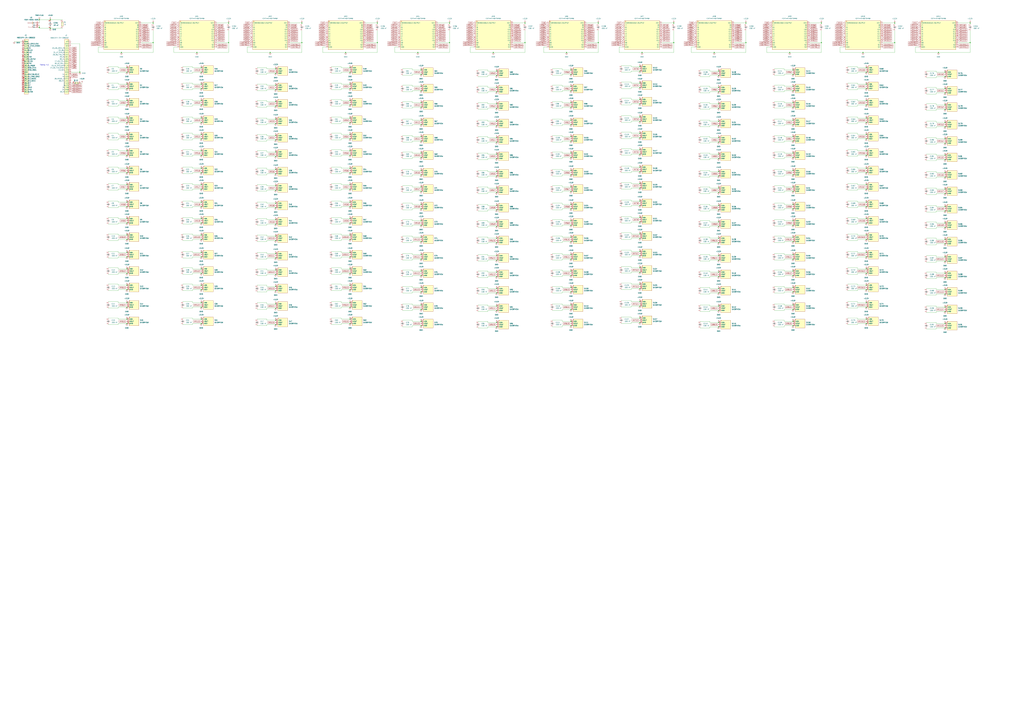
<source format=kicad_sch>
(kicad_sch (version 20231120) (generator "eeschema") (generator_version "8.0")
  (paper "A0")
  (junction (at 147.32 156.21))
  (junction (at 233.68 142.24))
  (junction (at 350.52 49.53))
  (junction (at 662.94 256.54))
  (junction (at 488.95 119.38))
  (junction (at 147.32 240.03))
  (junction (at 834.39 302.26))
  (junction (at 742.95 194.31))
  (junction (at 662.94 300.99))
  (junction (at 406.4 312.42))
  (junction (at 406.4 293.37))
  (junction (at 742.95 233.68))
  (junction (at 662.94 158.75))
  (junction (at 406.4 121.92))
  (junction (at 488.95 105.41))
  (junction (at 406.4 142.24))
  (junction (at 576.58 223.52))
  (junction (at 662.94 177.8))
  (junction (at 147.32 97.79))
  (junction (at 662.94 81.28))
  (junction (at 920.75 295.91))
  (junction (at 147.32 83.82))
  (junction (at 662.94 203.2))
  (junction (at 576.58 146.05))
  (junction (at 45.72 31.75))
  (junction (at 576.58 160.02))
  (junction (at 147.32 298.45))
  (junction (at 488.95 203.2))
  (junction (at 576.58 218.44))
  (junction (at 233.68 331.47))
  (junction (at 834.39 360.68))
  (junction (at 742.95 96.52))
  (junction (at 920.75 359.41))
  (junction (at 576.58 82.55))
  (junction (at 920.75 237.49))
  (junction (at 920.75 124.46))
  (junction (at 662.94 217.17))
  (junction (at 488.95 237.49))
  (junction (at 1005.84 273.05))
  (junction (at 320.04 294.64))
  (junction (at 1005.84 370.84))
  (junction (at 320.04 372.11))
  (junction (at 233.68 156.21))
  (junction (at 320.04 236.22))
  (junction (at 742.95 374.65))
  (junction (at 320.04 196.85))
  (junction (at 1005.84 254))
  (junction (at 401.32 60.96))
  (junction (at 147.32 180.34))
  (junction (at 147.32 175.26))
  (junction (at 742.95 77.47))
  (junction (at 140.97 60.96))
  (junction (at 233.68 161.29))
  (junction (at 320.04 157.48))
  (junction (at 233.68 259.08))
  (junction (at 609.6 26.67))
  (junction (at 350.52 26.67))
  (junction (at 1005.84 312.42))
  (junction (at 228.6 60.96))
  (junction (at 233.68 214.63))
  (junction (at 920.75 373.38))
  (junction (at 488.95 320.04))
  (junction (at 488.95 86.36))
  (junction (at 147.32 375.92))
  (junction (at 233.68 121.92))
  (junction (at 834.39 184.15))
  (junction (at 920.75 334.01))
  (junction (at 576.58 281.94))
  (junction (at 1097.28 303.53))
  (junction (at 1097.28 224.79))
  (junction (at 920.75 203.2))
  (junction (at 662.94 124.46))
  (junction (at 834.39 82.55))
  (junction (at 576.58 125.73))
  (junction (at 576.58 243.84))
  (junction (at 147.32 336.55))
  (junction (at 1097.28 375.92))
  (junction (at 488.95 81.28))
  (junction (at 576.58 374.65))
  (junction (at 576.58 297.18))
  (junction (at 406.4 102.87))
  (junction (at 1097.28 361.95))
  (junction (at 662.94 359.41))
  (junction (at 406.4 219.71))
  (junction (at 834.39 223.52))
  (junction (at 485.14 60.96))
  (junction (at 1005.84 278.13))
  (junction (at 662.94 86.36))
  (junction (at 320.04 99.06))
  (junction (at 742.95 154.94))
  (junction (at 834.39 257.81))
  (junction (at 576.58 179.07))
  (junction (at 147.32 356.87))
  (junction (at 1097.28 127))
  (junction (at 1005.84 83.82))
  (junction (at 742.95 173.99))
  (junction (at 782.32 49.53))
  (junction (at 488.95 256.54))
  (junction (at 406.4 375.92))
  (junction (at 147.32 78.74))
  (junction (at 488.95 261.62))
  (junction (at 320.04 176.53))
  (junction (at 147.32 200.66))
  (junction (at 488.95 295.91))
  (junction (at 1097.28 356.87))
  (junction (at 920.75 163.83))
  (junction (at 662.94 334.01))
  (junction (at 1097.28 88.9))
  (junction (at 1005.84 200.66))
  (junction (at 920.75 144.78))
  (junction (at 953.77 26.67))
  (junction (at 920.75 139.7))
  (junction (at 147.32 370.84))
  (junction (at 147.32 273.05))
  (junction (at 834.39 316.23))
  (junction (at 233.68 336.55))
  (junction (at 406.4 97.79))
  (junction (at 834.39 106.68))
  (junction (at 834.39 125.73))
  (junction (at 233.68 175.26))
  (junction (at 920.75 300.99))
  (junction (at 147.32 142.24))
  (junction (at 916.94 60.96))
  (junction (at 576.58 379.73))
  (junction (at 488.95 222.25))
  (junction (at 662.94 100.33))
  (junction (at 488.95 280.67))
  (junction (at 742.95 120.65))
  (junction (at 406.4 234.95))
  (junction (at 953.77 49.53))
  (junction (at 1005.84 121.92))
  (junction (at 320.04 279.4))
  (junction (at 742.95 115.57))
  (junction (at 920.75 81.28))
  (junction (at 1005.84 351.79))
  (junction (at 320.04 220.98))
  (junction (at 233.68 102.87))
  (junction (at 488.95 242.57))
  (junction (at 834.39 276.86))
  (junction (at 488.95 139.7))
  (junction (at 834.39 179.07))
  (junction (at 920.75 378.46))
  (junction (at 147.32 219.71))
  (junction (at 233.68 370.84))
  (junction (at 233.68 351.79))
  (junction (at 662.94 314.96))
  (junction (at 1005.84 234.95))
  (junction (at 1097.28 298.45))
  (junction (at 233.68 83.82))
  (junction (at 1005.84 78.74))
  (junction (at 834.39 335.28))
  (junction (at 1097.28 259.08))
  (junction (at 1097.28 317.5))
  (junction (at 834.39 199.39))
  (junction (at 233.68 78.74))
  (junction (at 488.95 177.8))
  (junction (at 406.4 240.03))
  (junction (at 745.49 60.96))
  (junction (at 834.39 101.6))
  (junction (at 1005.84 356.87))
  (junction (at 694.69 49.53))
  (junction (at 1005.84 214.63))
  (junction (at 1005.84 336.55))
  (junction (at 920.75 314.96))
  (junction (at 406.4 200.66))
  (junction (at 662.94 373.38))
  (junction (at 521.97 49.53))
  (junction (at 920.75 182.88))
  (junction (at 1005.84 97.79))
  (junction (at 920.75 280.67))
  (junction (at 742.95 179.07))
  (junction (at 662.94 139.7))
  (junction (at 1089.66 60.96))
  (junction (at 742.95 199.39))
  (junction (at 834.39 379.73))
  (junction (at 233.68 116.84))
  (junction (at 488.95 182.88))
  (junction (at 488.95 217.17))
  (junction (at 320.04 181.61))
  (junction (at 1038.86 26.67))
  (junction (at 920.75 86.36))
  (junction (at 920.75 222.25))
  (junction (at 662.94 222.25))
  (junction (at 1005.84 331.47))
  (junction (at 488.95 158.75))
  (junction (at 1097.28 102.87))
  (junction (at 406.4 180.34))
  (junction (at 320.04 255.27))
  (junction (at 1005.84 142.24))
  (junction (at 1038.86 49.53))
  (junction (at 609.6 49.53))
  (junction (at 834.39 321.31))
  (junction (at 920.75 339.09))
  (junction (at 147.32 195.58))
  (junction (at 1005.84 116.84))
  (junction (at 657.86 60.96))
  (junction (at 320.04 299.72))
  (junction (at 920.75 158.75))
  (junction (at 233.68 137.16))
  (junction (at 488.95 339.09))
  (junction (at 834.39 165.1))
  (junction (at 406.4 370.84))
  (junction (at 834.39 243.84))
  (junction (at 920.75 119.38))
  (junction (at 662.94 280.67))
  (junction (at 488.95 163.83))
  (junction (at 576.58 87.63))
  (junction (at 406.4 83.82))
  (junction (at 177.8 49.53))
  (junction (at 147.32 254))
  (junction (at 233.68 254))
  (junction (at 1005.84 137.16))
  (junction (at 742.95 135.89))
  (junction (at 1005.84 240.03))
  (junction (at 576.58 276.86))
  (junction (at 662.94 378.46))
  (junction (at 742.95 292.1))
  (junction (at 920.75 177.8))
  (junction (at 320.04 162.56))
  (junction (at 662.94 105.41))
  (junction (at 45.72 22.86))
  (junction (at 920.75 100.33))
  (junction (at 406.4 259.08))
  (junction (at 742.95 276.86))
  (junction (at 406.4 336.55))
  (junction (at 233.68 180.34))
  (junction (at 320.04 260.35))
  (junction (at 1097.28 147.32))
  (junction (at 147.32 234.95))
  (junction (at 1097.28 161.29))
  (junction (at 662.94 237.49))
  (junction (at 406.4 356.87))
  (junction (at 834.39 297.18))
  (junction (at 1126.49 26.67))
  (junction (at 662.94 275.59))
  (junction (at 572.77 60.96))
  (junction (at 576.58 340.36))
  (junction (at 233.68 219.71))
  (junction (at 320.04 123.19))
  (junction (at 662.94 119.38))
  (junction (at 834.39 146.05))
  (junction (at 147.32 102.87))
  (junction (at 233.68 278.13))
  (junction (at 406.4 214.63))
  (junction (at 834.39 340.36))
  (junction (at 576.58 165.1))
  (junction (at 742.95 369.57))
  (junction (at 1005.84 175.26))
  (junction (at 320.04 138.43))
  (junction (at 782.32 26.67))
  (junction (at 320.04 80.01))
  (junction (at 233.68 293.37))
  (junction (at 1005.84 102.87))
  (junction (at 320.04 118.11))
  (junction (at 406.4 195.58))
  (junction (at 920.75 242.57))
  (junction (at 1005.84 293.37))
  (junction (at 834.39 218.44))
  (junction (at 406.4 137.16))
  (junction (at 662.94 339.09))
  (junction (at 1097.28 83.82))
  (junction (at 233.68 234.95))
  (junction (at 233.68 97.79))
  (junction (at 233.68 195.58))
  (junction (at 576.58 321.31))
  (junction (at 488.95 124.46))
  (junction (at 662.94 354.33))
  (junction (at 438.15 26.67))
  (junction (at 1005.84 259.08))
  (junction (at 662.94 198.12))
  (junction (at 1005.84 161.29))
  (junction (at 320.04 215.9))
  (junction (at 406.4 156.21))
  (junction (at 1097.28 200.66))
  (junction (at 438.15 49.53))
  (junction (at 576.58 360.68))
  (junction (at 406.4 351.79))
  (junction (at 1097.28 245.11))
  (junction (at 829.31 60.96))
  (junction (at 1005.84 156.21))
  (junction (at 488.95 359.41))
  (junction (at 147.32 293.37))
  (junction (at 1005.84 298.45))
  (junction (at 920.75 105.41))
  (junction (at 233.68 200.66))
  (junction (at 920.75 354.33))
  (junction (at 920.75 256.54))
  (junction (at 1097.28 381))
  (junction (at 742.95 297.18))
  (junction (at 233.68 317.5))
  (junction (at 58.42 22.86))
  (junction (at 576.58 355.6))
  (junction (at 1005.84 317.5))
  (junction (at 1097.28 322.58))
  (junction (at 406.4 161.29))
  (junction (at 576.58 302.26))
  (junction (at 742.95 252.73))
  (junction (at 488.95 100.33))
  (junction (at 406.4 331.47))
  (junction (at 265.43 26.67))
  (junction (at 576.58 101.6))
  (junction (at 1097.28 240.03))
  (junction (at 1097.28 107.95))
  (junction (at 406.4 116.84))
  (junction (at 742.95 311.15))
  (junction (at 834.39 281.94))
  (junction (at 488.95 354.33))
  (junction (at 834.39 160.02))
  (junction (at 320.04 241.3))
  (junction (at 488.95 378.46))
  (junction (at 1097.28 278.13))
  (junction (at 265.43 49.53))
  (junction (at 834.39 120.65))
  (junction (at 320.04 104.14))
  (junction (at 147.32 278.13))
  (junction (at 576.58 262.89))
  (junction (at 406.4 175.26))
  (junction (at 834.39 238.76))
  (junction (at 320.04 353.06))
  (junction (at 662.94 182.88))
  (junction (at 834.39 262.89))
  (junction (at 742.95 355.6))
  (junction (at 488.95 373.38))
  (junction (at 576.58 106.68))
  (junction (at 742.95 350.52))
  (junction (at 1097.28 142.24))
  (junction (at 147.32 214.63))
  (junction (at 662.94 144.78))
  (junction (at 1097.28 185.42))
  (junction (at 1097.28 121.92))
  (junction (at 320.04 358.14))
  (junction (at 834.39 140.97))
  (junction (at 147.32 161.29))
  (junction (at 662.94 163.83))
  (junction (at 920.75 261.62))
  (junction (at 1097.28 205.74))
  (junction (at 1005.84 375.92))
  (junction (at 488.95 314.96))
  (junction (at 1097.28 264.16))
  (junction (at 920.75 320.04))
  (junction (at 320.04 313.69))
  (junction (at 488.95 300.99))
  (junction (at 742.95 316.23))
  (junction (at 742.95 82.55))
  (junction (at 406.4 273.05))
  (junction (at 1097.28 219.71))
  (junction (at 1097.28 180.34))
  (junction (at 147.32 317.5))
  (junction (at 742.95 238.76))
  (junction (at 406.4 298.45))
  (junction (at 742.95 160.02))
  (junction (at 920.75 198.12))
  (junction (at 313.69 60.96))
  (junction (at 1005.84 195.58))
  (junction (at 1005.84 219.71))
  (junction (at 1097.28 283.21))
  (junction (at 576.58 335.28))
  (junction (at 92.71 83.82))
  (junction (at 834.39 87.63))
  (junction (at 920.75 217.17))
  (junction (at 147.32 137.16))
  (junction (at 320.04 274.32))
  (junction (at 406.4 278.13))
  (junction (at 147.32 351.79))
  (junction (at 177.8 26.67))
  (junction (at 576.58 316.23))
  (junction (at 488.95 198.12))
  (junction (at 320.04 143.51))
  (junction (at 233.68 298.45))
  (junction (at 1005.84 180.34))
  (junction (at 742.95 213.36))
  (junction (at 1126.49 49.53))
  (junction (at 147.32 121.92))
  (junction (at 406.4 254))
  (junction (at 521.97 26.67))
  (junction (at 662.94 295.91))
  (junction (at 1097.28 336.55))
  (junction (at 233.68 240.03))
  (junction (at 742.95 257.81))
  (junction (at 662.94 320.04))
  (junction (at 576.58 257.81))
  (junction (at 866.14 26.67))
  (junction (at 320.04 377.19))
  (junction (at 488.95 144.78))
  (junction (at 58.42 33.02))
  (junction (at 742.95 101.6))
  (junction (at 576.58 199.39))
  (junction (at 662.94 261.62))
  (junction (at 576.58 184.15))
  (junction (at 834.39 374.65))
  (junction (at 233.68 273.05))
  (junction (at 1097.28 341.63))
  (junction (at 320.04 332.74))
  (junction (at 406.4 317.5))
  (junction (at 147.32 259.08))
  (junction (at 233.68 312.42))
  (junction (at 576.58 204.47))
  (junction (at 488.95 334.01))
  (junction (at 920.75 275.59))
  (junction (at 147.32 331.47))
  (junction (at 576.58 120.65))
  (junction (at 742.95 330.2))
  (junction (at 576.58 238.76))
  (junction (at 694.69 26.67))
  (junction (at 742.95 218.44))
  (junction (at 1097.28 166.37))
  (junction (at 233.68 356.87))
  (junction (at 662.94 242.57))
  (junction (at 233.68 375.92))
  (junction (at 147.32 312.42))
  (junction (at 320.04 337.82))
  (junction (at 742.95 271.78))
  (junction (at 320.04 201.93))
  (junction (at 866.14 49.53))
  (junction (at 742.95 140.97))
  (junction (at 320.04 318.77))
  (junction (at 834.39 355.6))
  (junction (at 147.32 116.84))
  (junction (at 320.04 85.09))
  (junction (at 488.95 275.59))
  (junction (at 1002.03 60.96))
  (junction (at 834.39 204.47))
  (junction (at 406.4 78.74))
  (junction (at 742.95 335.28))
  (junction (at 576.58 140.97))
  (wire (pts (xy 309.88 261.62) (xy 309.88 260.35)))
  (wire (pts (xy 1087.12 381) (xy 1097.28 381)))
  (wire (pts (xy 652.78 294.64) (xy 652.78 295.91)))
  (wire (pts (xy 298.45 116.84) (xy 309.88 116.84)))
  (wire (pts (xy 829.31 60.96) (xy 866.14 60.96)))
  (wire (pts (xy 1075.69 246.38) (xy 1087.12 246.38)))
  (wire (pts (xy 438.15 35.56) (xy 438.15 49.53)))
  (wire (pts (xy 298.45 124.46) (xy 309.88 124.46)))
  (wire (pts (xy 1087.12 219.71) (xy 1097.28 219.71)))
  (wire (pts (xy 1087.12 160.02) (xy 1087.12 161.29)))
  (wire (pts (xy 1112.52 26.67) (xy 1126.49 26.67)))
  (wire (pts (xy 212.09 143.51) (xy 223.52 143.51)))
  (wire (pts (xy 812.8 166.37) (xy 824.23 166.37)))
  (wire (pts (xy 223.52 293.37) (xy 233.68 293.37)))
  (wire (pts (xy 910.59 313.69) (xy 910.59 314.96)))
  (wire (pts (xy 732.79 121.92) (xy 732.79 120.65)))
  (wire (pts (xy 657.86 60.96) (xy 631.19 60.96)))
  (wire (pts (xy 1075.69 179.07) (xy 1087.12 179.07)))
  (wire (pts (xy 1075.69 82.55) (xy 1087.12 82.55)))
  (wire (pts (xy 384.81 377.19) (xy 396.24 377.19)))
  (wire (pts (xy 824.23 340.36) (xy 834.39 340.36)))
  (wire (pts (xy 1075.69 335.28) (xy 1087.12 335.28)))
  (wire (pts (xy 212.09 369.57) (xy 223.52 369.57)))
  (wire (pts (xy 566.42 281.94) (xy 576.58 281.94)))
  (wire (pts (xy 910.59 163.83) (xy 920.75 163.83)))
  (wire (pts (xy 298.45 144.78) (xy 309.88 144.78)))
  (wire (pts (xy 384.81 154.94) (xy 396.24 154.94)))
  (wire (pts (xy 298.45 203.2) (xy 309.88 203.2)))
  (wire (pts (xy 732.79 292.1) (xy 742.95 292.1)))
  (wire (pts (xy 652.78 242.57) (xy 662.94 242.57)))
  (wire (pts (xy 309.88 175.26) (xy 309.88 176.53)))
  (wire (pts (xy 1087.12 107.95) (xy 1097.28 107.95)))
  (wire (pts (xy 984.25 318.77) (xy 995.68 318.77)))
  (wire (pts (xy 824.23 379.73) (xy 834.39 379.73)))
  (wire (pts (xy 287.02 54.61) (xy 287.02 60.96)))
  (wire (pts (xy 478.79 321.31) (xy 478.79 320.04)))
  (wire (pts (xy 732.79 179.07) (xy 742.95 179.07)))
  (wire (pts (xy 384.81 311.15) (xy 396.24 311.15)))
  (wire (pts (xy 1087.12 356.87) (xy 1097.28 356.87)))
  (wire (pts (xy 125.73 369.57) (xy 137.16 369.57)))
  (wire (pts (xy 298.45 242.57) (xy 309.88 242.57)))
  (wire (pts (xy 995.68 330.2) (xy 995.68 331.47)))
  (wire (pts (xy 995.68 370.84) (xy 1005.84 370.84)))
  (wire (pts (xy 298.45 86.36) (xy 309.88 86.36)))
  (wire (pts (xy 652.78 339.09) (xy 662.94 339.09)))
  (wire (pts (xy 824.23 321.31) (xy 834.39 321.31)))
  (wire (pts (xy 478.79 204.47) (xy 478.79 203.2)))
  (wire (pts (xy 995.68 312.42) (xy 1005.84 312.42)))
  (wire (pts (xy 223.52 351.79) (xy 233.68 351.79)))
  (wire (pts (xy 984.25 299.72) (xy 995.68 299.72)))
  (wire (pts (xy 137.16 312.42) (xy 147.32 312.42)))
  (wire (pts (xy 309.88 97.79) (xy 309.88 99.06)))
  (wire (pts (xy 223.52 312.42) (xy 233.68 312.42)))
  (wire (pts (xy 336.55 26.67) (xy 350.52 26.67)))
  (wire (pts (xy 485.14 60.96) (xy 521.97 60.96)))
  (wire (pts (xy 396.24 200.66) (xy 406.4 200.66)))
  (wire (pts (xy 995.68 271.78) (xy 995.68 273.05)))
  (wire (pts (xy 478.79 281.94) (xy 478.79 280.67)))
  (wire (pts (xy 137.16 213.36) (xy 137.16 214.63)))
  (wire (pts (xy 82.55 50.8) (xy 92.71 50.8)))
  (wire (pts (xy 652.78 379.73) (xy 652.78 378.46)))
  (wire (pts (xy 223.52 273.05) (xy 233.68 273.05)))
  (wire (pts (xy 384.81 104.14) (xy 396.24 104.14)))
  (wire (pts (xy 812.8 81.28) (xy 824.23 81.28)))
  (wire (pts (xy 137.16 96.52) (xy 137.16 97.79)))
  (wire (pts (xy 223.52 252.73) (xy 223.52 254)))
  (wire (pts (xy 910.59 242.57) (xy 920.75 242.57)))
  (wire (pts (xy 223.52 336.55) (xy 233.68 336.55)))
  (wire (pts (xy 309.88 339.09) (xy 309.88 337.82)))
  (wire (pts (xy 899.16 353.06) (xy 910.59 353.06)))
  (wire (pts (xy 137.16 97.79) (xy 147.32 97.79)))
  (wire (pts (xy 824.23 205.74) (xy 824.23 204.47)))
  (wire (pts (xy 566.42 204.47) (xy 576.58 204.47)))
  (wire (pts (xy 1112.52 49.53) (xy 1126.49 49.53)))
  (wire (pts (xy 995.68 241.3) (xy 995.68 240.03)))
  (wire (pts (xy 995.68 78.74) (xy 1005.84 78.74)))
  (wire (pts (xy 137.16 194.31) (xy 137.16 195.58)))
  (wire (pts (xy 298.45 182.88) (xy 309.88 182.88)))
  (wire (pts (xy 384.81 85.09) (xy 396.24 85.09)))
  (wire (pts (xy 812.8 245.11) (xy 824.23 245.11)))
  (wire (pts (xy 566.42 139.7) (xy 566.42 140.97)))
  (wire (pts (xy 137.16 220.98) (xy 137.16 219.71)))
  (wire (pts (xy 812.8 341.63) (xy 824.23 341.63)))
  (wire (pts (xy 595.63 49.53) (xy 609.6 49.53)))
  (wire (pts (xy 309.88 294.64) (xy 320.04 294.64)))
  (wire (pts (xy 1087.12 218.44) (xy 1087.12 219.71)))
  (wire (pts (xy 384.81 252.73) (xy 396.24 252.73)))
  (wire (pts (xy 223.52 195.58) (xy 233.68 195.58)))
  (wire (pts (xy 652.78 353.06) (xy 652.78 354.33)))
  (wire (pts (xy 984.25 154.94) (xy 995.68 154.94)))
  (wire (pts (xy 1066.8 54.61) (xy 1062.99 54.61)))
  (wire (pts (xy 212.09 252.73) (xy 223.52 252.73)))
  (wire (pts (xy 223.52 83.82) (xy 233.68 83.82)))
  (wire (pts (xy 984.25 279.4) (xy 995.68 279.4)))
  (wire (pts (xy 899.16 332.74) (xy 910.59 332.74)))
  (wire (pts (xy 1087.12 179.07) (xy 1087.12 180.34)))
  (wire (pts (xy 467.36 215.9) (xy 478.79 215.9)))
  (wire (pts (xy 298.45 137.16) (xy 309.88 137.16)))
  (wire (pts (xy 223.52 278.13) (xy 233.68 278.13)))
  (wire (pts (xy 212.09 299.72) (xy 223.52 299.72)))
  (wire (pts (xy 641.35 274.32) (xy 652.78 274.32)))
  (wire (pts (xy 984.25 377.19) (xy 995.68 377.19)))
  (wire (pts (xy 137.16 219.71) (xy 147.32 219.71)))
  (wire (pts (xy 652.78 274.32) (xy 652.78 275.59)))
  (wire (pts (xy 1087.12 278.13) (xy 1097.28 278.13)))
  (wire (pts (xy 641.35 243.84) (xy 652.78 243.84)))
  (wire (pts (xy 467.36 332.74) (xy 478.79 332.74)))
  (wire (pts (xy 309.88 260.35) (xy 320.04 260.35)))
  (wire (pts (xy 566.42 147.32) (xy 566.42 146.05)))
  (wire (pts (xy 478.79 313.69) (xy 478.79 314.96)))
  (wire (pts (xy 298.45 312.42) (xy 309.88 312.42)))
  (wire (pts (xy 309.88 181.61) (xy 320.04 181.61)))
  (wire (pts (xy 641.35 236.22) (xy 652.78 236.22)))
  (wire (pts (xy 212.09 194.31) (xy 223.52 194.31)))
  (wire (pts (xy 554.99 373.38) (xy 566.42 373.38)))
  (wire (pts (xy 732.79 83.82) (xy 732.79 82.55)))
  (wire (pts (xy 223.52 240.03) (xy 233.68 240.03)))
  (wire (pts (xy 1075.69 167.64) (xy 1087.12 167.64)))
  (wire (pts (xy 140.97 60.96) (xy 114.3 60.96)))
  (wire (pts (xy 1075.69 160.02) (xy 1087.12 160.02)))
  (wire (pts (xy 566.42 127) (xy 566.42 125.73)))
  (wire (pts (xy 910.59 295.91) (xy 920.75 295.91)))
  (wire (pts (xy 812.8 127) (xy 824.23 127)))
  (wire (pts (xy 384.81 337.82) (xy 396.24 337.82)))
  (wire (pts (xy 721.36 114.3) (xy 732.79 114.3)))
  (wire (pts (xy 478.79 300.99) (xy 488.95 300.99)))
  (wire (pts (xy 975.36 54.61) (xy 975.36 60.96)))
  (wire (pts (xy 125.73 96.52) (xy 137.16 96.52)))
  (wire (pts (xy 223.52 121.92) (xy 233.68 121.92)))
  (wire (pts (xy 554.99 166.37) (xy 566.42 166.37)))
  (wire (pts (xy 309.88 236.22) (xy 320.04 236.22)))
  (wire (pts (xy 137.16 331.47) (xy 147.32 331.47)))
  (wire (pts (xy 467.36 204.47) (xy 478.79 204.47)))
  (wire (pts (xy 125.73 233.68) (xy 137.16 233.68)))
  (wire (pts (xy 566.42 334.01) (xy 566.42 335.28)))
  (wire (pts (xy 824.23 158.75) (xy 824.23 160.02)))
  (wire (pts (xy 939.8 49.53) (xy 953.77 49.53)))
  (wire (pts (xy 478.79 105.41) (xy 488.95 105.41)))
  (wire (pts (xy 899.16 106.68) (xy 910.59 106.68)))
  (wire (pts (xy 824.23 297.18) (xy 834.39 297.18)))
  (wire (pts (xy 732.79 271.78) (xy 742.95 271.78)))
  (wire (pts (xy 572.77 60.96) (xy 609.6 60.96)))
  (wire (pts (xy 396.24 137.16) (xy 406.4 137.16)))
  (wire (pts (xy 732.79 172.72) (xy 732.79 173.99)))
  (wire (pts (xy 212.09 358.14) (xy 223.52 358.14)))
  (wire (pts (xy 137.16 121.92) (xy 147.32 121.92)))
  (wire (pts (xy 1087.12 335.28) (xy 1087.12 336.55)))
  (wire (pts (xy 396.24 175.26) (xy 406.4 175.26)))
  (wire (pts (xy 1087.12 127) (xy 1097.28 127)))
  (wire (pts (xy 1087.12 161.29) (xy 1097.28 161.29)))
  (wire (pts (xy 824.23 177.8) (xy 824.23 179.07)))
  (wire (pts (xy 137.16 195.58) (xy 147.32 195.58)))
  (wire (pts (xy 910.59 138.43) (xy 910.59 139.7)))
  (wire (pts (xy 910.59 118.11) (xy 910.59 119.38)))
  (wire (pts (xy 384.81 162.56) (xy 396.24 162.56)))
  (wire (pts (xy 223.52 241.3) (xy 223.52 240.03)))
  (wire (pts (xy 336.55 49.53) (xy 350.52 49.53)))
  (wire (pts (xy 566.42 316.23) (xy 576.58 316.23)))
  (wire (pts (xy 910.59 378.46) (xy 920.75 378.46)))
  (wire (pts (xy 824.23 88.9) (xy 824.23 87.63)))
  (wire (pts (xy 350.52 27.94) (xy 350.52 26.67)))
  (wire (pts (xy 899.16 294.64) (xy 910.59 294.64)))
  (wire (pts (xy 824.23 316.23) (xy 834.39 316.23)))
  (wire (pts (xy 641.35 215.9) (xy 652.78 215.9)))
  (wire (pts (xy 721.36 172.72) (xy 732.79 172.72)))
  (wire (pts (xy 554.99 256.54) (xy 566.42 256.54)))
  (wire (pts (xy 125.73 201.93) (xy 137.16 201.93)))
  (wire (pts (xy 223.52 292.1) (xy 223.52 293.37)))
  (wire (pts (xy 1087.12 238.76) (xy 1087.12 240.03)))
  (wire (pts (xy 1075.69 257.81) (xy 1087.12 257.81)))
  (wire (pts (xy 1002.03 60.96) (xy 975.36 60.96)))
  (wire (pts (xy 309.88 196.85) (xy 320.04 196.85)))
  (wire (pts (xy 298.45 359.41) (xy 309.88 359.41)))
  (wire (pts (xy 721.36 278.13) (xy 732.79 278.13)))
  (wire (pts (xy 566.42 354.33) (xy 566.42 355.6)))
  (wire (pts (xy 462.28 54.61) (xy 458.47 54.61)))
  (wire (pts (xy 1087.12 336.55) (xy 1097.28 336.55)))
  (wire (pts (xy 732.79 330.2) (xy 742.95 330.2)))
  (wire (pts (xy 212.09 318.77) (xy 223.52 318.77)))
  (wire (pts (xy 125.73 252.73) (xy 137.16 252.73)))
  (wire (pts (xy 554.99 217.17) (xy 566.42 217.17)))
  (wire (pts (xy 1087.12 120.65) (xy 1087.12 121.92)))
  (wire (pts (xy 309.88 80.01) (xy 320.04 80.01)))
  (wire (pts (xy 137.16 175.26) (xy 147.32 175.26)))
  (wire (pts (xy 478.79 81.28) (xy 488.95 81.28)))
  (wire (pts (xy 125.73 162.56) (xy 137.16 162.56)))
  (wire (pts (xy 223.52 234.95) (xy 233.68 234.95)))
  (wire (pts (xy 894.08 54.61) (xy 890.27 54.61)))
  (wire (pts (xy 812.8 119.38) (xy 824.23 119.38)))
  (wire (pts (xy 566.42 237.49) (xy 566.42 238.76)))
  (wire (pts (xy 995.68 375.92) (xy 1005.84 375.92)))
  (wire (pts (xy 1075.69 363.22) (xy 1087.12 363.22)))
  (wire (pts (xy 478.79 86.36) (xy 488.95 86.36)))
  (wire (pts (xy 995.68 311.15) (xy 995.68 312.42)))
  (wire (pts (xy 824.23 119.38) (xy 824.23 120.65)))
  (wire (pts (xy 137.16 181.61) (xy 137.16 180.34)))
  (wire (pts (xy 1087.12 224.79) (xy 1097.28 224.79)))
  (wire (pts (xy 732.79 316.23) (xy 742.95 316.23)))
  (wire (pts (xy 396.24 77.47) (xy 396.24 78.74)))
  (wire (pts (xy 223.52 317.5) (xy 233.68 317.5)))
  (wire (pts (xy 125.73 123.19) (xy 137.16 123.19)))
  (wire (pts (xy 521.97 27.94) (xy 521.97 26.67)))
  (wire (pts (xy 652.78 354.33) (xy 662.94 354.33)))
  (wire (pts (xy 554.99 322.58) (xy 566.42 322.58)))
  (wire (pts (xy 125.73 318.77) (xy 137.16 318.77)))
  (wire (pts (xy 899.16 223.52) (xy 910.59 223.52)))
  (wire (pts (xy 137.16 259.08) (xy 147.32 259.08)))
  (wire (pts (xy 812.8 185.42) (xy 824.23 185.42)))
  (wire (pts (xy 824.23 184.15) (xy 834.39 184.15)))
  (wire (pts (xy 114.3 54.61) (xy 114.3 60.96)))
  (wire (pts (xy 1075.69 316.23) (xy 1087.12 316.23)))
  (wire (pts (xy 953.77 49.53) (xy 953.77 60.96)))
  (wire (pts (xy 137.16 279.4) (xy 137.16 278.13)))
  (wire (pts (xy 732.79 120.65) (xy 742.95 120.65)))
  (wire (pts (xy 554.99 314.96) (xy 566.42 314.96)))
  (wire (pts (xy 478.79 243.84) (xy 478.79 242.57)))
  (wire (pts (xy 212.09 241.3) (xy 223.52 241.3)))
  (wire (pts (xy 652.78 314.96) (xy 662.94 314.96)))
  (wire (pts (xy 546.1 54.61) (xy 546.1 60.96)))
  (wire (pts (xy 652.78 261.62) (xy 662.94 261.62)))
  (wire (pts (xy 223.52 233.68) (xy 223.52 234.95)))
  (wire (pts (xy 824.23 160.02) (xy 834.39 160.02)))
  (wire (pts (xy 223.52 123.19) (xy 223.52 121.92)))
  (wire (pts (xy 396.24 260.35) (xy 396.24 259.08)))
  (wire (pts (xy 554.99 158.75) (xy 566.42 158.75)))
  (wire (pts (xy 1038.86 35.56) (xy 1038.86 49.53)))
  (wire (pts (xy 910.59 332.74) (xy 910.59 334.01)))
  (wire (pts (xy 1087.12 199.39) (xy 1087.12 200.66)))
  (wire (pts (xy 223.52 318.77) (xy 223.52 317.5)))
  (wire (pts (xy 652.78 237.49) (xy 662.94 237.49)))
  (wire (pts (xy 298.45 97.79) (xy 309.88 97.79)))
  (wire (pts (xy 812.8 224.79) (xy 824.23 224.79)))
  (wire (pts (xy 899.16 243.84) (xy 910.59 243.84)))
  (wire (pts (xy 1087.12 101.6) (xy 1087.12 102.87)))
  (wire (pts (xy 467.36 118.11) (xy 478.79 118.11)))
  (wire (pts (xy 554.99 245.11) (xy 566.42 245.11)))
  (wire (pts (xy 309.88 78.74) (xy 309.88 80.01)))
  (wire (pts (xy 1075.69 284.48) (xy 1087.12 284.48)))
  (wire (pts (xy 298.45 222.25) (xy 309.88 222.25)))
  (wire (pts (xy 899.16 138.43) (xy 910.59 138.43)))
  (wire (pts (xy 223.52 180.34) (xy 233.68 180.34)))
  (wire (pts (xy 212.09 330.2) (xy 223.52 330.2)))
  (wire (pts (xy 309.88 293.37) (xy 309.88 294.64)))
  (wire (pts (xy 125.73 292.1) (xy 137.16 292.1)))
  (wire (pts (xy 478.79 261.62) (xy 488.95 261.62)))
  (wire (pts (xy 396.24 195.58) (xy 406.4 195.58)))
  (wire (pts (xy 137.16 299.72) (xy 137.16 298.45)))
  (wire (pts (xy 910.59 196.85) (xy 910.59 198.12)))
  (wire (pts (xy 396.24 156.21) (xy 406.4 156.21)))
  (wire (pts (xy 890.27 54.61) (xy 890.27 60.96)))
  (wire (pts (xy 995.68 195.58) (xy 1005.84 195.58)))
  (wire (pts (xy 251.46 49.53) (xy 265.43 49.53)))
  (wire (pts (xy 309.88 359.41) (xy 309.88 358.14)))
  (wire (pts (xy 732.79 276.86) (xy 742.95 276.86)))
  (wire (pts (xy 298.45 280.67) (xy 309.88 280.67)))
  (wire (pts (xy 824.23 314.96) (xy 824.23 316.23)))
  (wire (pts (xy 652.78 105.41) (xy 662.94 105.41)))
  (wire (pts (xy 641.35 138.43) (xy 652.78 138.43)))
  (wire (pts (xy 939.8 26.67) (xy 953.77 26.67)))
  (wire (pts (xy 125.73 358.14) (xy 137.16 358.14)))
  (wire (pts (xy 824.23 275.59) (xy 824.23 276.86)))
  (wire (pts (xy 137.16 240.03) (xy 147.32 240.03)))
  (wire (pts (xy 309.88 144.78) (xy 309.88 143.51)))
  (wire (pts (xy 566.42 321.31) (xy 576.58 321.31)))
  (wire (pts (xy 824.23 373.38) (xy 824.23 374.65)))
  (wire (pts (xy 995.68 356.87) (xy 1005.84 356.87)))
  (wire (pts (xy 824.23 139.7) (xy 824.23 140.97)))
  (wire (pts (xy 396.24 201.93) (xy 396.24 200.66)))
  (wire (pts (xy 1087.12 303.53) (xy 1097.28 303.53)))
  (wire (pts (xy 309.88 255.27) (xy 320.04 255.27)))
  (wire (pts (xy 223.52 254) (xy 233.68 254)))
  (wire (pts (xy 566.42 198.12) (xy 566.42 199.39)))
  (wire (pts (xy 768.35 26.67) (xy 782.32 26.67)))
  (wire (pts (xy 566.42 88.9) (xy 566.42 87.63)))
  (wire (pts (xy 1075.69 199.39) (xy 1087.12 199.39)))
  (wire (pts (xy 866.14 49.53) (xy 866.14 60.96)))
  (wire (pts (xy 782.32 49.53) (xy 782.32 60.96)))
  (wire (pts (xy 396.24 337.82) (xy 396.24 336.55)))
  (wire (pts (xy 1126.49 27.94) (xy 1126.49 26.67)))
  (wire (pts (xy 1062.99 54.61) (xy 1062.99 60.96)))
  (wire (pts (xy 384.81 299.72) (xy 396.24 299.72)))
  (wire (pts (xy 137.16 214.63) (xy 147.32 214.63)))
  (wire (pts (xy 1087.12 140.97) (xy 1087.12 142.24)))
  (wire (pts (xy 721.36 356.87) (xy 732.79 356.87)))
  (wire (pts (xy 899.16 165.1) (xy 910.59 165.1)))
  (wire (pts (xy 732.79 115.57) (xy 742.95 115.57)))
  (wire (pts (xy 309.88 86.36) (xy 309.88 85.09)))
  (wire (pts (xy 732.79 199.39) (xy 742.95 199.39)))
  (wire (pts (xy 910.59 144.78) (xy 920.75 144.78)))
  (wire (pts (xy 910.59 100.33) (xy 920.75 100.33)))
  (wire (pts (xy 721.36 328.93) (xy 732.79 328.93)))
  (wire (pts (xy 396.24 173.99) (xy 396.24 175.26)))
  (wire (pts (xy 953.77 35.56) (xy 953.77 49.53)))
  (wire (pts (xy 995.68 293.37) (xy 1005.84 293.37)))
  (wire (pts (xy 995.68 200.66) (xy 1005.84 200.66)))
  (wire (pts (xy 554.99 224.79) (xy 566.42 224.79)))
  (wire (pts (xy 95.25 96.52) (xy 93.98 96.52)))
  (wire (pts (xy 396.24 271.78) (xy 396.24 273.05)))
  (wire (pts (xy 478.79 302.26) (xy 478.79 300.99)))
  (wire (pts (xy 652.78 87.63) (xy 652.78 86.36)))
  (wire (pts (xy 641.35 184.15) (xy 652.78 184.15)))
  (wire (pts (xy 223.52 104.14) (xy 223.52 102.87)))
  (wire (pts (xy 824.23 322.58) (xy 824.23 321.31)))
  (wire (pts (xy 396.24 181.61) (xy 396.24 180.34)))
  (wire (pts (xy 125.73 115.57) (xy 137.16 115.57)))
  (wire (pts (xy 223.52 259.08) (xy 233.68 259.08)))
  (wire (pts (xy 396.24 135.89) (xy 396.24 137.16)))
  (wire (pts (xy 554.99 139.7) (xy 566.42 139.7)))
  (wire (pts (xy 641.35 281.94) (xy 652.78 281.94)))
  (wire (pts (xy 212.09 337.82) (xy 223.52 337.82)))
  (wire (pts (xy 995.68 162.56) (xy 995.68 161.29)))
  (wire (pts (xy 1087.12 186.69) (xy 1087.12 185.42)))
  (wire (pts (xy 350.52 49.53) (xy 350.52 60.96)))
  (wire (pts (xy 732.79 309.88) (xy 732.79 311.15)))
  (wire (pts (xy 824.23 125.73) (xy 834.39 125.73)))
  (wire (pts (xy 721.36 336.55) (xy 732.79 336.55)))
  (wire (pts (xy 309.88 105.41) (xy 309.88 104.14)))
  (wire (pts (xy 467.36 165.1) (xy 478.79 165.1)))
  (wire (pts (xy 467.36 99.06) (xy 478.79 99.06)))
  (wire (pts (xy 298.45 78.74) (xy 309.88 78.74)))
  (wire (pts (xy 125.73 220.98) (xy 137.16 220.98)))
  (wire (pts (xy 125.73 337.82) (xy 137.16 337.82)))
  (wire (pts (xy 812.8 100.33) (xy 824.23 100.33)))
  (wire (pts (xy 721.36 219.71) (xy 732.79 219.71)))
  (wire (pts (xy 984.25 337.82) (xy 995.68 337.82)))
  (wire (pts (xy 652.78 118.11) (xy 652.78 119.38)))
  (wire (pts (xy 478.79 119.38) (xy 488.95 119.38)))
  (wire (pts (xy 812.8 381) (xy 824.23 381)))
  (wire (pts (xy 694.69 27.94) (xy 694.69 26.67)))
  (wire (pts (xy 1087.12 148.59) (xy 1087.12 147.32)))
  (wire (pts (xy 984.25 135.89) (xy 995.68 135.89)))
  (wire (pts (xy 223.52 377.19) (xy 223.52 375.92)))
  (wire (pts (xy 806.45 54.61) (xy 802.64 54.61)))
  (wire (pts (xy 424.18 49.53) (xy 438.15 49.53)))
  (wire (pts (xy 554.99 295.91) (xy 566.42 295.91)))
  (wire (pts (xy 824.23 199.39) (xy 834.39 199.39)))
  (wire (pts (xy 721.36 251.46) (xy 732.79 251.46)))
  (wire (pts (xy 910.59 334.01) (xy 920.75 334.01)))
  (wire (pts (xy 652.78 157.48) (xy 652.78 158.75)))
  (wire (pts (xy 223.52 78.74) (xy 233.68 78.74)))
  (wire (pts (xy 478.79 353.06) (xy 478.79 354.33)))
  (wire (pts (xy 995.68 181.61) (xy 995.68 180.34)))
  (wire (pts (xy 1075.69 304.8) (xy 1087.12 304.8)))
  (wire (pts (xy 223.52 194.31) (xy 223.52 195.58)))
  (wire (pts (xy 396.24 115.57) (xy 396.24 116.84)))
  (wire (pts (xy 309.88 104.14) (xy 320.04 104.14)))
  (wire (pts (xy 478.79 373.38) (xy 488.95 373.38)))
  (wire (pts (xy 125.73 271.78) (xy 137.16 271.78)))
  (wire (pts (xy 554.99 107.95) (xy 566.42 107.95)))
  (wire (pts (xy 478.79 146.05) (xy 478.79 144.78)))
  (wire (pts (xy 732.79 368.3) (xy 732.79 369.57)))
  (wire (pts (xy 177.8 49.53) (xy 177.8 60.96)))
  (wire (pts (xy 566.42 146.05) (xy 576.58 146.05)))
  (wire (pts (xy 979.17 54.61) (xy 975.36 54.61)))
  (wire (pts (xy 910.59 198.12) (xy 920.75 198.12)))
  (wire (pts (xy 1075.69 207.01) (xy 1087.12 207.01)))
  (wire (pts (xy 45.72 22.86) (xy 58.42 22.86)))
  (wire (pts (xy 554.99 147.32) (xy 566.42 147.32)))
  (wire (pts (xy 812.8 177.8) (xy 824.23 177.8)))
  (wire (pts (xy 984.25 143.51) (xy 995.68 143.51)))
  (wire (pts (xy 812.8 256.54) (xy 824.23 256.54)))
  (wire (pts (xy 572.77 60.96) (xy 546.1 60.96)))
  (wire (pts (xy 1087.12 185.42) (xy 1097.28 185.42)))
  (wire (pts (xy 566.42 87.63) (xy 576.58 87.63)))
  (wire (pts (xy 1087.12 83.82) (xy 1097.28 83.82)))
  (wire (pts (xy 396.24 351.79) (xy 406.4 351.79)))
  (wire (pts (xy 824.23 166.37) (xy 824.23 165.1)))
  (wire (pts (xy 910.59 354.33) (xy 920.75 354.33)))
  (wire (pts (xy 812.8 205.74) (xy 824.23 205.74)))
  (wire (pts (xy 745.49 60.96) (xy 782.32 60.96)))
  (wire (pts (xy 137.16 271.78) (xy 137.16 273.05)))
  (wire (pts (xy 812.8 139.7) (xy 824.23 139.7)))
  (wire (pts (xy 298.45 214.63) (xy 309.88 214.63)))
  (wire (pts (xy 824.23 87.63) (xy 834.39 87.63)))
  (wire (pts (xy 378.46 54.61) (xy 374.65 54.61)))
  (wire (pts (xy 652.78 99.06) (xy 652.78 100.33)))
  (wire (pts (xy 478.79 184.15) (xy 478.79 182.88)))
  (wire (pts (xy 641.35 106.68) (xy 652.78 106.68)))
  (wire (pts (xy 641.35 332.74) (xy 652.78 332.74)))
  (wire (pts (xy 137.16 77.47) (xy 137.16 78.74)))
  (wire (pts (xy 1087.12 284.48) (xy 1087.12 283.21)))
  (wire (pts (xy 201.93 54.61) (xy 201.93 60.96)))
  (wire (pts (xy 652.78 223.52) (xy 652.78 222.25)))
  (wire (pts (xy 732.79 153.67) (xy 732.79 154.94)))
  (wire (pts (xy 467.36 353.06) (xy 478.79 353.06)))
  (wire (pts (xy 163.83 49.53) (xy 177.8 49.53)))
  (wire (pts (xy 1087.12 109.22) (xy 1087.12 107.95)))
  (wire (pts (xy 652.78 139.7) (xy 662.94 139.7)))
  (wire (pts (xy 212.09 104.14) (xy 223.52 104.14)))
  (wire (pts (xy 995.68 318.77) (xy 995.68 317.5)))
  (wire (pts (xy 910.59 124.46) (xy 920.75 124.46)))
  (wire (pts (xy 1087.12 142.24) (xy 1097.28 142.24)))
  (wire (pts (xy 212.09 271.78) (xy 223.52 271.78)))
  (wire (pts (xy 396.24 102.87) (xy 406.4 102.87)))
  (wire (pts (xy 910.59 81.28) (xy 920.75 81.28)))
  (wire (pts (xy 652.78 138.43) (xy 652.78 139.7)))
  (wire (pts (xy 910.59 320.04) (xy 920.75 320.04)))
  (wire (pts (xy 396.24 273.05) (xy 406.4 273.05)))
  (wire (pts (xy 721.36 375.92) (xy 732.79 375.92)))
  (wire (pts (xy 125.73 213.36) (xy 137.16 213.36)))
  (wire (pts (xy 554.99 127) (xy 566.42 127)))
  (wire (pts (xy 350.52 35.56) (xy 350.52 49.53)))
  (wire (pts (xy 163.83 26.67) (xy 177.8 26.67)))
  (wire (pts (xy 521.97 49.53) (xy 521.97 60.96)))
  (wire (pts (xy 899.16 125.73) (xy 910.59 125.73)))
  (wire (pts (xy 309.88 137.16) (xy 309.88 138.43)))
  (wire (pts (xy 824.23 147.32) (xy 824.23 146.05)))
  (wire (pts (xy 995.68 85.09) (xy 995.68 83.82)))
  (wire (pts (xy 812.8 158.75) (xy 824.23 158.75)))
  (wire (pts (xy 652.78 255.27) (xy 652.78 256.54)))
  (wire (pts (xy 824.23 281.94) (xy 834.39 281.94)))
  (wire (pts (xy 554.99 341.63) (xy 566.42 341.63)))
  (wire (pts (xy 566.42 218.44) (xy 576.58 218.44)))
  (wire (pts (xy 641.35 80.01) (xy 652.78 80.01)))
  (wire (pts (xy 824.23 146.05) (xy 834.39 146.05)))
  (wire (pts (xy 1087.12 257.81) (xy 1087.12 259.08)))
  (wire (pts (xy 212.09 279.4) (xy 223.52 279.4)))
  (wire (pts (xy 478.79 87.63) (xy 478.79 86.36)))
  (wire (pts (xy 1087.12 82.55) (xy 1087.12 83.82)))
  (wire (pts (xy 125.73 194.31) (xy 137.16 194.31)))
  (wire (pts (xy 910.59 80.01) (xy 910.59 81.28)))
  (wire (pts (xy 298.45 254) (xy 309.88 254)))
  (wire (pts (xy 137.16 135.89) (xy 137.16 137.16)))
  (wire (pts (xy 652.78 100.33) (xy 662.94 100.33)))
  (wire (pts (xy 995.68 233.68) (xy 995.68 234.95)))
  (wire (pts (xy 995.68 180.34) (xy 1005.84 180.34)))
  (wire (pts (xy 721.36 193.04) (xy 732.79 193.04)))
  (wire (pts (xy 641.35 321.31) (xy 652.78 321.31)))
  (wire (pts (xy 137.16 180.34) (xy 147.32 180.34)))
  (wire (pts (xy 641.35 165.1) (xy 652.78 165.1)))
  (wire (pts (xy 566.42 185.42) (xy 566.42 184.15)))
  (wire (pts (xy 137.16 260.35) (xy 137.16 259.08)))
  (wire (pts (xy 309.88 241.3) (xy 320.04 241.3)))
  (wire (pts (xy 732.79 328.93) (xy 732.79 330.2)))
  (wire (pts (xy 137.16 336.55) (xy 147.32 336.55)))
  (wire (pts (xy 984.25 271.78) (xy 995.68 271.78)))
  (wire (pts (xy 309.88 157.48) (xy 320.04 157.48)))
  (wire (pts (xy 228.6 60.96) (xy 201.93 60.96)))
  (wire (pts (xy 652.78 378.46) (xy 662.94 378.46)))
  (wire (pts (xy 782.32 27.94) (xy 782.32 26.67)))
  (wire (pts (xy 899.16 236.22) (xy 910.59 236.22)))
  (wire (pts (xy 298.45 195.58) (xy 309.88 195.58)))
  (wire (pts (xy 721.36 153.67) (xy 732.79 153.67)))
  (wire (pts (xy 641.35 223.52) (xy 652.78 223.52)))
  (wire (pts (xy 396.24 121.92) (xy 406.4 121.92)))
  (wire (pts (xy 396.24 194.31) (xy 396.24 195.58)))
  (wire (pts (xy 125.73 135.89) (xy 137.16 135.89)))
  (wire (pts (xy 732.79 77.47) (xy 742.95 77.47)))
  (wire (pts (xy 732.79 257.81) (xy 742.95 257.81)))
  (wire (pts (xy 652.78 196.85) (xy 652.78 198.12)))
  (wire (pts (xy 223.52 214.63) (xy 233.68 214.63)))
  (wire (pts (xy 641.35 255.27) (xy 652.78 255.27)))
  (wire (pts (xy 478.79 217.17) (xy 488.95 217.17)))
  (wire (pts (xy 732.79 290.83) (xy 732.79 292.1)))
  (wire (pts (xy 396.24 241.3) (xy 396.24 240.03)))
  (wire (pts (xy 1087.12 245.11) (xy 1097.28 245.11)))
  (wire (pts (xy 910.59 176.53) (xy 910.59 177.8)))
  (wire (pts (xy 566.42 374.65) (xy 576.58 374.65)))
  (wire (pts (xy 396.24 292.1) (xy 396.24 293.37)))
  (wire (pts (xy 396.24 331.47) (xy 406.4 331.47)))
  (wire (pts (xy 812.8 283.21) (xy 824.23 283.21)))
  (wire (pts (xy 899.16 360.68) (xy 910.59 360.68)))
  (wire (pts (xy 137.16 293.37) (xy 147.32 293.37)))
  (wire (pts (xy 652.78 80.01) (xy 652.78 81.28)))
  (wire (pts (xy 566.42 82.55) (xy 576.58 82.55)))
  (wire (pts (xy 137.16 298.45) (xy 147.32 298.45)))
  (wire (pts (xy 652.78 300.99) (xy 662.94 300.99)))
  (wire (pts (xy 732.79 154.94) (xy 742.95 154.94)))
  (wire (pts (xy 396.24 85.09) (xy 396.24 83.82)))
  (wire (pts (xy 478.79 294.64) (xy 478.79 295.91)))
  (wire (pts (xy 478.79 157.48) (xy 478.79 158.75)))
  (wire (pts (xy 824.23 256.54) (xy 824.23 257.81)))
  (wire (pts (xy 566.42 245.11) (xy 566.42 243.84)))
  (wire (pts (xy 223.52 213.36) (xy 223.52 214.63)))
  (wire (pts (xy 384.81 241.3) (xy 396.24 241.3)))
  (wire (pts (xy 995.68 137.16) (xy 1005.84 137.16)))
  (wire (pts (xy 732.79 369.57) (xy 742.95 369.57)))
  (wire (pts (xy 910.59 105.41) (xy 920.75 105.41)))
  (wire (pts (xy 566.42 335.28) (xy 576.58 335.28)))
  (wire (pts (xy 478.79 223.52) (xy 478.79 222.25)))
  (wire (pts (xy 45.72 22.86) (xy 45.72 26.67)))
  (wire (pts (xy 910.59 184.15) (xy 910.59 182.88)))
  (wire (pts (xy 566.42 165.1) (xy 576.58 165.1)))
  (wire (pts (xy 137.16 356.87) (xy 147.32 356.87)))
  (wire (pts (xy 125.73 181.61) (xy 137.16 181.61)))
  (wire (pts (xy 478.79 262.89) (xy 478.79 261.62)))
  (wire (pts (xy 812.8 147.32) (xy 824.23 147.32)))
  (wire (pts (xy 995.68 143.51) (xy 995.68 142.24)))
  (wire (pts (xy 223.52 331.47) (xy 233.68 331.47)))
  (wire (pts (xy 566.42 295.91) (xy 566.42 297.18)))
  (wire (pts (xy 899.16 302.26) (xy 910.59 302.26)))
  (wire (pts (xy 566.42 379.73) (xy 576.58 379.73)))
  (wire (pts (xy 478.79 177.8) (xy 488.95 177.8)))
  (wire (pts (xy 290.83 54.61) (xy 287.02 54.61)))
  (wire (pts (xy 566.42 303.53) (xy 566.42 302.26)))
  (wire (pts (xy 125.73 143.51) (xy 137.16 143.51)))
  (wire (pts (xy 609.6 49.53) (xy 609.6 60.96)))
  (wire (pts (xy 732.79 180.34) (xy 732.79 179.07)))
  (wire (pts (xy 212.09 173.99) (xy 223.52 173.99)))
  (wire (pts (xy 478.79 378.46) (xy 488.95 378.46)))
  (wire (pts (xy 309.88 143.51) (xy 320.04 143.51)))
  (wire (pts (xy 467.36 340.36) (xy 478.79 340.36)))
  (wire (pts (xy 824.23 120.65) (xy 834.39 120.65)))
  (wire (pts (xy 478.79 359.41) (xy 488.95 359.41)))
  (wire (pts (xy 309.88 378.46) (xy 309.88 377.19)))
  (wire (pts (xy 137.16 233.68) (xy 137.16 234.95)))
  (wire (pts (xy 995.68 337.82) (xy 995.68 336.55)))
  (wire (pts (xy 995.68 299.72) (xy 995.68 298.45)))
  (wire (pts (xy 984.25 173.99) (xy 995.68 173.99)))
  (wire (pts (xy 984.25 213.36) (xy 995.68 213.36)))
  (wire (pts (xy 995.68 97.79) (xy 1005.84 97.79)))
  (wire (pts (xy 125.73 299.72) (xy 137.16 299.72)))
  (wire (pts (xy 995.68 77.47) (xy 995.68 78.74)))
  (wire (pts (xy 223.52 154.94) (xy 223.52 156.21)))
  (wire (pts (xy 478.79 215.9) (xy 478.79 217.17)))
  (wire (pts (xy 1087.12 88.9) (xy 1097.28 88.9)))
  (wire (pts (xy 995.68 254) (xy 1005.84 254)))
  (wire (pts (xy 401.32 60.96) (xy 438.15 60.96)))
  (wire (pts (xy 910.59 243.84) (xy 910.59 242.57)))
  (wire (pts (xy 824.23 204.47) (xy 834.39 204.47)))
  (wire (pts (xy 566.42 361.95) (xy 566.42 360.68)))
  (wire (pts (xy 1087.12 200.66) (xy 1097.28 200.66)))
  (wire (pts (xy 396.24 104.14) (xy 396.24 102.87)))
  (wire (pts (xy 177.8 35.56) (xy 177.8 49.53)))
  (wire (pts (xy 125.73 330.2) (xy 137.16 330.2)))
  (wire (pts (xy 298.45 175.26) (xy 309.88 175.26)))
  (wire (pts (xy 866.14 35.56) (xy 866.14 49.53)))
  (wire (pts (xy 1087.12 128.27) (xy 1087.12 127)))
  (wire (pts (xy 1087.12 322.58) (xy 1097.28 322.58)))
  (wire (pts (xy 721.36 180.34) (xy 732.79 180.34)))
  (wire (pts (xy 566.42 373.38) (xy 566.42 374.65)))
  (wire (pts (xy 309.88 163.83) (xy 309.88 162.56)))
  (wire (pts (xy 298.45 156.21) (xy 309.88 156.21)))
  (wire (pts (xy 824.23 107.95) (xy 824.23 106.68)))
  (wire (pts (xy 478.79 222.25) (xy 488.95 222.25)))
  (wire (pts (xy 223.52 162.56) (xy 223.52 161.29)))
  (wire (pts (xy 984.25 194.31) (xy 995.68 194.31)))
  (wire (pts (xy 223.52 299.72) (xy 223.52 298.45)))
  (wire (pts (xy 652.78 332.74) (xy 652.78 334.01)))
  (wire (pts (xy 384.81 173.99) (xy 396.24 173.99)))
  (wire (pts (xy 58.42 33.02) (xy 72.39 33.02)))
  (wire (pts (xy 1075.69 109.22) (xy 1087.12 109.22)))
  (wire (pts (xy 1087.12 374.65) (xy 1087.12 375.92)))
  (wire (pts (xy 309.88 176.53) (xy 320.04 176.53)))
  (wire (pts (xy 732.79 349.25) (xy 732.79 350.52)))
  (wire (pts (xy 478.79 138.43) (xy 478.79 139.7)))
  (wire (pts (xy 309.88 332.74) (xy 320.04 332.74)))
  (wire (pts (xy 566.42 355.6) (xy 576.58 355.6)))
  (wire (pts (xy 125.73 377.19) (xy 137.16 377.19)))
  (wire (pts (xy 824.23 224.79) (xy 824.23 223.52)))
  (wire (pts (xy 309.88 195.58) (xy 309.88 196.85)))
  (wire (pts (xy 995.68 173.99) (xy 995.68 175.26)))
  (wire (pts (xy 298.45 339.09) (xy 309.88 339.09)))
  (wire (pts (xy 223.52 96.52) (xy 223.52 97.79)))
  (wire (pts (xy 995.68 298.45) (xy 1005.84 298.45)))
  (wire (pts (xy 566.42 314.96) (xy 566.42 316.23)))
  (wire (pts (xy 995.68 214.63) (xy 1005.84 214.63)))
  (wire (pts (xy 137.16 143.51) (xy 137.16 142.24)))
  (wire (pts (xy 1087.12 90.17) (xy 1087.12 88.9)))
  (wire (pts (xy 852.17 49.53) (xy 866.14 49.53)))
  (wire (pts (xy 732.79 193.04) (xy 732.79 194.31)))
  (wire (pts (xy 467.36 274.32) (xy 478.79 274.32)))
  (wire (pts (xy 1075.69 90.17) (xy 1087.12 90.17)))
  (wire (pts (xy 995.68 123.19) (xy 995.68 121.92)))
  (wire (pts (xy 824.23 140.97) (xy 834.39 140.97)))
  (wire (pts (xy 910.59 321.31) (xy 910.59 320.04)))
  (wire (pts (xy 652.78 177.8) (xy 662.94 177.8)))
  (wire (pts (xy 984.25 162.56) (xy 995.68 162.56)))
  (wire (pts (xy 384.81 350.52) (xy 396.24 350.52)))
  (wire (pts (xy 137.16 156.21) (xy 147.32 156.21)))
  (wire (pts (xy 995.68 213.36) (xy 995.68 214.63)))
  (wire (pts (xy 899.16 281.94) (xy 910.59 281.94)))
  (wire (pts (xy 718.82 54.61) (xy 718.82 60.96)))
  (wire (pts (xy 824.23 374.65) (xy 834.39 374.65)))
  (wire (pts (xy 910.59 215.9) (xy 910.59 217.17)))
  (wire (pts (xy 298.45 378.46) (xy 309.88 378.46)))
  (wire (pts (xy 910.59 339.09) (xy 920.75 339.09)))
  (wire (pts (xy 265.43 35.56) (xy 265.43 49.53)))
  (wire (pts (xy 566.42 125.73) (xy 576.58 125.73)))
  (wire (pts (xy 309.88 318.77) (xy 320.04 318.77)))
  (wire (pts (xy 995.68 260.35) (xy 995.68 259.08)))
  (wire (pts (xy 1087.12 264.16) (xy 1097.28 264.16)))
  (wire (pts (xy 223.52 143.51) (xy 223.52 142.24)))
  (wire (pts (xy 652.78 86.36) (xy 662.94 86.36)))
  (wire (pts (xy 824.23 257.81) (xy 834.39 257.81)))
  (wire (pts (xy 899.16 157.48) (xy 910.59 157.48)))
  (wire (pts (xy 812.8 314.96) (xy 824.23 314.96)))
  (wire (pts (xy 384.81 271.78) (xy 396.24 271.78)))
  (wire (pts (xy 1075.69 148.59) (xy 1087.12 148.59)))
  (wire (pts (xy 1024.89 49.53) (xy 1038.86 49.53)))
  (wire (pts (xy 309.88 313.69) (xy 320.04 313.69)))
  (wire (pts (xy 554.99 100.33) (xy 566.42 100.33)))
  (wire (pts (xy 396.24 240.03) (xy 406.4 240.03)))
  (wire (pts (xy 641.35 157.48) (xy 652.78 157.48)))
  (wire (pts (xy 652.78 321.31) (xy 652.78 320.04)))
  (wire (pts (xy 652.78 125.73) (xy 652.78 124.46)))
  (wire (pts (xy 721.36 232.41) (xy 732.79 232.41)))
  (wire (pts (xy 298.45 273.05) (xy 309.88 273.05)))
  (wire (pts (xy 910.59 204.47) (xy 910.59 203.2)))
  (wire (pts (xy 137.16 273.05) (xy 147.32 273.05)))
  (wire (pts (xy 732.79 218.44) (xy 742.95 218.44)))
  (wire (pts (xy 566.42 256.54) (xy 566.42 257.81)))
  (wire (pts (xy 782.32 35.56) (xy 782.32 49.53)))
  (wire (pts (xy 899.16 118.11) (xy 910.59 118.11)))
  (wire (pts (xy 899.16 340.36) (xy 910.59 340.36)))
  (wire (pts (xy 721.36 309.88) (xy 732.79 309.88)))
  (wire (pts (xy 984.25 104.14) (xy 995.68 104.14)))
  (wire (pts (xy 984.25 241.3) (xy 995.68 241.3)))
  (wire (pts (xy 910.59 255.27) (xy 910.59 256.54)))
  (wire (pts (xy 298.45 261.62) (xy 309.88 261.62)))
  (wire (pts (xy 652.78 313.69) (xy 652.78 314.96)))
  (wire (pts (xy 566.42 322.58) (xy 566.42 321.31)))
  (wire (pts (xy 223.52 279.4) (xy 223.52 278.13)))
  (wire (pts (xy 309.88 220.98) (xy 320.04 220.98)))
  (wire (pts (xy 910.59 237.49) (xy 920.75 237.49)))
  (wire (pts (xy 467.36 360.68) (xy 478.79 360.68)))
  (wire (pts (xy 309.88 337.82) (xy 320.04 337.82)))
  (wire (pts (xy 910.59 139.7) (xy 920.75 139.7)))
  (wire (pts (xy 1087.12 342.9) (xy 1087.12 341.63)))
  (wire (pts (xy 554.99 264.16) (xy 566.42 264.16)))
  (wire (pts (xy 396.24 293.37) (xy 406.4 293.37)))
  (wire (pts (xy 566.42 120.65) (xy 576.58 120.65)))
  (wire (pts (xy 396.24 375.92) (xy 406.4 375.92)))
  (wire (pts (xy 652.78 81.28) (xy 662.94 81.28)))
  (wire (pts (xy 478.79 339.09) (xy 488.95 339.09)))
  (wire (pts (xy 910.59 256.54) (xy 920.75 256.54)))
  (wire (pts (xy 137.16 351.79) (xy 147.32 351.79)))
  (wire (pts (xy 995.68 369.57) (xy 995.68 370.84)))
  (wire (pts (xy 137.16 330.2) (xy 137.16 331.47)))
  (wire (pts (xy 82.55 83.82) (xy 92.71 83.82)))
  (wire (pts (xy 635 54.61) (xy 631.19 54.61)))
  (wire (pts (xy 732.79 355.6) (xy 742.95 355.6)))
  (wire (pts (xy 995.68 142.24) (xy 1005.84 142.24)))
  (wire (pts (xy 485.14 60.96) (xy 458.47 60.96)))
  (wire (pts (xy 732.79 233.68) (xy 742.95 233.68)))
  (wire (pts (xy 652.78 360.68) (xy 652.78 359.41)))
  (wire (pts (xy 641.35 125.73) (xy 652.78 125.73)))
  (wire (pts (xy 910.59 280.67) (xy 920.75 280.67)))
  (wire (pts (xy 732.79 252.73) (xy 742.95 252.73)))
  (wire (pts (xy 223.52 116.84) (xy 233.68 116.84)))
  (wire (pts (xy 223.52 370.84) (xy 233.68 370.84)))
  (wire (pts (xy 916.94 60.96) (xy 953.77 60.96)))
  (wire (pts (xy 478.79 163.83) (xy 488.95 163.83)))
  (wire (pts (xy 1087.12 304.8) (xy 1087.12 303.53)))
  (wire (pts (xy 721.36 142.24) (xy 732.79 142.24)))
  (wire (pts (xy 984.25 181.61) (xy 995.68 181.61)))
  (wire (pts (xy 732.79 142.24) (xy 732.79 140.97)))
  (wire (pts (xy 995.68 201.93) (xy 995.68 200.66)))
  (wire (pts (xy 467.36 184.15) (xy 478.79 184.15)))
  (wire (pts (xy 137.16 350.52) (xy 137.16 351.79)))
  (wire (pts (xy 910.59 372.11) (xy 910.59 373.38)))
  (wire (pts (xy 137.16 375.92) (xy 147.32 375.92)))
  (wire (pts (xy 824.23 295.91) (xy 824.23 297.18)))
  (wire (pts (xy 732.79 232.41) (xy 732.79 233.68)))
  (wire (pts (xy 118.11 54.61) (xy 114.3 54.61)))
  (wire (pts (xy 137.16 102.87) (xy 147.32 102.87)))
  (wire (pts (xy 137.16 370.84) (xy 147.32 370.84)))
  (wire (pts (xy 566.42 101.6) (xy 576.58 101.6)))
  (wire (pts (xy 223.52 201.93) (xy 223.52 200.66)))
  (wire (pts (xy 1087.12 317.5) (xy 1097.28 317.5)))
  (wire (pts (xy 995.68 279.4) (xy 995.68 278.13)))
  (wire (pts (xy 1087.12 246.38) (xy 1087.12 245.11)))
  (wire (pts (xy 995.68 175.26) (xy 1005.84 175.26)))
  (wire (pts (xy 566.42 100.33) (xy 566.42 101.6)))
  (wire (pts (xy 910.59 373.38) (xy 920.75 373.38)))
  (wire (pts (xy 467.36 313.69) (xy 478.79 313.69)))
  (wire (pts (xy 732.79 213.36) (xy 742.95 213.36)))
  (wire (pts (xy 1087.12 180.34) (xy 1097.28 180.34)))
  (wire (pts (xy 1075.69 140.97) (xy 1087.12 140.97)))
  (wire (pts (xy 824.23 179.07) (xy 834.39 179.07)))
  (wire (pts (xy 899.16 255.27) (xy 910.59 255.27)))
  (wire (pts (xy 984.25 220.98) (xy 995.68 220.98)))
  (wire (pts (xy 824.23 101.6) (xy 834.39 101.6)))
  (wire (pts (xy 309.88 372.11) (xy 320.04 372.11)))
  (wire (pts (xy 995.68 377.19) (xy 995.68 375.92)))
  (wire (pts (xy 652.78 198.12) (xy 662.94 198.12)))
  (wire (pts (xy 467.36 262.89) (xy 478.79 262.89)))
  (wire (pts (xy 995.68 317.5) (xy 1005.84 317.5)))
  (wire (pts (xy 566.42 119.38) (xy 566.42 120.65)))
  (wire (pts (xy 802.64 54.61) (xy 802.64 60.96)))
  (wire (pts (xy 309.88 118.11) (xy 320.04 118.11)))
  (wire (pts (xy 995.68 273.05) (xy 1005.84 273.05)))
  (wire (pts (xy 384.81 77.47) (xy 396.24 77.47)))
  (wire (pts (xy 396.24 220.98) (xy 396.24 219.71)))
  (wire (pts (xy 396.24 278.13) (xy 406.4 278.13)))
  (wire (pts (xy 910.59 177.8) (xy 920.75 177.8)))
  (wire (pts (xy 984.25 123.19) (xy 995.68 123.19)))
  (wire (pts (xy 566.42 107.95) (xy 566.42 106.68)))
  (wire (pts (xy 732.79 95.25) (xy 732.79 96.52)))
  (wire (pts (xy 595.63 26.67) (xy 609.6 26.67)))
  (wire (pts (xy 396.24 142.24) (xy 406.4 142.24)))
  (wire (pts (xy 309.88 85.09) (xy 320.04 85.09)))
  (wire (pts (xy 137.16 200.66) (xy 147.32 200.66)))
  (wire (pts (xy 478.79 379.73) (xy 478.79 378.46)))
  (wire (pts (xy 824.23 341.63) (xy 824.23 340.36)))
  (wire (pts (xy 1087.12 355.6) (xy 1087.12 356.87)))
  (wire (pts (xy 631.19 54.61) (xy 631.19 60.96)))
  (wire (pts (xy 1075.69 265.43) (xy 1087.12 265.43)))
  (wire (pts (xy 641.35 379.73) (xy 652.78 379.73)))
  (wire (pts (xy 652.78 373.38) (xy 662.94 373.38)))
  (wire (pts (xy 732.79 297.18) (xy 742.95 297.18)))
  (wire (pts (xy 910.59 302.26) (xy 910.59 300.99)))
  (wire (pts (xy 205.74 54.61) (xy 201.93 54.61)))
  (wire (pts (xy 396.24 358.14) (xy 396.24 356.87)))
  (wire (pts (xy 212.09 220.98) (xy 223.52 220.98)))
  (wire (pts (xy 45.72 31.75) (xy 45.72 33.02)))
  (wire (pts (xy 910.59 353.06) (xy 910.59 354.33)))
  (wire (pts (xy 1087.12 276.86) (xy 1087.12 278.13)))
  (wire (pts (xy 309.88 320.04) (xy 309.88 318.77)))
  (wire (pts (xy 396.24 252.73) (xy 396.24 254)))
  (wire (pts (xy 384.81 279.4) (xy 396.24 279.4)))
  (wire (pts (xy 910.59 340.36) (xy 910.59 339.09)))
  (wire (pts (xy 732.79 240.03) (xy 732.79 238.76)))
  (wire (pts (xy 223.52 77.47) (xy 223.52 78.74)))
  (wire (pts (xy 554.99 119.38) (xy 566.42 119.38)))
  (wire (pts (xy 309.88 358.14) (xy 320.04 358.14)))
  (wire (pts (xy 984.25 350.52) (xy 995.68 350.52)))
  (wire (pts (xy 824.23 302.26) (xy 834.39 302.26)))
  (wire (pts (xy 467.36 294.64) (xy 478.79 294.64)))
  (wire (pts (xy 566.42 243.84) (xy 576.58 243.84)))
  (wire (pts (xy 298.45 300.99) (xy 309.88 300.99)))
  (wire (pts (xy 309.88 203.2) (xy 309.88 201.93)))
  (wire (pts (xy 309.88 182.88) (xy 309.88 181.61)))
  (wire (pts (xy 721.36 317.5) (xy 732.79 317.5)))
  (wire (pts (xy 478.79 242.57) (xy 488.95 242.57)))
  (wire (pts (xy 478.79 144.78) (xy 488.95 144.78)))
  (wire (pts (xy 508 26.67) (xy 521.97 26.67)))
  (wire (pts (xy 824.23 165.1) (xy 834.39 165.1)))
  (wire (pts (xy 478.79 99.06) (xy 478.79 100.33)))
  (wire (pts (xy 177.8 27.94) (xy 177.8 26.67)))
  (wire (pts (xy 384.81 220.98) (xy 396.24 220.98)))
  (wire (pts (xy 812.8 322.58) (xy 824.23 322.58)))
  (wire (pts (xy 309.88 351.79) (xy 309.88 353.06)))
  (wire (pts (xy 721.36 290.83) (xy 732.79 290.83)))
  (wire (pts (xy 137.16 104.14) (xy 137.16 102.87)))
  (wire (pts (xy 467.36 302.26) (xy 478.79 302.26)))
  (wire (pts (xy 652.78 359.41) (xy 662.94 359.41)))
  (wire (pts (xy 910.59 261.62) (xy 920.75 261.62)))
  (wire (pts (xy 812.8 295.91) (xy 824.23 295.91)))
  (wire (pts (xy 212.09 135.89) (xy 223.52 135.89)))
  (wire (pts (xy 212.09 350.52) (xy 223.52 350.52)))
  (wire (pts (xy 984.25 77.47) (xy 995.68 77.47)))
  (wire (pts (xy 995.68 234.95) (xy 1005.84 234.95)))
  (wire (pts (xy 478.79 354.33) (xy 488.95 354.33)))
  (wire (pts (xy 566.42 257.81) (xy 576.58 257.81)))
  (wire (pts (xy 298.45 320.04) (xy 309.88 320.04)))
  (wire (pts (xy 652.78 256.54) (xy 662.94 256.54)))
  (wire (pts (xy 478.79 100.33) (xy 488.95 100.33)))
  (wire (pts (xy 652.78 203.2) (xy 662.94 203.2)))
  (wire (pts (xy 58.42 22.86) (xy 72.39 22.86)))
  (wire (pts (xy 984.25 311.15) (xy 995.68 311.15)))
  (wire (pts (xy 652.78 222.25) (xy 662.94 222.25)))
  (wire (pts (xy 1087.12 207.01) (xy 1087.12 205.74)))
  (wire (pts (xy 212.09 85.09) (xy 223.52 85.09)))
  (wire (pts (xy 309.88 214.63) (xy 309.88 215.9)))
  (wire (pts (xy 910.59 158.75) (xy 920.75 158.75)))
  (wire (pts (xy 309.88 201.93) (xy 320.04 201.93)))
  (wire (pts (xy 1087.12 361.95) (xy 1097.28 361.95)))
  (wire (pts (xy 812.8 354.33) (xy 824.23 354.33)))
  (wire (pts (xy 995.68 331.47) (xy 1005.84 331.47)))
  (wire (pts (xy 478.79 334.01) (xy 488.95 334.01)))
  (wire (pts (xy 910.59 119.38) (xy 920.75 119.38)))
  (wire (pts (xy 223.52 337.82) (xy 223.52 336.55)))
  (wire (pts (xy 721.36 270.51) (xy 732.79 270.51)))
  (wire (pts (xy 910.59 262.89) (xy 910.59 261.62)))
  (wire (pts (xy 309.88 274.32) (xy 320.04 274.32)))
  (wire (pts (xy 554.99 198.12) (xy 566.42 198.12)))
  (wire (pts (xy 652.78 281.94) (xy 652.78 280.67)))
  (wire (pts (xy 732.79 219.71) (xy 732.79 218.44)))
  (wire (pts (xy 309.88 279.4) (xy 320.04 279.4)))
  (wire (pts (xy 732.79 270.51) (xy 732.79 271.78)))
  (wire (pts (xy 137.16 234.95) (xy 147.32 234.95)))
  (wire (pts (xy 910.59 223.52) (xy 910.59 222.25)))
  (wire (pts (xy 438.15 49.53) (xy 438.15 60.96)))
  (wire (pts (xy 824.23 198.12) (xy 824.23 199.39)))
  (wire (pts (xy 995.68 351.79) (xy 1005.84 351.79)))
  (wire (pts (xy 212.09 233.68) (xy 223.52 233.68)))
  (wire (pts (xy 212.09 115.57) (xy 223.52 115.57)))
  (wire (pts (xy 212.09 96.52) (xy 223.52 96.52)))
  (wire (pts (xy 125.73 260.35) (xy 137.16 260.35)))
  (wire (pts (xy 899.16 313.69) (xy 910.59 313.69)))
  (wire (pts (xy 1075.69 355.6) (xy 1087.12 355.6)))
  (wire (pts (xy 1126.49 35.56) (xy 1126.49 49.53)))
  (wire (pts (xy 478.79 118.11) (xy 478.79 119.38)))
  (wire (pts (xy 824.23 81.28) (xy 824.23 82.55)))
  (wire (pts (xy 309.88 99.06) (xy 320.04 99.06)))
  (wire (pts (xy 824.23 354.33) (xy 824.23 355.6)))
  (wire (pts (xy 732.79 298.45) (xy 732.79 297.18)))
  (wire (pts (xy 824.23 334.01) (xy 824.23 335.28)))
  (wire (pts (xy 478.79 360.68) (xy 478.79 359.41)))
  (wire (pts (xy 1087.12 226.06) (xy 1087.12 224.79)))
  (wire (pts (xy 910.59 359.41) (xy 920.75 359.41)))
  (wire (pts (xy 812.8 198.12) (xy 824.23 198.12)))
  (wire (pts (xy 478.79 196.85) (xy 478.79 198.12)))
  (wire (pts (xy 732.79 134.62) (xy 732.79 135.89)))
  (wire (pts (xy 396.24 370.84) (xy 406.4 370.84)))
  (wire (pts (xy 899.16 196.85) (xy 910.59 196.85)))
  (wire (pts (xy 722.63 54.61) (xy 718.82 54.61)))
  (wire (pts (xy 137.16 161.29) (xy 147.32 161.29)))
  (wire (pts (xy 899.16 99.06) (xy 910.59 99.06)))
  (wire (pts (xy 223.52 102.87) (xy 233.68 102.87)))
  (wire (pts (xy 374.65 54.61) (xy 374.65 60.96)))
  (wire (pts (xy 223.52 97.79) (xy 233.68 97.79)))
  (wire (pts (xy 401.32 60.96) (xy 374.65 60.96)))
  (wire (pts (xy 812.8 303.53) (xy 824.23 303.53)))
  (wire (pts (xy 566.42 223.52) (xy 576.58 223.52)))
  (wire (pts (xy 732.79 76.2) (xy 732.79 77.47)))
  (wire (pts (xy 824.23 106.68) (xy 834.39 106.68)))
  (wire (pts (xy 1087.12 323.85) (xy 1087.12 322.58)))
  (wire (pts (xy 652.78 372.11) (xy 652.78 373.38)))
  (wire (pts (xy 478.79 106.68) (xy 478.79 105.41)))
  (wire (pts (xy 641.35 99.06) (xy 652.78 99.06)))
  (wire (pts (xy 899.16 274.32) (xy 910.59 274.32)))
  (wire (pts (xy 812.8 275.59) (xy 824.23 275.59)))
  (wire (pts (xy 223.52 260.35) (xy 223.52 259.08)))
  (wire (pts (xy 824.23 218.44) (xy 834.39 218.44)))
  (wire (pts (xy 984.25 330.2) (xy 995.68 330.2)))
  (wire (pts (xy 384.81 194.31) (xy 396.24 194.31)))
  (wire (pts (xy 212.09 260.35) (xy 223.52 260.35)))
  (wire (pts (xy 137.16 318.77) (xy 137.16 317.5)))
  (wire (pts (xy 265.43 27.94) (xy 265.43 26.67)))
  (wire (pts (xy 478.79 237.49) (xy 488.95 237.49)))
  (wire (pts (xy 1087.12 265.43) (xy 1087.12 264.16)))
  (wire (pts (xy 1087.12 147.32) (xy 1097.28 147.32)))
  (wire (pts (xy 309.88 138.43) (xy 320.04 138.43)))
  (wire (pts (xy 732.79 317.5) (xy 732.79 316.23)))
  (wire (pts (xy 910.59 314.96) (xy 920.75 314.96)))
  (wire (pts (xy 554.99 81.28) (xy 566.42 81.28)))
  (wire (pts (xy 554.99 334.01) (xy 566.42 334.01)))
  (wire (pts (xy 137.16 85.09) (xy 137.16 83.82)))
  (wire (pts (xy 910.59 281.94) (xy 910.59 280.67)))
  (wire (pts (xy 829.31 60.96) (xy 802.64 60.96)))
  (wire (pts (xy 732.79 374.65) (xy 742.95 374.65)))
  (wire (pts (xy 396.24 162.56) (xy 396.24 161.29)))
  (wire (pts (xy 1075.69 226.06) (xy 1087.12 226.06)))
  (wire (pts (xy 554.99 177.8) (xy 566.42 177.8)))
  (wire (pts (xy 899.16 87.63) (xy 910.59 87.63)))
  (wire (pts (xy 396.24 299.72) (xy 396.24 298.45)))
  (wire (pts (xy 396.24 298.45) (xy 406.4 298.45)))
  (wire (pts (xy 812.8 107.95) (xy 824.23 107.95)))
  (wire (pts (xy 652.78 340.36) (xy 652.78 339.09)))
  (wire (pts (xy 478.79 158.75) (xy 488.95 158.75)))
  (wire (pts (xy 125.73 350.52) (xy 137.16 350.52)))
  (wire (pts (xy 467.36 106.68) (xy 478.79 106.68)))
  (wire (pts (xy 641.35 302.26) (xy 652.78 302.26)))
  (wire (pts (xy 995.68 240.03) (xy 1005.84 240.03)))
  (wire (pts (xy 1024.89 26.67) (xy 1038.86 26.67)))
  (wire (pts (xy 652.78 184.15) (xy 652.78 182.88)))
  (wire (pts (xy 824.23 262.89) (xy 834.39 262.89)))
  (wire (pts (xy 298.45 105.41) (xy 309.88 105.41)))
  (wire (pts (xy 223.52 358.14) (xy 223.52 356.87)))
  (wire (pts (xy 309.88 353.06) (xy 320.04 353.06)))
  (wire (pts (xy 298.45 351.79) (xy 309.88 351.79)))
  (wire (pts (xy 566.42 360.68) (xy 576.58 360.68)))
  (wire (pts (xy 1075.69 120.65) (xy 1087.12 120.65)))
  (wire (pts (xy 478.79 320.04) (xy 488.95 320.04)))
  (wire (pts (xy 984.25 252.73) (xy 995.68 252.73)))
  (wire (pts (xy 824.23 381) (xy 824.23 379.73)))
  (wire (pts (xy 995.68 194.31) (xy 995.68 195.58)))
  (wire (pts (xy 309.88 234.95) (xy 309.88 236.22)))
  (wire (pts (xy 298.45 331.47) (xy 309.88 331.47)))
  (wire (pts (xy 995.68 350.52) (xy 995.68 351.79)))
  (wire (pts (xy 641.35 372.11) (xy 652.78 372.11)))
  (wire (pts (xy 732.79 350.52) (xy 742.95 350.52)))
  (wire (pts (xy 309.88 124.46) (xy 309.88 123.19)))
  (wire (pts (xy 137.16 252.73) (xy 137.16 254)))
  (wire (pts (xy 1089.66 60.96) (xy 1126.49 60.96)))
  (wire (pts (xy 652.78 144.78) (xy 662.94 144.78)))
  (wire (pts (xy 137.16 173.99) (xy 137.16 175.26)))
  (wire (pts (xy 812.8 217.17) (xy 824.23 217.17)))
  (wire (pts (xy 212.09 181.61) (xy 223.52 181.61)))
  (wire (pts (xy 812.8 237.49) (xy 824.23 237.49)))
  (wire (pts (xy 223.52 137.16) (xy 233.68 137.16)))
  (wire (pts (xy 824.23 100.33) (xy 824.23 101.6)))
  (wire (pts (xy 721.36 83.82) (xy 732.79 83.82)))
  (wire (pts (xy 212.09 292.1) (xy 223.52 292.1)))
  (wire (pts (xy 680.72 26.67) (xy 694.69 26.67)))
  (wire (pts (xy 732.79 161.29) (xy 732.79 160.02)))
  (wire (pts (xy 732.79 238.76) (xy 742.95 238.76)))
  (wire (pts (xy 384.81 213.36) (xy 396.24 213.36)))
  (wire (pts (xy 953.77 27.94) (xy 953.77 26.67)))
  (wire (pts (xy 478.79 314.96) (xy 488.95 314.96)))
  (wire (pts (xy 223.52 311.15) (xy 223.52 312.42)))
  (wire (pts (xy 824.23 237.49) (xy 824.23 238.76)))
  (wire (pts (xy 396.24 369.57) (xy 396.24 370.84)))
  (wire (pts (xy 478.79 295.91) (xy 488.95 295.91)))
  (wire (pts (xy 652.78 320.04) (xy 662.94 320.04)))
  (wire (pts (xy 467.36 146.05) (xy 478.79 146.05)))
  (wire (pts (xy 313.69 60.96) (xy 287.02 60.96)))
  (wire (pts (xy 467.36 255.27) (xy 478.79 255.27)))
  (wire (pts (xy 212.09 311.15) (xy 223.52 311.15)))
  (wire (pts (xy 652.78 165.1) (xy 652.78 163.83)))
  (wire (pts (xy 641.35 196.85) (xy 652.78 196.85)))
  (wire (pts (xy 1075.69 186.69) (xy 1087.12 186.69)))
  (wire (pts (xy 899.16 146.05) (xy 910.59 146.05)))
  (wire (pts (xy 384.81 143.51) (xy 396.24 143.51)))
  (wire (pts (xy 732.79 194.31) (xy 742.95 194.31)))
  (wire (pts (xy 1126.49 49.53) (xy 1126.49 60.96)))
  (wire (pts (xy 1087.12 316.23) (xy 1087.12 317.5)))
  (wire (pts (xy 223.52 173.99) (xy 223.52 175.26)))
  (wire (pts (xy 223.52 271.78) (xy 223.52 273.05)))
  (wire (pts (xy 396.24 123.19) (xy 396.24 121.92)))
  (wire (pts (xy 212.09 201.93) (xy 223.52 201.93)))
  (wire (pts (xy 566.42 199.39) (xy 576.58 199.39)))
  (wire (pts (xy 92.71 50.8) (xy 92.71 83.82)))
  (wire (pts (xy 721.36 298.45) (xy 732.79 298.45)))
  (wire (pts (xy 212.09 213.36) (xy 223.52 213.36)))
  (wire (pts (xy 652.78 176.53) (xy 652.78 177.8)))
  (wire (pts (xy 899.16 372.11) (xy 910.59 372.11)))
  (wire (pts (xy 478.79 372.11) (xy 478.79 373.38)))
  (wire (pts (xy 824.23 355.6) (xy 834.39 355.6)))
  (wire (pts (xy 732.79 96.52) (xy 742.95 96.52)))
  (wire (pts (xy 467.36 321.31) (xy 478.79 321.31)))
  (wire (pts (xy 995.68 104.14) (xy 995.68 102.87)))
  (wire (pts (xy 641.35 353.06) (xy 652.78 353.06)))
  (wire (pts (xy 223.52 142.24) (xy 233.68 142.24)))
  (wire (pts (xy 467.36 196.85) (xy 478.79 196.85)))
  (wire (pts (xy 910.59 125.73) (xy 910.59 124.46)))
  (wire (pts (xy 566.42 166.37) (xy 566.42 165.1)))
  (wire (pts (xy 910.59 274.32) (xy 910.59 275.59)))
  (wire (pts (xy 995.68 278.13) (xy 1005.84 278.13)))
  (wire (pts (xy 137.16 241.3) (xy 137.16 240.03)))
  (wire (pts (xy 384.81 292.1) (xy 396.24 292.1)))
  (wire (pts (xy 1087.12 283.21) (xy 1097.28 283.21)))
  (wire (pts (xy 1087.12 205.74) (xy 1097.28 205.74)))
  (wire (pts (xy 910.59 379.73) (xy 910.59 378.46)))
  (wire (pts (xy 309.88 222.25) (xy 309.88 220.98)))
  (wire (pts (xy 1002.03 60.96) (xy 1038.86 60.96)))
  (wire (pts (xy 1087.12 341.63) (xy 1097.28 341.63)))
  (wire (pts (xy 554.99 237.49) (xy 566.42 237.49)))
  (wire (pts (xy 478.79 236.22) (xy 478.79 237.49)))
  (wire (pts (xy 223.52 356.87) (xy 233.68 356.87)))
  (wire (pts (xy 1075.69 218.44) (xy 1087.12 218.44)))
  (wire (pts (xy 478.79 332.74) (xy 478.79 334.01)))
  (wire (pts (xy 732.79 140.97) (xy 742.95 140.97)))
  (wire (pts (xy 984.25 233.68) (xy 995.68 233.68)))
  (wire (pts (xy 995.68 358.14) (xy 995.68 356.87)))
  (wire (pts (xy 652.78 302.26) (xy 652.78 300.99)))
  (wire (pts (xy 732.79 101.6) (xy 742.95 101.6)))
  (wire (pts (xy 910.59 203.2) (xy 920.75 203.2)))
  (wire (pts (xy 137.16 115.57) (xy 137.16 116.84)))
  (wire (pts (xy 995.68 161.29) (xy 1005.84 161.29)))
  (wire (pts (xy 652.78 217.17) (xy 662.94 217.17)))
  (wire (pts (xy 812.8 334.01) (xy 824.23 334.01)))
  (wire (pts (xy 467.36 243.84) (xy 478.79 243.84)))
  (wire (pts (xy 910.59 275.59) (xy 920.75 275.59)))
  (wire (pts (xy 396.24 180.34) (xy 406.4 180.34)))
  (wire (pts (xy 396.24 279.4) (xy 396.24 278.13)))
  (wire (pts (xy 125.73 311.15) (xy 137.16 311.15)))
  (wire (pts (xy 652.78 262.89) (xy 652.78 261.62)))
  (wire (pts (xy 899.16 262.89) (xy 910.59 262.89)))
  (wire (pts (xy 1087.12 259.08) (xy 1097.28 259.08)))
  (wire (pts (xy 137.16 369.57) (xy 137.16 370.84)))
  (wire (pts (xy 721.36 76.2) (xy 732.79 76.2)))
  (wire (pts (xy 396.24 161.29) (xy 406.4 161.29)))
  (wire (pts (xy 1087.12 298.45) (xy 1097.28 298.45)))
  (wire (pts (xy 521.97 35.56) (xy 521.97 49.53)))
  (wire (pts (xy 554.99 381) (xy 566.42 381)))
  (wire (pts (xy 732.79 375.92) (xy 732.79 374.65)))
  (wire (pts (xy 732.79 82.55) (xy 742.95 82.55)))
  (wire (pts (xy 910.59 165.1) (xy 910.59 163.83)))
  (wire (pts (xy 694.69 35.56) (xy 694.69 49.53)))
  (wire (pts (xy 995.68 96.52) (xy 995.68 97.79)))
  (wire (pts (xy 137.16 292.1) (xy 137.16 293.37)))
  (wire (pts (xy 652.78 106.68) (xy 652.78 105.41)))
  (wire (pts (xy 554.99 88.9) (xy 566.42 88.9)))
  (wire (pts (xy 223.52 298.45) (xy 233.68 298.45)))
  (wire (pts (xy 309.88 370.84) (xy 309.88 372.11)))
  (wire (pts (xy 384.81 181.61) (xy 396.24 181.61)))
  (wire (pts (xy 137.16 123.19) (xy 137.16 121.92)))
  (wire (pts (xy 384.81 201.93) (xy 396.24 201.93)))
  (wire (pts (xy 721.36 240.03) (xy 732.79 240.03)))
  (wire (pts (xy 212.09 377.19) (xy 223.52 377.19)))
  (wire (pts (xy 384.81 115.57) (xy 396.24 115.57)))
  (wire (pts (xy 16.51 48.26) (xy 25.4 48.26)))
  (wire (pts (xy 768.35 49.53) (xy 782.32 49.53)))
  (wire (pts (xy 652.78 275.59) (xy 662.94 275.59)))
  (wire (pts (xy 852.17 26.67) (xy 866.14 26.67)))
  (wire (pts (xy 899.16 204.47) (xy 910.59 204.47)))
  (wire (pts (xy 396.24 377.19) (xy 396.24 375.92)))
  (wire (pts (xy 1075.69 101.6) (xy 1087.12 101.6)))
  (wire (pts (xy 137.16 78.74) (xy 147.32 78.74)))
  (wire (pts (xy 396.24 116.84) (xy 406.4 116.84)))
  (wire (pts (xy 313.69 60.96) (xy 350.52 60.96)))
  (wire (pts (xy 508 49.53) (xy 521.97 49.53)))
  (wire (pts (xy 732.79 311.15) (xy 742.95 311.15)))
  (wire (pts (xy 137.16 311.15) (xy 137.16 312.42)))
  (wire (pts (xy 995.68 83.82) (xy 1005.84 83.82)))
  (wire (pts (xy 396.24 143.51) (xy 396.24 142.24)))
  (wire (pts (xy 309.88 156.21) (xy 309.88 157.48)))
  (wire (pts (xy 732.79 102.87) (xy 732.79 101.6)))
  (wire (pts (xy 137.16 137.16) (xy 147.32 137.16)))
  (wire (pts (xy 566.42 340.36) (xy 576.58 340.36)))
  (wire (pts (xy 732.79 336.55) (xy 732.79 335.28)))
  (wire (pts (xy 309.88 273.05) (xy 309.88 274.32)))
  (wire (pts (xy 910.59 222.25) (xy 920.75 222.25)))
  (wire (pts (xy 309.88 215.9) (xy 320.04 215.9)))
  (wire (pts (xy 478.79 176.53) (xy 478.79 177.8)))
  (wire (pts (xy 566.42 275.59) (xy 566.42 276.86)))
  (wire (pts (xy 424.18 26.67) (xy 438.15 26.67)))
  (wire (pts (xy 384.81 318.77) (xy 396.24 318.77)))
  (wire (pts (xy 1075.69 276.86) (xy 1087.12 276.86)))
  (wire (pts (xy 309.88 331.47) (xy 309.88 332.74)))
  (wire (pts (xy 652.78 236.22) (xy 652.78 237.49)))
  (wire (pts (xy 467.36 125.73) (xy 478.79 125.73)))
  (wire (pts (xy 609.6 35.56) (xy 609.6 49.53)))
  (wire (pts (xy 721.36 134.62) (xy 732.79 134.62)))
  (wire (pts (xy 137.16 83.82) (xy 147.32 83.82)))
  (wire (pts (xy 652.78 124.46) (xy 662.94 124.46)))
  (wire (pts (xy 984.25 369.57) (xy 995.68 369.57)))
  (wire (pts (xy 566.42 283.21) (xy 566.42 281.94)))
  (wire (pts (xy 125.73 77.47) (xy 137.16 77.47)))
  (wire (pts (xy 1087.12 240.03) (xy 1097.28 240.03)))
  (wire (pts (xy 265.43 49.53) (xy 265.43 60.96)))
  (wire (pts (xy 223.52 219.71) (xy 233.68 219.71)))
  (wire (pts (xy 1075.69 128.27) (xy 1087.12 128.27)))
  (wire (pts (xy 566.42 184.15) (xy 576.58 184.15)))
  (wire (pts (xy 566.42 264.16) (xy 566.42 262.89)))
  (wire (pts (xy 396.24 350.52) (xy 396.24 351.79)))
  (wire (pts (xy 566.42 381) (xy 566.42 379.73)))
  (wire (pts (xy 566.42 341.63) (xy 566.42 340.36)))
  (wire (pts (xy 824.23 243.84) (xy 834.39 243.84)))
  (wire (pts (xy 824.23 127) (xy 824.23 125.73)))
  (wire (pts (xy 467.36 80.01) (xy 478.79 80.01)))
  (wire (pts (xy 467.36 157.48) (xy 478.79 157.48)))
  (wire (pts (xy 652.78 163.83) (xy 662.94 163.83)))
  (wire (pts (xy 652.78 334.01) (xy 662.94 334.01)))
  (wire (pts (xy 824.23 303.53) (xy 824.23 302.26)))
  (wire (pts (xy 1087.12 297.18) (xy 1087.12 298.45)))
  (wire (pts (xy 396.24 259.08) (xy 406.4 259.08)))
  (wire (pts (xy 467.36 87.63) (xy 478.79 87.63)))
  (wire (pts (xy 223.52 115.57) (xy 223.52 116.84)))
  (wire (pts (xy 824.23 361.95) (xy 824.23 360.68)))
  (wire (pts (xy 824.23 283.21) (xy 824.23 281.94)))
  (wire (pts (xy 298.45 163.83) (xy 309.88 163.83)))
  (wire (pts (xy 910.59 157.48) (xy 910.59 158.75)))
  (wire (pts (xy 910.59 99.06) (xy 910.59 100.33)))
  (wire (pts (xy 910.59 236.22) (xy 910.59 237.49)))
  (wire (pts (xy 384.81 330.2) (xy 396.24 330.2)))
  (wire (pts (xy 657.86 60.96) (xy 694.69 60.96)))
  (wire (pts (xy 984.25 201.93) (xy 995.68 201.93)))
  (wire (pts (xy 1087.12 166.37) (xy 1097.28 166.37)))
  (wire (pts (xy 641.35 146.05) (xy 652.78 146.05)))
  (wire (pts (xy 83.82 96.52) (xy 82.55 96.52)))
  (wire (pts (xy 396.24 78.74) (xy 406.4 78.74)))
  (wire (pts (xy 824.23 360.68) (xy 834.39 360.68)))
  (wire (pts (xy 910.59 106.68) (xy 910.59 105.41)))
  (wire (pts (xy 458.47 54.61) (xy 458.47 60.96)))
  (wire (pts (xy 824.23 245.11) (xy 824.23 243.84)))
  (wire (pts (xy 721.36 95.25) (xy 732.79 95.25)))
  (wire (pts (xy 652.78 295.91) (xy 662.94 295.91)))
  (wire (pts (xy 899.16 176.53) (xy 910.59 176.53)))
  (wire (pts (xy 223.52 330.2) (xy 223.52 331.47)))
  (wire (pts (xy 824.23 82.55) (xy 834.39 82.55)))
  (wire (pts (xy 478.79 275.59) (xy 488.95 275.59)))
  (wire (pts (xy 384.81 233.68) (xy 396.24 233.68)))
  (wire (pts (xy 732.79 200.66) (xy 732.79 199.39)))
  (wire (pts (xy 223.52 175.26) (xy 233.68 175.26)))
  (wire (pts (xy 641.35 340.36) (xy 652.78 340.36)))
  (wire (pts (xy 125.73 279.4) (xy 137.16 279.4)))
  (wire (pts (xy 732.79 160.02) (xy 742.95 160.02)))
  (wire (pts (xy 137.16 142.24) (xy 147.32 142.24)))
  (wire (pts (xy 478.79 198.12) (xy 488.95 198.12)))
  (wire (pts (xy 995.68 115.57) (xy 995.68 116.84)))
  (wire (pts (xy 566.42 158.75) (xy 566.42 160.02)))
  (wire (pts (xy 396.24 97.79) (xy 406.4 97.79)))
  (wire (pts (xy 641.35 313.69) (xy 652.78 313.69)))
  (wire (pts (xy 1075.69 382.27) (xy 1087.12 382.27)))
  (wire (pts (xy 566.42 177.8) (xy 566.42 179.07)))
  (wire (pts (xy 910.59 86.36) (xy 920.75 86.36)))
  (wire (pts (xy 910.59 146.05) (xy 910.59 144.78)))
  (wire (pts (xy 721.36 102.87) (xy 732.79 102.87)))
  (wire (pts (xy 223.52 135.89) (xy 223.52 137.16)))
  (wire (pts (xy 137.16 358.14) (xy 137.16 356.87)))
  (wire (pts (xy 995.68 121.92) (xy 1005.84 121.92)))
  (wire (pts (xy 609.6 27.94) (xy 609.6 26.67)))
  (wire (pts (xy 910.59 87.63) (xy 910.59 86.36)))
  (wire (pts (xy 1038.86 27.94) (xy 1038.86 26.67)))
  (wire (pts (xy 984.25 292.1) (xy 995.68 292.1)))
  (wire (pts (xy 309.88 254) (xy 309.88 255.27)))
  (wire (pts (xy 721.36 368.3) (xy 732.79 368.3)))
  (wire (pts (xy 228.6 60.96) (xy 265.43 60.96)))
  (wire (pts (xy 396.24 311.15) (xy 396.24 312.42)))
  (wire (pts (xy 223.52 375.92) (xy 233.68 375.92)))
  (wire (pts (xy 1075.69 323.85) (xy 1087.12 323.85)))
  (wire (pts (xy 554.99 361.95) (xy 566.42 361.95)))
  (wire (pts (xy 137.16 116.84) (xy 147.32 116.84)))
  (wire (pts (xy 641.35 360.68) (xy 652.78 360.68)))
  (wire (pts (xy 652.78 243.84) (xy 652.78 242.57)))
  (wire (pts (xy 137.16 377.19) (xy 137.16 375.92)))
  (wire (pts (xy 554.99 205.74) (xy 566.42 205.74)))
  (wire (pts (xy 566.42 276.86) (xy 576.58 276.86)))
  (wire (pts (xy 899.16 184.15) (xy 910.59 184.15)))
  (wire (pts (xy 137.16 278.13) (xy 147.32 278.13)))
  (wire (pts (xy 396.24 83.82) (xy 406.4 83.82)))
  (wire (pts (xy 1075.69 297.18) (xy 1087.12 297.18)))
  (wire (pts (xy 309.88 299.72) (xy 320.04 299.72)))
  (wire (pts (xy 824.23 264.16) (xy 824.23 262.89)))
  (wire (pts (xy 641.35 176.53) (xy 652.78 176.53)))
  (wire (pts (xy 652.78 119.38) (xy 662.94 119.38)))
  (wire (pts (xy 995.68 292.1) (xy 995.68 293.37)))
  (wire (pts (xy 478.79 255.27) (xy 478.79 256.54)))
  (wire (pts (xy 549.91 54.61) (xy 546.1 54.61)))
  (wire (pts (xy 140.97 60.96) (xy 177.8 60.96)))
  (wire (pts (xy 652.78 146.05) (xy 652.78 144.78)))
  (wire (pts (xy 732.79 212.09) (xy 732.79 213.36)))
  (wire (pts (xy 995.68 336.55) (xy 1005.84 336.55)))
  (wire (pts (xy 995.68 135.89) (xy 995.68 137.16)))
  (wire (pts (xy 467.36 138.43) (xy 478.79 138.43)))
  (wire (pts (xy 125.73 85.09) (xy 137.16 85.09)))
  (wire (pts (xy 384.81 135.89) (xy 396.24 135.89)))
  (wire (pts (xy 824.23 238.76) (xy 834.39 238.76)))
  (wire (pts (xy 396.24 154.94) (xy 396.24 156.21)))
  (wire (pts (xy 554.99 354.33) (xy 566.42 354.33)))
  (wire (pts (xy 824.23 217.17) (xy 824.23 218.44)))
  (wire (pts (xy 566.42 106.68) (xy 576.58 106.68)))
  (wire (pts (xy 478.79 125.73) (xy 478.79 124.46)))
  (wire (pts (xy 223.52 85.09) (xy 223.52 83.82)))
  (wire (pts (xy 478.79 256.54) (xy 488.95 256.54)))
  (wire (pts (xy 467.36 236.22) (xy 478.79 236.22)))
  (wire (pts (xy 478.79 203.2) (xy 488.95 203.2)))
  (wire (pts (xy 309.88 377.19) (xy 320.04 377.19)))
  (wire (pts (xy 984.25 260.35) (xy 995.68 260.35)))
  (wire (pts (xy 995.68 102.87) (xy 1005.84 102.87)))
  (wire (pts (xy 478.79 182.88) (xy 488.95 182.88)))
  (wire (pts (xy 984.25 96.52) (xy 995.68 96.52)))
  (wire (pts (xy 721.36 212.09) (xy 732.79 212.09)))
  (wire (pts (xy 721.36 121.92) (xy 732.79 121.92)))
  (wire (pts (xy 899.16 321.31) (xy 910.59 321.31)))
  (wire (pts (xy 732.79 259.08) (xy 732.79 257.81)))
  (wire (pts (xy 732.79 356.87) (xy 732.79 355.6)))
  (wire (pts (xy 223.52 156.21) (xy 233.68 156.21)))
  (wire (pts (xy 732.79 335.28) (xy 742.95 335.28)))
  (wire (pts (xy 309.88 123.19) (xy 320.04 123.19)))
  (wire (pts (xy 478.79 280.67) (xy 488.95 280.67)))
  (wire (pts (xy 1089.66 60.96) (xy 1062.99 60.96)))
  (wire (pts (xy 467.36 223.52) (xy 478.79 223.52)))
  (wire (pts (xy 125.73 241.3) (xy 137.16 241.3)))
  (wire (pts (xy 554.99 303.53) (xy 566.42 303.53)))
  (wire (pts (xy 721.36 200.66) (xy 732.79 200.66)))
  (wire (pts (xy 916.94 60.96) (xy 890.27 60.96)))
  (wire (pts (xy 478.79 139.7) (xy 488.95 139.7)))
  (wire (pts (xy 732.79 135.89) (xy 742.95 135.89)))
  (wire (pts (xy 1075.69 238.76) (xy 1087.12 238.76)))
  (wire (pts (xy 910.59 294.64) (xy 910.59 295.91)))
  (wire (pts (xy 566.42 262.89) (xy 576.58 262.89)))
  (wire (pts (xy 467.36 281.94) (xy 478.79 281.94)))
  (wire (pts (xy 223.52 181.61) (xy 223.52 180.34)))
  (wire (pts (xy 45.72 29.21) (xy 45.72 31.75)))
  (wire (pts (xy 995.68 220.98) (xy 995.68 219.71)))
  (wire (pts (xy 566.42 160.02) (xy 576.58 160.02)))
  (wire (pts (xy 721.36 349.25) (xy 732.79 349.25)))
  (wire (pts (xy 899.16 215.9) (xy 910.59 215.9)))
  (wire (pts (xy 125.73 104.14) (xy 137.16 104.14)))
  (wire (pts (xy 824.23 335.28) (xy 834.39 335.28)))
  (wire (pts (xy 396.24 336.55) (xy 406.4 336.55)))
  (wire (pts (xy 396.24 219.71) (xy 406.4 219.71)))
  (wire (pts (xy 995.68 116.84) (xy 1005.84 116.84)))
  (wire (pts (xy 438.15 27.94) (xy 438.15 26.67)))
  (wire (pts (xy 899.16 379.73) (xy 910.59 379.73)))
  (wire (pts (xy 984.25 115.57) (xy 995.68 115.57)))
  (wire (pts (xy 396.24 214.63) (xy 406.4 214.63)))
  (wire (pts (xy 995.68 154.94) (xy 995.68 156.21)))
  (wire (pts (xy 467.36 379.73) (xy 478.79 379.73)))
  (wire (pts (xy 984.25 85.09) (xy 995.68 85.09)))
  (wire (pts (xy 137.16 201.93) (xy 137.16 200.66)))
  (wire (pts (xy 478.79 80.01) (xy 478.79 81.28)))
  (wire (pts (xy 732.79 173.99) (xy 742.95 173.99)))
  (wire (pts (xy 899.16 80.01) (xy 910.59 80.01)))
  (wire (pts (xy 554.99 185.42) (xy 566.42 185.42)))
  (wire (pts (xy 694.69 49.53) (xy 694.69 60.96)))
  (wire (pts (xy 45.72 33.02) (xy 58.42 33.02)))
  (wire (pts (xy 396.24 356.87) (xy 406.4 356.87)))
  (wire (pts (xy 554.99 283.21) (xy 566.42 283.21)))
  (wire (pts (xy 384.81 260.35) (xy 396.24 260.35)))
  (wire (pts (xy 995.68 219.71) (xy 1005.84 219.71)))
  (wire (pts (xy 641.35 118.11) (xy 652.78 118.11)))
  (wire (pts (xy 137.16 337.82) (xy 137.16 336.55)))
  (wire (pts (xy 396.24 233.68) (xy 396.24 234.95)))
  (wire (pts (xy 732.79 114.3) (xy 732.79 115.57)))
  (wire (pts (xy 566.42 297.18) (xy 576.58 297.18)))
  (wire (pts (xy 566.42 179.07) (xy 576.58 179.07)))
  (wire (pts (xy 396.24 318.77) (xy 396.24 317.5)))
  (wire (pts (xy 467.36 176.53) (xy 478.79 176.53)))
  (wire (pts (xy 384.81 123.19) (xy 396.24 123.19)))
  (wire (pts (xy 396.24 254) (xy 406.4 254)))
  (wire (pts (xy 137.16 317.5) (xy 147.32 317.5)))
  (wire (pts (xy 137.16 254) (xy 147.32 254)))
  (wire (pts (xy 298.45 234.95) (xy 309.88 234.95)))
  (wire (pts (xy 309.88 116.84) (xy 309.88 118.11)))
  (wire (pts (xy 298.45 293.37) (xy 309.88 293.37)))
  (wire (pts (xy 824.23 276.86) (xy 834.39 276.86)))
  (wire (pts (xy 554.99 275.59) (xy 566.42 275.59)))
  (wire (pts (xy 652.78 204.47) (xy 652.78 203.2)))
  (wire (pts (xy 812.8 88.9) (xy 824.23 88.9)))
  (wire (pts (xy 641.35 204.47) (xy 652.78 204.47)))
  (wire (pts (xy 652.78 280.67) (xy 662.94 280.67)))
  (wire (pts (xy 1075.69 342.9) (xy 1087.12 342.9)))
  (wire (pts (xy 566.42 224.79) (xy 566.42 223.52)))
  (wire (pts (xy 641.35 262.89) (xy 652.78 262.89)))
  (wire (pts (xy 137.16 162.56) (xy 137.16 161.29)))
  (wire (pts (xy 732.79 251.46) (xy 732.79 252.73)))
  (wire (pts (xy 1087.12 382.27) (xy 1087.12 381)))
  (wire (pts (xy 566.42 140.97) (xy 576.58 140.97)))
  (wire (pts (xy 212.09 123.19) (xy 223.52 123.19)))
  (wire (pts (xy 1087.12 121.92) (xy 1097.28 121.92)))
  (wire (pts (xy 298.45 370.84) (xy 309.88 370.84)))
  (wire (pts (xy 396.24 317.5) (xy 406.4 317.5)))
  (wire (pts (xy 223.52 200.66) (xy 233.68 200.66)))
  (wire (pts (xy 732.79 278.13) (xy 732.79 276.86)))
  (wire (pts (xy 910.59 300.99) (xy 920.75 300.99)))
  (wire (pts (xy 309.88 242.57) (xy 309.88 241.3)))
  (wire (pts (xy 566.42 217.17) (xy 566.42 218.44)))
  (wire (pts (xy 866.14 27.94) (xy 866.14 26.67)))
  (wire (pts (xy 1087.12 167.64) (xy 1087.12 166.37)))
  (wire (pts (xy 478.79 340.36) (xy 478.79 339.09)))
  (wire (pts (xy 396.24 234.95) (xy 406.4 234.95)))
  (wire (pts (xy 824.23 223.52) (xy 834.39 223.52)))
  (wire (pts (xy 566.42 205.74) (xy 566.42 204.47)))
  (wire (pts (xy 652.78 182.88) (xy 662.94 182.88)))
  (wire (pts (xy 223.52 161.29) (xy 233.68 161.29)))
  (wire (pts (xy 467.36 372.11) (xy 478.79 372.11)))
  (wire (pts (xy 223.52 369.57) (xy 223.52 370.84)))
  (wire (pts (xy 1087.12 102.87) (xy 1097.28 102.87)))
  (wire (pts (xy 721.36 259.08) (xy 732.79 259.08)))
  (wire (pts (xy 309.88 280.67) (xy 309.88 279.4)))
  (wire (pts (xy 910.59 217.17) (xy 920.75 217.17)))
  (wire (pts (xy 309.88 162.56) (xy 320.04 162.56)))
  (wire (pts (xy 812.8 264.16) (xy 824.23 264.16)))
  (wire (pts (xy 137.16 154.94) (xy 137.16 156.21)))
  (wire (pts (xy 384.81 96.52) (xy 396.24 96.52)))
  (wire (pts (xy 212.09 154.94) (xy 223.52 154.94)))
  (wire (pts (xy 652.78 158.75) (xy 662.94 158.75)))
  (wire (pts (xy 721.36 161.29) (xy 732.79 161.29)))
  (wire (pts (xy 384.81 358.14) (xy 396.24 358.14)))
  (wire (pts (xy 1038.86 49.53) (xy 1038.86 60.96)))
  (wire (pts (xy 212.09 162.56) (xy 223.52 162.56)))
  (wire (pts (xy 396.24 213.36) (xy 396.24 214.63)))
  (wire (pts (xy 824.23 185.42) (xy 824.23 184.15)))
  (wire (pts (xy 1087.12 363.22) (xy 1087.12 361.95)))
  (wire (pts (xy 812.8 361.95) (xy 824.23 361.95)))
  (wire (pts (xy 641.35 87.63) (xy 652.78 87.63)))
  (wire (pts (xy 125.73 154.94) (xy 137.16 154.94)))
  (wire (pts (xy 641.35 294.64) (xy 652.78 294.64)))
  (wire (pts (xy 396.24 330.2) (xy 396.24 331.47)))
  (wire (pts (xy 396.24 96.52) (xy 396.24 97.79)))
  (wire (pts (xy 309.88 300.99) (xy 309.88 299.72)))
  (wire (pts (xy 745.49 60.96) (xy 718.82 60.96)))
  (wire (pts (xy 478.79 165.1) (xy 478.79 163.83)))
  (wire (pts (xy 984.25 358.14) (xy 995.68 358.14)))
  (wire (pts (xy 223.52 220.98) (xy 223.52 219.71)))
  (wire (pts (xy 384.81 369.57) (xy 396.24 369.57)))
  (wire (pts (xy 478.79 274.32) (xy 478.79 275.59)))
  (wire (pts (xy 1075.69 374.65) (xy 1087.12 374.65)))
  (wire (pts (xy 251.46 26.67) (xy 265.43 26.67)))
  (wire (pts (xy 680.72 49.53) (xy 694.69 49.53)))
  (wire (pts (xy 566.42 238.76) (xy 576.58 238.76)))
  (wire (pts (xy 396.24 312.42) (xy 406.4 312.42)))
  (wire (pts (xy 995.68 259.08) (xy 1005.84 259.08)))
  (wire (pts (xy 1087.12 375.92) (xy 1097.28 375.92)))
  (wire (pts (xy 223.52 350.52) (xy 223.52 351.79)))
  (wire (pts (xy 652.78 215.9) (xy 652.78 217.17)))
  (wire (pts (xy 309.88 312.42) (xy 309.88 313.69)))
  (wire (pts (xy 995.68 252.73) (xy 995.68 254)))
  (wire (pts (xy 125.73 173.99) (xy 137.16 173.99)))
  (wire (pts (xy 910.59 360.68) (xy 910.59 359.41)))
  (wire (pts (xy 478.79 124.46) (xy 488.95 124.46)))
  (wire (pts (xy 566.42 302.26) (xy 576.58 302.26)))
  (wire (pts (xy 212.09 77.47) (xy 223.52 77.47)))
  (wire (pts (xy 995.68 156.21) (xy 1005.84 156.21)))
  (wire (pts (xy 812.8 373.38) (xy 824.23 373.38)))
  (wire (pts (xy 910.59 182.88) (xy 920.75 182.88)))
  (wire (pts (xy 566.42 81.28) (xy 566.42 82.55)))
  (text "Teensy 4.1" (at 51.562 75.438 0) (effects (font (size 1.27 1.27))))
  (global_label "AM4:14" (shape input) (at 508 44.45 0) (property "Intersheetrefs" "${INTERSHEET_REFS}" (effects (hide yes))))
  (global_label "AM2:11" (shape input) (at 336.55 36.83 0) (property "Intersheetrefs" "${INTERSHEET_REFS}" (effects (hide yes))))
  (global_label "AM8:4" (shape input) (at 834.39 162.56 180) (property "Intersheetrefs" "${INTERSHEET_REFS}" (effects (hide yes))))
  (global_label "AM10:0" (shape input) (at 1005.84 81.28 180) (property "Intersheetrefs" "${INTERSHEET_REFS}" (effects (hide yes))))
  (global_label "AM0:3" (shape input) (at 147.32 139.7 180) (property "Intersheetrefs" "${INTERSHEET_REFS}" (effects (hide yes))))
  (global_label "AM3:0" (shape input) (at 406.4 81.28 180) (property "Intersheetrefs" "${INTERSHEET_REFS}" (effects (hide yes))))
  (global_label "AM10:15" (shape input) (at 1005.84 373.38 180) (property "Intersheetrefs" "${INTERSHEET_REFS}" (effects (hide yes))))
  (global_label "AM4:15" (shape input) (at 488.95 375.92 180) (property "Intersheetrefs" "${INTERSHEET_REFS}" (effects (hide yes))))
  (global_label "AM3:4" (shape input) (at 406.4 158.75 180) (property "Intersheetrefs" "${INTERSHEET_REFS}" (effects (hide yes))))
  (global_label "AM0:15" (shape input) (at 147.32 373.38 180) (property "Intersheetrefs" "${INTERSHEET_REFS}" (effects (hide yes))))
  (global_label "AM9:6" (shape input) (at 894.08 31.75 180) (property "Intersheetrefs" "${INTERSHEET_REFS}" (effects (hide yes))))
  (global_label "AM9:8" (shape input) (at 920.75 240.03 180) (property "Intersheetrefs" "${INTERSHEET_REFS}" (effects (hide yes))))
  (global_label "CONTROL3" (shape input) (at 163.83 54.61 0) (property "Intersheetrefs" "${INTERSHEET_REFS}" (effects (hide yes))))
  (global_label "AM5" (shape input) (at 82.55 68.58 0) (property "Intersheetrefs" "${INTERSHEET_REFS}" (effects (hide yes))))
  (global_label "AM8:7" (shape input) (at 834.39 220.98 180) (property "Intersheetrefs" "${INTERSHEET_REFS}" (effects (hide yes))))
  (global_label "CONTROL2" (shape input) (at 1112.52 52.07 0) (property "Intersheetrefs" "${INTERSHEET_REFS}" (effects (hide yes))))
  (global_label "AM10:11" (shape input) (at 1005.84 295.91 180) (property "Intersheetrefs" "${INTERSHEET_REFS}" (effects (hide yes))))
  (global_label "CONTROL0" (shape input) (at 205.74 49.53 180) (property "Intersheetrefs" "${INTERSHEET_REFS}" (effects (hide yes))))
  (global_label "AM0:14" (shape input) (at 163.83 44.45 0) (property "Intersheetrefs" "${INTERSHEET_REFS}" (effects (hide yes))))
  (global_label "AM8:15" (shape input) (at 834.39 377.19 180) (property "Intersheetrefs" "${INTERSHEET_REFS}" (effects (hide yes))))
  (global_label "AM6:12" (shape input) (at 662.94 317.5 180) (property "Intersheetrefs" "${INTERSHEET_REFS}" (effects (hide yes))))
  (global_label "AM11:11" (shape input) (at 1112.52 36.83 0) (property "Intersheetrefs" "${INTERSHEET_REFS}" (effects (hide yes))))
  (global_label "AM3:7" (shape input) (at 378.46 29.21 180) (property "Intersheetrefs" "${INTERSHEET_REFS}" (effects (hide yes))))
  (global_label "AM10:1" (shape input) (at 1005.84 100.33 180) (property "Intersheetrefs" "${INTERSHEET_REFS}" (effects (hide yes))))
  (global_label "AM4:12" (shape input) (at 508 39.37 0) (property "Intersheetrefs" "${INTERSHEET_REFS}" (effects (hide yes))))
  (global_label "AM5:14" (shape input) (at 576.58 358.14 180) (property "Intersheetrefs" "${INTERSHEET_REFS}" (effects (hide yes))))
  (global_label "AM4:15" (shape input) (at 508 46.99 0) (property "Intersheetrefs" "${INTERSHEET_REFS}" (effects (hide yes))))
  (global_label "AM0:7" (shape input) (at 147.32 217.17 180) (property "Intersheetrefs" "${INTERSHEET_REFS}" (effects (hide yes))))
  (global_label "AM10:8" (shape input) (at 1005.84 237.49 180) (property "Intersheetrefs" "${INTERSHEET_REFS}" (effects (hide yes))))
  (global_label "AM2:14" (shape input) (at 320.04 355.6 180) (property "Intersheetrefs" "${INTERSHEET_REFS}" (effects (hide yes))))
  (global_label "AM9:15" (shape input) (at 939.8 46.99 0) (property "Intersheetrefs" "${INTERSHEET_REFS}" (effects (hide yes))))
  (global_label "AM0" (shape input) (at 118.11 26.67 180) (property "Intersheetrefs" "${INTERSHEET_REFS}" (effects (hide yes))))
  (global_label "AM11:6" (shape input) (at 1097.28 203.2 180) (property "Intersheetrefs" "${INTERSHEET_REFS}" (effects (hide yes))))
  (global_label "AM1:12" (shape input) (at 233.68 314.96 180) (property "Intersheetrefs" "${INTERSHEET_REFS}" (effects (hide yes))))
  (global_label "AM0:0" (shape input) (at 147.32 81.28 180) (property "Intersheetrefs" "${INTERSHEET_REFS}" (effects (hide yes))))
  (global_label "AM1:5" (shape input) (at 205.74 34.29 180) (property "Intersheetrefs" "${INTERSHEET_REFS}" (effects (hide yes))))
  (global_label "AM9:13" (shape input) (at 939.8 41.91 0) (property "Intersheetrefs" "${INTERSHEET_REFS}" (effects (hide yes))))
  (global_label "AM10:15" (shape input) (at 1024.89 46.99 0) (property "Intersheetrefs" "${INTERSHEET_REFS}" (effects (hide yes))))
  (global_label "AM3:8" (shape input) (at 406.4 237.49 180) (property "Intersheetrefs" "${INTERSHEET_REFS}" (effects (hide yes))))
  (global_label "AM9:1" (shape input) (at 894.08 44.45 180) (property "Intersheetrefs" "${INTERSHEET_REFS}" (effects (hide yes))))
  (global_label "AM4:8" (shape input) (at 508 29.21 0) (property "Intersheetrefs" "${INTERSHEET_REFS}" (effects (hide yes))))
  (global_label "AM5:11" (shape input) (at 576.58 299.72 180) (property "Intersheetrefs" "${INTERSHEET_REFS}" (effects (hide yes))))
  (global_label "AM5:7" (shape input) (at 549.91 29.21 180) (property "Intersheetrefs" "${INTERSHEET_REFS}" (effects (hide yes))))
  (global_label "AM11:1" (shape input) (at 1066.8 44.45 180) (property "Intersheetrefs" "${INTERSHEET_REFS}" (effects (hide yes))))
  (global_label "AM4:3" (shape input) (at 462.28 39.37 180) (property "Intersheetrefs" "${INTERSHEET_REFS}" (effects (hide yes))))
  (global_label "AM11:6" (shape input) (at 1066.8 31.75 180) (property "Intersheetrefs" "${INTERSHEET_REFS}" (effects (hide yes))))
  (global_label "AM9:5" (shape input) (at 920.75 180.34 180) (property "Intersheetrefs" "${INTERSHEET_REFS}" (effects (hide yes))))
  (global_label "AM0:12" (shape input) (at 163.83 39.37 0) (property "Intersheetrefs" "${INTERSHEET_REFS}" (effects (hide yes))))
  (global_label "AM7:2" (shape input) (at 722.63 41.91 180) (property "Intersheetrefs" "${INTERSHEET_REFS}" (effects (hide yes))))
  (global_label "AM3:5" (shape input) (at 406.4 177.8 180) (property "Intersheetrefs" "${INTERSHEET_REFS}" (effects (hide yes))))
  (global_label "CONTROL1" (shape input) (at 894.08 52.07 180) (property "Intersheetrefs" "${INTERSHEET_REFS}" (effects (hide yes))))
  (global_label "AM3:14" (shape input) (at 424.18 44.45 0) (property "Intersheetrefs" "${INTERSHEET_REFS}" (effects (hide yes))))
  (global_label "AM10" (shape input) (at 979.17 26.67 180) (property "Intersheetrefs" "${INTERSHEET_REFS}" (effects (hide yes))))
  (global_label "AM4:11" (shape input) (at 488.95 298.45 180) (property "Intersheetrefs" "${INTERSHEET_REFS}" (effects (hide yes))))
  (global_label "AM6:6" (shape input) (at 662.94 200.66 180) (property "Intersheetrefs" "${INTERSHEET_REFS}" (effects (hide yes))))
  (global_label "AM6:12" (shape input) (at 680.72 39.37 0) (property "Intersheetrefs" "${INTERSHEET_REFS}" (effects (hide yes))))
  (global_label "AM9:0" (shape input) (at 920.75 83.82 180) (property "Intersheetrefs" "${INTERSHEET_REFS}" (effects (hide yes))))
  (global_label "AM4:2" (shape input) (at 488.95 121.92 180) (property "Intersheetrefs" "${INTERSHEET_REFS}" (effects (hide yes))))
  (global_label "CONTROL0" (shape input) (at 462.28 49.53 180) (property "Intersheetrefs" "${INTERSHEET_REFS}" (effects (hide yes))))
  (global_label "AM10:8" (shape input) (at 1024.89 29.21 0) (property "Intersheetrefs" "${INTERSHEET_REFS}" (effects (hide yes))))
  (global_label "AM7:8" (shape input) (at 768.35 29.21 0) (property "Intersheetrefs" "${INTERSHEET_REFS}" (effects (hide yes))))
  (global_label "CONTROL2" (shape input) (at 768.35 52.07 0) (property "Intersheetrefs" "${INTERSHEET_REFS}" (effects (hide yes))))
  (global_label "AM0:4" (shape input) (at 118.11 36.83 180) (property "Intersheetrefs" "${INTERSHEET_REFS}" (effects (hide yes))))
  (global_label "AM8:5" (shape input) (at 806.45 34.29 180) (property "Intersheetrefs" "${INTERSHEET_REFS}" (effects (hide yes))))
  (global_label "AM11:0" (shape input) (at 1097.28 86.36 180) (property "Intersheetrefs" "${INTERSHEET_REFS}" (effects (hide yes))))
  (global_label "AM0:1" (shape input) (at 118.11 44.45 180) (property "Intersheetrefs" "${INTERSHEET_REFS}" (effects (hide yes))))
  (global_label "AM11:10" (shape input) (at 1097.28 280.67 180) (property "Intersheetrefs" "${INTERSHEET_REFS}" (effects (hide yes))))
  (global_label "AM1:14" (shape input) (at 233.68 354.33 180) (property "Intersheetrefs" "${INTERSHEET_REFS}" (effects (hide yes))))
  (global_label "AM5:12" (shape input) (at 595.63 39.37 0) (property "Intersheetrefs" "${INTERSHEET_REFS}" (effects (hide yes))))
  (global_label "AM9:7" (shape input) (at 894.08 29.21 180) (property "Intersheetrefs" "${INTERSHEET_REFS}" (effects (hide yes))))
  (global_label "AM6:1" (shape input) (at 635 44.45 180) (property "Intersheetrefs" "${INTERSHEET_REFS}" (effects (hide yes))))
  (global_label "CONTROL1" (shape input) (at 290.83 52.07 180) (property "Intersheetrefs" "${INTERSHEET_REFS}" (effects (hide yes))))
  (global_label "CONTROL2" (shape input) (at 336.55 52.07 0) (property "Intersheetrefs" "${INTERSHEET_REFS}" (effects (hide yes))))
  (global_label "CONTROL1" (shape input) (at 82.55 104.14 0) (property "Intersheetrefs" "${INTERSHEET_REFS}" (effects (hide yes))))
  (global_label "AM0:9" (shape input) (at 163.83 31.75 0) (property "Intersheetrefs" "${INTERSHEET_REFS}" (effects (hide yes))))
  (global_label "AM6" (shape input) (at 635 26.67 180) (property "Intersheetrefs" "${INTERSHEET_REFS}" (effects (hide yes))))
  (global_label "AM7:0" (shape input) (at 722.63 46.99 180) (property "Intersheetrefs" "${INTERSHEET_REFS}" (effects (hide yes))))
  (global_label "AM6:2" (shape input) (at 662.94 121.92 180) (property "Intersheetrefs" "${INTERSHEET_REFS}" (effects (hide yes))))
  (global_label "AM11:7" (shape input) (at 1066.8 29.21 180) (property "Intersheetrefs" "${INTERSHEET_REFS}" (effects (hide yes))))
  (global_label "AM9:9" (shape input) (at 920.75 259.08 180) (property "Intersheetrefs" "${INTERSHEET_REFS}" (effects (hide yes))))
  (global_label "AM9:3" (shape input) (at 894.08 39.37 180) (property "Intersheetrefs" "${INTERSHEET_REFS}" (effects (hide yes))))
  (global_label "AM1:8" (shape input) (at 233.68 237.49 180) (property "Intersheetrefs" "${INTERSHEET_REFS}" (effects (hide yes))))
  (global_label "AM0:3" (shape input) (at 118.11 39.37 180) (property "Intersheetrefs" "${INTERSHEET_REFS}" (effects (hide yes))))
  (global_label "AM2" (shape input) (at 82.55 60.96 0) (property "Intersheetrefs" "${INTERSHEET_REFS}" (effects (hide yes))))
  (global_label "AM3:1" (shape input) (at 378.46 44.45 180) (property "Intersheetrefs" "${INTERSHEET_REFS}" (effects (hide yes))))
  (global_label "AM0:2" (shape input) (at 147.32 119.38 180) (property "Intersheetrefs" "${INTERSHEET_REFS}" (effects (hide yes))))
  (global_label "AM7:12" (shape input) (at 742.95 313.69 180) (property "Intersheetrefs" "${INTERSHEET_REFS}" (effects (hide yes))))
  (global_label "AM4:14" (shape input) (at 488.95 356.87 180) (property "Intersheetrefs" "${INTERSHEET_REFS}" (effects (hide yes))))
  (global_label "AM7:9" (shape input) (at 768.35 31.75 0) (property "Intersheetrefs" "${INTERSHEET_REFS}" (effects (hide yes))))
  (global_label "AM11:15" (shape input) (at 1097.28 378.46 180) (property "Intersheetrefs" "${INTERSHEET_REFS}" (effects (hide yes))))
  (global_label "AM11:14" (shape input) (at 1097.28 359.41 180) (property "Intersheetrefs" "${INTERSHEET_REFS}" (effects (hide yes))))
  (global_label "AM6:6" (shape input) (at 635 31.75 180) (property "Intersheetrefs" "${INTERSHEET_REFS}" (effects (hide yes))))
  (global_label "AM8:0" (shape input) (at 806.45 46.99 180) (property "Intersheetrefs" "${INTERSHEET_REFS}" (effects (hide yes))))
  (global_label "AM5:3" (shape input) (at 576.58 143.51 180) (property "Intersheetrefs" "${INTERSHEET_REFS}" (effects (hide yes))))
  (global_label "AM11:2" (shape input) (at 1097.28 124.46 180) (property "Intersheetrefs" "${INTERSHEET_REFS}" (effects (hide yes))))
  (global_label "AM11:2" (shape input) (at 1066.8 41.91 180) (property "Intersheetrefs" "${INTERSHEET_REFS}" (effects (hide yes))))
  (global_label "AM0:2" (shape input) (at 118.11 41.91 180) (property "Intersheetrefs" "${INTERSHEET_REFS}" (effects (hide yes))))
  (global_label "AM8:13" (shape input) (at 852.17 41.91 0) (property "Intersheetrefs" "${INTERSHEET_REFS}" (effects (hide yes))))
  (global_label "AM7:14" (shape input) (at 768.35 44.45 0) (property "Intersheetrefs" "${INTERSHEET_REFS}" (effects (hide yes))))
  (global_label "AM11:11" (shape input) (at 1097.28 300.99 180) (property "Intersheetrefs" "${INTERSHEET_REFS}" (effects (hide yes))))
  (global_label "AM1:5" (shape input) (at 233.68 177.8 180) (property "Intersheetrefs" "${INTERSHEET_REFS}" (effects (hide yes))))
  (global_label "CONTROL3" (shape input) (at 424.18 54.61 0) (property "Intersheetrefs" "${INTERSHEET_REFS}" (effects (hide yes))))
  (global_label "AM10:12" (shape input) (at 1024.89 39.37 0) (property "Intersheetrefs" "${INTERSHEET_REFS}" (effects (hide yes))))
  (global_label "AM10:2" (shape input) (at 1005.84 119.38 180) (property "Intersheetrefs" "${INTERSHEET_REFS}" (effects (hide yes))))
  (global_label "AM11:14" (shape input) (at 1112.52 44.45 0) (property "Intersheetrefs" "${INTERSHEET_REFS}" (effects (hide yes))))
  (global_label "AM0:5" (shape input) (at 147.32 177.8 180) (property "Intersheetrefs" "${INTERSHEET_REFS}" (effects (hide yes))))
  (global_label "AM9:11" (shape input) (at 939.8 36.83 0) (property "Intersheetrefs" "${INTERSHEET_REFS}" (effects (hide yes))))
  (global_label "AM8:11" (shape input) (at 852.17 36.83 0) (property "Intersheetrefs" "${INTERSHEET_REFS}" (effects (hide yes))))
  (global_label "CONTROL3" (shape input) (at 82.55 99.06 0) (property "Intersheetrefs" "${INTERSHEET_REFS}" (effects (hide yes))))
  (global_label "AM5:15" (shape input) (at 576.58 377.19 180) (property "Intersheetrefs" "${INTERSHEET_REFS}" (effects (hide yes))))
  (global_label "AM11:10" (shape input) (at 1112.52 34.29 0) (property "Intersheetrefs" "${INTERSHEET_REFS}" (effects (hide yes))))
  (global_label "AM1:0" (shape input) (at 205.74 46.99 180) (property "Intersheetrefs" "${INTERSHEET_REFS}" (effects (hide yes))))
  (global_label "CONTROL2" (shape input) (at 508 52.07 0) (property "Intersheetrefs" "${INTERSHEET_REFS}" (effects (hide yes))))
  (global_label "AM2:0" (shape input) (at 290.83 46.99 180) (property "Intersheetrefs" "${INTERSHEET_REFS}" (effects (hide yes))))
  (global_label "AM1:14" (shape input) (at 251.46 44.45 0) (property "Intersheetrefs" "${INTERSHEET_REFS}" (effects (hide yes))))
  (global_label "AM2:4" (shape input) (at 290.83 36.83 180) (property "Intersheetrefs" "${INTERSHEET_REFS}" (effects (hide yes))))
  (global_label "AM3:11" (shape input) (at 406.4 295.91 180) (property "Intersheetrefs" "${INTERSHEET_REFS}" (effects (hide yes))))
  (global_label "AM1:13" (shape input) (at 233.68 334.01 180) (property "Intersheetrefs" "${INTERSHEET_REFS}" (effects (hide yes))))
  (global_label "AM5:2" (shape input) (at 576.58 123.19 180) (property "Intersheetrefs" "${INTERSHEET_REFS}" (effects (hide yes))))
  (global_label "AM3:15" (shape input) (at 406.4 373.38 180) (property "Intersheetrefs" "${INTERSHEET_REFS}" (effects (hide yes))))
  (global_label "AM8:12" (shape input) (at 834.39 318.77 180) (property "Intersheetrefs" "${INTERSHEET_REFS}" (effects (hide yes))))
  (global_label "AM6:2" (shape input) (at 635 41.91 180) (property "Intersheetrefs" "${INTERSHEET_REFS}" (effects (hide yes))))
  (global_label "AM0:7" (shape input) (at 118.11 29.21 180) (property "Intersheetrefs" "${INTERSHEET_REFS}" (effects (hide yes))))
  (global_label "AM7:2" (shape input) (at 742.95 118.11 180) (property "Intersheetrefs" "${INTERSHEET_REFS}" (effects (hide yes))))
  (global_label "AM6:5" (shape input) (at 662.94 180.34 180) (property "Intersheetrefs" "${INTERSHEET_REFS}" (effects (hide yes))))
  (global_label "AM5:11" (shape input) (at 595.63 36.83 0) (property "Intersheetrefs" "${INTERSHEET_REFS}" (effects (hide yes))))
  (global_label "AM7:6" (shape input) (at 722.63 31.75 180) (property "Intersheetrefs" "${INTERSHEET_REFS}" (effects (hide yes))))
  (global_label "AM3:0" (shape input) (at 378.46 46.99 180) (property "Intersheetrefs" "${INTERSHEET_REFS}" (effects (hide yes))))
  (global_label "AM2:6" (shape input) (at 290.83 31.75 180) (property "Intersheetrefs" "${INTERSHEET_REFS}" (effects (hide yes))))
  (global_label "AM5:0" (shape input) (at 576.58 85.09 180) (property "Intersheetrefs" "${INTERSHEET_REFS}" (effects (hide yes))))
  (global_label "AM4:4" (shape input) (at 462.28 36.83 180) (property "Intersheetrefs" "${INTERSHEET_REFS}" (effects (hide yes))))
  (global_label "CONTROL0" (shape input) (at 894.08 49.53 180) (property "Intersheetrefs" "${INTERSHEET_REFS}" (effects (hide yes))))
  (global_label "AM6:15" (shape input) (at 662.94 375.92 180) (property "Intersheetrefs" "${INTERSHEET_REFS}" (effects (hide yes))))
  (global_label "AM2:13" (shape input) (at 336.55 41.91 0) (property "Intersheetrefs" "${INTERSHEET_REFS}" (effects (hide yes))))
  (global_label "AM6:0" (shape input) (at 635 46.99 180) (property "Intersheetrefs" "${INTERSHEET_REFS}" (effects (hide yes))))
  (global_label "AM9:15" (shape input) (at 920.75 375.92 180) (property "Intersheetrefs" "${INTERSHEET_REFS}" (effects (hide yes))))
  (global_label "AM7" (shape input) (at 82.55 73.66 0) (property "Intersheetrefs" "${INTERSHEET_REFS}" (effects (hide yes))))
  (global_label "AM7:1" (shape input) (at 742.95 99.06 180) (property "Intersheetrefs" "${INTERSHEET_REFS}" (effects (hide yes))))
  (global_label "AM6:8" (shape input) (at 680.72 29.21 0) (property "Intersheetrefs" "${INTERSHEET_REFS}" (effects (hide yes))))
  (global_label "AM2:15" (shape input) (at 336.55 46.99 0) (property "Intersheetrefs" "${INTERSHEET_REFS}" (effects (hide yes))))
  (global_label "AM6:4" (shape input) (at 662.94 161.29 180) (property "Intersheetrefs" "${INTERSHEET_REFS}" (effects (hide yes))))
  (global_label "CONTROL2" (shape input) (at 680.72 52.07 0) (property "Intersheetrefs" "${INTERSHEET_REFS}" (effects (hide yes))))
  (global_label "AM7" (shape input) (at 722.63 26.67 180) (property "Intersheetrefs" "${INTERSHEET_REFS}" (effects (hide yes))))
  (global_label "AM1:0" (shape input) (at 233.68 81.28 180) (property "Intersheetrefs" "${INTERSHEET_REFS}" (effects (hide yes))))
  (global_label "AM8:2" (shape input) (at 806.45 41.91 180) (property "Intersheetrefs" "${INTERSHEET_REFS}" (effects (hide yes))))
  (global_label "AM3:3" (shape input) (at 378.46 39.37 180) (property "Intersheetrefs" "${INTERSHEET_REFS}" (effects (hide yes))))
  (global_label "CONTROL2" (shape input) (at 1024.89 52.07 0) (property "Intersheetrefs" "${INTERSHEET_REFS}" (effects (hide yes))))
  (global_label "AM11:12" (shape input) (at 1097.28 320.04 180) (property "Intersheetrefs" "${INTERSHEET_REFS}" (effects (hide yes))))
  (global_label "AM6:1" (shape input) (at 662.94 102.87 180) (property "Intersheetrefs" "${INTERSHEET_REFS}" (effects (hide yes))))
  (global_label "CONTROL3" (shape input) (at 508 54.61 0) (property "Intersheetrefs" "${INTERSHEET_REFS}" (effects (hide yes))))
  (global_label "AM6" (shape input) (at 82.55 71.12 0) (property "Intersheetrefs" "${INTERSHEET_REFS}" (effects (hide yes))))
  (global_label "AM8:3" (shape input) (at 806.45 39.37 180) (property "Intersheetrefs" "${INTERSHEET_REFS}" (effects (hide yes))))
  (global_label "AM1" (shape input) (at 82.55 58.42 0) (property "Intersheetrefs" "${INTERSHEET_REFS}" (effects (hide yes))))
  (global_label "AM3:10" (shape input) (at 424.18 34.29 0) (property "Intersheetrefs" "${INTERSHEET_REFS}" (effects (hide yes))))
  (global_label "AM9" (shape input) (at 82.55 78.74 0) (property "Intersheetrefs" "${INTERSHEET_REFS}" (effects (hide yes))))
  (global_label "AM0:10" (shape input) (at 163.83 34.29 0) (property "Intersheetrefs" "${INTERSHEET_REFS}" (effects (hide yes))))
  (global_label "AM0:15" (shape input) (at 163.83 46.99 0) (property "Intersheetrefs" "${INTERSHEET_REFS}" (effects (hide yes))))
  (global_label "AM11:3" (shape input) (at 1066.8 39.37 180) (property "Intersheetrefs" "${INTERSHEET_REFS}" (effects (hide yes))))
  (global_label "AM10:4" (shape input) (at 1005.84 158.75 180) (property "Intersheetrefs" "${INTERSHEET_REFS}" (effects (hide yes))))
  (global_label "AM4:3" (shape input) (at 488.95 142.24 180) (property "Intersheetrefs" "${INTERSHEET_REFS}" (effects (hide yes))))
  (global_label "AM10:2" (shape input) (at 979.17 41.91 180) (property "Intersheetrefs" "${INTERSHEET_REFS}" (effects (hide yes))))
  (global_label "AM2:8" (shape input) (at 336.55 29.21 0) (property "Intersheetrefs" "${INTERSHEET_REFS}" (effects (hide yes))))
  (global_label "AM4:13" (shape input) (at 508 41.91 0) (property "Intersheetrefs" "${INTERSHEET_REFS}" (effects (hide yes))))
  (global_label "AM5:2" (shape input) (at 549.91 41.91 180) (property "Intersheetrefs" "${INTERSHEET_REFS}" (effects (hide yes))))
  (global_label "AM1" (shape input) (at 205.74 26.67 180) (property "Intersheetrefs" "${INTERSHEET_REFS}" (effects (hide yes))))
  (global_label "AM10:4" (shape input) (at 979.17 36.83 180) (property "Intersheetrefs" "${INTERSHEET_REFS}" (effects (hide yes))))
  (global_label "AM3:1" (shape input) (at 406.4 100.33 180) (property "Intersheetrefs" "${INTERSHEET_REFS}" (effects (hide yes))))
  (global_label "AM2:6" (shape input) (at 320.04 199.39 180) (property "Intersheetrefs" "${INTERSHEET_REFS}" (effects (hide yes))))
  (global_label "AM4:0" (shape input) (at 462.28 46.99 180) (property "Intersheetrefs" "${INTERSHEET_REFS}" (effects (hide yes))))
  (global_label "CONTROL1" (shape input) (at 462.28 52.07 180) (property "Intersheetrefs" "${INTERSHEET_REFS}" (effects (hide yes))))
  (global_label "AM9:2" (shape input) (at 894.08 41.91 180) (property "Intersheetrefs" "${INTERSHEET_REFS}" (effects (hide yes))))
  (global_label "AM2:3" (shape input) (at 290.83 39.37 180) (property "Intersheetrefs" "${INTERSHEET_REFS}" (effects (hide yes))))
  (global_label "CONTROL0" (shape input) (at 806.45 49.53 180) (property "Intersheetrefs" "${INTERSHEET_REFS}" (effects (hide yes))))
  (global_label "AM0:8" (shape input) (at 147.32 237.49 180) (property "Intersheetrefs" "${INTERSHEET_REFS}" (effects (hide yes))))
  (global_label "AM1:11" (shape input) (at 251.46 36.83 0) (property "Intersheetrefs" "${INTERSHEET_REFS}" (effects (hide yes))))
  (global_label "AM1:10" (shape input) (at 233.68 275.59 180) (property "Intersheetrefs" "${INTERSHEET_REFS}" (effects (hide yes))))
  (global_label "AM2:14" (shape input) (at 336.55 44.45 0) (property "Intersheetrefs" "${INTERSHEET_REFS}" (effects (hide yes))))
  (global_label "AM4:5" (shape input) (at 462.28 34.29 180) (property "Intersheetrefs" "${INTERSHEET_REFS}" (effects (hide yes))))
  (global_label "CONTROL0" (shape input) (at 378.46 49.53 180) (property "Intersheetrefs" "${INTERSHEET_REFS}" (effects (hide yes))))
  (global_label "CONTROL2" (shape input) (at 595.63 52.07 0) (property "Intersheetrefs" "${INTERSHEET_REFS}" (effects (hide yes))))
  (global_label "AM1:11" (shape input) (at 233.68 295.91 180) (property "Intersheetrefs" "${INTERSHEET_REFS}" (effects (hide yes))))
  (global_label "AM3:9" (shape input) (at 424.18 31.75 0) (property "Intersheetrefs" "${INTERSHEET_REFS}" (effects (hide yes))))
  (global_label "AM1:3" (shape input) (at 205.74 39.37 180) (property "Intersheetrefs" "${INTERSHEET_REFS}" (effects (hide yes))))
  (global_label "AM6:9" (shape input) (at 662.94 259.08 180) (property "Intersheetrefs" "${INTERSHEET_REFS}" (effects (hide yes))))
  (global_label "AM8" (shape input) (at 806.45 26.67 180) (property "Intersheetrefs" "${INTERSHEET_REFS}" (effects (hide yes))))
  (global_label "AM1:13" (shape input) (at 251.46 41.91 0) (property "Intersheetrefs" "${INTERSHEET_REFS}" (effects (hide yes))))
  (global_label "CONTROL2" (shape input) (at 852.17 52.07 0) (property "Intersheetrefs" "${INTERSHEET_REFS}" (effects (hide yes))))
  (global_label "AM10:9" (shape input) (at 1024.89 31.75 0) (property "Intersheetrefs" "${INTERSHEET_REFS}" (effects (hide yes))))
  (global_label "AM0:0" (shape input) (at 118.11 46.99 180) (property "Intersheetrefs" "${INTERSHEET_REFS}" (effects (hide yes))))
  (global_label "AM8:2" (shape input) (at 834.39 123.19 180) (property "Intersheetrefs" "${INTERSHEET_REFS}" (effects (hide yes))))
  (global_label "AM2:15" (shape input) (at 320.04 374.65 180) (property "Intersheetrefs" "${INTERSHEET_REFS}" (effects (hide yes))))
  (global_label "AM2:11" (shape input) (at 320.04 297.18 180) (property "Intersheetrefs" "${INTERSHEET_REFS}" (effects (hide yes))))
  (global_label "AM2:8" (shape input) (at 320.04 238.76 180) (property "Intersheetrefs" "${INTERSHEET_REFS}" (effects (hide yes))))
  (global_label "AM5:3" (shape input) (at 549.91 39.37 180) (property "Intersheetrefs" "${INTERSHEET_REFS}" (effects (hide yes))))
  (global_label "CONTROL1" (shape input) (at 549.91 52.07 180) (property "Intersheetrefs" "${INTERSHEET_REFS}" (effects (hide yes))))
  (global_label "AM8:8" (shape input) (at 834.39 241.3 180) (property "Intersheetrefs" "${INTERSHEET_REFS}" (effects (hide yes))))
  (global_label "AM3:15" (shape input) (at 424.18 46.99 0) (property "Intersheetrefs" "${INTERSHEET_REFS}" (effects (hide yes))))
  (global_label "AM3:8" (shape input) (at 424.18 29.21 0) (property "Intersheetrefs" "${INTERSHEET_REFS}" (effects (hide yes))))
  (global_label "AM11:8" (shape input) (at 1112.52 29.21 0) (property "Intersheetrefs" "${INTERSHEET_REFS}" (effects (hide yes))))
  (global_label "AM11" (shape input) (at 1066.8 26.67 180) (property "Intersheetrefs" "${INTERSHEET_REFS}" (effects (hide yes))))
  (global_label "CONTROL1" (shape input) (at 635 52.07 180) (property "Intersheetrefs" "${INTERSHEET_REFS}" (effects (hide yes))))
  (global_label "AM0:4" (shape input) (at 147.32 158.75 180) (property "Intersheetrefs" "${INTERSHEET_REFS}" (effects (hide yes))))
  (global_label "CONTROL0" (shape input) (at 118.11 49.53 180) (property "Intersheetrefs" "${INTERSHEET_REFS}" (effects (hide yes))))
  (global_label "AM10:14" (shape input) (at 1005.84 354.33 180) (property "Intersheetrefs" "${INTERSHEET_REFS}" (effects (hide yes))))
  (global_label "AM8" (shape input) (at 82.55 76.2 0) (property "Intersheetrefs" "${INTERSHEET_REFS}" (effects (hide yes))))
  (global_label "AM2:2" (shape input) (at 290.83 41.91 180) (property "Intersheetrefs" "${INTERSHEET_REFS}" (effects (hide yes))))
  (global_label "AM1:15" (shape input) (at 251.46 46.99 0) (property "Intersheetrefs" "${INTERSHEET_REFS}" (effects (hide yes))))
  (global_label "AM9:12" (shape input) (at 939.8 39.37 0) (property "Intersheetrefs" "${INTERSHEET_REFS}" (effects (hide yes))))
  (global_label "CONTROL2" (shape input) (at 163.83 52.07 0) (property "Intersheetrefs" "${INTERSHEET_REFS}" (effects (hide yes))))
  (global_label "AM2:1" (shape input) (at 290.83 44.45 180) (property "Intersheetrefs" "${INTERSHEET_REFS}" (effects (hide yes))))
  (global_label "AM1:12" (shape input) (at 251.46 39.37 0) (property "Intersheetrefs" "${INTERSHEET_REFS}" (effects (hide yes))))
  (global_label "CONTROL3" (shape input) (at 768.35 54.61 0) (property "Intersheetrefs" "${INTERSHEET_REFS}" (effects (hide yes))))
  (global_label "AM4:7" (shape input) (at 488.95 219.71 180) (property "Intersheetrefs" "${INTERSHEET_REFS}" (effects (hide yes))))
  (global_label "AM9:14" (shape input) (at 939.8 44.45 0) (property "Intersheetrefs" "${INTERSHEET_REFS}" (effects (hide yes))))
  (global_label "AM3:4" (shape input) (at 378.46 36.83 180) (property "Intersheetrefs" "${INTERSHEET_REFS}" (effects (hide yes))))
  (global_label "AM0:11" (shape input) (at 163.83 36.83 0) (property "Intersheetrefs" "${INTERSHEET_REFS}" (effects (hide yes))))
  (global_label "AM9:4" (shape input) (at 920.75 161.29 180) (property "Intersheetrefs" "${INTERSHEET_REFS}" (effects (hide yes))))
  (global_label "AM10:0" (shape input) (at 979.17 46.99 180) (property "Intersheetrefs" "${INTERSHEET_REFS}" (effects (hide yes))))
  (global_label "AM2:7" (shape input) (at 320.04 218.44 180) (property "Intersheetrefs" "${INTERSHEET_REFS}" (effects (hide yes))))
  (global_label "AM9:3" (shape input) (at 920.75 142.24 180) (property "Intersheetrefs" "${INTERSHEET_REFS}" (effects (hide yes))))
  (global_label "AM2:9" (shape input) (at 336.55 31.75 0) (property "Intersheetrefs" "${INTERSHEET_REFS}" (effects (hide yes))))
  (global_label "AM1:3" (shape input) (at 233.68 139.7 180) (property "Intersheetrefs" "${INTERSHEET_REFS}" (effects (hide yes))))
  (global_label "AM0" (shape input) (at 82.55 55.88 0) (property "Intersheetrefs" "${INTERSHEET_REFS}" (effects (hide yes))))
  (global_label "AM6:10" (shape input) (at 680.72 34.29 0) (property "Intersheetrefs" "${INTERSHEET_REFS}" (effects (hide yes))))
  (global_label "AM0:1" (shape input) (at 147.32 100.33 180) (property "Intersheetrefs" "${INTERSHEET_REFS}" (effects (hide yes))))
  (global_label "AM2:7" (shape input) (at 290.83 29.21 180) (property "Intersheetrefs" "${INTERSHEET_REFS}" (effects (hide yes))))
  (global_label "AM1:6" (shape input) (at 233.68 198.12 180) (property "Intersheetrefs" "${INTERSHEET_REFS}" (effects (hide yes))))
  (global_label "AM8:10" (shape input) (at 834.39 279.4 180) (property "Intersheetrefs" "${INTERSHEET_REFS}" (effects (hide yes))))
  (global_label "AM2:1" (shape input) (at 320.04 101.6 180) (property "Intersheetrefs" "${INTERSHEET_REFS}" (effects (hide yes))))
  (global_label "AM1:15" (shape input) (at 233.68 373.38 180) (property "Intersheetrefs" "${INTERSHEET_REFS}" (effects (hide yes))))
  (global_label "AM4:1" (shape input) (at 488.95 102.87 180) (property "Intersheetrefs" "${INTERSHEET_REFS}" (effects (hide yes))))
  (global_label "AM10:3" (shape input) (at 1005.84 139.7 180) (property "Intersheetrefs" "${INTERSHEET_REFS}" (effects (hide yes))))
  (global_label "AM5:5" (shape input) (at 549.91 34.29 180) (property "Intersheetrefs" "${INTERSHEET_REFS}" (effects (hide yes))))
  (global_label "AM9:7" (shape input) (at 920.75 219.71 180) (property "Intersheetrefs" "${INTERSHEET_REFS}" (effects (hide yes))))
  (global_label "AM10:7" (shape input) (at 979.17 29.21 180) (property "Intersheetrefs" "${INTERSHEET_REFS}" (effects (hide yes))))
  (global_label "AM0:5" (shape input) (at 118.11 34.29 180) (property "Intersheetrefs" "${INTERSHEET_REFS}" (effects (hide yes))))
  (global_label "AM8:7" (shape input) (at 806.45 29.21 180) (property "Intersheetrefs" "${INTERSHEET_REFS}" (effects (hide yes))))
  (global_label "AM5:4" (shape input) (at 549.91 36.83 180) (property "Intersheetrefs" "${INTERSHEET_REFS}" (effects (hide yes))))
  (global_label "AM3:2" (shape input) (at 406.4 119.38 180) (property "Intersheetrefs" "${INTERSHEET_REFS}" (effects (hide yes))))
  (global_label "AM1:4" (shape input) (at 233.68 158.75 180) (property "Intersheetrefs" "${INTERSHEET_REFS}" (effects (hide yes))))
  (global_label "AM10:3" (shape input) (at 979.17 39.37 180) (property "Intersheetrefs" "${INTERSHEET_REFS}" (effects (hide yes))))
  (global_label "AM2:3" (shape input) (at 320.04 140.97 180) (property "Intersheetrefs" "${INTERSHEET_REFS}" (effects (hide yes))))
  (global_label "AM8:6" (shape input) (at 834.39 201.93 180) (property "Intersheetrefs" "${INTERSHEET_REFS}" (effects (hide yes))))
  (global_label "AM8:9" (shape input) (at 852.17 31.75 0) (property "Intersheetrefs" "${INTERSHEET_REFS}" (effects (hide yes))))
  (global_label "CONTROL2" (shape input) (at 939.8 52.07 0) (property "Intersheetrefs" "${INTERSHEET_REFS}" (effects (hide yes))))
  (global_label "AM11:13" (shape input) (at 1112.52 41.91 0) (property "Intersheetrefs" "${INTERSHEET_REFS}" (effects (hide yes))))
  (global_label "AM8:9" (shape input) (at 834.39 260.35 180) (property "Intersheetrefs" "${INTERSHEET_REFS}" (effects (hide yes))))
  (global_label "AM7:10" (shape input) (at 742.95 274.32 180) (property "Intersheetrefs" "${INTERSHEET_REFS}" (effects (hide yes))))
  (global_label "AM5:8" (shape input) (at 595.63 29.21 0) (property "Intersheetrefs" "${INTERSHEET_REFS}" (effects (hide yes))))
  (global_label "AM4:8" (shape input) (at 488.95 240.03 180) (property "Intersheetrefs" "${INTERSHEET_REFS}" (effects (hide yes))))
  (global_label "CONTROL1" (shape input) (at 205.74 52.07 180) (property "Intersheetrefs" "${INTERSHEET_REFS}" (effects (hide yes))))
  (global_label "AM3:14" (shape input) (at 406.4 354.33 180) (property "Intersheetrefs" "${INTERSHEET_REFS}" (effects (hide yes))))
  (global_label "AM7:8" (shape input) (at 742.95 236.22 180) (property "Intersheetrefs" "${INTERSHEET_REFS}" (effects (hide yes))))
  (global_label "CONTROL1" (shape input) (at 722.63 52.07 180) (property "Intersheetrefs" "${INTERSHEET_REFS}" (effects (hide yes))))
  (global_label "AM1:10" (shape input) (at 251.46 34.29 0) (property "Intersheetrefs" "${INTERSHEET_REFS}" (effects (hide yes))))
  (global_label "AM7:1" (shape input) (at 722.63 44.45 180) (property "Intersheetrefs" "${INTERSHEET_REFS}" (effects (hide yes))))
  (global_label "AM7:15" (shape input) (at 768.35 46.99 0) (property "Intersheetrefs" "${INTERSHEET_REFS}" (effects (hide yes))))
  (global_label "AM5:4" (shape input) (at 576.58 162.56 180) (property "Intersheetrefs" "${INTERSHEET_REFS}" (effects (hide yes))))
  (global_label "AM6:11" (shape input) (at 680.72 36.83 0) (property "Intersheetrefs" "${INTERSHEET_REFS}" (effects (hide yes))))
  (global_label "AM7:13" (shape input) (at 768.35 41.91 0) (property "Intersheetrefs" "${INTERSHEET_REFS}" (effects (hide yes))))
  (global_label "AM11:5" (shape input) (at 1066.8 34.29 180) (property "Intersheetrefs" "${INTERSHEET_REFS}" (effects (hide yes))))
  (global_label "AM10:12" (shape input) (at 1005.84 314.96 180) (property "Intersheetrefs" "${INTERSHEET_REFS}" (effects (hide yes))))
  (global_label "AM10:5" (shape input) (at 979.17 34.29 180) (property "Intersheetrefs" "${INTERSHEET_REFS}" (effects (hide yes))))
  (global_label "AM7:4" (shape input) (at 742.95 157.48 180) (property "Intersheetrefs" "${INTERSHEET_REFS}" (effects (hide yes))))
  (global_label "AM5:15" (shape input) (at 595.63 46.99 0) (property "Intersheetrefs" "${INTERSHEET_REFS}" (effects (hide yes))))
  (global_label "AM7:3" (shape input) (at 722.63 39.37 180) (property "Intersheetrefs" "${INTERSHEET_REFS}" (effects (hide yes))))
  (global_label "AM9:1" (shape input) (at 920.75 102.87 180) (property "Intersheetrefs" "${INTERSHEET_REFS}" (effects (hide yes))))
  (global_label "AM6:9" (shape input) (at 680.72 31.75 0) (property "Intersheetrefs" "${INTERSHEET_REFS}" (effects (hide yes))))
  (global_label "AM5:8" (shape input) (at 576.58 241.3 180) (property "Intersheetrefs" "${INTERSHEET_REFS}" (effects (hide yes))))
  (global_label "AM4:13" (shape input) (at 488.95 336.55 180) (property "Intersheetrefs" "${INTERSHEET_REFS}" (effects (hide yes))))
  (global_label "AM1:8" (shape input) (at 251.46 29.21 0) (property "Intersheetrefs" "${INTERSHEET_REFS}" (effects (hide yes))))
  (global_label "AM8:12" (shape input) (at 852.17 39.37 0) (property "Intersheetrefs" "${INTERSHEET_REFS}" (effects (hide yes))))
  (global_label "AM11:13" (shape input) (at 1097.28 339.09 180) (property "Intersheetrefs" "${INTERSHEET_REFS}" (effects (hide yes))))
  (global_label "AM0:9" (shape input) (at 147.32 256.54 180) (property "Intersheetrefs" "${INTERSHEET_REFS}" (effects (hide yes))))
  (global_label "AM11:9" (shape input) (at 1112.52 31.75 0) (property "Intersheetrefs" "${INTERSHEET_REFS}" (effects (hide yes))))
  (global_label "AM8:0" (shape input) (at 834.39 85.09 180) (property "Intersheetrefs" "${INTERSHEET_REFS}" (effects (hide yes))))
  (global_label "CONTROL3" (shape input) (at 251.46 54.61 0) (property "Intersheetrefs" "${INTERSHEET_REFS}" (effects (hide yes))))
  (global_label "AM7:7" (shape input) (at 742.95 215.9 180) (property "Intersheetrefs" "${INTERSHEET_REFS}" (effects (hide yes))))
  (global_label "AM0:12" (shape input) (at 147.32 314.96 180) (property "Intersheetrefs" "${INTERSHEET_REFS}" (effects (hide yes))))
  (global_label "AM1:4" (shape input) (at 205.74 36.83 180) (property "Intersheetrefs" "${INTERSHEET_REFS}" (effects (hide yes))))
  (global_label "AM3:12" (shape input) (at 406.4 314.96 180) (property "Intersheetrefs" "${INTERSHEET_REFS}" (effects (hide yes))))
  (global_label "CONTROL2" (shape input) (at 251.46 52.07 0) (property "Intersheetrefs" "${INTERSHEET_REFS}" (effects (hide yes))))
  (global_label "AM10:1" (shape input) (at 979.17 44.45 180) (property "Intersheetrefs" "${INTERSHEET_REFS}" (effects (hide yes))))
  (global_label "AM7:6" (shape input) (at 742.95 196.85 180) (property "Intersheetrefs" "${INTERSHEET_REFS}" (effects (hide yes))))
  (global_label "AM8:10" (shape input) (at 852.17 34.29 0) (property "Intersheetrefs" "${INTERSHEET_REFS}" (effects (hide yes))))
  (global_label "AM4:10" (shape input) (at 488.95 278.13 180) (property "Intersheetrefs" "${INTERSHEET_REFS}" (effects (hide yes))))
  (global_label "AM8:3" (shape input) (at 834.39 143.51 180) (property "Intersheetrefs" "${INTERSHEET_REFS}" (effects (hide yes))))
  (global_label "AM7:9" (shape input) (at 742.95 255.27 180) (property "Intersheetrefs" "${INTERSHEET_REFS}" (effects (hide yes))))
  (global_label "AM0:6" (shape input) (at 147.32 198.12 180) (property "Intersheetrefs" "${INTERSHEET_REFS}" (effects (hide yes))))
  (global_label "AM5:5" (shape input) (at 576.58 181.61 180) (property "Intersheetrefs" "${INTERSHEET_REFS}" (effects (hide yes))))
  (global_label "CONTROL1" (shape input) (at 378.46 52.07 180) (property "Intersheetrefs" "${INTERSHEET_REFS}" (effects (hide yes))))
  (global_label "AM2:5" (shape input) (at 290.83 34.29 180) (property "Intersheetrefs" "${INTERSHEET_REFS}" (effects (hide yes))))
  (global_label "AM9:11" (shape input) (at 920.75 298.45 180) (property "Intersheetrefs" "${INTERSHEET_REFS}" (effects (hide yes))))
  (global_label "AM11:3" (shape input) (at 1097.28 144.78 180) (property "Intersheetrefs" "${INTERSHEET_REFS}" (effects (hide yes))))
  (global_label "AM8:1" (shape input) (at 834.39 104.14 180) (property "Intersheetrefs" "${INTERSHEET_REFS}" (effects (hide yes))))
  (global_label "AM8:6" (shape input) (at 806.45 31.75 180) (property "Intersheetrefs" "${INTERSHEET_REFS}" (effects (hide yes))))
  (global_label "CONTROL0" (shape input) (at 82.55 106.68 0) (property "Intersheetrefs" "${INTERSHEET_REFS}" (effects (hide yes))))
  (global_label "AM11:12" (shape input) (at 1112.52 39.37 0) (property "Intersheetrefs" "${INTERSHEET_REFS}" (effects (hide yes))))
  (global_label "AM9:6" (shape input) (at 920.75 200.66 180) (property "Intersheetrefs" "${INTERSHEET_REFS}" (effects (hide yes))))
  (global_label "AM1:9" (shape input) (at 251.46 31.75 0) (property "Intersheetrefs" "${INTERSHEET_REFS}" (effects (hide yes))))
  (global_label "CONTROL1" (shape input) (at 806.45 52.07 180) (property "Intersheetrefs" "${INTERSHEET_REFS}" (effects (hide yes))))
  (global_label "AM0:10" (shape input) (at 147.32 275.59 180) (property "Intersheetrefs" "${INTERSHEET_REFS}" (effects (hide yes))))
  (global_label "AM5:14" (shape input) (at 595.63 44.45 0) (property "Intersheetrefs" "${INTERSHEET_REFS}" (effects (hide yes))))
  (global_label "AM8:4" (shape input) (at 806.45 36.83 180) (property "Intersheetrefs" "${INTERSHEET_REFS}" (effects (hide yes))))
  (global_label "AM3:3" (shape input) (at 406.4 139.7 180) (property "Intersheetrefs" "${INTERSHEET_REFS}" (effects (hide yes))))
  (global_label "AM6:7" (shape input) (at 635 29.21 180) (property "Intersheetrefs" "${INTERSHEET_REFS}" (effects (hide yes))))
  (global_label "AM9:0" (shape input) (at 894.08 46.99 180) (property "Intersheetrefs" "${INTERSHEET_REFS}" (effects (hide yes))))
  (global_label "AM7:0" (shape input) (at 742.95 80.01 180) (property "Intersheetrefs" "${INTERSHEET_REFS}" (effects (hide yes))))
  (global_label "AM4:4" (shape input) (at 488.95 161.29 180) (property "Intersheetrefs" "${INTERSHEET_REFS}" (effects (hide yes))))
  (global_label "AM4:12" (shape input) (at 488.95 317.5 180) (property "Intersheetrefs" "${INTERSHEET_REFS}" (effects (hide yes))))
  (global_label "CONTROL1" (shape input) (at 1066.8 52.07 180) (property "Intersheetrefs" "${INTERSHEET_REFS}" (effects (hide yes))))
  (global_label "CONTROL0" (shape input) (at 722.63 49.53 180) (property "Intersheetrefs" "${INTERSHEET_REFS}" (effects (hide yes))))
  (global_label "AM3:13" (shape input) (at 424.18 41.91 0) (property "Intersheetrefs" "${INTERSHEET_REFS}" (effects (hide yes))))
  (global_label "AM4:6" (shape input) (at 488.95 200.66 180) (property "Intersheetrefs" "${INTERSHEET_REFS}" (effects (hide yes))))
  (global_label "CONTROL2" (shape input) (at 424.18 52.07 0) (property "Intersheetrefs" "${INTERSHEET_REFS}" (effects (hide yes))))
  (global_label "AM5:0" (shape input) (at 549.91 46.99 180) (property "Intersheetrefs" "${INTERSHEET_REFS}" (effects (hide yes))))
  (global_label "AM2:10" (shape input) (at 320.04 276.86 180) (property "Intersheetrefs" "${INTERSHEET_REFS}" (effects (hide yes))))
  (global_label "AM11:5" (shape input) (at 1097.28 182.88 180) (property "Intersheetrefs" "${INTERSHEET_REFS}" (effects (hide yes))))
  (global_label "AM8:14" (shape input) (at 852.17 44.45 0) (property "Intersheetrefs" "${INTERSHEET_REFS}" (effects (hide yes))))
  (global_label "AM3:9" (shape input) (at 406.4 256.54 180) (property "Intersheetrefs" "${INTERSHEET_REFS}" (effects (hide yes))))
  (global_label "AM6:0" (shape input) (at 662.94 83.82 180) (property "Intersheetrefs" "${INTERSHEET_REFS}" (effects (hide yes))))
  (global_label "AM8:5" (shape input) (at 834.39 181.61 180) (property "Intersheetrefs" "${INTERSHEET_REFS}" (effects (hide yes))))
  (global_label "AM1:2" (shape input) (at 233.68 119.38 180) (property "Intersheetrefs" "${INTERSHEET_REFS}" (effects (hide yes))))
  (global_label "AM9:8" (shape input) (at 939.8 29.21 0) (property "Intersheetrefs" "${INTERSHEET_REFS}" (effects (hide yes))))
  (global_label "AM8:14" (shape input) (at 834.39 358.14 180) (property "Intersheetrefs" "${INTERSHEET_REFS}" (effects (hide yes))))
  (global_label "AM9" (shape input) (at 894.08 26.67 180) (property "Intersheetrefs" "${INTERSHEET_REFS}" (effects (hide yes))))
  (global_label "AM0:11" (shape input) (at 147.32 295.91 180) (property "Intersheetrefs" "${INTERSHEET_REFS}" (effects (hide yes))))
  (global_label "CONTROL3" (shape input) (at 595.63 54.61 0) (property "Intersheetrefs" "${INTERSHEET_REFS}" (effects (hide yes))))
  (global_label "AM5:13" (shape input) (at 576.58 337.82 180) (property "Intersheetrefs" "${INTERSHEET_REFS}" (effects (hide yes))))
  (global_label "AM7:4" (shape input) (at 722.63 36.83 180) (property "Intersheetrefs" "${INTERSHEET_REFS}" (effects (hide yes))))
  (global_label "AM6:8" (shape input) (at 662.94 240.03 180) (property "Intersheetrefs" "${INTERSHEET_REFS}" (effects (hide yes))))
  (global_label "AM4:6" (shape input) (at 462.28 31.75 180) (property "Intersheetrefs" "${INTERSHEET_REFS}" (effects (hide yes))))
  (global_label "AM10" (shape input) (at 82.55 86.36 0) (property "Intersheetrefs" "${INTERSHEET_REFS}" (effects (hide yes))))
  (global_label "AM4:7" (shape input) (at 462.28 29.21 180) (property "Intersheetrefs" "${INTERSHEET_REFS}" (effects (hide yes))))
  (global_label "AM3:12" (shape input) (at 424.18 39.37 0) (property "Intersheetrefs" "${INTERSHEET_REFS}" (effects (hide yes))))
  (global_label "AM11:9" (shape input) (at 1097.28 261.62 180) (property "Intersheetrefs" "${INTERSHEET_REFS}" (effects (hide yes))))
  (global_label "AM3:7" (shape input) (at 406.4 217.17 180) (property "Intersheetrefs" "${INTERSHEET_REFS}" (effects (hide yes))))
  (global_label "AM6:13" (shape input) (at 680.72 41.91 0) (property "Intersheetrefs" "${INTERSHEET_REFS}" (effects (hide yes))))
  (global_label "AM11:7" (shape input) (at 1097.28 222.25 180) (property "Intersheetrefs" "${INTERSHEET_REFS}" (effects (hide yes))))
  (global_label "AM11:4" (shape input) (at 1066.8 36.83 180) (property "Intersheetrefs" "${INTERSHEET_REFS}" (effects (hide yes))))
  (global_label "AM8:1" (shape input) (at 806.45 44.45 180) (property "Intersheetrefs" "${INTERSHEET_REFS}" (effects (hide yes))))
  (global_label "AM3:5" (shape input) (at 378.46 34.29 180) (property "Intersheetrefs" "${INTERSHEET_REFS}" (effects (hide yes))))
  (global_label "AM4:10" (shape input) (at 508 34.29 0) (property "Intersheetrefs" "${INTERSHEET_REFS}" (effects (hide yes))))
  (global_label "AM7:3" (shape input) (at 742.95 138.43 180) (property "Intersheetrefs" "${INTERSHEET_REFS}" (effects (hide yes))))
  (global_label "AM1:1" (shape input) (at 205.74 44.45 180) (property "Intersheetrefs" "${INTERSHEET_REFS}" (effects (hide yes))))
  (global_label "AM10:6" (shape input) (at 979.17 31.75 180) (property "Intersheetrefs" "${INTERSHEET_REFS}" (effects (hide yes))))
  (global_label "AM1:6" (shape input) (at 205.74 31.75 180) (property "Intersheetrefs" "${INTERSHEET_REFS}" (effects (hide yes))))
  (global_label "AM7:14" (shape input) (at 742.95 353.06 180) (property "Intersheetrefs" "${INTERSHEET_REFS}" (effects (hide yes))))
  (global_label "CONTROL3" (shape input) (at 1112.52 54.61 0) (property "Intersheetrefs" "${INTERSHEET_REFS}" (effects (hide yes))))
  (global_label "AM4:1" (shape input) (at 462.28 44.45 180) (property "Intersheetrefs" "${INTERSHEET_REFS}" (effects (hide yes))))
  (global_label "AM8:13" (shape input) (at 834.39 337.82 180) (property "Intersheetrefs" "${INTERSHEET_REFS}" (effects (hide yes))))
  (global_label "AM6:14" (shape input) (at 680.72 44.45 0) (property "Intersheetrefs" "${INTERSHEET_REFS}" (effects (hide yes))))
  (global_label "AM6:3" (shape input) (at 635 39.37 180) (property "Intersheetrefs" "${INTERSHEET_REFS}" (effects (hide yes))))
  (global_label "AM2" (shape input) (at 290.83 26.67 180) (property "Intersheetrefs" "${INTERSHEET_REFS}" (effects (hide yes))))
  (global_label "AM9:14" (shape input) (at 920.75 356.87 180) (property "Intersheetrefs" "${INTERSHEET_REFS}" (effects (hide yes))))
  (global_label "CONTROL3" (shape input) (at 680.72 54.61 0) (property "Intersheetrefs" "${INTERSHEET_REFS}" (effects (hide yes))))
  (global_label "AM9:12" (shape input) (at 920.75 317.5 180) (property "Intersheetrefs" "${INTERSHEET_REFS}" (effects (hide yes))))
  (global_label "AM2:9" (shape input) (at 320.04 257.81 180) (property "Intersheetrefs" "${INTERSHEET_REFS}" (effects (hide yes))))
  (global_label "AM11" (shape input) (at 82.55 88.9 0) (property "Intersheetrefs" "${INTERSHEET_REFS}" (effects (hide yes))))
  (global_label "AM9:10" (shape input) (at 939.8 34.29 0) (property "Intersheetrefs" "${INTERSHEET_REFS}" (effects (hide yes))))
  (global_label "AM10:9" (shape input) (at 1005.84 256.54 180) (property "Intersheetrefs" "${INTERSHEET_REFS}" (effects (hide yes))))
  (global_label "AM6:15" (shape input) (at 680.72 46.99 0) (property "Intersheetrefs" "${INTERSHEET_REFS}" (effects (hide yes))))
  (global_label "AM3" (shape input) (at 378.46 26.67 180) (property "Intersheetrefs" "${INTERSHEET_REFS}" (effects (hide yes))))
  (global_label "AM7:5" (shape input) (at 742.95 176.53 180) (property "Intersheetrefs" "${INTERSHEET_REFS}" (effects (hide yes))))
  (global_label "CONTROL3" (shape input) (at 336.55 54.61 0) (property "Intersheetrefs" "${INTERSHEET_REFS}" (effects (hide yes))))
  (global_label "AM10:5" (shape input) (at 1005.84 177.8 180) (property "Intersheetrefs" "${INTERSHEET_REFS}" (effects (hide yes))))
  (global_label "AM11:8" (shape input) (at 1097.28 242.57 180) (property "Intersheetrefs" "${INTERSHEET_REFS}" (effects (hide yes))))
  (global_label "AM5:13" (shape input) (at 595.63 41.91 0) (property "Intersheetrefs" "${INTERSHEET_REFS}" (effects (hide yes))))
  (global_label "AM2:10" (shape input) (at 336.55 34.29 0) (property "Intersheetrefs" "${INTERSHEET_REFS}" (effects (hide yes))))
  (global_label "AM3:11" (shape input) (at 424.18 36.83 0) (property "Intersheetrefs" "${INTERSHEET_REFS}" (effects (hide yes))))
  (global_label "AM7:11" (shape input) (at 768.35 36.83 0) (property "Intersheetrefs" "${INTERSHEET_REFS}" (effects (hide yes))))
  (global_label "AM6:4" (shape input) (at 635 36.83 180) (property "Intersheetrefs" "${INTERSHEET_REFS}" (effects (hide yes))))
  (global_label "AM10:10" (shape input) (at 1005.84 275.59 180) (property "Intersheetrefs" "${INTERSHEET_REFS}" (effects (hide yes))))
  (global_label "AM5:1" (shape input) (at 576.58 104.14 180) (property "Intersheetrefs" "${INTERSHEET_REFS}" (effects (hide yes))))
  (global_label "CONTROL0" (shape input) (at 549.91 49.53 180) (property "Intersheetrefs" "${INTERSHEET_REFS}" (effects (hide yes))))
  (global_label "AM7:15" (shape input) (at 742.95 372.11 180) (property "Intersheetrefs" "${INTERSHEET_REFS}" (effects (hide yes))))
  (global_label "CONTROL1" (shape input) (at 979.17 52.07 180) (property "Intersheetrefs" "${INTERSHEET_REFS}" (effects (hide yes))))
  (global_label "AM0:8" (shape input) (at 163.83 29.21 0) (property "Intersheetrefs" "${INTERSHEET_REFS}" (effects (hide yes))))
  (global_label "AM2:5" (shape input) (at 320.04 179.07 180) (property "Intersheetrefs" "${INTERSHEET_REFS}" (effects (hide yes))))
  (global_label "AM7:13" (shape input) (at 742.95 332.74 180) (property "Intersheetrefs" "${INTERSHEET_REFS}" (effects (hide yes))))
  (global_label "AM10:13" (shape input) (at 1005.84 334.01 180) (property "Intersheetrefs" "${INTERSHEET_REFS}" (effects (hide yes))))
  (global_label "CONTROL3" (shape input) (at 1024.89 54.61 0) (property "Intersheetrefs" "${INTERSHEET_REFS}" (effects (hide yes))))
  (global_label "AM5:10" (shape input) (at 576.58 279.4 180) (property "Intersheetrefs" "${INTERSHEET_REFS}" (effects (hide yes))))
  (global_label "AM3" (shape input) (at 82.55 63.5 0) (property "Intersheetrefs" "${INTERSHEET_REFS}" (effects (hide yes))))
  (global_label "AM6:3" (shape input) (at 662.94 142.24 180) (property "Intersheetrefs" "${INTERSHEET_REFS}" (effects (hide yes))))
  (global_label "AM1:7" (shape input) (at 205.74 29.21 180) (property "Intersheetrefs" "${INTERSHEET_REFS}" (effects (hide yes))))
  (global_label "AM2:12" (shape input) (at 336.55 39.37 0) (property "Intersheetrefs" "${INTERSHEET_REFS}" (effects (hide yes))))
  (global_label "AM1:1" (shape input) (at 233.68 100.33 180) (property "Intersheetrefs" "${INTERSHEET_REFS}" (effects (hide yes))))
  (global_label "AM8:11" (shape input) (at 834.39 299.72 180) (property "Intersheetrefs" "${INTERSHEET_REFS}" (effects (hide yes))))
  (global_label "AM4" (shape input) (at 462.28 26.67 180) (property "Intersheetrefs" "${INTERSHEET_REFS}" (effects (hide yes))))
  (global_label "AM11:4" (shape input) (at 1097.28 163.83 180) (property "Intersheetrefs" "${INTERSHEET_REFS}" (effects (hide yes))))
  (global_label "AM7:7" (shape input) (at 722.63 29.21 180) (property "Intersheetrefs" "${INTERSHEET_REFS}" (effects (hide yes))))
  (global_label "AM6:10" (shape input) (at 662.94 278.13 180) (property "Intersheetrefs" "${INTERSHEET_REFS}" (effects (hide yes))))
  (global_label "AM0:13" (shape input) (at 163.83 41.91 0) (property "Intersheetrefs" "${INTERSHEET_REFS}" (effects (hide yes))))
  (global_label "AM1:9" (shape input) (at 233.68 256.54 180) (property "Intersheetrefs" "${INTERSHEET_REFS}" (effects (hide yes))))
  (global_label "CONTROL0" (shape input) (at 979.17 49.53 180) (property "Intersheetrefs" "${INTERSHEET_REFS}" (effects (hide yes))))
  (global_label "AM6:13" (shape input) (at 662.94 336.55 180) (property "Intersheetrefs" "${INTERSHEET_REFS}" (effects (hide yes))))
  (global_label "AM9:13" (shape input) (at 920.75 336.55 180) (property "Intersheetrefs" "${INTERSHEET_REFS}" (effects (hide yes))))
  (global_label "AM11:0" (shape input) (at 1066.8 46.99 180) (property "Intersheetrefs" "${INTERSHEET_REFS}" (effects (hide yes))))
  (global_label "AM6:7" (shape input) (at 662.94 219.71 180) (property "Intersheetrefs" "${INTERSHEET_REFS}" (effects (hide yes))))
  (global_label "AM9:5" (shape input) (at 894.08 34.29 180) (property "Intersheetrefs" "${INTERSHEET_REFS}" (effects (hide yes))))
  (global_label "CONTROL0" (shape input) (at 1066.8 49.53 180) (property "Intersheetrefs" "${INTERSHEET_REFS}" (effects (hide yes))))
  (global_label "AM4:9" (shape input) (at 488.95 259.08 180) (property "Intersheetrefs" "${INTERSHEET_REFS}" (effects (hide yes))))
  (global_label "CONTROL3" (shape input) (at 939.8 54.61 0) (property "Intersheetrefs" "${INTERSHEET_REFS}" (effects (hide yes))))
  (global_label "AM6:11" (shape input) (at 662.94 298.45 180) (property "Intersheetrefs" "${INTERSHEET_REFS}" (effects (hide yes))))
  (global_label "AM9:10" (shape input) (at 920.75 278.13 180) (property "Intersheetrefs" "${INTERSHEET_REFS}" (effects (hide yes))))
  (global_label "CONTROL0" (shape input) (at 290.83 49.53 180) (property "Intersheetrefs" "${INTERSHEET_REFS}" (effects (hide yes))))
  (global_label "AM5:10" (shape input) (at 595.63 34.29 0) (property "Intersheetrefs" "${INTERSHEET_REFS}" (effects (hide yes))))
  (global_label "AM9:9" (shape input) (at 939.8 31.75 0) (property "Intersheetrefs" "${INTERSHEET_REFS}" (effects (hide yes))))
  (global_label "AM3:13" (shape input) (at 406.4 334.01 180) (property "Intersheetrefs" "${INTERSHEET_REFS}" (effects (hide yes))))
  (global_label "AM1:2" (shape input) (at 205.74 41.91 180) (property "Intersheetrefs" "${INTERSHEET_REFS}" (effects (hide yes))))
  (global_label "AM4:5" (shape input) (at 488.95 180.34 180) (property "Intersheetrefs" "${INTERSHEET_REFS}" (effects (hide yes))))
  (global_label "AM10:13" (shape input) (at 1024.89 41.91 0) (property "Intersheetrefs" "${INTERSHEET_REFS}" (effects (hide yes))))
  (global_label "AM4:11" (shape input) (at 508 36.83 0) (property "Intersheetrefs" "${INTERSHEET_REFS}" (effects (hide yes))))
  (global_label "AM10:6" (shape input) (at 1005.84 198.12 180) (property "Intersheetrefs" "${INTERSHEET_REFS}" (effects (hide yes))))
  (global_label "AM7:5" (shape input) (at 722.63 34.29 180) (property "Intersheetrefs" "${INTERSHEET_REFS}" (effects (hide yes))))
  (global_label "AM3:6" (shape input) (at 378.46 31.75 180) (property "Intersheetrefs" "${INTERSHEET_REFS}" (effects (hide yes))))
  (global_label "AM1:7" (shape input) (at 233.68 217.17 180) (property "Intersheetrefs" "${INTERSHEET_REFS}" (effects (hide yes))))
  (global_label "AM2:0" (shape input) (at 320.04 82.55 180) (property "Intersheetrefs" "${INTERSHEET_REFS}" (effects (hide yes))))
  (global_label "AM5" (shape input) (at 549.91 26.67 180) (property "Intersheetrefs" "${INTERSHEET_REFS}" (effects (hide yes))))
  (global_label "AM5:1" (shape input) (at 549.91 44.45 180) (property "Intersheetrefs" "${INTERSHEET_REFS}" (effects (hide yes))))
  (global_label "AM8:8" (shape input) (at 852.17 29.21 0) (property "Intersheetrefs" "${INTERSHEET_REFS}" (effects (hide yes))))
  (global_label "AM5:12" (shape input) (at 576.58 318.77 180) (property "Intersheetrefs" "${INTERSHEET_REFS}" (effects (hide yes))))
  (global_label "AM11:1" (shape input) (at 1097.28 105.41 180) (property "Intersheetrefs" "${INTERSHEET_REFS}" (effects (hide yes))))
  (global_label "AM4" (shape input) (at 82.55 66.04 0) (property "Intersheetrefs" "${INTERSHEET_REFS}" (effects (hide yes))))
  (global_label "AM3:10" (shape input) (at 406.4 275.59 180) (property "Intersheetrefs" "${INTERSHEET_REFS}" (effects (hide yes))))
  (global_label "AM6:5" (shape input) (at 635 34.29 180) (property "Intersheetrefs" "${INTERSHEET_REFS}" (effects (hide yes))))
  (global_label "AM9:2" (shape input) (at 920.75 121.92 180) (property "Intersheetrefs" "${INTERSHEET_REFS}" (effects (hide yes))))
  (global_label "AM2:12" (shape input) (at 320.04 316.23 180) (property "Intersheetrefs" "${INTERSHEET_REFS}" (effects (hide yes))))
  (global_label "AM4:0" (shape input) (at 488.95 83.82 180) (property "Intersheetrefs" "${INTERSHEET_REFS}" (effects (hide yes))))
  (global_label "AM2:2" (shape input) (at 320.04 120.65 180) (property "Intersheetrefs" "${INTERSHEET_REFS}" (effects (hide yes))))
  (global_label "AM10:11" (shape input) (at 1024.89 36.83 0) (property "Intersheetrefs" "${INTERSHEET_REFS}" (effects (hide yes))))
  (global_label "AM4:2" (shape input) (at 462.28 41.91 180) (property "Intersheetrefs" "${INTERSHEET_REFS}" (effects (hide yes))))
  (global_label "AM3:2" (shape input) (at 378.46 41.91 180) (property "Intersheetrefs" "${INTERSHEET_REFS}" (effects (hide yes))))
  (global_label "AM2:13" (shape input) (at 320.04 335.28 180) (property "Intersheetrefs" "${INTERSHEET_REFS}" (effects (hide yes))))
  (global_label "CONTROL1" (shape input) (at 118.11 52.07 180) (property "Intersheetrefs" "${INTERSHEET_REFS}" (effects (hide yes))))
  (global_label "AM7:10" (shape input) (at 768.35 34.29 0) (property "Intersheetrefs" "${INTERSHEET_REFS}" (effects (hide yes))))
  (global_label "AM2:4" (shape input) (at 320.04 160.02 180) (property "Intersheetrefs" "${INTERSHEET_REFS}" (effects (hide yes))))
  (global_label "AM0:14" (shape input) (at 147.32 354.33 180) (property "Intersheetrefs" "${INTERSHEET_REFS}" (effects (hide yes))))
  (global_label "CONTROL0" (shape input) (at 635 49.53 180) (property "Intersheetrefs" "${INTERSHEET_REFS}" (effects (hide yes))))
  (global_label "AM5:9" (shape input) (at 595.63 31.75 0) (property "Intersheetrefs" "${INTERSHEET_REFS}" (effects (hide yes))))
  (global_label "AM7:11" (shape input) (at 742.95 294.64 180) (property "Intersheetrefs" "${INTERSHEET_REFS}" (effects (hide yes))))
  (global_label "AM4:9" (shape input) (at 508 31.75 0) (property "Intersheetrefs" "${INTERSHEET_REFS}" (effects (hide yes))))
  (global_label "AM0:6" (shape input) (at 118.11 31.75 180) (property "Intersheetrefs" "${INTERSHEET_REFS}" (effects (hide yes))))
  (global_label "AM5:7" (shape input) (at 576.58 220.98 180) (property "Intersheetrefs" "${INTERSHEET_REFS}" (effects (hide yes))))
  (global_label "AM10:10" (shape input) (at 1024.89 34.29 0) (property "Intersheetrefs" "${INTERSHEET_REFS}" (effects (hide yes))))
  (global_label "AM7:12" (shape input) (at 768.35 39.37 0) (property "Intersheetrefs" "${INTERSHEET_REFS}" (effects (hide yes))))
  (global_label "AM3:6" (shape input) (at 406.4 198.12 180) (property "Intersheetrefs" "${INTERSHEET_REFS}" (effects (hide yes))))
  (global_label "AM5:6" (shape input) (at 549.91 31.75 180) (property "Intersheetrefs" "${INTERSHEET_REFS}" (effects (hide yes))))
  (global_label "AM5:6" (shape input) (at 576.58 201.93 180) (property "Intersheetrefs" "${INTERSHEET_REFS}" (effects (hide yes))))
  (global_label "AM10:14" (shape input) (at 1024.89 44.45 0) (property "Intersheetrefs" "${INTERSHEET_REFS}" (effects (hide yes))))
  (global_label "AM5:9" (shape input) (at 576.58 260.35 180) (property "Intersheetrefs" "${INTERSHEET_REFS}" (effects (hide yes))))
  (global_label "AM8:15" (shape input) (at 852.17 46.99 0) (property "Intersheetrefs" "${INTERSHEET_REFS}" (effects (hide yes))))
  (global_label "CONTROL3" (shape input) (at 852.17 54.61 0) (property "Intersheetrefs" "${INTERSHEET_REFS}" (effects (hide yes))))
  (global_label "AM9:4" (shape input) (at 894.08 36.83 180) (property "Intersheetrefs" "${INTERSHEET_REFS}" (effects (hide yes))))
  (global_label "AM11:15" (shape input) (at 1112.52 46.99 0) (property "Intersheetrefs" "${INTERSHEET_REFS}" (effects (hide yes))))
  (global_label "AM0:13" (shape input) (at 147.32 334.01 180) (property "Intersheetrefs" "${INTERSHEET_REFS}" (effects (hide yes))))
  (global_label "AM6:14" (shape input) (at 662.94 356.87 180) (property "Intersheetrefs" "${INTERSHEET_REFS}" (effects (hide yes))))
  (global_label "CONTROL2" (shape input) (at 82.55 101.6 0) (property "Intersheetrefs" "${INTERSHEET_REFS}" (effects (hide yes))))
  (global_label "AM10:7" (shape input) (at 1005.84 217.17 180) (property "Intersheetrefs" "${INTERSHEET_REFS}" (effects (hide yes))))
  (symbol (lib_id "power:+3.3V") (at 1005.84 331.47 0) (unit 1)
    (property "Reference" "#PWR0355" (effects (hide yes)))
    (property "Value" "+3.3V" (at 1005.84 326.39 0))
    (property "Description" "Power symbol creates a global label with name \"+3.3V\"" (effects (hide yes)))
  )
  (symbol (lib_id "power:+3.3V") (at 662.94 177.8 0) (unit 1)
    (property "Reference" "#PWR0211" (effects (hide yes)))
    (property "Value" "+3.3V" (at 662.94 172.72 0))
    (property "Description" "Power symbol creates a global label with name \"+3.3V\"" (effects (hide yes)))
  )
  (symbol (lib_id "jlcpcb:GH39FKSW") (at 325.12 355.6 0) (unit 1)
    (property "Reference" "S46" (at 335.28 354.3299 0) (effects (justify left)))
    (property "Value" "GH39FKSW" (at 335.28 356.8699 0) (effects (justify left)))
    (property "Footprint" "jlcpcb:SOT-23-3_L2.9-W1.3-P1.90-LS2.4-BR" (effects (hide yes)))
    (property "Datasheet" "https://lcsc.com/product-detail/Sensors_GoChip-Elec-Tech-Shanghai-GH39FKSW_C266230.html" (effects (hide yes)))
    (property "LCSC Part" "C266230" (effects (hide yes)))
  )
  (symbol (lib_id "power:GND") (at 834.39 146.05 0) (unit 1)
    (property "Reference" "#PWR0272" (effects (hide yes)))
    (property "Value" "GND" (at 834.39 151.13 0))
    (property "Description" "Power symbol creates a global label with name \"GND\" , ground" (effects (hide yes)))
  )
  (symbol (lib_id "power:+3.3V") (at 438.15 26.67 0) (unit 1)
    (property "Reference" "#PWR0397" (effects (hide yes)))
    (property "Value" "+3.3V" (at 438.15 21.59 0))
    (property "Description" "Power symbol creates a global label with name \"+3.3V\"" (effects (hide yes)))
  )
  (symbol (lib_id "jlcpcb:CL10B104KA8NNNC") (at 782.32 31.75 90) (unit 1)
    (property "Reference" "C199" (at 786.13 30.4799 90) (effects (justify right)))
    (property "Value" "100 nF" (at 786.13 33.0199 90) (effects (justify right)))
    (property "Footprint" "jlcpcb:C0603" (effects (hide yes)))
    (property "Datasheet" "https://lcsc.com/product-detail/Multilayer-Ceramic-Capacitors-MLCC-SMD-SMT_SAMSUNG_CL10B104KA8NNNC_100nF-104-10-25V_C1590.html" (effects (hide yes)))
    (property "LCSC Part" "C1590" (effects (hide yes)))
  )
  (symbol (lib_id "jlcpcb:CL10B104KA8NNNC") (at 212.09 177.8 90) (unit 1)
    (property "Reference" "C21" (at 215.9 176.5299 90) (effects (justify right)))
    (property "Value" "100 nF" (at 215.9 179.0699 90) (effects (justify right)))
    (property "Footprint" "jlcpcb:C0603" (effects (hide yes)))
    (property "Datasheet" "https://lcsc.com/product-detail/Multilayer-Ceramic-Capacitors-MLCC-SMD-SMT_SAMSUNG_CL10B104KA8NNNC_100nF-104-10-25V_C1590.html" (effects (hide yes)))
    (property "LCSC Part" "C1590" (effects (hide yes)))
  )
  (symbol (lib_id "power:+3.3V") (at 488.95 217.17 0) (unit 1)
    (property "Reference" "#PWR0151" (effects (hide yes)))
    (property "Value" "+3.3V" (at 488.95 212.09 0))
    (property "Description" "Power symbol creates a global label with name \"+3.3V\"" (effects (hide yes)))
  )
  (symbol (lib_id "jlcpcb:CL10B104KA8NNNC") (at 554.99 85.09 90) (unit 1)
    (property "Reference" "C80" (at 558.8 83.8199 90) (effects (justify right)))
    (property "Value" "100 nF" (at 558.8 86.3599 90) (effects (justify right)))
    (property "Footprint" "jlcpcb:C0603" (effects (hide yes)))
    (property "Datasheet" "https://lcsc.com/product-detail/Multilayer-Ceramic-Capacitors-MLCC-SMD-SMT_SAMSUNG_CL10B104KA8NNNC_100nF-104-10-25V_C1590.html" (effects (hide yes)))
    (property "LCSC Part" "C1590" (effects (hide yes)))
  )
  (symbol (lib_id "jlcpcb:CL10B104KA8NNNC") (at 812.8 358.14 90) (unit 1)
    (property "Reference" "C142" (at 816.61 356.8699 90) (effects (justify right)))
    (property "Value" "100 nF" (at 816.61 359.4099 90) (effects (justify right)))
    (property "Footprint" "jlcpcb:C0603" (effects (hide yes)))
    (property "Datasheet" "https://lcsc.com/product-detail/Multilayer-Ceramic-Capacitors-MLCC-SMD-SMT_SAMSUNG_CL10B104KA8NNNC_100nF-104-10-25V_C1590.html" (effects (hide yes)))
    (property "LCSC Part" "C1590" (effects (hide yes)))
  )
  (symbol (lib_id "jlcpcb:GH39FKSW") (at 325.12 297.18 0) (unit 1)
    (property "Reference" "S43" (at 335.28 295.9099 0) (effects (justify left)))
    (property "Value" "GH39FKSW" (at 335.28 298.4499 0) (effects (justify left)))
    (property "Footprint" "jlcpcb:SOT-23-3_L2.9-W1.3-P1.90-LS2.4-BR" (effects (hide yes)))
    (property "Datasheet" "https://lcsc.com/product-detail/Sensors_GoChip-Elec-Tech-Shanghai-GH39FKSW_C266230.html" (effects (hide yes)))
    (property "LCSC Part" "C266230" (effects (hide yes)))
  )
  (symbol (lib_id "jlcpcb:CL10B104KA8NNNC") (at 641.35 83.82 90) (unit 1)
    (property "Reference" "C96" (at 645.16 82.5499 90) (effects (justify right)))
    (property "Value" "100 nF" (at 645.16 85.0899 90) (effects (justify right)))
    (property "Footprint" "jlcpcb:C0603" (effects (hide yes)))
    (property "Datasheet" "https://lcsc.com/product-detail/Multilayer-Ceramic-Capacitors-MLCC-SMD-SMT_SAMSUNG_CL10B104KA8NNNC_100nF-104-10-25V_C1590.html" (effects (hide yes)))
    (property "LCSC Part" "C1590" (effects (hide yes)))
  )
  (symbol (lib_id "power:GND") (at 829.31 60.96 0) (unit 1)
    (property "Reference" "#PWR0406" (effects (hide yes)))
    (property "Value" "GND" (at 829.31 66.04 0))
    (property "Description" "Power symbol creates a global label with name \"GND\" , ground" (effects (hide yes)))
  )
  (symbol (lib_id "power:GND") (at 233.68 240.03 0) (unit 1)
    (property "Reference" "#PWR058" (effects (hide yes)))
    (property "Value" "GND" (at 233.68 245.11 0))
    (property "Description" "Power symbol creates a global label with name \"GND\" , ground" (effects (hide yes)))
  )
  (symbol (lib_id "jlcpcb:GH39FKSW") (at 839.47 260.35 0) (unit 1)
    (property "Reference" "S137" (at 849.63 259.0799 0) (effects (justify left)))
    (property "Value" "GH39FKSW" (at 849.63 261.6199 0) (effects (justify left)))
    (property "Footprint" "jlcpcb:SOT-23-3_L2.9-W1.3-P1.90-LS2.4-BR" (effects (hide yes)))
    (property "Datasheet" "https://lcsc.com/product-detail/Sensors_GoChip-Elec-Tech-Shanghai-GH39FKSW_C266230.html" (effects (hide yes)))
    (property "LCSC Part" "C266230" (effects (hide yes)))
  )
  (symbol (lib_id "power:+3.3V") (at 177.8 26.67 0) (unit 1)
    (property "Reference" "#PWR09" (effects (hide yes)))
    (property "Value" "+3.3V" (at 177.8 21.59 0))
    (property "Description" "Power symbol creates a global label with name \"+3.3V\"" (effects (hide yes)))
  )
  (symbol (lib_id "jlcpcb:GH39FKSW") (at 152.4 373.38 0) (unit 1)
    (property "Reference" "S15" (at 162.56 372.1099 0) (effects (justify left)))
    (property "Value" "GH39FKSW" (at 162.56 374.6499 0) (effects (justify left)))
    (property "Footprint" "jlcpcb:SOT-23-3_L2.9-W1.3-P1.90-LS2.4-BR" (effects (hide yes)))
    (property "Datasheet" "https://lcsc.com/product-detail/Sensors_GoChip-Elec-Tech-Shanghai-GH39FKSW_C266230.html" (effects (hide yes)))
    (property "LCSC Part" "C266230" (effects (hide yes)))
  )
  (symbol (lib_id "power:+3.3V") (at 406.4 156.21 0) (unit 1)
    (property "Reference" "#PWR0113" (effects (hide yes)))
    (property "Value" "+3.3V" (at 406.4 151.13 0))
    (property "Description" "Power symbol creates a global label with name \"+3.3V\"" (effects (hide yes)))
  )
  (symbol (lib_id "power:GND") (at 742.95 199.39 0) (unit 1)
    (property "Reference" "#PWR0246" (effects (hide yes)))
    (property "Value" "GND" (at 742.95 204.47 0))
    (property "Description" "Power symbol creates a global label with name \"GND\" , ground" (effects (hide yes)))
  )
  (symbol (lib_id "power:+3.3V") (at 147.32 234.95 0) (unit 1)
    (property "Reference" "#PWR025" (effects (hide yes)))
    (property "Value" "+3.3V" (at 147.32 229.87 0))
    (property "Description" "Power symbol creates a global label with name \"+3.3V\"" (effects (hide yes)))
  )
  (symbol (lib_id "power:+3.3V") (at 920.75 314.96 0) (unit 1)
    (property "Reference" "#PWR0321" (effects (hide yes)))
    (property "Value" "+3.3V" (at 920.75 309.88 0))
    (property "Description" "Power symbol creates a global label with name \"+3.3V\"" (effects (hide yes)))
  )
  (symbol (lib_id "jlcpcb:GH39FKSW") (at 668.02 219.71 0) (unit 1)
    (property "Reference" "S103" (at 678.18 218.4399 0) (effects (justify left)))
    (property "Value" "GH39FKSW" (at 678.18 220.9799 0) (effects (justify left)))
    (property "Footprint" "jlcpcb:SOT-23-3_L2.9-W1.3-P1.90-LS2.4-BR" (effects (hide yes)))
    (property "Datasheet" "https://lcsc.com/product-detail/Sensors_GoChip-Elec-Tech-Shanghai-GH39FKSW_C266230.html" (effects (hide yes)))
    (property "LCSC Part" "C266230" (effects (hide yes)))
  )
  (symbol (lib_id "jlcpcb:CL10B104KA8NNNC") (at 467.36 259.08 90) (unit 1)
    (property "Reference" "C73" (at 471.17 257.8099 90) (effects (justify right)))
    (property "Value" "100 nF" (at 471.17 260.3499 90) (effects (justify right)))
    (property "Footprint" "jlcpcb:C0603" (effects (hide yes)))
    (property "Datasheet" "https://lcsc.com/product-detail/Multilayer-Ceramic-Capacitors-MLCC-SMD-SMT_SAMSUNG_CL10B104KA8NNNC_100nF-104-10-25V_C1590.html" (effects (hide yes)))
    (property "LCSC Part" "C1590" (effects (hide yes)))
  )
  (symbol (lib_id "jlcpcb:CL10B104KA8NNNC") (at 467.36 161.29 90) (unit 1)
    (property "Reference" "C68" (at 471.17 160.0199 90) (effects (justify right)))
    (property "Value" "100 nF" (at 471.17 162.5599 90) (effects (justify right)))
    (property "Footprint" "jlcpcb:C0603" (effects (hide yes)))
    (property "Datasheet" "https://lcsc.com/product-detail/Multilayer-Ceramic-Capacitors-MLCC-SMD-SMT_SAMSUNG_CL10B104KA8NNNC_100nF-104-10-25V_C1590.html" (effects (hide yes)))
    (property "LCSC Part" "C1590" (effects (hide yes)))
  )
  (symbol (lib_id "jlcpcb:CD74HC4067SM96") (at 916.94 40.64 0) (unit 1)
    (property "Reference" "AM9" (at 916.94 19.05 0))
    (property "Value" "CD74HC4067SM96" (at 916.94 21.59 0))
    (property "Footprint" "jlcpcb:SSOP-24_L8.1-W5.3-P0.65-LS7.8-BL" (effects (hide yes)))
    (property "Datasheet" "https://lcsc.com/product-detail/Analog-Switches_TI_CD74HC4067SM96_CD74HC4067SM96_C98457.html" (effects (hide yes)))
    (property "LCSC Part" "C98457" (effects (hide yes)))
  )
  (symbol (lib_id "power:GND") (at 147.32 356.87 0) (unit 1)
    (property "Reference" "#PWR038" (effects (hide yes)))
    (property "Value" "GND" (at 147.32 361.95 0))
    (property "Description" "Power symbol creates a global label with name \"GND\" , ground" (effects (hide yes)))
  )
  (symbol (lib_id "power:+3.3V") (at 742.95 369.57 0) (unit 1)
    (property "Reference" "#PWR0263" (effects (hide yes)))
    (property "Value" "+3.3V" (at 742.95 364.49 0))
    (property "Description" "Power symbol creates a global label with name \"+3.3V\"" (effects (hide yes)))
  )
  (symbol (lib_id "jlcpcb:CL10B104KA8NNNC") (at 1075.69 105.41 90) (unit 1)
    (property "Reference" "C177" (at 1079.5 104.1399 90) (effects (justify right)))
    (property "Value" "100 nF" (at 1079.5 106.6799 90) (effects (justify right)))
    (property "Footprint" "jlcpcb:C0603" (effects (hide yes)))
    (property "Datasheet" "https://lcsc.com/product-detail/Multilayer-Ceramic-Capacitors-MLCC-SMD-SMT_SAMSUNG_CL10B104KA8NNNC_100nF-104-10-25V_C1590.html" (effects (hide yes)))
    (property "LCSC Part" "C1590" (effects (hide yes)))
  )
  (symbol (lib_id "power:+3.3V") (at 576.58 297.18 0) (unit 1)
    (property "Reference" "#PWR0191" (effects (hide yes)))
    (property "Value" "+3.3V" (at 576.58 292.1 0))
    (property "Description" "Power symbol creates a global label with name \"+3.3V\"" (effects (hide yes)))
  )
  (symbol (lib_id "jlcpcb:GH39FKSW") (at 839.47 85.09 0) (unit 1)
    (property "Reference" "S128" (at 849.63 83.8199 0) (effects (justify left)))
    (property "Value" "GH39FKSW" (at 849.63 86.3599 0) (effects (justify left)))
    (property "Footprint" "jlcpcb:SOT-23-3_L2.9-W1.3-P1.90-LS2.4-BR" (effects (hide yes)))
    (property "Datasheet" "https://lcsc.com/product-detail/Sensors_GoChip-Elec-Tech-Shanghai-GH39FKSW_C266230.html" (effects (hide yes)))
    (property "LCSC Part" "C266230" (effects (hide yes)))
  )
  (symbol (lib_id "power:+3.3V") (at 662.94 217.17 0) (unit 1)
    (property "Reference" "#PWR0215" (effects (hide yes)))
    (property "Value" "+3.3V" (at 662.94 212.09 0))
    (property "Description" "Power symbol creates a global label with name \"+3.3V\"" (effects (hide yes)))
  )
  (symbol (lib_id "power:GND") (at 313.69 60.96 0) (unit 1)
    (property "Reference" "#PWR0394" (effects (hide yes)))
    (property "Value" "GND" (at 313.69 66.04 0))
    (property "Description" "Power symbol creates a global label with name \"GND\" , ground" (effects (hide yes)))
  )
  (symbol (lib_id "power:GND") (at 662.94 280.67 0) (unit 1)
    (property "Reference" "#PWR0222" (effects (hide yes)))
    (property "Value" "GND" (at 662.94 285.75 0))
    (property "Description" "Power symbol creates a global label with name \"GND\" , ground" (effects (hide yes)))
  )
  (symbol (lib_id "power:GND") (at 1097.28 322.58 0) (unit 1)
    (property "Reference" "#PWR0386" (effects (hide yes)))
    (property "Value" "GND" (at 1097.28 327.66 0))
    (property "Description" "Power symbol creates a global label with name \"GND\" , ground" (effects (hide yes)))
  )
  (symbol (lib_id "jlcpcb:GH39FKSW") (at 494.03 356.87 0) (unit 1)
    (property "Reference" "S78" (at 504.19 355.5999 0) (effects (justify left)))
    (property "Value" "GH39FKSW" (at 504.19 358.1399 0) (effects (justify left)))
    (property "Footprint" "jlcpcb:SOT-23-3_L2.9-W1.3-P1.90-LS2.4-BR" (effects (hide yes)))
    (property "Datasheet" "https://lcsc.com/product-detail/Sensors_GoChip-Elec-Tech-Shanghai-GH39FKSW_C266230.html" (effects (hide yes)))
    (property "LCSC Part" "C266230" (effects (hide yes)))
  )
  (symbol (lib_id "power:GND") (at 576.58 360.68 0) (unit 1)
    (property "Reference" "#PWR0198" (effects (hide yes)))
    (property "Value" "GND" (at 576.58 365.76 0))
    (property "Description" "Power symbol creates a global label with name \"GND\" , ground" (effects (hide yes)))
  )
  (symbol (lib_id "jlcpcb:GH39FKSW") (at 238.76 334.01 0) (unit 1)
    (property "Reference" "S29" (at 248.92 332.7399 0) (effects (justify left)))
    (property "Value" "GH39FKSW" (at 248.92 335.2799 0) (effects (justify left)))
    (property "Footprint" "jlcpcb:SOT-23-3_L2.9-W1.3-P1.90-LS2.4-BR" (effects (hide yes)))
    (property "Datasheet" "https://lcsc.com/product-detail/Sensors_GoChip-Elec-Tech-Shanghai-GH39FKSW_C266230.html" (effects (hide yes)))
    (property "LCSC Part" "C266230" (effects (hide yes)))
  )
  (symbol (lib_id "power:GND") (at 147.32 180.34 0) (unit 1)
    (property "Reference" "#PWR020" (effects (hide yes)))
    (property "Value" "GND" (at 147.32 185.42 0))
    (property "Description" "Power symbol creates a global label with name \"GND\" , ground" (effects (hide yes)))
  )
  (symbol (lib_id "power:+3.3V") (at 742.95 115.57 0) (unit 1)
    (property "Reference" "#PWR0237" (effects (hide yes)))
    (property "Value" "+3.3V" (at 742.95 110.49 0))
    (property "Description" "Power symbol creates a global label with name \"+3.3V\"" (effects (hide yes)))
  )
  (symbol (lib_id "power:+3.3V") (at 320.04 353.06 0) (unit 1)
    (property "Reference" "#PWR0101" (effects (hide yes)))
    (property "Value" "+3.3V" (at 320.04 347.98 0))
    (property "Description" "Power symbol creates a global label with name \"+3.3V\"" (effects (hide yes)))
  )
  (symbol (lib_id "jlcpcb:GH39FKSW") (at 581.66 181.61 0) (unit 1)
    (property "Reference" "S85" (at 591.82 180.3399 0) (effects (justify left)))
    (property "Value" "GH39FKSW" (at 591.82 182.8799 0) (effects (justify left)))
    (property "Footprint" "jlcpcb:SOT-23-3_L2.9-W1.3-P1.90-LS2.4-BR" (effects (hide yes)))
    (property "Datasheet" "https://lcsc.com/product-detail/Sensors_GoChip-Elec-Tech-Shanghai-GH39FKSW_C266230.html" (effects (hide yes)))
    (property "LCSC Part" "C266230" (effects (hide yes)))
  )
  (symbol (lib_id "power:+3.3V") (at 1097.28 102.87 0) (unit 1)
    (property "Reference" "#PWR0363" (effects (hide yes)))
    (property "Value" "+3.3V" (at 1097.28 97.79 0))
    (property "Description" "Power symbol creates a global label with name \"+3.3V\"" (effects (hide yes)))
  )
  (symbol (lib_id "jlcpcb:CL10B104KA8NNNC") (at 812.8 85.09 90) (unit 1)
    (property "Reference" "C128" (at 816.61 83.8199 90) (effects (justify right)))
    (property "Value" "100 nF" (at 816.61 86.3599 90) (effects (justify right)))
    (property "Footprint" "jlcpcb:C0603" (effects (hide yes)))
    (property "Datasheet" "https://lcsc.com/product-detail/Multilayer-Ceramic-Capacitors-MLCC-SMD-SMT_SAMSUNG_CL10B104KA8NNNC_100nF-104-10-25V_C1590.html" (effects (hide yes)))
    (property "LCSC Part" "C1590" (effects (hide yes)))
  )
  (symbol (lib_id "power:GND") (at 488.95 182.88 0) (unit 1)
    (property "Reference" "#PWR0148" (effects (hide yes)))
    (property "Value" "GND" (at 488.95 187.96 0))
    (property "Description" "Power symbol creates a global label with name \"GND\" , ground" (effects (hide yes)))
  )
  (symbol (lib_id "power:GND") (at 147.32 83.82 0) (unit 1)
    (property "Reference" "#PWR011" (effects (hide yes)))
    (property "Value" "GND" (at 147.32 88.9 0))
    (property "Description" "Power symbol creates a global label with name \"GND\" , ground" (effects (hide yes)))
  )
  (symbol (lib_id "power:GND") (at 488.95 222.25 0) (unit 1)
    (property "Reference" "#PWR0152" (effects (hide yes)))
    (property "Value" "GND" (at 488.95 227.33 0))
    (property "Description" "Power symbol creates a global label with name \"GND\" , ground" (effects (hide yes)))
  )
  (symbol (lib_id "jlcpcb:GH39FKSW") (at 325.12 374.65 0) (unit 1)
    (property "Reference" "S47" (at 335.28 373.3799 0) (effects (justify left)))
    (property "Value" "GH39FKSW" (at 335.28 375.9199 0) (effects (justify left)))
    (property "Footprint" "jlcpcb:SOT-23-3_L2.9-W1.3-P1.90-LS2.4-BR" (effects (hide yes)))
    (property "Datasheet" "https://lcsc.com/product-detail/Sensors_GoChip-Elec-Tech-Shanghai-GH39FKSW_C266230.html" (effects (hide yes)))
    (property "LCSC Part" "C266230" (effects (hide yes)))
  )
  (symbol (lib_id "power:GND") (at 1097.28 264.16 0) (unit 1)
    (property "Reference" "#PWR0380" (effects (hide yes)))
    (property "Value" "GND" (at 1097.28 269.24 0))
    (property "Description" "Power symbol creates a global label with name \"GND\" , ground" (effects (hide yes)))
  )
  (symbol (lib_id "power:+3.3V") (at 1005.84 116.84 0) (unit 1)
    (property "Reference" "#PWR0333" (effects (hide yes)))
    (property "Value" "+3.3V" (at 1005.84 111.76 0))
    (property "Description" "Power symbol creates a global label with name \"+3.3V\"" (effects (hide yes)))
  )
  (symbol (lib_id "power:+3.3V") (at 1005.84 195.58 0) (unit 1)
    (property "Reference" "#PWR0341" (effects (hide yes)))
    (property "Value" "+3.3V" (at 1005.84 190.5 0))
    (property "Description" "Power symbol creates a global label with name \"+3.3V\"" (effects (hide yes)))
  )
  (symbol (lib_id "power:+3.3V") (at 1005.84 234.95 0) (unit 1)
    (property "Reference" "#PWR0345" (effects (hide yes)))
    (property "Value" "+3.3V" (at 1005.84 229.87 0))
    (property "Description" "Power symbol creates a global label with name \"+3.3V\"" (effects (hide yes)))
  )
  (symbol (lib_id "jlcpcb:1206W4F1001T5E") (at 72.39 27.94 90) (unit 1)
    (property "Reference" "R1" (at 76.708 25.908 90) (effects (justify left)))
    (property "Value" "1k" (at 76.708 28.448 90) (effects (justify left)))
    (property "Footprint" "jlcpcb:R1206" (effects (hide yes)))
    (property "Datasheet" "https://lcsc.com/product-detail/Chip-Resistor-Surface-Mount-UniOhm_1KR-1001-1_C4410.html" (effects (hide yes)))
    (property "LCSC Part" "C4410" (effects (hide yes)))
  )
  (symbol (lib_id "jlcpcb:CL10B104KA8NNNC") (at 125.73 237.49 90) (unit 1)
    (property "Reference" "C8" (at 129.54 236.2199 90) (effects (justify right)))
    (property "Value" "100 nF" (at 129.54 238.7599 90) (effects (justify right)))
    (property "Footprint" "jlcpcb:C0603" (effects (hide yes)))
    (property "Datasheet" "https://lcsc.com/product-detail/Multilayer-Ceramic-Capacitors-MLCC-SMD-SMT_SAMSUNG_CL10B104KA8NNNC_100nF-104-10-25V_C1590.html" (effects (hide yes)))
    (property "LCSC Part" "C1590" (effects (hide yes)))
  )
  (symbol (lib_id "jlcpcb:CL10B104KA8NNNC") (at 212.09 354.33 90) (unit 1)
    (property "Reference" "C30" (at 215.9 353.0599 90) (effects (justify right)))
    (property "Value" "100 nF" (at 215.9 355.5999 90) (effects (justify right)))
    (property "Footprint" "jlcpcb:C0603" (effects (hide yes)))
    (property "Datasheet" "https://lcsc.com/product-detail/Multilayer-Ceramic-Capacitors-MLCC-SMD-SMT_SAMSUNG_CL10B104KA8NNNC_100nF-104-10-25V_C1590.html" (effects (hide yes)))
    (property "LCSC Part" "C1590" (effects (hide yes)))
  )
  (symbol (lib_id "jlcpcb:CL10B104KA8NNNC") (at 1075.69 339.09 90) (unit 1)
    (property "Reference" "C189" (at 1079.5 337.8199 90) (effects (justify right)))
    (property "Value" "100 nF" (at 1079.5 340.3599 90) (effects (justify right)))
    (property "Footprint" "jlcpcb:C0603" (effects (hide yes)))
    (property "Datasheet" "https://lcsc.com/product-detail/Multilayer-Ceramic-Capacitors-MLCC-SMD-SMT_SAMSUNG_CL10B104KA8NNNC_100nF-104-10-25V_C1590.html" (effects (hide yes)))
    (property "LCSC Part" "C1590" (effects (hide yes)))
  )
  (symbol (lib_id "power:+3.3V") (at 1126.49 26.67 0) (unit 1)
    (property "Reference" "#PWR0413" (effects (hide yes)))
    (property "Value" "+3.3V" (at 1126.49 21.59 0))
    (property "Description" "Power symbol creates a global label with name \"+3.3V\"" (effects (hide yes)))
  )
  (symbol (lib_id "jlcpcb:GH39FKSW") (at 668.02 102.87 0) (unit 1)
    (property "Reference" "S97" (at 678.18 101.5999 0) (effects (justify left)))
    (property "Value" "GH39FKSW" (at 678.18 104.1399 0) (effects (justify left)))
    (property "Footprint" "jlcpcb:SOT-23-3_L2.9-W1.3-P1.90-LS2.4-BR" (effects (hide yes)))
    (property "Datasheet" "https://lcsc.com/product-detail/Sensors_GoChip-Elec-Tech-Shanghai-GH39FKSW_C266230.html" (effects (hide yes)))
    (property "LCSC Part" "C266230" (effects (hide yes)))
  )
  (symbol (lib_id "power:+3.3V") (at 662.94 295.91 0) (unit 1)
    (property "Reference" "#PWR0223" (effects (hide yes)))
    (property "Value" "+3.3V" (at 662.94 290.83 0))
    (property "Description" "Power symbol creates a global label with name \"+3.3V\"" (effects (hide yes)))
  )
  (symbol (lib_id "power:GND") (at 920.75 182.88 0) (unit 1)
    (property "Reference" "#PWR0308" (effects (hide yes)))
    (property "Value" "GND" (at 920.75 187.96 0))
    (property "Description" "Power symbol creates a global label with name \"GND\" , ground" (effects (hide yes)))
  )
  (symbol (lib_id "jlcpcb:XDJK-0051-025") (at 38.1 29.21 0) (unit 1)
    (property "Reference" "U1" (at 36.32 20.32 0))
    (property "Value" "XDJK-0051-025" (at 36.32 22.86 0))
    (property "Footprint" "jlcpcb:DC-IN-TH_XDJK-0051-025" (effects (hide yes)))
    (property "LCSC Part" "C7498153" (effects (hide yes)))
  )
  (symbol (lib_id "power:+3.3V") (at 147.32 351.79 0) (unit 1)
    (property "Reference" "#PWR037" (effects (hide yes)))
    (property "Value" "+3.3V" (at 147.32 346.71 0))
    (property "Description" "Power symbol creates a global label with name \"+3.3V\"" (effects (hide yes)))
  )
  (symbol (lib_id "jlcpcb:CL10B104KA8NNNC") (at 721.36 196.85 90) (unit 1)
    (property "Reference" "C118" (at 725.17 195.5799 90) (effects (justify right)))
    (property "Value" "100 nF" (at 725.17 198.1199 90) (effects (justify right)))
    (property "Footprint" "jlcpcb:C0603" (effects (hide yes)))
    (property "Datasheet" "https://lcsc.com/product-detail/Multilayer-Ceramic-Capacitors-MLCC-SMD-SMT_SAMSUNG_CL10B104KA8NNNC_100nF-104-10-25V_C1590.html" (effects (hide yes)))
    (property "LCSC Part" "C1590" (effects (hide yes)))
  )
  (symbol (lib_id "jlcpcb:GH39FKSW") (at 494.03 121.92 0) (unit 1)
    (property "Reference" "S66" (at 504.19 120.6499 0) (effects (justify left)))
    (property "Value" "GH39FKSW" (at 504.19 123.1899 0) (effects (justify left)))
    (property "Footprint" "jlcpcb:SOT-23-3_L2.9-W1.3-P1.90-LS2.4-BR" (effects (hide yes)))
    (property "Datasheet" "https://lcsc.com/product-detail/Sensors_GoChip-Elec-Tech-Shanghai-GH39FKSW_C266230.html" (effects (hide yes)))
    (property "LCSC Part" "C266230" (effects (hide yes)))
  )
  (symbol (lib_id "power:GND") (at 1005.84 121.92 0) (unit 1)
    (property "Reference" "#PWR0334" (effects (hide yes)))
    (property "Value" "GND" (at 1005.84 127 0))
    (property "Description" "Power symbol creates a global label with name \"GND\" , ground" (effects (hide yes)))
  )
  (symbol (lib_id "power:+3.3V") (at 1005.84 254 0) (unit 1)
    (property "Reference" "#PWR0347" (effects (hide yes)))
    (property "Value" "+3.3V" (at 1005.84 248.92 0))
    (property "Description" "Power symbol creates a global label with name \"+3.3V\"" (effects (hide yes)))
  )
  (symbol (lib_id "power:GND") (at 742.95 179.07 0) (unit 1)
    (property "Reference" "#PWR0244" (effects (hide yes)))
    (property "Value" "GND" (at 742.95 184.15 0))
    (property "Description" "Power symbol creates a global label with name \"GND\" , ground" (effects (hide yes)))
  )
  (symbol (lib_id "power:+3.3V") (at 1005.84 370.84 0) (unit 1)
    (property "Reference" "#PWR0359" (effects (hide yes)))
    (property "Value" "+3.3V" (at 1005.84 365.76 0))
    (property "Description" "Power symbol creates a global label with name \"+3.3V\"" (effects (hide yes)))
  )
  (symbol (lib_id "power:+3.3V") (at 406.4 116.84 0) (unit 1)
    (property "Reference" "#PWR0109" (effects (hide yes)))
    (property "Value" "+3.3V" (at 406.4 111.76 0))
    (property "Description" "Power symbol creates a global label with name \"+3.3V\"" (effects (hide yes)))
  )
  (symbol (lib_id "power:+3.3V") (at 488.95 373.38 0) (unit 1)
    (property "Reference" "#PWR0167" (effects (hide yes)))
    (property "Value" "+3.3V" (at 488.95 368.3 0))
    (property "Description" "Power symbol creates a global label with name \"+3.3V\"" (effects (hide yes)))
  )
  (symbol (lib_id "jlcpcb:CL10B104KA8NNNC") (at 812.8 104.14 90) (unit 1)
    (property "Reference" "C129" (at 816.61 102.8699 90) (effects (justify right)))
    (property "Value" "100 nF" (at 816.61 105.4099 90) (effects (justify right)))
    (property "Footprint" "jlcpcb:C0603" (effects (hide yes)))
    (property "Datasheet" "https://lcsc.com/product-detail/Multilayer-Ceramic-Capacitors-MLCC-SMD-SMT_SAMSUNG_CL10B104KA8NNNC_100nF-104-10-25V_C1590.html" (effects (hide yes)))
    (property "LCSC Part" "C1590" (effects (hide yes)))
  )
  (symbol (lib_id "jlcpcb:CL10B104KA8NNNC") (at 984.25 81.28 90) (unit 1)
    (property "Reference" "C160" (at 988.06 80.0099 90) (effects (justify right)))
    (property "Value" "100 nF" (at 988.06 82.5499 90) (effects (justify right)))
    (property "Footprint" "jlcpcb:C0603" (effects (hide yes)))
    (property "Datasheet" "https://lcsc.com/product-detail/Multilayer-Ceramic-Capacitors-MLCC-SMD-SMT_SAMSUNG_CL10B104KA8NNNC_100nF-104-10-25V_C1590.html" (effects (hide yes)))
    (property "LCSC Part" "C1590" (effects (hide yes)))
  )
  (symbol (lib_id "power:+3.3V") (at 576.58 82.55 0) (unit 1)
    (property "Reference" "#PWR0169" (effects (hide yes)))
    (property "Value" "+3.3V" (at 576.58 77.47 0))
    (property "Description" "Power symbol creates a global label with name \"+3.3V\"" (effects (hide yes)))
  )
  (symbol (lib_id "power:+3.3V") (at 920.75 139.7 0) (unit 1)
    (property "Reference" "#PWR0303" (effects (hide yes)))
    (property "Value" "+3.3V" (at 920.75 134.62 0))
    (property "Description" "Power symbol creates a global label with name \"+3.3V\"" (effects (hide yes)))
  )
  (symbol (lib_id "power:+3.3V") (at 662.94 100.33 0) (unit 1)
    (property "Reference" "#PWR0203" (effects (hide yes)))
    (property "Value" "+3.3V" (at 662.94 95.25 0))
    (property "Description" "Power symbol creates a global label with name \"+3.3V\"" (effects (hide yes)))
  )
  (symbol (lib_id "power:+3.3V") (at 920.75 275.59 0) (unit 1)
    (property "Reference" "#PWR0317" (effects (hide yes)))
    (property "Value" "+3.3V" (at 920.75 270.51 0))
    (property "Description" "Power symbol creates a global label with name \"+3.3V\"" (effects (hide yes)))
  )
  (symbol (lib_id "jlcpcb:CL10B104KA8NNNC") (at 1038.86 31.75 90) (unit 1)
    (property "Reference" "C202" (at 1042.67 30.4799 90) (effects (justify right)))
    (property "Value" "100 nF" (at 1042.67 33.0199 90) (effects (justify right)))
    (property "Footprint" "jlcpcb:C0603" (effects (hide yes)))
    (property "Datasheet" "https://lcsc.com/product-detail/Multilayer-Ceramic-Capacitors-MLCC-SMD-SMT_SAMSUNG_CL10B104KA8NNNC_100nF-104-10-25V_C1590.html" (effects (hide yes)))
    (property "LCSC Part" "C1590" (effects (hide yes)))
  )
  (symbol (lib_id "jlcpcb:CL10B104KA8NNNC") (at 721.36 215.9 90) (unit 1)
    (property "Reference" "C119" (at 725.17 214.6299 90) (effects (justify right)))
    (property "Value" "100 nF" (at 725.17 217.1699 90) (effects (justify right)))
    (property "Footprint" "jlcpcb:C0603" (effects (hide yes)))
    (property "Datasheet" "https://lcsc.com/product-detail/Multilayer-Ceramic-Capacitors-MLCC-SMD-SMT_SAMSUNG_CL10B104KA8NNNC_100nF-104-10-25V_C1590.html" (effects (hide yes)))
    (property "LCSC Part" "C1590" (effects (hide yes)))
  )
  (symbol (lib_id "power:GND") (at 147.32 278.13 0) (unit 1)
    (property "Reference" "#PWR030" (effects (hide yes)))
    (property "Value" "GND" (at 147.32 283.21 0))
    (property "Description" "Power symbol creates a global label with name \"GND\" , ground" (effects (hide yes)))
  )
  (symbol (lib_id "jlcpcb:CL10B104KA8NNNC") (at 721.36 274.32 90) (unit 1)
    (property "Reference" "C122" (at 725.17 273.0499 90) (effects (justify right)))
    (property "Value" "100 nF" (at 725.17 275.5899 90) (effects (justify right)))
    (property "Footprint" "jlcpcb:C0603" (effects (hide yes)))
    (property "Datasheet" "https://lcsc.com/product-detail/Multilayer-Ceramic-Capacitors-MLCC-SMD-SMT_SAMSUNG_CL10B104KA8NNNC_100nF-104-10-25V_C1590.html" (effects (hide yes)))
    (property "LCSC Part" "C1590" (effects (hide yes)))
  )
  (symbol (lib_id "jlcpcb:CL10B104KA8NNNC") (at 899.16 317.5 90) (unit 1)
    (property "Reference" "C156" (at 902.97 316.2299 90) (effects (justify right)))
    (property "Value" "100 nF" (at 902.97 318.7699 90) (effects (justify right)))
    (property "Footprint" "jlcpcb:C0603" (effects (hide yes)))
    (property "Datasheet" "https://lcsc.com/product-detail/Multilayer-Ceramic-Capacitors-MLCC-SMD-SMT_SAMSUNG_CL10B104KA8NNNC_100nF-104-10-25V_C1590.html" (effects (hide yes)))
    (property "LCSC Part" "C1590" (effects (hide yes)))
  )
  (symbol (lib_id "power:+3.3V") (at 147.32 331.47 0) (unit 1)
    (property "Reference" "#PWR035" (effects (hide yes)))
    (property "Value" "+3.3V" (at 147.32 326.39 0))
    (property "Description" "Power symbol creates a global label with name \"+3.3V\"" (effects (hide yes)))
  )
  (symbol (lib_id "jlcpcb:CL10B104KA8NNNC") (at 212.09 198.12 90) (unit 1)
    (property "Reference" "C22" (at 215.9 196.8499 90) (effects (justify right)))
    (property "Value" "100 nF" (at 215.9 199.3899 90) (effects (justify right)))
    (property "Footprint" "jlcpcb:C0603" (effects (hide yes)))
    (property "Datasheet" "https://lcsc.com/product-detail/Multilayer-Ceramic-Capacitors-MLCC-SMD-SMT_SAMSUNG_CL10B104KA8NNNC_100nF-104-10-25V_C1590.html" (effects (hide yes)))
    (property "LCSC Part" "C1590" (effects (hide yes)))
  )
  (symbol (lib_id "jlcpcb:GH39FKSW") (at 411.48 158.75 0) (unit 1)
    (property "Reference" "S52" (at 421.64 157.4799 0) (effects (justify left)))
    (property "Value" "GH39FKSW" (at 421.64 160.0199 0) (effects (justify left)))
    (property "Footprint" "jlcpcb:SOT-23-3_L2.9-W1.3-P1.90-LS2.4-BR" (effects (hide yes)))
    (property "Datasheet" "https://lcsc.com/product-detail/Sensors_GoChip-Elec-Tech-Shanghai-GH39FKSW_C266230.html" (effects (hide yes)))
    (property "LCSC Part" "C266230" (effects (hide yes)))
  )
  (symbol (lib_id "power:+3.3V") (at 834.39 297.18 0) (unit 1)
    (property "Reference" "#PWR0287" (effects (hide yes)))
    (property "Value" "+3.3V" (at 834.39 292.1 0))
    (property "Description" "Power symbol creates a global label with name \"+3.3V\"" (effects (hide yes)))
  )
  (symbol (lib_id "jlcpcb:CL10B104KA8NNNC") (at 298.45 238.76 90) (unit 1)
    (property "Reference" "C40" (at 302.26 237.4899 90) (effects (justify right)))
    (property "Value" "100 nF" (at 302.26 240.0299 90) (effects (justify right)))
    (property "Footprint" "jlcpcb:C0603" (effects (hide yes)))
    (property "Datasheet" "https://lcsc.com/product-detail/Multilayer-Ceramic-Capacitors-MLCC-SMD-SMT_SAMSUNG_CL10B104KA8NNNC_100nF-104-10-25V_C1590.html" (effects (hide yes)))
    (property "LCSC Part" "C1590" (effects (hide yes)))
  )
  (symbol (lib_id "jlcpcb:CL10B104KA8NNNC") (at 721.36 372.11 90) (unit 1)
    (property "Reference" "C127" (at 725.17 370.8399 90) (effects (justify right)))
    (property "Value" "100 nF" (at 725.17 373.3799 90) (effects (justify right)))
    (property "Footprint" "jlcpcb:C0603" (effects (hide yes)))
    (property "Datasheet" "https://lcsc.com/product-detail/Multilayer-Ceramic-Capacitors-MLCC-SMD-SMT_SAMSUNG_CL10B104KA8NNNC_100nF-104-10-25V_C1590.html" (effects (hide yes)))
    (property "LCSC Part" "C1590" (effects (hide yes)))
  )
  (symbol (lib_id "power:+3.3V") (at 488.95 237.49 0) (unit 1)
    (property "Reference" "#PWR0153" (effects (hide yes)))
    (property "Value" "+3.3V" (at 488.95 232.41 0))
    (property "Description" "Power symbol creates a global label with name \"+3.3V\"" (effects (hide yes)))
  )
  (symbol (lib_id "power:GND") (at 662.94 222.25 0) (unit 1)
    (property "Reference" "#PWR0216" (effects (hide yes)))
    (property "Value" "GND" (at 662.94 227.33 0))
    (property "Description" "Power symbol creates a global label with name \"GND\" , ground" (effects (hide yes)))
  )
  (symbol (lib_id "jlcpcb:GH39FKSW") (at 668.02 200.66 0) (unit 1)
    (property "Reference" "S102" (at 678.18 199.3899 0) (effects (justify left)))
    (property "Value" "GH39FKSW" (at 678.18 201.9299 0) (effects (justify left)))
    (property "Footprint" "jlcpcb:SOT-23-3_L2.9-W1.3-P1.90-LS2.4-BR" (effects (hide yes)))
    (property "Datasheet" "https://lcsc.com/product-detail/Sensors_GoChip-Elec-Tech-Shanghai-GH39FKSW_C266230.html" (effects (hide yes)))
    (property "LCSC Part" "C266230" (effects (hide yes)))
  )
  (symbol (lib_id "power:+3.3V") (at 834.39 82.55 0) (unit 1)
    (property "Reference" "#PWR0265" (effects (hide yes)))
    (property "Value" "+3.3V" (at 834.39 77.47 0))
    (property "Description" "Power symbol creates a global label with name \"+3.3V\"" (effects (hide yes)))
  )
  (symbol (lib_id "power:GND") (at 1097.28 166.37 0) (unit 1)
    (property "Reference" "#PWR0370" (effects (hide yes)))
    (property "Value" "GND" (at 1097.28 171.45 0))
    (property "Description" "Power symbol creates a global label with name \"GND\" , ground" (effects (hide yes)))
  )
  (symbol (lib_id "jlcpcb:CL10B104KA8NNNC") (at 812.8 181.61 90) (unit 1)
    (property "Reference" "C133" (at 816.61 180.3399 90) (effects (justify right)))
    (property "Value" "100 nF" (at 816.61 182.8799 90) (effects (justify right)))
    (property "Footprint" "jlcpcb:C0603" (effects (hide yes)))
    (property "Datasheet" "https://lcsc.com/product-detail/Multilayer-Ceramic-Capacitors-MLCC-SMD-SMT_SAMSUNG_CL10B104KA8NNNC_100nF-104-10-25V_C1590.html" (effects (hide yes)))
    (property "LCSC Part" "C1590" (effects (hide yes)))
  )
  (symbol (lib_id "jlcpcb:CL10B104KA8NNNC") (at 212.09 314.96 90) (unit 1)
    (property "Reference" "C28" (at 215.9 313.6899 90) (effects (justify right)))
    (property "Value" "100 nF" (at 215.9 316.2299 90) (effects (justify right)))
    (property "Footprint" "jlcpcb:C0603" (effects (hide yes)))
    (property "Datasheet" "https://lcsc.com/product-detail/Multilayer-Ceramic-Capacitors-MLCC-SMD-SMT_SAMSUNG_CL10B104KA8NNNC_100nF-104-10-25V_C1590.html" (effects (hide yes)))
    (property "LCSC Part" "C1590" (effects (hide yes)))
  )
  (symbol (lib_id "power:+3.3V") (at 920.75 158.75 0) (unit 1)
    (property "Reference" "#PWR0305" (effects (hide yes)))
    (property "Value" "+3.3V" (at 920.75 153.67 0))
    (property "Description" "Power symbol creates a global label with name \"+3.3V\"" (effects (hide yes)))
  )
  (symbol (lib_id "power:GND") (at 834.39 204.47 0) (unit 1)
    (property "Reference" "#PWR0278" (effects (hide yes)))
    (property "Value" "GND" (at 834.39 209.55 0))
    (property "Description" "Power symbol creates a global label with name \"GND\" , ground" (effects (hide yes)))
  )
  (symbol (lib_id "jlcpcb:CL10B104KA8NNNC") (at 298.45 374.65 90) (unit 1)
    (property "Reference" "C47" (at 302.26 373.3799 90) (effects (justify right)))
    (property "Value" "100 nF" (at 302.26 375.9199 90) (effects (justify right)))
    (property "Footprint" "jlcpcb:C0603" (effects (hide yes)))
    (property "Datasheet" "https://lcsc.com/product-detail/Multilayer-Ceramic-Capacitors-MLCC-SMD-SMT_SAMSUNG_CL10B104KA8NNNC_100nF-104-10-25V_C1590.html" (effects (hide yes)))
    (property "LCSC Part" "C1590" (effects (hide yes)))
  )
  (symbol (lib_id "jlcpcb:CL10B104KA8NNNC") (at 1075.69 144.78 90) (unit 1)
    (property "Reference" "C179" (at 1079.5 143.5099 90) (effects (justify right)))
    (property "Value" "100 nF" (at 1079.5 146.0499 90) (effects (justify right)))
    (property "Footprint" "jlcpcb:C0603" (effects (hide yes)))
    (property "Datasheet" "https://lcsc.com/product-detail/Multilayer-Ceramic-Capacitors-MLCC-SMD-SMT_SAMSUNG_CL10B104KA8NNNC_100nF-104-10-25V_C1590.html" (effects (hide yes)))
    (property "LCSC Part" "C1590" (effects (hide yes)))
  )
  (symbol (lib_id "jlcpcb:CL10B104KA8NNNC") (at 212.09 139.7 90) (unit 1)
    (property "Reference" "C19" (at 215.9 138.4299 90) (effects (justify right)))
    (property "Value" "100 nF" (at 215.9 140.9699 90) (effects (justify right)))
    (property "Footprint" "jlcpcb:C0603" (effects (hide yes)))
    (property "Datasheet" "https://lcsc.com/product-detail/Multilayer-Ceramic-Capacitors-MLCC-SMD-SMT_SAMSUNG_CL10B104KA8NNNC_100nF-104-10-25V_C1590.html" (effects (hide yes)))
    (property "LCSC Part" "C1590" (effects (hide yes)))
  )
  (symbol (lib_id "power:GND") (at 834.39 340.36 0) (unit 1)
    (property "Reference" "#PWR0292" (effects (hide yes)))
    (property "Value" "GND" (at 834.39 345.44 0))
    (property "Description" "Power symbol creates a global label with name \"GND\" , ground" (effects (hide yes)))
  )
  (symbol (lib_id "jlcpcb:CL10B104KA8NNNC") (at 641.35 161.29 90) (unit 1)
    (property "Reference" "C100" (at 645.16 160.0199 90) (effects (justify right)))
    (property "Value" "100 nF" (at 645.16 162.5599 90) (effects (justify right)))
    (property "Footprint" "jlcpcb:C0603" (effects (hide yes)))
    (property "Datasheet" "https://lcsc.com/product-detail/Multilayer-Ceramic-Capacitors-MLCC-SMD-SMT_SAMSUNG_CL10B104KA8NNNC_100nF-104-10-25V_C1590.html" (effects (hide yes)))
    (property "LCSC Part" "C1590" (effects (hide yes)))
  )
  (symbol (lib_id "jlcpcb:GH39FKSW") (at 238.76 237.49 0) (unit 1)
    (property "Reference" "S24" (at 248.92 236.2199 0) (effects (justify left)))
    (property "Value" "GH39FKSW" (at 248.92 238.7599 0) (effects (justify left)))
    (property "Footprint" "jlcpcb:SOT-23-3_L2.9-W1.3-P1.90-LS2.4-BR" (effects (hide yes)))
    (property "Datasheet" "https://lcsc.com/product-detail/Sensors_GoChip-Elec-Tech-Shanghai-GH39FKSW_C266230.html" (effects (hide yes)))
    (property "LCSC Part" "C266230" (effects (hide yes)))
  )
  (symbol (lib_id "power:+3.3V") (at 834.39 276.86 0) (unit 1)
    (property "Reference" "#PWR0285" (effects (hide yes)))
    (property "Value" "+3.3V" (at 834.39 271.78 0))
    (property "Description" "Power symbol creates a global label with name \"+3.3V\"" (effects (hide yes)))
  )
  (symbol (lib_id "power:+3.3V") (at 1097.28 375.92 0) (unit 1)
    (property "Reference" "#PWR0391" (effects (hide yes)))
    (property "Value" "+3.3V" (at 1097.28 370.84 0))
    (property "Description" "Power symbol creates a global label with name \"+3.3V\"" (effects (hide yes)))
  )
  (symbol (lib_id "jlcpcb:GH39FKSW") (at 925.83 259.08 0) (unit 1)
    (property "Reference" "S153" (at 935.99 257.8099 0) (effects (justify left)))
    (property "Value" "GH39FKSW" (at 935.99 260.3499 0) (effects (justify left)))
    (property "Footprint" "jlcpcb:SOT-23-3_L2.9-W1.3-P1.90-LS2.4-BR" (effects (hide yes)))
    (property "Datasheet" "https://lcsc.com/product-detail/Sensors_GoChip-Elec-Tech-Shanghai-GH39FKSW_C266230.html" (effects (hide yes)))
    (property "LCSC Part" "C266230" (effects (hide yes)))
  )
  (symbol (lib_id "jlcpcb:CL10B104KA8NNNC") (at 384.81 354.33 90) (unit 1)
    (property "Reference" "C62" (at 388.62 353.0599 90) (effects (justify right)))
    (property "Value" "100 nF" (at 388.62 355.5999 90) (effects (justify right)))
    (property "Footprint" "jlcpcb:C0603" (effects (hide yes)))
    (property "Datasheet" "https://lcsc.com/product-detail/Multilayer-Ceramic-Capacitors-MLCC-SMD-SMT_SAMSUNG_CL10B104KA8NNNC_100nF-104-10-25V_C1590.html" (effects (hide yes)))
    (property "LCSC Part" "C1590" (effects (hide yes)))
  )
  (symbol (lib_id "jlcpcb:GH39FKSW") (at 1010.92 217.17 0) (unit 1)
    (property "Reference" "S167" (at 1021.08 215.8999 0) (effects (justify left)))
    (property "Value" "GH39FKSW" (at 1021.08 218.4399 0) (effects (justify left)))
    (property "Footprint" "jlcpcb:SOT-23-3_L2.9-W1.3-P1.90-LS2.4-BR" (effects (hide yes)))
    (property "Datasheet" "https://lcsc.com/product-detail/Sensors_GoChip-Elec-Tech-Shanghai-GH39FKSW_C266230.html" (effects (hide yes)))
    (property "LCSC Part" "C266230" (effects (hide yes)))
  )
  (symbol (lib_id "jlcpcb:CL10B104KA8NNNC") (at 298.45 297.18 90) (unit 1)
    (property "Reference" "C43" (at 302.26 295.9099 90) (effects (justify right)))
    (property "Value" "100 nF" (at 302.26 298.4499 90) (effects (justify right)))
    (property "Footprint" "jlcpcb:C0603" (effects (hide yes)))
    (property "Datasheet" "https://lcsc.com/product-detail/Multilayer-Ceramic-Capacitors-MLCC-SMD-SMT_SAMSUNG_CL10B104KA8NNNC_100nF-104-10-25V_C1590.html" (effects (hide yes)))
    (property "LCSC Part" "C1590" (effects (hide yes)))
  )
  (symbol (lib_id "jlcpcb:GH39FKSW") (at 581.66 85.09 0) (unit 1)
    (property "Reference" "S80" (at 591.82 83.8199 0) (effects (justify left)))
    (property "Value" "GH39FKSW" (at 591.82 86.3599 0) (effects (justify left)))
    (property "Footprint" "jlcpcb:SOT-23-3_L2.9-W1.3-P1.90-LS2.4-BR" (effects (hide yes)))
    (property "Datasheet" "https://lcsc.com/product-detail/Sensors_GoChip-Elec-Tech-Shanghai-GH39FKSW_C266230.html" (effects (hide yes)))
    (property "LCSC Part" "C266230" (effects (hide yes)))
  )
  (symbol (lib_id "power:GND") (at 920.75 359.41 0) (unit 1)
    (property "Reference" "#PWR0326" (effects (hide yes)))
    (property "Value" "GND" (at 920.75 364.49 0))
    (property "Description" "Power symbol creates a global label with name \"GND\" , ground" (effects (hide yes)))
  )
  (symbol (lib_id "power:GND") (at 662.94 261.62 0) (unit 1)
    (property "Reference" "#PWR0220" (effects (hide yes)))
    (property "Value" "GND" (at 662.94 266.7 0))
    (property "Description" "Power symbol creates a global label with name \"GND\" , ground" (effects (hide yes)))
  )
  (symbol (lib_id "jlcpcb:GH39FKSW") (at 411.48 314.96 0) (unit 1)
    (property "Reference" "S60" (at 421.64 313.6899 0) (effects (justify left)))
    (property "Value" "GH39FKSW" (at 421.64 316.2299 0) (effects (justify left)))
    (property "Footprint" "jlcpcb:SOT-23-3_L2.9-W1.3-P1.90-LS2.4-BR" (effects (hide yes)))
    (property "Datasheet" "https://lcsc.com/product-detail/Sensors_GoChip-Elec-Tech-Shanghai-GH39FKSW_C266230.html" (effects (hide yes)))
    (property "LCSC Part" "C266230" (effects (hide yes)))
  )
  (symbol (lib_id "power:+3.3V") (at 406.4 214.63 0) (unit 1)
    (property "Reference" "#PWR0119" (effects (hide yes)))
    (property "Value" "+3.3V" (at 406.4 209.55 0))
    (property "Description" "Power symbol creates a global label with name \"+3.3V\"" (effects (hide yes)))
  )
  (symbol (lib_id "jlcpcb:GH39FKSW") (at 839.47 181.61 0) (unit 1)
    (property "Reference" "S133" (at 849.63 180.3399 0) (effects (justify left)))
    (property "Value" "GH39FKSW" (at 849.63 182.8799 0) (effects (justify left)))
    (property "Footprint" "jlcpcb:SOT-23-3_L2.9-W1.3-P1.90-LS2.4-BR" (effects (hide yes)))
    (property "Datasheet" "https://lcsc.com/product-detail/Sensors_GoChip-Elec-Tech-Shanghai-GH39FKSW_C266230.html" (effects (hide yes)))
    (property "LCSC Part" "C266230" (effects (hide yes)))
  )
  (symbol (lib_id "jlcpcb:CL10B104KA8NNNC") (at 721.36 80.01 90) (unit 1)
    (property "Reference" "C112" (at 725.17 78.7399 90) (effects (justify right)))
    (property "Value" "100 nF" (at 725.17 81.2799 90) (effects (justify right)))
    (property "Footprint" "jlcpcb:C0603" (effects (hide yes)))
    (property "Datasheet" "https://lcsc.com/product-detail/Multilayer-Ceramic-Capacitors-MLCC-SMD-SMT_SAMSUNG_CL10B104KA8NNNC_100nF-104-10-25V_C1590.html" (effects (hide yes)))
    (property "LCSC Part" "C1590" (effects (hide yes)))
  )
  (symbol (lib_id "power:GND") (at 92.71 83.82 0) (unit 1)
    (property "Reference" "#PWR06" (effects (hide yes)))
    (property "Value" "GND" (at 95.25 85.0899 0) (effects (justify left)))
    (property "Description" "Power symbol creates a global label with name \"GND\" , ground" (effects (hide yes)))
  )
  (symbol (lib_id "jlcpcb:GH39FKSW") (at 1102.36 222.25 0) (unit 1)
    (property "Reference" "S183" (at 1112.52 220.9799 0) (effects (justify left)))
    (property "Value" "GH39FKSW" (at 1112.52 223.5199 0) (effects (justify left)))
    (property "Footprint" "jlcpcb:SOT-23-3_L2.9-W1.3-P1.90-LS2.4-BR" (effects (hide yes)))
    (property "Datasheet" "https://lcsc.com/product-detail/Sensors_GoChip-Elec-Tech-Shanghai-GH39FKSW_C266230.html" (effects (hide yes)))
    (property "LCSC Part" "C266230" (effects (hide yes)))
  )
  (symbol (lib_id "jlcpcb:GH39FKSW") (at 238.76 295.91 0) (unit 1)
    (property "Reference" "S27" (at 248.92 294.6399 0) (effects (justify left)))
    (property "Value" "GH39FKSW" (at 248.92 297.1799 0) (effects (justify left)))
    (property "Footprint" "jlcpcb:SOT-23-3_L2.9-W1.3-P1.90-LS2.4-BR" (effects (hide yes)))
    (property "Datasheet" "https://lcsc.com/product-detail/Sensors_GoChip-Elec-Tech-Shanghai-GH39FKSW_C266230.html" (effects (hide yes)))
    (property "LCSC Part" "C266230" (effects (hide yes)))
  )
  (symbol (lib_id "power:GND") (at 147.32 375.92 0) (unit 1)
    (property "Reference" "#PWR040" (effects (hide yes)))
    (property "Value" "GND" (at 147.32 381 0))
    (property "Description" "Power symbol creates a global label with name \"GND\" , ground" (effects (hide yes)))
  )
  (symbol (lib_id "jlcpcb:GH39FKSW") (at 1102.36 300.99 0) (unit 1)
    (property "Reference" "S187" (at 1112.52 299.7199 0) (effects (justify left)))
    (property "Value" "GH39FKSW" (at 1112.52 302.2599 0) (effects (justify left)))
    (property "Footprint" "jlcpcb:SOT-23-3_L2.9-W1.3-P1.90-LS2.4-BR" (effects (hide yes)))
    (property "Datasheet" "https://lcsc.com/product-detail/Sensors_GoChip-Elec-Tech-Shanghai-GH39FKSW_C266230.html" (effects (hide yes)))
    (property "LCSC Part" "C266230" (effects (hide yes)))
  )
  (symbol (lib_id "power:+3.3V") (at 406.4 293.37 0) (unit 1)
    (property "Reference" "#PWR0127" (effects (hide yes)))
    (property "Value" "+3.3V" (at 406.4 288.29 0))
    (property "Description" "Power symbol creates a global label with name \"+3.3V\"" (effects (hide yes)))
  )
  (symbol (lib_id "jlcpcb:CL10B104KA8NNNC") (at 125.73 373.38 90) (unit 1)
    (property "Reference" "C15" (at 129.54 372.1099 90) (effects (justify right)))
    (property "Value" "100 nF" (at 129.54 374.6499 90) (effects (justify right)))
    (property "Footprint" "jlcpcb:C0603" (effects (hide yes)))
    (property "Datasheet" "https://lcsc.com/product-detail/Multilayer-Ceramic-Capacitors-MLCC-SMD-SMT_SAMSUNG_CL10B104KA8NNNC_100nF-104-10-25V_C1590.html" (effects (hide yes)))
    (property "LCSC Part" "C1590" (effects (hide yes)))
  )
  (symbol (lib_id "power:+3.3V") (at 1005.84 97.79 0) (unit 1)
    (property "Reference" "#PWR0331" (effects (hide yes)))
    (property "Value" "+3.3V" (at 1005.84 92.71 0))
    (property "Description" "Power symbol creates a global label with name \"+3.3V\"" (effects (hide yes)))
  )
  (symbol (lib_id "jlcpcb:GH39FKSW") (at 1010.92 177.8 0) (unit 1)
    (property "Reference" "S165" (at 1021.08 176.5299 0) (effects (justify left)))
    (property "Value" "GH39FKSW" (at 1021.08 179.0699 0) (effects (justify left)))
    (property "Footprint" "jlcpcb:SOT-23-3_L2.9-W1.3-P1.90-LS2.4-BR" (effects (hide yes)))
    (property "Datasheet" "https://lcsc.com/product-detail/Sensors_GoChip-Elec-Tech-Shanghai-GH39FKSW_C266230.html" (effects (hide yes)))
    (property "LCSC Part" "C266230" (effects (hide yes)))
  )
  (symbol (lib_id "jlcpcb:CL10B104KA8NNNC") (at 554.99 241.3 90) (unit 1)
    (property "Reference" "C88" (at 558.8 240.0299 90) (effects (justify right)))
    (property "Value" "100 nF" (at 558.8 242.5699 90) (effects (justify right)))
    (property "Footprint" "jlcpcb:C0603" (effects (hide yes)))
    (property "Datasheet" "https://lcsc.com/product-detail/Multilayer-Ceramic-Capacitors-MLCC-SMD-SMT_SAMSUNG_CL10B104KA8NNNC_100nF-104-10-25V_C1590.html" (effects (hide yes)))
    (property "LCSC Part" "C1590" (effects (hide yes)))
  )
  (symbol (lib_id "power:GND") (at 147.32 336.55 0) (unit 1)
    (property "Reference" "#PWR036" (effects (hide yes)))
    (property "Value" "GND" (at 147.32 341.63 0))
    (property "Description" "Power symbol creates a global label with name \"GND\" , ground" (effects (hide yes)))
  )
  (symbol (lib_id "jlcpcb:CL10B104KA8NNNC") (at 984.25 334.01 90) (unit 1)
    (property "Reference" "C173" (at 988.06 332.7399 90) (effects (justify right)))
    (property "Value" "100 nF" (at 988.06 335.2799 90) (effects (justify right)))
    (property "Footprint" "jlcpcb:C0603" (effects (hide yes)))
    (property "Datasheet" "https://lcsc.com/product-detail/Multilayer-Ceramic-Capacitors-MLCC-SMD-SMT_SAMSUNG_CL10B104KA8NNNC_100nF-104-10-25V_C1590.html" (effects (hide yes)))
    (property "LCSC Part" "C1590" (effects (hide yes)))
  )
  (symbol (lib_id "jlcpcb:GH39FKSW") (at 152.4 177.8 0) (unit 1)
    (property "Reference" "S5" (at 162.56 176.5299 0) (effects (justify left)))
    (property "Value" "GH39FKSW" (at 162.56 179.0699 0) (effects (justify left)))
    (property "Footprint" "jlcpcb:SOT-23-3_L2.9-W1.3-P1.90-LS2.4-BR" (effects (hide yes)))
    (property "Datasheet" "https://lcsc.com/product-detail/Sensors_GoChip-Elec-Tech-Shanghai-GH39FKSW_C266230.html" (effects (hide yes)))
    (property "LCSC Part" "C266230" (effects (hide yes)))
  )
  (symbol (lib_id "jlcpcb:CL10B104KA8NNNC") (at 467.36 83.82 90) (unit 1)
    (property "Reference" "C64" (at 471.17 82.5499 90) (effects (justify right)))
    (property "Value" "100 nF" (at 471.17 85.0899 90) (effects (justify right)))
    (property "Footprint" "jlcpcb:C0603" (effects (hide yes)))
    (property "Datasheet" "https://lcsc.com/product-detail/Multilayer-Ceramic-Capacitors-MLCC-SMD-SMT_SAMSUNG_CL10B104KA8NNNC_100nF-104-10-25V_C1590.html" (effects (hide yes)))
    (property "LCSC Part" "C1590" (effects (hide yes)))
  )
  (symbol (lib_id "power:+3.3V") (at 576.58 316.23 0) (unit 1)
    (property "Reference" "#PWR0193" (effects (hide yes)))
    (property "Value" "+3.3V" (at 576.58 311.15 0))
    (property "Description" "Power symbol creates a global label with name \"+3.3V\"" (effects (hide yes)))
  )
  (symbol (lib_id "power:GND") (at 920.75 163.83 0) (unit 1)
    (property "Reference" "#PWR0306" (effects (hide yes)))
    (property "Value" "GND" (at 920.75 168.91 0))
    (property "Description" "Power symbol creates a global label with name \"GND\" , ground" (effects (hide yes)))
  )
  (symbol (lib_id "power:GND") (at 406.4 200.66 0) (unit 1)
    (property "Reference" "#PWR0118" (effects (hide yes)))
    (property "Value" "GND" (at 406.4 205.74 0))
    (property "Description" "Power symbol creates a global label with name \"GND\" , ground" (effects (hide yes)))
  )
  (symbol (lib_id "jlcpcb:CL10B104KA8NNNC") (at 899.16 298.45 90) (unit 1)
    (property "Reference" "C155" (at 902.97 297.1799 90) (effects (justify right)))
    (property "Value" "100 nF" (at 902.97 299.7199 90) (effects (justify right)))
    (property "Footprint" "jlcpcb:C0603" (effects (hide yes)))
    (property "Datasheet" "https://lcsc.com/product-detail/Multilayer-Ceramic-Capacitors-MLCC-SMD-SMT_SAMSUNG_CL10B104KA8NNNC_100nF-104-10-25V_C1590.html" (effects (hide yes)))
    (property "LCSC Part" "C1590" (effects (hide yes)))
  )
  (symbol (lib_id "jlcpcb:GH39FKSW") (at 925.83 142.24 0) (unit 1)
    (property "Reference" "S147" (at 935.99 140.9699 0) (effects (justify left)))
    (property "Value" "GH39FKSW" (at 935.99 143.5099 0) (effects (justify left)))
    (property "Footprint" "jlcpcb:SOT-23-3_L2.9-W1.3-P1.90-LS2.4-BR" (effects (hide yes)))
    (property "Datasheet" "https://lcsc.com/product-detail/Sensors_GoChip-Elec-Tech-Shanghai-GH39FKSW_C266230.html" (effects (hide yes)))
    (property "LCSC Part" "C266230" (effects (hide yes)))
  )
  (symbol (lib_id "jlcpcb:CL10B104KA8NNNC") (at 812.8 337.82 90) (unit 1)
    (property "Reference" "C141" (at 816.61 336.5499 90) (effects (justify right)))
    (property "Value" "100 nF" (at 816.61 339.0899 90) (effects (justify right)))
    (property "Footprint" "jlcpcb:C0603" (effects (hide yes)))
    (property "Datasheet" "https://lcsc.com/product-detail/Multilayer-Ceramic-Capacitors-MLCC-SMD-SMT_SAMSUNG_CL10B104KA8NNNC_100nF-104-10-25V_C1590.html" (effects (hide yes)))
    (property "LCSC Part" "C1590" (effects (hide yes)))
  )
  (symbol (lib_id "jlcpcb:GH39FKSW") (at 1102.36 261.62 0) (unit 1)
    (property "Reference" "S185" (at 1112.52 260.3499 0) (effects (justify left)))
    (property "Value" "GH39FKSW" (at 1112.52 262.8899 0) (effects (justify left)))
    (property "Footprint" "jlcpcb:SOT-23-3_L2.9-W1.3-P1.90-LS2.4-BR" (effects (hide yes)))
    (property "Datasheet" "https://lcsc.com/product-detail/Sensors_GoChip-Elec-Tech-Shanghai-GH39FKSW_C266230.html" (effects (hide yes)))
    (property "LCSC Part" "C266230" (effects (hide yes)))
  )
  (symbol (lib_id "jlcpcb:GH39FKSW") (at 411.48 100.33 0) (unit 1)
    (property "Reference" "S49" (at 421.64 99.0599 0) (effects (justify left)))
    (property "Value" "GH39FKSW" (at 421.64 101.5999 0) (effects (justify left)))
    (property "Footprint" "jlcpcb:SOT-23-3_L2.9-W1.3-P1.90-LS2.4-BR" (effects (hide yes)))
    (property "Datasheet" "https://lcsc.com/product-detail/Sensors_GoChip-Elec-Tech-Shanghai-GH39FKSW_C266230.html" (effects (hide yes)))
    (property "LCSC Part" "C266230" (effects (hide yes)))
  )
  (symbol (lib_id "jlcpcb:GH39FKSW") (at 494.03 240.03 0) (unit 1)
    (property "Reference" "S72" (at 504.19 238.7599 0) (effects (justify left)))
    (property "Value" "GH39FKSW" (at 504.19 241.2999 0) (effects (justify left)))
    (property "Footprint" "jlcpcb:SOT-23-3_L2.9-W1.3-P1.90-LS2.4-BR" (effects (hide yes)))
    (property "Datasheet" "https://lcsc.com/product-detail/Sensors_GoChip-Elec-Tech-Shanghai-GH39FKSW_C266230.html" (effects (hide yes)))
    (property "LCSC Part" "C266230" (effects (hide yes)))
  )
  (symbol (lib_id "power:+3.3V") (at 742.95 252.73 0) (unit 1)
    (property "Reference" "#PWR0251" (effects (hide yes)))
    (property "Value" "+3.3V" (at 742.95 247.65 0))
    (property "Description" "Power symbol creates a global label with name \"+3.3V\"" (effects (hide yes)))
  )
  (symbol (lib_id "power:+3.3V") (at 742.95 292.1 0) (unit 1)
    (property "Reference" "#PWR0255" (effects (hide yes)))
    (property "Value" "+3.3V" (at 742.95 287.02 0))
    (property "Description" "Power symbol creates a global label with name \"+3.3V\"" (effects (hide yes)))
  )
  (symbol (lib_id "jlcpcb:GH39FKSW") (at 1010.92 139.7 0) (unit 1)
    (property "Reference" "S163" (at 1021.08 138.4299 0) (effects (justify left)))
    (property "Value" "GH39FKSW" (at 1021.08 140.9699 0) (effects (justify left)))
    (property "Footprint" "jlcpcb:SOT-23-3_L2.9-W1.3-P1.90-LS2.4-BR" (effects (hide yes)))
    (property "Datasheet" "https://lcsc.com/product-detail/Sensors_GoChip-Elec-Tech-Shanghai-GH39FKSW_C266230.html" (effects (hide yes)))
    (property "LCSC Part" "C266230" (effects (hide yes)))
  )
  (symbol (lib_id "power:+3.3V") (at 1097.28 83.82 0) (unit 1)
    (property "Reference" "#PWR0361" (effects (hide yes)))
    (property "Value" "+3.3V" (at 1097.28 78.74 0))
    (property "Description" "Power symbol creates a global label with name \"+3.3V\"" (effects (hide yes)))
  )
  (symbol (lib_id "power:+3.3V") (at 662.94 354.33 0) (unit 1)
    (property "Reference" "#PWR0229" (effects (hide yes)))
    (property "Value" "+3.3V" (at 662.94 349.25 0))
    (property "Description" "Power symbol creates a global label with name \"+3.3V\"" (effects (hide yes)))
  )
  (symbol (lib_id "jlcpcb:CL10B104KA8NNNC") (at 984.25 256.54 90) (unit 1)
    (property "Reference" "C169" (at 988.06 255.2699 90) (effects (justify right)))
    (property "Value" "100 nF" (at 988.06 257.8099 90) (effects (justify right)))
    (property "Footprint" "jlcpcb:C0603" (effects (hide yes)))
    (property "Datasheet" "https://lcsc.com/product-detail/Multilayer-Ceramic-Capacitors-MLCC-SMD-SMT_SAMSUNG_CL10B104KA8NNNC_100nF-104-10-25V_C1590.html" (effects (hide yes)))
    (property "LCSC Part" "C1590" (effects (hide yes)))
  )
  (symbol (lib_id "power:+3.3V") (at 233.68 351.79 0) (unit 1)
    (property "Reference" "#PWR069" (effects (hide yes)))
    (property "Value" "+3.3V" (at 233.68 346.71 0))
    (property "Description" "Power symbol creates a global label with name \"+3.3V\"" (effects (hide yes)))
  )
  (symbol (lib_id "power:+3.3V") (at 1097.28 336.55 0) (unit 1)
    (property "Reference" "#PWR0387" (effects (hide yes)))
    (property "Value" "+3.3V" (at 1097.28 331.47 0))
    (property "Description" "Power symbol creates a global label with name \"+3.3V\"" (effects (hide yes)))
  )
  (symbol (lib_id "power:+3.3V") (at 1097.28 259.08 0) (unit 1)
    (property "Reference" "#PWR0379" (effects (hide yes)))
    (property "Value" "+3.3V" (at 1097.28 254 0))
    (property "Description" "Power symbol creates a global label with name \"+3.3V\"" (effects (hide yes)))
  )
  (symbol (lib_id "jlcpcb:GH39FKSW") (at 1010.92 354.33 0) (unit 1)
    (property "Reference" "S174" (at 1021.08 353.0599 0) (effects (justify left)))
    (property "Value" "GH39FKSW" (at 1021.08 355.5999 0) (effects (justify left)))
    (property "Footprint" "jlcpcb:SOT-23-3_L2.9-W1.3-P1.90-LS2.4-BR" (effects (hide yes)))
    (property "Datasheet" "https://lcsc.com/product-detail/Sensors_GoChip-Elec-Tech-Shanghai-GH39FKSW_C266230.html" (effects (hide yes)))
    (property "LCSC Part" "C266230" (effects (hide yes)))
  )
  (symbol (lib_id "power:GND") (at 1005.84 219.71 0) (unit 1)
    (property "Reference" "#PWR0344" (effects (hide yes)))
    (property "Value" "GND" (at 1005.84 224.79 0))
    (property "Description" "Power symbol creates a global label with name \"GND\" , ground" (effects (hide yes)))
  )
  (symbol (lib_id "power:GND") (at 662.94 320.04 0) (unit 1)
    (property "Reference" "#PWR0226" (effects (hide yes)))
    (property "Value" "GND" (at 662.94 325.12 0))
    (property "Description" "Power symbol creates a global label with name \"GND\" , ground" (effects (hide yes)))
  )
  (symbol (lib_id "jlcpcb:CL10B104KA8NNNC") (at 899.16 375.92 90) (unit 1)
    (property "Reference" "C159" (at 902.97 374.6499 90) (effects (justify right)))
    (property "Value" "100 nF" (at 902.97 377.1899 90) (effects (justify right)))
    (property "Footprint" "jlcpcb:C0603" (effects (hide yes)))
    (property "Datasheet" "https://lcsc.com/product-detail/Multilayer-Ceramic-Capacitors-MLCC-SMD-SMT_SAMSUNG_CL10B104KA8NNNC_100nF-104-10-25V_C1590.html" (effects (hide yes)))
    (property "LCSC Part" "C1590" (effects (hide yes)))
  )
  (symbol (lib_id "jlcpcb:CD74HC4067SM96") (at 1002.03 40.64 0) (unit 1)
    (property "Reference" "AM10" (at 1002.03 19.05 0))
    (property "Value" "CD74HC4067SM96" (at 1002.03 21.59 0))
    (property "Footprint" "jlcpcb:SSOP-24_L8.1-W5.3-P0.65-LS7.8-BL" (effects (hide yes)))
    (property "Datasheet" "https://lcsc.com/product-detail/Analog-Switches_TI_CD74HC4067SM96_CD74HC4067SM96_C98457.html" (effects (hide yes)))
    (property "LCSC Part" "C98457" (effects (hide yes)))
  )
  (symbol (lib_id "jlcpcb:CL10B104KA8NNNC") (at 812.8 123.19 90) (unit 1)
    (property "Reference" "C130" (at 816.61 121.9199 90) (effects (justify right)))
    (property "Value" "100 nF" (at 816.61 124.4599 90) (effects (justify right)))
    (property "Footprint" "jlcpcb:C0603" (effects (hide yes)))
    (property "Datasheet" "https://lcsc.com/product-detail/Multilayer-Ceramic-Capacitors-MLCC-SMD-SMT_SAMSUNG_CL10B104KA8NNNC_100nF-104-10-25V_C1590.html" (effects (hide yes)))
    (property "LCSC Part" "C1590" (effects (hide yes)))
  )
  (symbol (lib_id "jlcpcb:CL10B104KA8NNNC") (at 467.36 121.92 90) (unit 1)
    (property "Reference" "C66" (at 471.17 120.6499 90) (effects (justify right)))
    (property "Value" "100 nF" (at 471.17 123.1899 90) (effects (justify right)))
    (property "Footprint" "jlcpcb:C0603" (effects (hide yes)))
    (property "Datasheet" "https://lcsc.com/product-detail/Multilayer-Ceramic-Capacitors-MLCC-SMD-SMT_SAMSUNG_CL10B104KA8NNNC_100nF-104-10-25V_C1590.html" (effects (hide yes)))
    (property "LCSC Part" "C1590" (effects (hide yes)))
  )
  (symbol (lib_id "jlcpcb:CL10B104KA8NNNC") (at 212.09 119.38 90) (unit 1)
    (property "Reference" "C18" (at 215.9 118.1099 90) (effects (justify right)))
    (property "Value" "100 nF" (at 215.9 120.6499 90) (effects (justify right)))
    (property "Footprint" "jlcpcb:C0603" (effects (hide yes)))
    (property "Datasheet" "https://lcsc.com/product-detail/Multilayer-Ceramic-Capacitors-MLCC-SMD-SMT_SAMSUNG_CL10B104KA8NNNC_100nF-104-10-25V_C1590.html" (effects (hide yes)))
    (property "LCSC Part" "C1590" (effects (hide yes)))
  )
  (symbol (lib_id "power:GND") (at 576.58 125.73 0) (unit 1)
    (property "Reference" "#PWR0174" (effects (hide yes)))
    (property "Value" "GND" (at 576.58 130.81 0))
    (property "Description" "Power symbol creates a global label with name \"GND\" , ground" (effects (hide yes)))
  )
  (symbol (lib_id "jlcpcb:CL10B104KA8NNNC") (at 521.97 31.75 90) (unit 1)
    (property "Reference" "C196" (at 525.78 30.4799 90) (effects (justify right)))
    (property "Value" "100 nF" (at 525.78 33.0199 90) (effects (justify right)))
    (property "Footprint" "jlcpcb:C0603" (effects (hide yes)))
    (property "Datasheet" "https://lcsc.com/product-detail/Multilayer-Ceramic-Capacitors-MLCC-SMD-SMT_SAMSUNG_CL10B104KA8NNNC_100nF-104-10-25V_C1590.html" (effects (hide yes)))
    (property "LCSC Part" "C1590" (effects (hide yes)))
  )
  (symbol (lib_id "jlcpcb:GH39FKSW") (at 748.03 255.27 0) (unit 1)
    (property "Reference" "S121" (at 758.19 253.9999 0) (effects (justify left)))
    (property "Value" "GH39FKSW" (at 758.19 256.5399 0) (effects (justify left)))
    (property "Footprint" "jlcpcb:SOT-23-3_L2.9-W1.3-P1.90-LS2.4-BR" (effects (hide yes)))
    (property "Datasheet" "https://lcsc.com/product-detail/Sensors_GoChip-Elec-Tech-Shanghai-GH39FKSW_C266230.html" (effects (hide yes)))
    (property "LCSC Part" "C266230" (effects (hide yes)))
  )
  (symbol (lib_id "jlcpcb:GH39FKSW") (at 748.03 118.11 0) (unit 1)
    (property "Reference" "S114" (at 758.19 116.8399 0) (effects (justify left)))
    (property "Value" "GH39FKSW" (at 758.19 119.3799 0) (effects (justify left)))
    (property "Footprint" "jlcpcb:SOT-23-3_L2.9-W1.3-P1.90-LS2.4-BR" (effects (hide yes)))
    (property "Datasheet" "https://lcsc.com/product-detail/Sensors_GoChip-Elec-Tech-Shanghai-GH39FKSW_C266230.html" (effects (hide yes)))
    (property "LCSC Part" "C266230" (effects (hide yes)))
  )
  (symbol (lib_id "power:+3.3V") (at 233.68 370.84 0) (unit 1)
    (property "Reference" "#PWR071" (effects (hide yes)))
    (property "Value" "+3.3V" (at 233.68 365.76 0))
    (property "Description" "Power symbol creates a global label with name \"+3.3V\"" (effects (hide yes)))
  )
  (symbol (lib_id "power:GND") (at 401.32 60.96 0) (unit 1)
    (property "Reference" "#PWR0396" (effects (hide yes)))
    (property "Value" "GND" (at 401.32 66.04 0))
    (property "Description" "Power symbol creates a global label with name \"GND\" , ground" (effects (hide yes)))
  )
  (symbol (lib_id "power:GND") (at 406.4 142.24 0) (unit 1)
    (property "Reference" "#PWR0112" (effects (hide yes)))
    (property "Value" "GND" (at 406.4 147.32 0))
    (property "Description" "Power symbol creates a global label with name \"GND\" , ground" (effects (hide yes)))
  )
  (symbol (lib_id "power:+3.3V") (at 920.75 256.54 0) (unit 1)
    (property "Reference" "#PWR0315" (effects (hide yes)))
    (property "Value" "+3.3V" (at 920.75 251.46 0))
    (property "Description" "Power symbol creates a global label with name \"+3.3V\"" (effects (hide yes)))
  )
  (symbol (lib_id "jlcpcb:GH39FKSW") (at 748.03 353.06 0) (unit 1)
    (property "Reference" "S126" (at 758.19 351.7899 0) (effects (justify left)))
    (property "Value" "GH39FKSW" (at 758.19 354.3299 0) (effects (justify left)))
    (property "Footprint" "jlcpcb:SOT-23-3_L2.9-W1.3-P1.90-LS2.4-BR" (effects (hide yes)))
    (property "Datasheet" "https://lcsc.com/product-detail/Sensors_GoChip-Elec-Tech-Shanghai-GH39FKSW_C266230.html" (effects (hide yes)))
    (property "LCSC Part" "C266230" (effects (hide yes)))
  )
  (symbol (lib_id "jlcpcb:CL10B104KA8NNNC") (at 641.35 219.71 90) (unit 1)
    (property "Reference" "C103" (at 645.16 218.4399 90) (effects (justify right)))
    (property "Value" "100 nF" (at 645.16 220.9799 90) (effects (justify right)))
    (property "Footprint" "jlcpcb:C0603" (effects (hide yes)))
    (property "Datasheet" "https://lcsc.com/product-detail/Multilayer-Ceramic-Capacitors-MLCC-SMD-SMT_SAMSUNG_CL10B104KA8NNNC_100nF-104-10-25V_C1590.html" (effects (hide yes)))
    (property "LCSC Part" "C1590" (effects (hide yes)))
  )
  (symbol (lib_id "power:+3.3V") (at 406.4 175.26 0) (unit 1)
    (property "Reference" "#PWR0115" (effects (hide yes)))
    (property "Value" "+3.3V" (at 406.4 170.18 0))
    (property "Description" "Power symbol creates a global label with name \"+3.3V\"" (effects (hide yes)))
  )
  (symbol (lib_id "jlcpcb:GH39FKSW") (at 325.12 335.28 0) (unit 1)
    (property "Reference" "S45" (at 335.28 334.0099 0) (effects (justify left)))
    (property "Value" "GH39FKSW" (at 335.28 336.5499 0) (effects (justify left)))
    (property "Footprint" "jlcpcb:SOT-23-3_L2.9-W1.3-P1.90-LS2.4-BR" (effects (hide yes)))
    (property "Datasheet" "https://lcsc.com/product-detail/Sensors_GoChip-Elec-Tech-Shanghai-GH39FKSW_C266230.html" (effects (hide yes)))
    (property "LCSC Part" "C266230" (effects (hide yes)))
  )
  (symbol (lib_id "power:GND") (at 320.04 220.98 0) (unit 1)
    (property "Reference" "#PWR088" (effects (hide yes)))
    (property "Value" "GND" (at 320.04 226.06 0))
    (property "Description" "Power symbol creates a global label with name \"GND\" , ground" (effects (hide yes)))
  )
  (symbol (lib_id "jlcpcb:CL10B104KA8NNNC") (at 467.36 278.13 90) (unit 1)
    (property "Reference" "C74" (at 471.17 276.8599 90) (effects (justify right)))
    (property "Value" "100 nF" (at 471.17 279.3999 90) (effects (justify right)))
    (property "Footprint" "jlcpcb:C0603" (effects (hide yes)))
    (property "Datasheet" "https://lcsc.com/product-detail/Multilayer-Ceramic-Capacitors-MLCC-SMD-SMT_SAMSUNG_CL10B104KA8NNNC_100nF-104-10-25V_C1590.html" (effects (hide yes)))
    (property "LCSC Part" "C1590" (effects (hide yes)))
  )
  (symbol (lib_id "power:GND") (at 576.58 165.1 0) (unit 1)
    (property "Reference" "#PWR0178" (effects (hide yes)))
    (property "Value" "GND" (at 576.58 170.18 0))
    (property "Description" "Power symbol creates a global label with name \"GND\" , ground" (effects (hide yes)))
  )
  (symbol (lib_id "power:GND") (at 1005.84 240.03 0) (unit 1)
    (property "Reference" "#PWR0346" (effects (hide yes)))
    (property "Value" "GND" (at 1005.84 245.11 0))
    (property "Description" "Power symbol creates a global label with name \"GND\" , ground" (effects (hide yes)))
  )
  (symbol (lib_id "jlcpcb:CD74HC4067SM96") (at 485.14 40.64 0) (unit 1)
    (property "Reference" "AM4" (at 485.14 19.05 0))
    (property "Value" "CD74HC4067SM96" (at 485.14 21.59 0))
    (property "Footprint" "jlcpcb:SSOP-24_L8.1-W5.3-P0.65-LS7.8-BL" (effects (hide yes)))
    (property "Datasheet" "https://lcsc.com/product-detail/Analog-Switches_TI_CD74HC4067SM96_CD74HC4067SM96_C98457.html" (effects (hide yes)))
    (property "LCSC Part" "C98457" (effects (hide yes)))
  )
  (symbol (lib_id "jlcpcb:CL10B104KA8NNNC") (at 554.99 279.4 90) (unit 1)
    (property "Reference" "C90" (at 558.8 278.1299 90) (effects (justify right)))
    (property "Value" "100 nF" (at 558.8 280.6699 90) (effects (justify right)))
    (property "Footprint" "jlcpcb:C0603" (effects (hide yes)))
    (property "Datasheet" "https://lcsc.com/product-detail/Multilayer-Ceramic-Capacitors-MLCC-SMD-SMT_SAMSUNG_CL10B104KA8NNNC_100nF-104-10-25V_C1590.html" (effects (hide yes)))
    (property "LCSC Part" "C1590" (effects (hide yes)))
  )
  (symbol (lib_id "jlcpcb:CL10B104KA8NNNC") (at 1075.69 280.67 90) (unit 1)
    (property "Reference" "C186" (at 1079.5 279.3999 90) (effects (justify right)))
    (property "Value" "100 nF" (at 1079.5 281.9399 90) (effects (justify right)))
    (property "Footprint" "jlcpcb:C0603" (effects (hide yes)))
    (property "Datasheet" "https://lcsc.com/product-detail/Multilayer-Ceramic-Capacitors-MLCC-SMD-SMT_SAMSUNG_CL10B104KA8NNNC_100nF-104-10-25V_C1590.html" (effects (hide yes)))
    (property "LCSC Part" "C1590" (effects (hide yes)))
  )
  (symbol (lib_id "power:+3.3V") (at 1005.84 293.37 0) (unit 1)
    (property "Reference" "#PWR0351" (effects (hide yes)))
    (property "Value" "+3.3V" (at 1005.84 288.29 0))
    (property "Description" "Power symbol creates a global label with name \"+3.3V\"" (effects (hide yes)))
  )
  (symbol (lib_id "jlcpcb:GH39FKSW") (at 411.48 198.12 0) (unit 1)
    (property "Reference" "S54" (at 421.64 196.8499 0) (effects (justify left)))
    (property "Value" "GH39FKSW" (at 421.64 199.3899 0) (effects (justify left)))
    (property "Footprint" "jlcpcb:SOT-23-3_L2.9-W1.3-P1.90-LS2.4-BR" (effects (hide yes)))
    (property "Datasheet" "https://lcsc.com/product-detail/Sensors_GoChip-Elec-Tech-Shanghai-GH39FKSW_C266230.html" (effects (hide yes)))
    (property "LCSC Part" "C266230" (effects (hide yes)))
  )
  (symbol (lib_id "power:+3.3V") (at 953.77 26.67 0) (unit 1)
    (property "Reference" "#PWR0409" (effects (hide yes)))
    (property "Value" "+3.3V" (at 953.77 21.59 0))
    (property "Description" "Power symbol creates a global label with name \"+3.3V\"" (effects (hide yes)))
  )
  (symbol (lib_id "jlcpcb:CL10B104KA8NNNC") (at 384.81 81.28 90) (unit 1)
    (property "Reference" "C48" (at 388.62 80.0099 90) (effects (justify right)))
    (property "Value" "100 nF" (at 388.62 82.5499 90) (effects (justify right)))
    (property "Footprint" "jlcpcb:C0603" (effects (hide yes)))
    (property "Datasheet" "https://lcsc.com/product-detail/Multilayer-Ceramic-Capacitors-MLCC-SMD-SMT_SAMSUNG_CL10B104KA8NNNC_100nF-104-10-25V_C1590.html" (effects (hide yes)))
    (property "LCSC Part" "C1590" (effects (hide yes)))
  )
  (symbol (lib_id "jlcpcb:GH39FKSW") (at 494.03 317.5 0) (unit 1)
    (property "Reference" "S76" (at 504.19 316.2299 0) (effects (justify left)))
    (property "Value" "GH39FKSW" (at 504.19 318.7699 0) (effects (justify left)))
    (property "Footprint" "jlcpcb:SOT-23-3_L2.9-W1.3-P1.90-LS2.4-BR" (effects (hide yes)))
    (property "Datasheet" "https://lcsc.com/product-detail/Sensors_GoChip-Elec-Tech-Shanghai-GH39FKSW_C266230.html" (effects (hide yes)))
    (property "LCSC Part" "C266230" (effects (hide yes)))
  )
  (symbol (lib_id "power:GND") (at 920.75 222.25 0) (unit 1)
    (property "Reference" "#PWR0312" (effects (hide yes)))
    (property "Value" "GND" (at 920.75 227.33 0))
    (property "Description" "Power symbol creates a global label with name \"GND\" , ground" (effects (hide yes)))
  )
  (symbol (lib_id "power:GND") (at 1097.28 88.9 0) (unit 1)
    (property "Reference" "#PWR0362" (effects (hide yes)))
    (property "Value" "GND" (at 1097.28 93.98 0))
    (property "Description" "Power symbol creates a global label with name \"GND\" , ground" (effects (hide yes)))
  )
  (symbol (lib_id "power:GND") (at 488.95 339.09 0) (unit 1)
    (property "Reference" "#PWR0164" (effects (hide yes)))
    (property "Value" "GND" (at 488.95 344.17 0))
    (property "Description" "Power symbol creates a global label with name \"GND\" , ground" (effects (hide yes)))
  )
  (symbol (lib_id "jlcpcb:GH39FKSW") (at 411.48 256.54 0) (unit 1)
    (property "Reference" "S57" (at 421.64 255.2699 0) (effects (justify left)))
    (property "Value" "GH39FKSW" (at 421.64 257.8099 0) (effects (justify left)))
    (property "Footprint" "jlcpcb:SOT-23-3_L2.9-W1.3-P1.90-LS2.4-BR" (effects (hide yes)))
    (property "Datasheet" "https://lcsc.com/product-detail/Sensors_GoChip-Elec-Tech-Shanghai-GH39FKSW_C266230.html" (effects (hide yes)))
    (property "LCSC Part" "C266230" (effects (hide yes)))
  )
  (symbol (lib_id "jlcpcb:GH39FKSW") (at 925.83 240.03 0) (unit 1)
    (property "Reference" "S152" (at 935.99 238.7599 0) (effects (justify left)))
    (property "Value" "GH39FKSW" (at 935.99 241.2999 0) (effects (justify left)))
    (property "Footprint" "jlcpcb:SOT-23-3_L2.9-W1.3-P1.90-LS2.4-BR" (effects (hide yes)))
    (property "Datasheet" "https://lcsc.com/product-detail/Sensors_GoChip-Elec-Tech-Shanghai-GH39FKSW_C266230.html" (effects (hide yes)))
    (property "LCSC Part" "C266230" (effects (hide yes)))
  )
  (symbol (lib_id "jlcpcb:CL10B104KA8NNNC") (at 125.73 119.38 90) (unit 1)
    (property "Reference" "C2" (at 129.54 118.1099 90) (effects (justify right)))
    (property "Value" "100 nF" (at 129.54 120.6499 90) (effects (justify right)))
    (property "Footprint" "jlcpcb:C0603" (effects (hide yes)))
    (property "Datasheet" "https://lcsc.com/product-detail/Multilayer-Ceramic-Capacitors-MLCC-SMD-SMT_SAMSUNG_CL10B104KA8NNNC_100nF-104-10-25V_C1590.html" (effects (hide yes)))
    (property "LCSC Part" "C1590" (effects (hide yes)))
  )
  (symbol (lib_id "power:+3.3V") (at 488.95 177.8 0) (unit 1)
    (property "Reference" "#PWR0147" (effects (hide yes)))
    (property "Value" "+3.3V" (at 488.95 172.72 0))
    (property "Description" "Power symbol creates a global label with name \"+3.3V\"" (effects (hide yes)))
  )
  (symbol (lib_id "power:GND") (at 662.94 124.46 0) (unit 1)
    (property "Reference" "#PWR0206" (effects (hide yes)))
    (property "Value" "GND" (at 662.94 129.54 0))
    (property "Description" "Power symbol creates a global label with name \"GND\" , ground" (effects (hide yes)))
  )
  (symbol (lib_id "power:GND") (at 662.94 144.78 0) (unit 1)
    (property "Reference" "#PWR0208" (effects (hide yes)))
    (property "Value" "GND" (at 662.94 149.86 0))
    (property "Description" "Power symbol creates a global label with name \"GND\" , ground" (effects (hide yes)))
  )
  (symbol (lib_id "jlcpcb:CL10B104KA8NNNC") (at 984.25 275.59 90) (unit 1)
    (property "Reference" "C170" (at 988.06 274.3199 90) (effects (justify right)))
    (property "Value" "100 nF" (at 988.06 276.8599 90) (effects (justify right)))
    (property "Footprint" "jlcpcb:C0603" (effects (hide yes)))
    (property "Datasheet" "https://lcsc.com/product-detail/Multilayer-Ceramic-Capacitors-MLCC-SMD-SMT_SAMSUNG_CL10B104KA8NNNC_100nF-104-10-25V_C1590.html" (effects (hide yes)))
    (property "LCSC Part" "C1590" (effects (hide yes)))
  )
  (symbol (lib_id "power:GND") (at 662.94 300.99 0) (unit 1)
    (property "Reference" "#PWR0224" (effects (hide yes)))
    (property "Value" "GND" (at 662.94 306.07 0))
    (property "Description" "Power symbol creates a global label with name \"GND\" , ground" (effects (hide yes)))
  )
  (symbol (lib_id "power:GND") (at 742.95 238.76 0) (unit 1)
    (property "Reference" "#PWR0250" (effects (hide yes)))
    (property "Value" "GND" (at 742.95 243.84 0))
    (property "Description" "Power symbol creates a global label with name \"GND\" , ground" (effects (hide yes)))
  )
  (symbol (lib_id "jlcpcb:CL10B104KA8NNNC") (at 384.81 158.75 90) (unit 1)
    (property "Reference" "C52" (at 388.62 157.4799 90) (effects (justify right)))
    (property "Value" "100 nF" (at 388.62 160.0199 90) (effects (justify right)))
    (property "Footprint" "jlcpcb:C0603" (effects (hide yes)))
    (property "Datasheet" "https://lcsc.com/product-detail/Multilayer-Ceramic-Capacitors-MLCC-SMD-SMT_SAMSUNG_CL10B104KA8NNNC_100nF-104-10-25V_C1590.html" (effects (hide yes)))
    (property "LCSC Part" "C1590" (effects (hide yes)))
  )
  (symbol (lib_id "jlcpcb:CL10B104KA8NNNC") (at 899.16 219.71 90) (unit 1)
    (property "Reference" "C151" (at 902.97 218.4399 90) (effects (justify right)))
    (property "Value" "100 nF" (at 902.97 220.9799 90) (effects (justify right)))
    (property "Footprint" "jlcpcb:C0603" (effects (hide yes)))
    (property "Datasheet" "https://lcsc.com/product-detail/Multilayer-Ceramic-Capacitors-MLCC-SMD-SMT_SAMSUNG_CL10B104KA8NNNC_100nF-104-10-25V_C1590.html" (effects (hide yes)))
    (property "LCSC Part" "C1590" (effects (hide yes)))
  )
  (symbol (lib_id "jlcpcb:CD74HC4067SM96") (at 657.86 40.64 0) (unit 1)
    (property "Reference" "AM6" (at 657.86 19.05 0))
    (property "Value" "CD74HC4067SM96" (at 657.86 21.59 0))
    (property "Footprint" "jlcpcb:SSOP-24_L8.1-W5.3-P0.65-LS7.8-BL" (effects (hide yes)))
    (property "Datasheet" "https://lcsc.com/product-detail/Analog-Switches_TI_CD74HC4067SM96_CD74HC4067SM96_C98457.html" (effects (hide yes)))
    (property "LCSC Part" "C98457" (effects (hide yes)))
  )
  (symbol (lib_id "power:+3.3V") (at 488.95 295.91 0) (unit 1)
    (property "Reference" "#PWR0159" (effects (hide yes)))
    (property "Value" "+3.3V" (at 488.95 290.83 0))
    (property "Description" "Power symbol creates a global label with name \"+3.3V\"" (effects (hide yes)))
  )
  (symbol (lib_id "jlcpcb:GH39FKSW") (at 839.47 299.72 0) (unit 1)
    (property "Reference" "S139" (at 849.63 298.4499 0) (effects (justify left)))
    (property "Value" "GH39FKSW" (at 849.63 300.9899 0) (effects (justify left)))
    (property "Footprint" "jlcpcb:SOT-23-3_L2.9-W1.3-P1.90-LS2.4-BR" (effects (hide yes)))
    (property "Datasheet" "https://lcsc.com/product-detail/Sensors_GoChip-Elec-Tech-Shanghai-GH39FKSW_C266230.html" (effects (hide yes)))
    (property "LCSC Part" "C266230" (effects (hide yes)))
  )
  (symbol (lib_id "jlcpcb:GH39FKSW") (at 325.12 276.86 0) (unit 1)
    (property "Reference" "S42" (at 335.28 275.5899 0) (effects (justify left)))
    (property "Value" "GH39FKSW" (at 335.28 278.1299 0) (effects (justify left)))
    (property "Footprint" "jlcpcb:SOT-23-3_L2.9-W1.3-P1.90-LS2.4-BR" (effects (hide yes)))
    (property "Datasheet" "https://lcsc.com/product-detail/Sensors_GoChip-Elec-Tech-Shanghai-GH39FKSW_C266230.html" (effects (hide yes)))
    (property "LCSC Part" "C266230" (effects (hide yes)))
  )
  (symbol (lib_id "jlcpcb:CL10B104KA8NNNC") (at 1075.69 378.46 90) (unit 1)
    (property "Reference" "C191" (at 1079.5 377.1899 90) (effects (justify right)))
    (property "Value" "100 nF" (at 1079.5 379.7299 90) (effects (justify right)))
    (property "Footprint" "jlcpcb:C0603" (effects (hide yes)))
    (property "Datasheet" "https://lcsc.com/product-detail/Multilayer-Ceramic-Capacitors-MLCC-SMD-SMT_SAMSUNG_CL10B104KA8NNNC_100nF-104-10-25V_C1590.html" (effects (hide yes)))
    (property "LCSC Part" "C1590" (effects (hide yes)))
  )
  (symbol (lib_id "jlcpcb:GH39FKSW") (at 668.02 336.55 0) (unit 1)
    (property "Reference" "S109" (at 678.18 335.2799 0) (effects (justify left)))
    (property "Value" "GH39FKSW" (at 678.18 337.8199 0) (effects (justify left)))
    (property "Footprint" "jlcpcb:SOT-23-3_L2.9-W1.3-P1.90-LS2.4-BR" (effects (hide yes)))
    (property "Datasheet" "https://lcsc.com/product-detail/Sensors_GoChip-Elec-Tech-Shanghai-GH39FKSW_C266230.html" (effects (hide yes)))
    (property "LCSC Part" "C266230" (effects (hide yes)))
  )
  (symbol (lib_id "power:GND") (at 1097.28 205.74 0) (unit 1)
    (property "Reference" "#PWR0374" (effects (hide yes)))
    (property "Value" "GND" (at 1097.28 210.82 0))
    (property "Description" "Power symbol creates a global label with name \"GND\" , ground" (effects (hide yes)))
  )
  (symbol (lib_id "power:GND") (at 920.75 203.2 0) (unit 1)
    (property "Reference" "#PWR0310" (effects (hide yes)))
    (property "Value" "GND" (at 920.75 208.28 0))
    (property "Description" "Power symbol creates a global label with name \"GND\" , ground" (effects (hide yes)))
  )
  (symbol (lib_id "jlcpcb:GH39FKSW") (at 238.76 373.38 0) (unit 1)
    (property "Reference" "S31" (at 248.92 372.1099 0) (effects (justify left)))
    (property "Value" "GH39FKSW" (at 248.92 374.6499 0) (effects (justify left)))
    (property "Footprint" "jlcpcb:SOT-23-3_L2.9-W1.3-P1.90-LS2.4-BR" (effects (hide yes)))
    (property "Datasheet" "https://lcsc.com/product-detail/Sensors_GoChip-Elec-Tech-Shanghai-GH39FKSW_C266230.html" (effects (hide yes)))
    (property "LCSC Part" "C266230" (effects (hide yes)))
  )
  (symbol (lib_id "jlcpcb:GH39FKSW") (at 238.76 158.75 0) (unit 1)
    (property "Reference" "S20" (at 248.92 157.4799 0) (effects (justify left)))
    (property "Value" "GH39FKSW" (at 248.92 160.0199 0) (effects (justify left)))
    (property "Footprint" "jlcpcb:SOT-23-3_L2.9-W1.3-P1.90-LS2.4-BR" (effects (hide yes)))
    (property "Datasheet" "https://lcsc.com/product-detail/Sensors_GoChip-Elec-Tech-Shanghai-GH39FKSW_C266230.html" (effects (hide yes)))
    (property "LCSC Part" "C266230" (effects (hide yes)))
  )
  (symbol (lib_id "power:+3.3V") (at 1005.84 214.63 0) (unit 1)
    (property "Reference" "#PWR0343" (effects (hide yes)))
    (property "Value" "+3.3V" (at 1005.84 209.55 0))
    (property "Description" "Power symbol creates a global label with name \"+3.3V\"" (effects (hide yes)))
  )
  (symbol (lib_id "jlcpcb:GH39FKSW") (at 581.66 318.77 0) (unit 1)
    (property "Reference" "S92" (at 591.82 317.4999 0) (effects (justify left)))
    (property "Value" "GH39FKSW" (at 591.82 320.0399 0) (effects (justify left)))
    (property "Footprint" "jlcpcb:SOT-23-3_L2.9-W1.3-P1.90-LS2.4-BR" (effects (hide yes)))
    (property "Datasheet" "https://lcsc.com/product-detail/Sensors_GoChip-Elec-Tech-Shanghai-GH39FKSW_C266230.html" (effects (hide yes)))
    (property "LCSC Part" "C266230" (effects (hide yes)))
  )
  (symbol (lib_id "power:+3.3V") (at 406.4 331.47 0) (unit 1)
    (property "Reference" "#PWR0131" (effects (hide yes)))
    (property "Value" "+3.3V" (at 406.4 326.39 0))
    (property "Description" "Power symbol creates a global label with name \"+3.3V\"" (effects (hide yes)))
  )
  (symbol (lib_id "jlcpcb:GH39FKSW") (at 925.83 219.71 0) (unit 1)
    (property "Reference" "S151" (at 935.99 218.4399 0) (effects (justify left)))
    (property "Value" "GH39FKSW" (at 935.99 220.9799 0) (effects (justify left)))
    (property "Footprint" "jlcpcb:SOT-23-3_L2.9-W1.3-P1.90-LS2.4-BR" (effects (hide yes)))
    (property "Datasheet" "https://lcsc.com/product-detail/Sensors_GoChip-Elec-Tech-Shanghai-GH39FKSW_C266230.html" (effects (hide yes)))
    (property "LCSC Part" "C266230" (effects (hide yes)))
  )
  (symbol (lib_id "power:+3.3V") (at 488.95 334.01 0) (unit 1)
    (property "Reference" "#PWR0163" (effects (hide yes)))
    (property "Value" "+3.3V" (at 488.95 328.93 0))
    (property "Description" "Power symbol creates a global label with name \"+3.3V\"" (effects (hide yes)))
  )
  (symbol (lib_id "jlcpcb:GH39FKSW") (at 494.03 180.34 0) (unit 1)
    (property "Reference" "S69" (at 504.19 179.0699 0) (effects (justify left)))
    (property "Value" "GH39FKSW" (at 504.19 181.6099 0) (effects (justify left)))
    (property "Footprint" "jlcpcb:SOT-23-3_L2.9-W1.3-P1.90-LS2.4-BR" (effects (hide yes)))
    (property "Datasheet" "https://lcsc.com/product-detail/Sensors_GoChip-Elec-Tech-Shanghai-GH39FKSW_C266230.html" (effects (hide yes)))
    (property "LCSC Part" "C266230" (effects (hide yes)))
  )
  (symbol (lib_id "jlcpcb:GH39FKSW") (at 1102.36 182.88 0) (unit 1)
    (property "Reference" "S181" (at 1112.52 181.6099 0) (effects (justify left)))
    (property "Value" "GH39FKSW" (at 1112.52 184.1499 0) (effects (justify left)))
    (property "Footprint" "jlcpcb:SOT-23-3_L2.9-W1.3-P1.90-LS2.4-BR" (effects (hide yes)))
    (property "Datasheet" "https://lcsc.com/product-detail/Sensors_GoChip-Elec-Tech-Shanghai-GH39FKSW_C266230.html" (effects (hide yes)))
    (property "LCSC Part" "C266230" (effects (hide yes)))
  )
  (symbol (lib_id "jlcpcb:CL10B104KA8NNNC") (at 298.45 276.86 90) (unit 1)
    (property "Reference" "C42" (at 302.26 275.5899 90) (effects (justify right)))
    (property "Value" "100 nF" (at 302.26 278.1299 90) (effects (justify right)))
    (property "Footprint" "jlcpcb:C0603" (effects (hide yes)))
    (property "Datasheet" "https://lcsc.com/product-detail/Multilayer-Ceramic-Capacitors-MLCC-SMD-SMT_SAMSUNG_CL10B104KA8NNNC_100nF-104-10-25V_C1590.html" (effects (hide yes)))
    (property "LCSC Part" "C1590" (effects (hide yes)))
  )
  (symbol (lib_id "jlcpcb:CL10B104KA8NNNC") (at 554.99 260.35 90) (unit 1)
    (property "Reference" "C89" (at 558.8 259.0799 90) (effects (justify right)))
    (property "Value" "100 nF" (at 558.8 261.6199 90) (effects (justify right)))
    (property "Footprint" "jlcpcb:C0603" (effects (hide yes)))
    (property "Datasheet" "https://lcsc.com/product-detail/Multilayer-Ceramic-Capacitors-MLCC-SMD-SMT_SAMSUNG_CL10B104KA8NNNC_100nF-104-10-25V_C1590.html" (effects (hide yes)))
    (property "LCSC Part" "C1590" (effects (hide yes)))
  )
  (symbol (lib_id "power:GND") (at 488.95 320.04 0) (unit 1)
    (property "Reference" "#PWR0162" (effects (hide yes)))
    (property "Value" "GND" (at 488.95 325.12 0))
    (property "Description" "Power symbol creates a global label with name \"GND\" , ground" (effects (hide yes)))
  )
  (symbol (lib_id "jlcpcb:GH39FKSW") (at 494.03 278.13 0) (unit 1)
    (property "Reference" "S74" (at 504.19 276.8599 0) (effects (justify left)))
    (property "Value" "GH39FKSW" (at 504.19 279.3999 0) (effects (justify left)))
    (property "Footprint" "jlcpcb:SOT-23-3_L2.9-W1.3-P1.90-LS2.4-BR" (effects (hide yes)))
    (property "Datasheet" "https://lcsc.com/product-detail/Sensors_GoChip-Elec-Tech-Shanghai-GH39FKSW_C266230.html" (effects (hide yes)))
    (property "LCSC Part" "C266230" (effects (hide yes)))
  )
  (symbol (lib_id "jlcpcb:CL31A226KOHNNNE") (at 58.42 27.94 90) (unit 1)
    (property "Reference" "C204" (at 62.23 26.6699 90) (effects (justify right)))
    (property "Value" "22 uF" (at 62.23 29.2099 90) (effects (justify right)))
    (property "Footprint" "jlcpcb:C1206" (effects (hide yes)))
    (property "Datasheet" "https://lcsc.com/product-detail/Multilayer-Ceramic-Capacitors-MLCC-SMD-SMT_SAMSUNG_CL31A226KOHNNNE_22uF-226-10-16V_C90146.html" (effects (hide yes)))
    (property "LCSC Part" "C90146" (effects (hide yes)))
  )
  (symbol (lib_id "power:GND") (at 406.4 219.71 0) (unit 1)
    (property "Reference" "#PWR0120" (effects (hide yes)))
    (property "Value" "GND" (at 406.4 224.79 0))
    (property "Description" "Power symbol creates a global label with name \"GND\" , ground" (effects (hide yes)))
  )
  (symbol (lib_id "jlcpcb:CL10B104KA8NNNC") (at 554.99 181.61 90) (unit 1)
    (property "Reference" "C85" (at 558.8 180.3399 90) (effects (justify right)))
    (property "Value" "100 nF" (at 558.8 182.8799 90) (effects (justify right)))
    (property "Footprint" "jlcpcb:C0603" (effects (hide yes)))
    (property "Datasheet" "https://lcsc.com/product-detail/Multilayer-Ceramic-Capacitors-MLCC-SMD-SMT_SAMSUNG_CL10B104KA8NNNC_100nF-104-10-25V_C1590.html" (effects (hide yes)))
    (property "LCSC Part" "C1590" (effects (hide yes)))
  )
  (symbol (lib_id "jlcpcb:GH39FKSW") (at 668.02 180.34 0) (unit 1)
    (property "Reference" "S101" (at 678.18 179.0699 0) (effects (justify left)))
    (property "Value" "GH39FKSW" (at 678.18 181.6099 0) (effects (justify left)))
    (property "Footprint" "jlcpcb:SOT-23-3_L2.9-W1.3-P1.90-LS2.4-BR" (effects (hide yes)))
    (property "Datasheet" "https://lcsc.com/product-detail/Sensors_GoChip-Elec-Tech-Shanghai-GH39FKSW_C266230.html" (effects (hide yes)))
    (property "LCSC Part" "C266230" (effects (hide yes)))
  )
  (symbol (lib_id "power:+3.3V") (at 406.4 137.16 0) (unit 1)
    (property "Reference" "#PWR0111" (effects (hide yes)))
    (property "Value" "+3.3V" (at 406.4 132.08 0))
    (property "Description" "Power symbol creates a global label with name \"+3.3V\"" (effects (hide yes)))
  )
  (symbol (lib_id "power:GND") (at 742.95 82.55 0) (unit 1)
    (property "Reference" "#PWR0234" (effects (hide yes)))
    (property "Value" "GND" (at 742.95 87.63 0))
    (property "Description" "Power symbol creates a global label with name \"GND\" , ground" (effects (hide yes)))
  )
  (symbol (lib_id "power:+3.3V") (at 320.04 313.69 0) (unit 1)
    (property "Reference" "#PWR097" (effects (hide yes)))
    (property "Value" "+3.3V" (at 320.04 308.61 0))
    (property "Description" "Power symbol creates a global label with name \"+3.3V\"" (effects (hide yes)))
  )
  (symbol (lib_id "jlcpcb:CL10B104KA8NNNC") (at 721.36 99.06 90) (unit 1)
    (property "Reference" "C113" (at 725.17 97.7899 90) (effects (justify right)))
    (property "Value" "100 nF" (at 725.17 100.3299 90) (effects (justify right)))
    (property "Footprint" "jlcpcb:C0603" (effects (hide yes)))
    (property "Datasheet" "https://lcsc.com/product-detail/Multilayer-Ceramic-Capacitors-MLCC-SMD-SMT_SAMSUNG_CL10B104KA8NNNC_100nF-104-10-25V_C1590.html" (effects (hide yes)))
    (property "LCSC Part" "C1590" (effects (hide yes)))
  )
  (symbol (lib_id "jlcpcb:GH39FKSW") (at 925.83 336.55 0) (unit 1)
    (property "Reference" "S157" (at 935.99 335.2799 0) (effects (justify left)))
    (property "Value" "GH39FKSW" (at 935.99 337.8199 0) (effects (justify left)))
    (property "Footprint" "jlcpcb:SOT-23-3_L2.9-W1.3-P1.90-LS2.4-BR" (effects (hide yes)))
    (property "Datasheet" "https://lcsc.com/product-detail/Sensors_GoChip-Elec-Tech-Shanghai-GH39FKSW_C266230.html" (effects (hide yes)))
    (property "LCSC Part" "C266230" (effects (hide yes)))
  )
  (symbol (lib_id "jlcpcb:CL10B104KA8NNNC") (at 384.81 217.17 90) (unit 1)
    (property "Reference" "C55" (at 388.62 215.8999 90) (effects (justify right)))
    (property "Value" "100 nF" (at 388.62 218.4399 90) (effects (justify right)))
    (property "Footprint" "jlcpcb:C0603" (effects (hide yes)))
    (property "Datasheet" "https://lcsc.com/product-detail/Multilayer-Ceramic-Capacitors-MLCC-SMD-SMT_SAMSUNG_CL10B104KA8NNNC_100nF-104-10-25V_C1590.html" (effects (hide yes)))
    (property "LCSC Part" "C1590" (effects (hide yes)))
  )
  (symbol (lib_id "power:+3.3V") (at 488.95 198.12 0) (unit 1)
    (property "Reference" "#PWR0149" (effects (hide yes)))
    (property "Value" "+3.3V" (at 488.95 193.04 0))
    (property "Description" "Power symbol creates a global label with name \"+3.3V\"" (effects (hide yes)))
  )
  (symbol (lib_id "power:GND") (at 1005.84 356.87 0) (unit 1)
    (property "Reference" "#PWR0358" (effects (hide yes)))
    (property "Value" "GND" (at 1005.84 361.95 0))
    (property "Description" "Power symbol creates a global label with name \"GND\" , ground" (effects (hide yes)))
  )
  (symbol (lib_id "power:GND") (at 406.4 259.08 0) (unit 1)
    (property "Reference" "#PWR0124" (effects (hide yes)))
    (property "Value" "GND" (at 406.4 264.16 0))
    (property "Description" "Power symbol creates a global label with name \"GND\" , ground" (effects (hide yes)))
  )
  (symbol (lib_id "jlcpcb:GH39FKSW") (at 1010.92 314.96 0) (unit 1)
    (property "Reference" "S172" (at 1021.08 313.6899 0) (effects (justify left)))
    (property "Value" "GH39FKSW" (at 1021.08 316.2299 0) (effects (justify left)))
    (property "Footprint" "jlcpcb:SOT-23-3_L2.9-W1.3-P1.90-LS2.4-BR" (effects (hide yes)))
    (property "Datasheet" "https://lcsc.com/product-detail/Sensors_GoChip-Elec-Tech-Shanghai-GH39FKSW_C266230.html" (effects (hide yes)))
    (property "LCSC Part" "C266230" (effects (hide yes)))
  )
  (symbol (lib_id "power:+3.3V") (at 320.04 118.11 0) (unit 1)
    (property "Reference" "#PWR077" (effects (hide yes)))
    (property "Value" "+3.3V" (at 320.04 113.03 0))
    (property "Description" "Power symbol creates a global label with name \"+3.3V\"" (effects (hide yes)))
  )
  (symbol (lib_id "jlcpcb:CL10B104KA8NNNC") (at 467.36 240.03 90) (unit 1)
    (property "Reference" "C72" (at 471.17 238.7599 90) (effects (justify right)))
    (property "Value" "100 nF" (at 471.17 241.2999 90) (effects (justify right)))
    (property "Footprint" "jlcpcb:C0603" (effects (hide yes)))
    (property "Datasheet" "https://lcsc.com/product-detail/Multilayer-Ceramic-Capacitors-MLCC-SMD-SMT_SAMSUNG_CL10B104KA8NNNC_100nF-104-10-25V_C1590.html" (effects (hide yes)))
    (property "LCSC Part" "C1590" (effects (hide yes)))
  )
  (symbol (lib_id "jlcpcb:CL10B104KA8NNNC") (at 212.09 295.91 90) (unit 1)
    (property "Reference" "C27" (at 215.9 294.6399 90) (effects (justify right)))
    (property "Value" "100 nF" (at 215.9 297.1799 90) (effects (justify right)))
    (property "Footprint" "jlcpcb:C0603" (effects (hide yes)))
    (property "Datasheet" "https://lcsc.com/product-detail/Multilayer-Ceramic-Capacitors-MLCC-SMD-SMT_SAMSUNG_CL10B104KA8NNNC_100nF-104-10-25V_C1590.html" (effects (hide yes)))
    (property "LCSC Part" "C1590" (effects (hide yes)))
  )
  (symbol (lib_id "jlcpcb:GH39FKSW") (at 839.47 318.77 0) (unit 1)
    (property "Reference" "S140" (at 849.63 317.4999 0) (effects (justify left)))
    (property "Value" "GH39FKSW" (at 849.63 320.0399 0) (effects (justify left)))
    (property "Footprint" "jlcpcb:SOT-23-3_L2.9-W1.3-P1.90-LS2.4-BR" (effects (hide yes)))
    (property "Datasheet" "https://lcsc.com/product-detail/Sensors_GoChip-Elec-Tech-Shanghai-GH39FKSW_C266230.html" (effects (hide yes)))
    (property "LCSC Part" "C266230" (effects (hide yes)))
  )
  (symbol (lib_id "power:+3.3V") (at 1005.84 156.21 0) (unit 1)
    (property "Reference" "#PWR0337" (effects (hide yes)))
    (property "Value" "+3.3V" (at 1005.84 151.13 0))
    (property "Description" "Power symbol creates a global label with name \"+3.3V\"" (effects (hide yes)))
  )
  (symbol (lib_id "jlcpcb:CL10B104KA8NNNC") (at 812.8 220.98 90) (unit 1)
    (property "Reference" "C135" (at 816.61 219.7099 90) (effects (justify right)))
    (property "Value" "100 nF" (at 816.61 222.2499 90) (effects (justify right)))
    (property "Footprint" "jlcpcb:C0603" (effects (hide yes)))
    (property "Datasheet" "https://lcsc.com/product-detail/Multilayer-Ceramic-Capacitors-MLCC-SMD-SMT_SAMSUNG_CL10B104KA8NNNC_100nF-104-10-25V_C1590.html" (effects (hide yes)))
    (property "LCSC Part" "C1590" (effects (hide yes)))
  )
  (symbol (lib_id "jlcpcb:GH39FKSW") (at 494.03 336.55 0) (unit 1)
    (property "Reference" "S77" (at 504.19 335.2799 0) (effects (justify left)))
    (property "Value" "GH39FKSW" (at 504.19 337.8199 0) (effects (justify left)))
    (property "Footprint" "jlcpcb:SOT-23-3_L2.9-W1.3-P1.90-LS2.4-BR" (effects (hide yes)))
    (property "Datasheet" "https://lcsc.com/product-detail/Sensors_GoChip-Elec-Tech-Shanghai-GH39FKSW_C266230.html" (effects (hide yes)))
    (property "LCSC Part" "C266230" (effects (hide yes)))
  )
  (symbol (lib_id "power:+3.3V") (at 147.32 78.74 0) (unit 1)
    (property "Reference" "#PWR010" (effects (hide yes)))
    (property "Value" "+3.3V" (at 147.32 73.66 0))
    (property "Description" "Power symbol creates a global label with name \"+3.3V\"" (effects (hide yes)))
  )
  (symbol (lib_id "power:GND") (at 657.86 60.96 0) (unit 1)
    (property "Reference" "#PWR0402" (effects (hide yes)))
    (property "Value" "GND" (at 657.86 66.04 0))
    (property "Description" "Power symbol creates a global label with name \"GND\" , ground" (effects (hide yes)))
  )
  (symbol (lib_id "power:+3.3V") (at 742.95 330.2 0) (unit 1)
    (property "Reference" "#PWR0259" (effects (hide yes)))
    (property "Value" "+3.3V" (at 742.95 325.12 0))
    (property "Description" "Power symbol creates a global label with name \"+3.3V\"" (effects (hide yes)))
  )
  (symbol (lib_id "power:GND") (at 1005.84 278.13 0) (unit 1)
    (property "Reference" "#PWR0350" (effects (hide yes)))
    (property "Value" "GND" (at 1005.84 283.21 0))
    (property "Description" "Power symbol creates a global label with name \"GND\" , ground" (effects (hide yes)))
  )
  (symbol (lib_id "jlcpcb:CL10B104KA8NNNC") (at 721.36 236.22 90) (unit 1)
    (property "Reference" "C120" (at 725.17 234.9499 90) (effects (justify right)))
    (property "Value" "100 nF" (at 725.17 237.4899 90) (effects (justify right)))
    (property "Footprint" "jlcpcb:C0603" (effects (hide yes)))
    (property "Datasheet" "https://lcsc.com/product-detail/Multilayer-Ceramic-Capacitors-MLCC-SMD-SMT_SAMSUNG_CL10B104KA8NNNC_100nF-104-10-25V_C1590.html" (effects (hide yes)))
    (property "LCSC Part" "C1590" (effects (hide yes)))
  )
  (symbol (lib_id "jlcpcb:CL10B104KA8NNNC") (at 384.81 334.01 90) (unit 1)
    (property "Reference" "C61" (at 388.62 332.7399 90) (effects (justify right)))
    (property "Value" "100 nF" (at 388.62 335.2799 90) (effects (justify right)))
    (property "Footprint" "jlcpcb:C0603" (effects (hide yes)))
    (property "Datasheet" "https://lcsc.com/product-detail/Multilayer-Ceramic-Capacitors-MLCC-SMD-SMT_SAMSUNG_CL10B104KA8NNNC_100nF-104-10-25V_C1590.html" (effects (hide yes)))
    (property "LCSC Part" "C1590" (effects (hide yes)))
  )
  (symbol (lib_id "power:+3.3V") (at 576.58 140.97 0) (unit 1)
    (property "Reference" "#PWR0175" (effects (hide yes)))
    (property "Value" "+3.3V" (at 576.58 135.89 0))
    (property "Description" "Power symbol creates a global label with name \"+3.3V\"" (effects (hide yes)))
  )
  (symbol (lib_id "power:+3.3V") (at 1005.84 351.79 0) (unit 1)
    (property "Reference" "#PWR0357" (effects (hide yes)))
    (property "Value" "+3.3V" (at 1005.84 346.71 0))
    (property "Description" "Power symbol creates a global label with name \"+3.3V\"" (effects (hide yes)))
  )
  (symbol (lib_id "power:+3.3V") (at 662.94 119.38 0) (unit 1)
    (property "Reference" "#PWR0205" (effects (hide yes)))
    (property "Value" "+3.3V" (at 662.94 114.3 0))
    (property "Description" "Power symbol creates a global label with name \"+3.3V\"" (effects (hide yes)))
  )
  (symbol (lib_id "power:GND") (at 834.39 106.68 0) (unit 1)
    (property "Reference" "#PWR0268" (effects (hide yes)))
    (property "Value" "GND" (at 834.39 111.76 0))
    (property "Description" "Power symbol creates a global label with name \"GND\" , ground" (effects (hide yes)))
  )
  (symbol (lib_id "jlcpcb:GH39FKSW") (at 1010.92 158.75 0) (unit 1)
    (property "Reference" "S164" (at 1021.08 157.4799 0) (effects (justify left)))
    (property "Value" "GH39FKSW" (at 1021.08 160.0199 0) (effects (justify left)))
    (property "Footprint" "jlcpcb:SOT-23-3_L2.9-W1.3-P1.90-LS2.4-BR" (effects (hide yes)))
    (property "Datasheet" "https://lcsc.com/product-detail/Sensors_GoChip-Elec-Tech-Shanghai-GH39FKSW_C266230.html" (effects (hide yes)))
    (property "LCSC Part" "C266230" (effects (hide yes)))
  )
  (symbol (lib_id "power:GND") (at 488.95 359.41 0) (unit 1)
    (property "Reference" "#PWR0166" (effects (hide yes)))
    (property "Value" "GND" (at 488.95 364.49 0))
    (property "Description" "Power symbol creates a global label with name \"GND\" , ground" (effects (hide yes)))
  )
  (symbol (lib_id "jlcpcb:GH39FKSW") (at 494.03 200.66 0) (unit 1)
    (property "Reference" "S70" (at 504.19 199.3899 0) (effects (justify left)))
    (property "Value" "GH39FKSW" (at 504.19 201.9299 0) (effects (justify left)))
    (property "Footprint" "jlcpcb:SOT-23-3_L2.9-W1.3-P1.90-LS2.4-BR" (effects (hide yes)))
    (property "Datasheet" "https://lcsc.com/product-detail/Sensors_GoChip-Elec-Tech-Shanghai-GH39FKSW_C266230.html" (effects (hide yes)))
    (property "LCSC Part" "C266230" (effects (hide yes)))
  )
  (symbol (lib_id "jlcpcb:CL10B104KA8NNNC") (at 641.35 336.55 90) (unit 1)
    (property "Reference" "C109" (at 645.16 335.2799 90) (effects (justify right)))
    (property "Value" "100 nF" (at 645.16 337.8199 90) (effects (justify right)))
    (property "Footprint" "jlcpcb:C0603" (effects (hide yes)))
    (property "Datasheet" "https://lcsc.com/product-detail/Multilayer-Ceramic-Capacitors-MLCC-SMD-SMT_SAMSUNG_CL10B104KA8NNNC_100nF-104-10-25V_C1590.html" (effects (hide yes)))
    (property "LCSC Part" "C1590" (effects (hide yes)))
  )
  (symbol (lib_id "power:GND") (at 742.95 297.18 0) (unit 1)
    (property "Reference" "#PWR0256" (effects (hide yes)))
    (property "Value" "GND" (at 742.95 302.26 0))
    (property "Description" "Power symbol creates a global label with name \"GND\" , ground" (effects (hide yes)))
  )
  (symbol (lib_id "power:GND") (at 742.95 316.23 0) (unit 1)
    (property "Reference" "#PWR0258" (effects (hide yes)))
    (property "Value" "GND" (at 742.95 321.31 0))
    (property "Description" "Power symbol creates a global label with name \"GND\" , ground" (effects (hide yes)))
  )
  (symbol (lib_id "power:+3.3V") (at 920.75 119.38 0) (unit 1)
    (property "Reference" "#PWR0301" (effects (hide yes)))
    (property "Value" "+3.3V" (at 920.75 114.3 0))
    (property "Description" "Power symbol creates a global label with name \"+3.3V\"" (effects (hide yes)))
  )
  (symbol (lib_id "power:+3.3V") (at 233.68 78.74 0) (unit 1)
    (property "Reference" "#PWR041" (effects (hide yes)))
    (property "Value" "+3.3V" (at 233.68 73.66 0))
    (property "Description" "Power symbol creates a global label with name \"+3.3V\"" (effects (hide yes)))
  )
  (symbol (lib_id "jlcpcb:CL10B104KA8NNNC") (at 953.77 31.75 90) (unit 1)
    (property "Reference" "C201" (at 957.58 30.4799 90) (effects (justify right)))
    (property "Value" "100 nF" (at 957.58 33.0199 90) (effects (justify right)))
    (property "Footprint" "jlcpcb:C0603" (effects (hide yes)))
    (property "Datasheet" "https://lcsc.com/product-detail/Multilayer-Ceramic-Capacitors-MLCC-SMD-SMT_SAMSUNG_CL10B104KA8NNNC_100nF-104-10-25V_C1590.html" (effects (hide yes)))
    (property "LCSC Part" "C1590" (effects (hide yes)))
  )
  (symbol (lib_id "jlcpcb:GH39FKSW") (at 152.4 275.59 0) (unit 1)
    (property "Reference" "S10" (at 162.56 274.3199 0) (effects (justify left)))
    (property "Value" "GH39FKSW" (at 162.56 276.8599 0) (effects (justify left)))
    (property "Footprint" "jlcpcb:SOT-23-3_L2.9-W1.3-P1.90-LS2.4-BR" (effects (hide yes)))
    (property "Datasheet" "https://lcsc.com/product-detail/Sensors_GoChip-Elec-Tech-Shanghai-GH39FKSW_C266230.html" (effects (hide yes)))
    (property "LCSC Part" "C266230" (effects (hide yes)))
  )
  (symbol (lib_id "jlcpcb:CL10B104KA8NNNC") (at 125.73 81.28 90) (unit 1)
    (property "Reference" "C0" (at 129.54 80.0099 90) (effects (justify right)))
    (property "Value" "100 nF" (at 129.54 82.5499 90) (effects (justify right)))
    (property "Footprint" "jlcpcb:C0603" (effects (hide yes)))
    (property "Datasheet" "https://lcsc.com/product-detail/Multilayer-Ceramic-Capacitors-MLCC-SMD-SMT_SAMSUNG_CL10B104KA8NNNC_100nF-104-10-25V_C1590.html" (effects (hide yes)))
    (property "LCSC Part" "C1590" (effects (hide yes)))
  )
  (symbol (lib_id "power:GND") (at 1097.28 245.11 0) (unit 1)
    (property "Reference" "#PWR0378" (effects (hide yes)))
    (property "Value" "GND" (at 1097.28 250.19 0))
    (property "Description" "Power symbol creates a global label with name \"GND\" , ground" (effects (hide yes)))
  )
  (symbol (lib_id "jlcpcb:CL10B104KA8NNNC") (at 438.15 31.75 90) (unit 1)
    (property "Reference" "C195" (at 441.96 30.4799 90) (effects (justify right)))
    (property "Value" "100 nF" (at 441.96 33.0199 90) (effects (justify right)))
    (property "Footprint" "jlcpcb:C0603" (effects (hide yes)))
    (property "Datasheet" "https://lcsc.com/product-detail/Multilayer-Ceramic-Capacitors-MLCC-SMD-SMT_SAMSUNG_CL10B104KA8NNNC_100nF-104-10-25V_C1590.html" (effects (hide yes)))
    (property "LCSC Part" "C1590" (effects (hide yes)))
  )
  (symbol (lib_id "power:GND") (at 1005.84 102.87 0) (unit 1)
    (property "Reference" "#PWR0332" (effects (hide yes)))
    (property "Value" "GND" (at 1005.84 107.95 0))
    (property "Description" "Power symbol creates a global label with name \"GND\" , ground" (effects (hide yes)))
  )
  (symbol (lib_id "jlcpcb:GH39FKSW") (at 238.76 198.12 0) (unit 1)
    (property "Reference" "S22" (at 248.92 196.8499 0) (effects (justify left)))
    (property "Value" "GH39FKSW" (at 248.92 199.3899 0) (effects (justify left)))
    (property "Footprint" "jlcpcb:SOT-23-3_L2.9-W1.3-P1.90-LS2.4-BR" (effects (hide yes)))
    (property "Datasheet" "https://lcsc.com/product-detail/Sensors_GoChip-Elec-Tech-Shanghai-GH39FKSW_C266230.html" (effects (hide yes)))
    (property "LCSC Part" "C266230" (effects (hide yes)))
  )
  (symbol (lib_id "power:GND") (at 1097.28 224.79 0) (unit 1)
    (property "Reference" "#PWR0376" (effects (hide yes)))
    (property "Value" "GND" (at 1097.28 229.87 0))
    (property "Description" "Power symbol creates a global label with name \"GND\" , ground" (effects (hide yes)))
  )
  (symbol (lib_id "power:+3.3V") (at 320.04 80.01 0) (unit 1)
    (property "Reference" "#PWR073" (effects (hide yes)))
    (property "Value" "+3.3V" (at 320.04 74.93 0))
    (property "Description" "Power symbol creates a global label with name \"+3.3V\"" (effects (hide yes)))
  )
  (symbol (lib_id "jlcpcb:CL10B104KA8NNNC") (at 298.45 355.6 90) (unit 1)
    (property "Reference" "C46" (at 302.26 354.3299 90) (effects (justify right)))
    (property "Value" "100 nF" (at 302.26 356.8699 90) (effects (justify right)))
    (property "Footprint" "jlcpcb:C0603" (effects (hide yes)))
    (property "Datasheet" "https://lcsc.com/product-detail/Multilayer-Ceramic-Capacitors-MLCC-SMD-SMT_SAMSUNG_CL10B104KA8NNNC_100nF-104-10-25V_C1590.html" (effects (hide yes)))
    (property "LCSC Part" "C1590" (effects (hide yes)))
  )
  (symbol (lib_id "power:+3.3V") (at 488.95 314.96 0) (unit 1)
    (property "Reference" "#PWR0161" (effects (hide yes)))
    (property "Value" "+3.3V" (at 488.95 309.88 0))
    (property "Description" "Power symbol creates a global label with name \"+3.3V\"" (effects (hide yes)))
  )
  (symbol (lib_id "jlcpcb:GH39FKSW") (at 925.83 83.82 0) (unit 1)
    (property "Reference" "S144" (at 935.99 82.5499 0) (effects (justify left)))
    (property "Value" "GH39FKSW" (at 935.99 85.0899 0) (effects (justify left)))
    (property "Footprint" "jlcpcb:SOT-23-3_L2.9-W1.3-P1.90-LS2.4-BR" (effects (hide yes)))
    (property "Datasheet" "https://lcsc.com/product-detail/Sensors_GoChip-Elec-Tech-Shanghai-GH39FKSW_C266230.html" (effects (hide yes)))
    (property "LCSC Part" "C266230" (effects (hide yes)))
  )
  (symbol (lib_id "jlcpcb:CL10B104KA8NNNC") (at 812.8 260.35 90) (unit 1)
    (property "Reference" "C137" (at 816.61 259.0799 90) (effects (justify right)))
    (property "Value" "100 nF" (at 816.61 261.6199 90) (effects (justify right)))
    (property "Footprint" "jlcpcb:C0603" (effects (hide yes)))
    (property "Datasheet" "https://lcsc.com/product-detail/Multilayer-Ceramic-Capacitors-MLCC-SMD-SMT_SAMSUNG_CL10B104KA8NNNC_100nF-104-10-25V_C1590.html" (effects (hide yes)))
    (property "LCSC Part" "C1590" (effects (hide yes)))
  )
  (symbol (lib_id "power:GND") (at 1005.84 161.29 0) (unit 1)
    (property "Reference" "#PWR0338" (effects (hide yes)))
    (property "Value" "GND" (at 1005.84 166.37 0))
    (property "Description" "Power symbol creates a global label with name \"GND\" , ground" (effects (hide yes)))
  )
  (symbol (lib_id "jlcpcb:CL10B104KA8NNNC") (at 298.45 160.02 90) (unit 1)
    (property "Reference" "C36" (at 302.26 158.7499 90) (effects (justify right)))
    (property "Value" "100 nF" (at 302.26 161.2899 90) (effects (justify right)))
    (property "Footprint" "jlcpcb:C0603" (effects (hide yes)))
    (property "Datasheet" "https://lcsc.com/product-detail/Multilayer-Ceramic-Capacitors-MLCC-SMD-SMT_SAMSUNG_CL10B104KA8NNNC_100nF-104-10-25V_C1590.html" (effects (hide yes)))
    (property "LCSC Part" "C1590" (effects (hide yes)))
  )
  (symbol (lib_id "jlcpcb:GH39FKSW") (at 494.03 259.08 0) (unit 1)
    (property "Reference" "S73" (at 504.19 257.8099 0) (effects (justify left)))
    (property "Value" "GH39FKSW" (at 504.19 260.3499 0) (effects (justify left)))
    (property "Footprint" "jlcpcb:SOT-23-3_L2.9-W1.3-P1.90-LS2.4-BR" (effects (hide yes)))
    (property "Datasheet" "https://lcsc.com/product-detail/Sensors_GoChip-Elec-Tech-Shanghai-GH39FKSW_C266230.html" (effects (hide yes)))
    (property "LCSC Part" "C266230" (effects (hide yes)))
  )
  (symbol (lib_id "jlcpcb:GH39FKSW") (at 748.03 157.48 0) (unit 1)
    (property "Reference" "S116" (at 758.19 156.2099 0) (effects (justify left)))
    (property "Value" "GH39FKSW" (at 758.19 158.7499 0) (effects (justify left)))
    (property "Footprint" "jlcpcb:SOT-23-3_L2.9-W1.3-P1.90-LS2.4-BR" (effects (hide yes)))
    (property "Datasheet" "https://lcsc.com/product-detail/Sensors_GoChip-Elec-Tech-Shanghai-GH39FKSW_C266230.html" (effects (hide yes)))
    (property "LCSC Part" "C266230" (effects (hide yes)))
  )
  (symbol (lib_id "power:GND") (at 406.4 161.29 0) (unit 1)
    (property "Reference" "#PWR0114" (effects (hide yes)))
    (property "Value" "GND" (at 406.4 166.37 0))
    (property "Description" "Power symbol creates a global label with name \"GND\" , ground" (effects (hide yes)))
  )
  (symbol (lib_id "power:+3.3V") (at 920.75 354.33 0) (unit 1)
    (property "Reference" "#PWR0325" (effects (hide yes)))
    (property "Value" "+3.3V" (at 920.75 349.25 0))
    (property "Description" "Power symbol creates a global label with name \"+3.3V\"" (effects (hide yes)))
  )
  (symbol (lib_id "jlcpcb:GH39FKSW") (at 668.02 278.13 0) (unit 1)
    (property "Reference" "S106" (at 678.18 276.8599 0) (effects (justify left)))
    (property "Value" "GH39FKSW" (at 678.18 279.3999 0) (effects (justify left)))
    (property "Footprint" "jlcpcb:SOT-23-3_L2.9-W1.3-P1.90-LS2.4-BR" (effects (hide yes)))
    (property "Datasheet" "https://lcsc.com/product-detail/Sensors_GoChip-Elec-Tech-Shanghai-GH39FKSW_C266230.html" (effects (hide yes)))
    (property "LCSC Part" "C266230" (effects (hide yes)))
  )
  (symbol (lib_id "power:GND") (at 233.68 336.55 0) (unit 1)
    (property "Reference" "#PWR068" (effects (hide yes)))
    (property "Value" "GND" (at 233.68 341.63 0))
    (property "Description" "Power symbol creates a global label with name \"GND\" , ground" (effects (hide yes)))
  )
  (symbol (lib_id "jlcpcb:GH39FKSW") (at 1102.36 320.04 0) (unit 1)
    (property "Reference" "S188" (at 1112.52 318.7699 0) (effects (justify left)))
    (property "Value" "GH39FKSW" (at 1112.52 321.3099 0) (effects (justify left)))
    (property "Footprint" "jlcpcb:SOT-23-3_L2.9-W1.3-P1.90-LS2.4-BR" (effects (hide yes)))
    (property "Datasheet" "https://lcsc.com/product-detail/Sensors_GoChip-Elec-Tech-Shanghai-GH39FKSW_C266230.html" (effects (hide yes)))
    (property "LCSC Part" "C266230" (effects (hide yes)))
  )
  (symbol (lib_id "jlcpcb:CL10B104KA8NNNC") (at 721.36 313.69 90) (unit 1)
    (property "Reference" "C124" (at 725.17 312.4199 90) (effects (justify right)))
    (property "Value" "100 nF" (at 725.17 314.9599 90) (effects (justify right)))
    (property "Footprint" "jlcpcb:C0603" (effects (hide yes)))
    (property "Datasheet" "https://lcsc.com/product-detail/Multilayer-Ceramic-Capacitors-MLCC-SMD-SMT_SAMSUNG_CL10B104KA8NNNC_100nF-104-10-25V_C1590.html" (effects (hide yes)))
    (property "LCSC Part" "C1590" (effects (hide yes)))
  )
  (symbol (lib_id "power:GND") (at 1097.28 303.53 0) (unit 1)
    (property "Reference" "#PWR0384" (effects (hide yes)))
    (property "Value" "GND" (at 1097.28 308.61 0))
    (property "Description" "Power symbol creates a global label with name \"GND\" , ground" (effects (hide yes)))
  )
  (symbol (lib_id "power:GND") (at 488.95 163.83 0) (unit 1)
    (property "Reference" "#PWR0146" (effects (hide yes)))
    (property "Value" "GND" (at 488.95 168.91 0))
    (property "Description" "Power symbol creates a global label with name \"GND\" , ground" (effects (hide yes)))
  )
  (symbol (lib_id "power:GND") (at 1005.84 180.34 0) (unit 1)
    (property "Reference" "#PWR0340" (effects (hide yes)))
    (property "Value" "GND" (at 1005.84 185.42 0))
    (property "Description" "Power symbol creates a global label with name \"GND\" , ground" (effects (hide yes)))
  )
  (symbol (lib_id "power:GND") (at 834.39 243.84 0) (unit 1)
    (property "Reference" "#PWR0282" (effects (hide yes)))
    (property "Value" "GND" (at 834.39 248.92 0))
    (property "Description" "Power symbol creates a global label with name \"GND\" , ground" (effects (hide yes)))
  )
  (symbol (lib_id "power:+3.3V") (at 488.95 139.7 0) (unit 1)
    (property "Reference" "#PWR0143" (effects (hide yes)))
    (property "Value" "+3.3V" (at 488.95 134.62 0))
    (property "Description" "Power symbol creates a global label with name \"+3.3V\"" (effects (hide yes)))
  )
  (symbol (lib_id "power:+3.3V") (at 742.95 135.89 0) (unit 1)
    (property "Reference" "#PWR0239" (effects (hide yes)))
    (property "Value" "+3.3V" (at 742.95 130.81 0))
    (property "Description" "Power symbol creates a global label with name \"+3.3V\"" (effects (hide yes)))
  )
  (symbol (lib_id "jlcpcb:CL10B104KA8NNNC") (at 298.45 82.55 90) (unit 1)
    (property "Reference" "C32" (at 302.26 81.2799 90) (effects (justify right)))
    (property "Value" "100 nF" (at 302.26 83.8199 90) (effects (justify right)))
    (property "Footprint" "jlcpcb:C0603" (effects (hide yes)))
    (property "Datasheet" "https://lcsc.com/product-detail/Multilayer-Ceramic-Capacitors-MLCC-SMD-SMT_SAMSUNG_CL10B104KA8NNNC_100nF-104-10-25V_C1590.html" (effects (hide yes)))
    (property "LCSC Part" "C1590" (effects (hide yes)))
  )
  (symbol (lib_id "power:+3.3V") (at 406.4 234.95 0) (unit 1)
    (property "Reference" "#PWR0121" (effects (hide yes)))
    (property "Value" "+3.3V" (at 406.4 229.87 0))
    (property "Description" "Power symbol creates a global label with name \"+3.3V\"" (effects (hide yes)))
  )
  (symbol (lib_id "jlcpcb:GH39FKSW") (at 925.83 102.87 0) (unit 1)
    (property "Reference" "S145" (at 935.99 101.5999 0) (effects (justify left)))
    (property "Value" "GH39FKSW" (at 935.99 104.1399 0) (effects (justify left)))
    (property "Footprint" "jlcpcb:SOT-23-3_L2.9-W1.3-P1.90-LS2.4-BR" (effects (hide yes)))
    (property "Datasheet" "https://lcsc.com/product-detail/Sensors_GoChip-Elec-Tech-Shanghai-GH39FKSW_C266230.html" (effects (hide yes)))
    (property "LCSC Part" "C266230" (effects (hide yes)))
  )
  (symbol (lib_id "power:GND") (at 834.39 165.1 0) (unit 1)
    (property "Reference" "#PWR0274" (effects (hide yes)))
    (property "Value" "GND" (at 834.39 170.18 0))
    (property "Description" "Power symbol creates a global label with name \"GND\" , ground" (effects (hide yes)))
  )
  (symbol (lib_id "jlcpcb:GH39FKSW") (at 839.47 104.14 0) (unit 1)
    (property "Reference" "S129" (at 849.63 102.8699 0) (effects (justify left)))
    (property "Value" "GH39FKSW" (at 849.63 105.4099 0) (effects (justify left)))
    (property "Footprint" "jlcpcb:SOT-23-3_L2.9-W1.3-P1.90-LS2.4-BR" (effects (hide yes)))
    (property "Datasheet" "https://lcsc.com/product-detail/Sensors_GoChip-Elec-Tech-Shanghai-GH39FKSW_C266230.html" (effects (hide yes)))
    (property "LCSC Part" "C266230" (effects (hide yes)))
  )
  (symbol (lib_id "power:+3.3V") (at 834.39 160.02 0) (unit 1)
    (property "Reference" "#PWR0273" (effects (hide yes)))
    (property "Value" "+3.3V" (at 834.39 154.94 0))
    (property "Description" "Power symbol creates a global label with name \"+3.3V\"" (effects (hide yes)))
  )
  (symbol (lib_id "jlcpcb:GH39FKSW") (at 494.03 161.29 0) (unit 1)
    (property "Reference" "S68" (at 504.19 160.0199 0) (effects (justify left)))
    (property "Value" "GH39FKSW" (at 504.19 162.5599 0) (effects (justify left)))
    (property "Footprint" "jlcpcb:SOT-23-3_L2.9-W1.3-P1.90-LS2.4-BR" (effects (hide yes)))
    (property "Datasheet" "https://lcsc.com/product-detail/Sensors_GoChip-Elec-Tech-Shanghai-GH39FKSW_C266230.html" (effects (hide yes)))
    (property "LCSC Part" "C266230" (effects (hide yes)))
  )
  (symbol (lib_id "jlcpcb:GH39FKSW") (at 411.48 177.8 0) (unit 1)
    (property "Reference" "S53" (at 421.64 176.5299 0) (effects (justify left)))
    (property "Value" "GH39FKSW" (at 421.64 179.0699 0) (effects (justify left)))
    (property "Footprint" "jlcpcb:SOT-23-3_L2.9-W1.3-P1.90-LS2.4-BR" (effects (hide yes)))
    (property "Datasheet" "https://lcsc.com/product-detail/Sensors_GoChip-Elec-Tech-Shanghai-GH39FKSW_C266230.html" (effects (hide yes)))
    (property "LCSC Part" "C266230" (effects (hide yes)))
  )
  (symbol (lib_id "jlcpcb:GH39FKSW") (at 1102.36 105.41 0) (unit 1)
    (property "Reference" "S177" (at 1112.52 104.1399 0) (effects (justify left)))
    (property "Value" "GH39FKSW" (at 1112.52 106.6799 0) (effects (justify left)))
    (property "Footprint" "jlcpcb:SOT-23-3_L2.9-W1.3-P1.90-LS2.4-BR" (effects (hide yes)))
    (property "Datasheet" "https://lcsc.com/product-detail/Sensors_GoChip-Elec-Tech-Shanghai-GH39FKSW_C266230.html" (effects (hide yes)))
    (property "LCSC Part" "C266230" (effects (hide yes)))
  )
  (symbol (lib_id "power:GND") (at 147.32 317.5 0) (unit 1)
    (property "Reference" "#PWR034" (effects (hide yes)))
    (property "Value" "GND" (at 147.32 322.58 0))
    (property "Description" "Power symbol creates a global label with name \"GND\" , ground" (effects (hide yes)))
  )
  (symbol (lib_id "power:+3.3V") (at 742.95 233.68 0) (unit 1)
    (property "Reference" "#PWR0249" (effects (hide yes)))
    (property "Value" "+3.3V" (at 742.95 228.6 0))
    (property "Description" "Power symbol creates a global label with name \"+3.3V\"" (effects (hide yes)))
  )
  (symbol (lib_id "power:+3.3V") (at 662.94 314.96 0) (unit 1)
    (property "Reference" "#PWR0225" (effects (hide yes)))
    (property "Value" "+3.3V" (at 662.94 309.88 0))
    (property "Description" "Power symbol creates a global label with name \"+3.3V\"" (effects (hide yes)))
  )
  (symbol (lib_id "power:+3.3V") (at 320.04 255.27 0) (unit 1)
    (property "Reference" "#PWR091" (effects (hide yes)))
    (property "Value" "+3.3V" (at 320.04 250.19 0))
    (property "Description" "Power symbol creates a global label with name \"+3.3V\"" (effects (hide yes)))
  )
  (symbol (lib_id "power:+3.3V") (at 233.68 273.05 0) (unit 1)
    (property "Reference" "#PWR061" (effects (hide yes)))
    (property "Value" "+3.3V" (at 233.68 267.97 0))
    (property "Description" "Power symbol creates a global label with name \"+3.3V\"" (effects (hide yes)))
  )
  (symbol (lib_id "power:+3.3V") (at 834.39 199.39 0) (unit 1)
    (property "Reference" "#PWR0277" (effects (hide yes)))
    (property "Value" "+3.3V" (at 834.39 194.31 0))
    (property "Description" "Power symbol creates a global label with name \"+3.3V\"" (effects (hide yes)))
  )
  (symbol (lib_id "power:+3.3V") (at 866.14 26.67 0) (unit 1)
    (property "Reference" "#PWR0407" (effects (hide yes)))
    (property "Value" "+3.3V" (at 866.14 21.59 0))
    (property "Description" "Power symbol creates a global label with name \"+3.3V\"" (effects (hide yes)))
  )
  (symbol (lib_id "power:GND") (at 834.39 223.52 0) (unit 1)
    (property "Reference" "#PWR0280" (effects (hide yes)))
    (property "Value" "GND" (at 834.39 228.6 0))
    (property "Description" "Power symbol creates a global label with name \"GND\" , ground" (effects (hide yes)))
  )
  (symbol (lib_id "jlcpcb:CL10B104KA8NNNC") (at 984.25 100.33 90) (unit 1)
    (property "Reference" "C161" (at 988.06 99.0599 90) (effects (justify right)))
    (property "Value" "100 nF" (at 988.06 101.5999 90) (effects (justify right)))
    (property "Footprint" "jlcpcb:C0603" (effects (hide yes)))
    (property "Datasheet" "https://lcsc.com/product-detail/Multilayer-Ceramic-Capacitors-MLCC-SMD-SMT_SAMSUNG_CL10B104KA8NNNC_100nF-104-10-25V_C1590.html" (effects (hide yes)))
    (property "LCSC Part" "C1590" (effects (hide yes)))
  )
  (symbol (lib_id "jlcpcb:GH39FKSW") (at 839.47 162.56 0) (unit 1)
    (property "Reference" "S132" (at 849.63 161.2899 0) (effects (justify left)))
    (property "Value" "GH39FKSW" (at 849.63 163.8299 0) (effects (justify left)))
    (property "Footprint" "jlcpcb:SOT-23-3_L2.9-W1.3-P1.90-LS2.4-BR" (effects (hide yes)))
    (property "Datasheet" "https://lcsc.com/product-detail/Sensors_GoChip-Elec-Tech-Shanghai-GH39FKSW_C266230.html" (effects (hide yes)))
    (property "LCSC Part" "C266230" (effects (hide yes)))
  )
  (symbol (lib_id "power:GND") (at 488.95 378.46 0) (unit 1)
    (property "Reference" "#PWR0168" (effects (hide yes)))
    (property "Value" "GND" (at 488.95 383.54 0))
    (property "Description" "Power symbol creates a global label with name \"GND\" , ground" (effects (hide yes)))
  )
  (symbol (lib_id "jlcpcb:CL10B104KA8NNNC") (at 467.36 200.66 90) (unit 1)
    (property "Reference" "C70" (at 471.17 199.3899 90) (effects (justify right)))
    (property "Value" "100 nF" (at 471.17 201.9299 90) (effects (justify right)))
    (property "Footprint" "jlcpcb:C0603" (effects (hide yes)))
    (property "Datasheet" "https://lcsc.com/product-detail/Multilayer-Ceramic-Capacitors-MLCC-SMD-SMT_SAMSUNG_CL10B104KA8NNNC_100nF-104-10-25V_C1590.html" (effects (hide yes)))
    (property "LCSC Part" "C1590" (effects (hide yes)))
  )
  (symbol (lib_id "jlcpcb:GH39FKSW") (at 748.03 196.85 0) (unit 1)
    (property "Reference" "S118" (at 758.19 195.5799 0) (effects (justify left)))
    (property "Value" "GH39FKSW" (at 758.19 198.1199 0) (effects (justify left)))
    (property "Footprint" "jlcpcb:SOT-23-3_L2.9-W1.3-P1.90-LS2.4-BR" (effects (hide yes)))
    (property "Datasheet" "https://lcsc.com/product-detail/Sensors_GoChip-Elec-Tech-Shanghai-GH39FKSW_C266230.html" (effects (hide yes)))
    (property "LCSC Part" "C266230" (effects (hide yes)))
  )
  (symbol (lib_id "jlcpcb:GH39FKSW") (at 925.83 200.66 0) (unit 1)
    (property "Reference" "S150" (at 935.99 199.3899 0) (effects (justify left)))
    (property "Value" "GH39FKSW" (at 935.99 201.9299 0) (effects (justify left)))
    (property "Footprint" "jlcpcb:SOT-23-3_L2.9-W1.3-P1.90-LS2.4-BR" (effects (hide yes)))
    (property "Datasheet" "https://lcsc.com/product-detail/Sensors_GoChip-Elec-Tech-Shanghai-GH39FKSW_C266230.html" (effects (hide yes)))
    (property "LCSC Part" "C266230" (effects (hide yes)))
  )
  (symbol (lib_id "jlcpcb:CL10B104KA8NNNC") (at 899.16 83.82 90) (unit 1)
    (property "Reference" "C144" (at 902.97 82.5499 90) (effects (justify right)))
    (property "Value" "100 nF" (at 902.97 85.0899 90) (effects (justify right)))
    (property "Footprint" "jlcpcb:C0603" (effects (hide yes)))
    (property "Datasheet" "https://lcsc.com/product-detail/Multilayer-Ceramic-Capacitors-MLCC-SMD-SMT_SAMSUNG_CL10B104KA8NNNC_100nF-104-10-25V_C1590.html" (effects (hide yes)))
    (property "LCSC Part" "C1590" (effects (hide yes)))
  )
  (symbol (lib_id "power:+3.3V") (at 350.52 26.67 0) (unit 1)
    (property "Reference" "#PWR0395" (effects (hide yes)))
    (property "Value" "+3.3V" (at 350.52 21.59 0))
    (property "Description" "Power symbol creates a global label with name \"+3.3V\"" (effects (hide yes)))
  )
  (symbol (lib_id "jlcpcb:CL10B104KA8NNNC") (at 721.36 118.11 90) (unit 1)
    (property "Reference" "C114" (at 725.17 116.8399 90) (effects (justify right)))
    (property "Value" "100 nF" (at 725.17 119.3799 90) (effects (justify right)))
    (property "Footprint" "jlcpcb:C0603" (effects (hide yes)))
    (property "Datasheet" "https://lcsc.com/product-detail/Multilayer-Ceramic-Capacitors-MLCC-SMD-SMT_SAMSUNG_CL10B104KA8NNNC_100nF-104-10-25V_C1590.html" (effects (hide yes)))
    (property "LCSC Part" "C1590" (effects (hide yes)))
  )
  (symbol (lib_id "power:GND") (at 233.68 142.24 0) (unit 1)
    (property "Reference" "#PWR048" (effects (hide yes)))
    (property "Value" "GND" (at 233.68 147.32 0))
    (property "Description" "Power symbol creates a global label with name \"GND\" , ground" (effects (hide yes)))
  )
  (symbol (lib_id "jlcpcb:CL10B104KA8NNNC") (at 984.25 237.49 90) (unit 1)
    (property "Reference" "C168" (at 988.06 236.2199 90) (effects (justify right)))
    (property "Value" "100 nF" (at 988.06 238.7599 90) (effects (justify right)))
    (property "Footprint" "jlcpcb:C0603" (effects (hide yes)))
    (property "Datasheet" "https://lcsc.com/product-detail/Multilayer-Ceramic-Capacitors-MLCC-SMD-SMT_SAMSUNG_CL10B104KA8NNNC_100nF-104-10-25V_C1590.html" (effects (hide yes)))
    (property "LCSC Part" "C1590" (effects (hide yes)))
  )
  (symbol (lib_id "power:+3.3V") (at 521.97 26.67 0) (unit 1)
    (property "Reference" "#PWR0399" (effects (hide yes)))
    (property "Value" "+3.3V" (at 521.97 21.59 0))
    (property "Description" "Power symbol creates a global label with name \"+3.3V\"" (effects (hide yes)))
  )
  (symbol (lib_id "power:GND") (at 320.04 299.72 0) (unit 1)
    (property "Reference" "#PWR096" (effects (hide yes)))
    (property "Value" "GND" (at 320.04 304.8 0))
    (property "Description" "Power symbol creates a global label with name \"GND\" , ground" (effects (hide yes)))
  )
  (symbol (lib_id "jlcpcb:GH39FKSW") (at 411.48 295.91 0) (unit 1)
    (property "Reference" "S59" (at 421.64 294.6399 0) (effects (justify left)))
    (property "Value" "GH39FKSW" (at 421.64 297.1799 0) (effects (justify left)))
    (property "Footprint" "jlcpcb:SOT-23-3_L2.9-W1.3-P1.90-LS2.4-BR" (effects (hide yes)))
    (property "Datasheet" "https://lcsc.com/product-detail/Sensors_GoChip-Elec-Tech-Shanghai-GH39FKSW_C266230.html" (effects (hide yes)))
    (property "LCSC Part" "C266230" (effects (hide yes)))
  )
  (symbol (lib_id "power:GND") (at 320.04 123.19 0) (unit 1)
    (property "Reference" "#PWR078" (effects (hide yes)))
    (property "Value" "GND" (at 320.04 128.27 0))
    (property "Description" "Power symbol creates a global label with name \"GND\" , ground" (effects (hide yes)))
  )
  (symbol (lib_id "jlcpcb:CL10B104KA8NNNC") (at 212.09 275.59 90) (unit 1)
    (property "Reference" "C26" (at 215.9 274.3199 90) (effects (justify right)))
    (property "Value" "100 nF" (at 215.9 276.8599 90) (effects (justify right)))
    (property "Footprint" "jlcpcb:C0603" (effects (hide yes)))
    (property "Datasheet" "https://lcsc.com/product-detail/Multilayer-Ceramic-Capacitors-MLCC-SMD-SMT_SAMSUNG_CL10B104KA8NNNC_100nF-104-10-25V_C1590.html" (effects (hide yes)))
    (property "LCSC Part" "C1590" (effects (hide yes)))
  )
  (symbol (lib_id "power:+3.3V") (at 742.95 96.52 0) (unit 1)
    (property "Reference" "#PWR0235" (effects (hide yes)))
    (property "Value" "+3.3V" (at 742.95 91.44 0))
    (property "Description" "Power symbol creates a global label with name \"+3.3V\"" (effects (hide yes)))
  )
  (symbol (lib_id "jlcpcb:CL10B104KA8NNNC") (at 812.8 377.19 90) (unit 1)
    (property "Reference" "C143" (at 816.61 375.9199 90) (effects (justify right)))
    (property "Value" "100 nF" (at 816.61 378.4599 90) (effects (justify right)))
    (property "Footprint" "jlcpcb:C0603" (effects (hide yes)))
    (property "Datasheet" "https://lcsc.com/product-detail/Multilayer-Ceramic-Capacitors-MLCC-SMD-SMT_SAMSUNG_CL10B104KA8NNNC_100nF-104-10-25V_C1590.html" (effects (hide yes)))
    (property "LCSC Part" "C1590" (effects (hide yes)))
  )
  (symbol (lib_id "power:GND") (at 488.95 280.67 0) (unit 1)
    (property "Reference" "#PWR0158" (effects (hide yes)))
    (property "Value" "GND" (at 488.95 285.75 0))
    (property "Description" "Power symbol creates a global label with name \"GND\" , ground" (effects (hide yes)))
  )
  (symbol (lib_id "power:+3.3V") (at 834.39 179.07 0) (unit 1)
    (property "Reference" "#PWR0275" (effects (hide yes)))
    (property "Value" "+3.3V" (at 834.39 173.99 0))
    (property "Description" "Power symbol creates a global label with name \"+3.3V\"" (effects (hide yes)))
  )
  (symbol (lib_id "jlcpcb:CL10B104KA8NNNC") (at 554.99 162.56 90) (unit 1)
    (property "Reference" "C84" (at 558.8 161.2899 90) (effects (justify right)))
    (property "Value" "100 nF" (at 558.8 163.8299 90) (effects (justify right)))
    (property "Footprint" "jlcpcb:C0603" (effects (hide yes)))
    (property "Datasheet" "https://lcsc.com/product-detail/Multilayer-Ceramic-Capacitors-MLCC-SMD-SMT_SAMSUNG_CL10B104KA8NNNC_100nF-104-10-25V_C1590.html" (effects (hide yes)))
    (property "LCSC Part" "C1590" (effects (hide yes)))
  )
  (symbol (lib_id "jlcpcb:CL10B104KA8NNNC") (at 721.36 353.06 90) (unit 1)
    (property "Reference" "C126" (at 725.17 351.7899 90) (effects (justify right)))
    (property "Value" "100 nF" (at 725.17 354.3299 90) (effects (justify right)))
    (property "Footprint" "jlcpcb:C0603" (effects (hide yes)))
    (property "Datasheet" "https://lcsc.com/product-detail/Multilayer-Ceramic-Capacitors-MLCC-SMD-SMT_SAMSUNG_CL10B104KA8NNNC_100nF-104-10-25V_C1590.html" (effects (hide yes)))
    (property "LCSC Part" "C1590" (effects (hide yes)))
  )
  (symbol (lib_id "power:+3.3V") (at 576.58 238.76 0) (unit 1)
    (property "Reference" "#PWR0185" (effects (hide yes)))
    (property "Value" "+3.3V" (at 576.58 233.68 0))
    (property "Description" "Power symbol creates a global label with name \"+3.3V\"" (effects (hide yes)))
  )
  (symbol (lib_id "power:GND") (at 576.58 302.26 0) (unit 1)
    (property "Reference" "#PWR0192" (effects (hide yes)))
    (property "Value" "GND" (at 576.58 307.34 0))
    (property "Description" "Power symbol creates a global label with name \"GND\" , ground" (effects (hide yes)))
  )
  (symbol (lib_id "jlcpcb:GH39FKSW") (at 748.03 274.32 0) (unit 1)
    (property "Reference" "S122" (at 758.19 273.0499 0) (effects (justify left)))
    (property "Value" "GH39FKSW" (at 758.19 275.5899 0) (effects (justify left)))
    (property "Footprint" "jlcpcb:SOT-23-3_L2.9-W1.3-P1.90-LS2.4-BR" (effects (hide yes)))
    (property "Datasheet" "https://lcsc.com/product-detail/Sensors_GoChip-Elec-Tech-Shanghai-GH39FKSW_C266230.html" (effects (hide yes)))
    (property "LCSC Part" "C266230" (effects (hide yes)))
  )
  (symbol (lib_id "power:GND") (at 576.58 281.94 0) (unit 1)
    (property "Reference" "#PWR0190" (effects (hide yes)))
    (property "Value" "GND" (at 576.58 287.02 0))
    (property "Description" "Power symbol creates a global label with name \"GND\" , ground" (effects (hide yes)))
  )
  (symbol (lib_id "power:GND") (at 920.75 300.99 0) (unit 1)
    (property "Reference" "#PWR0320" (effects (hide yes)))
    (property "Value" "GND" (at 920.75 306.07 0))
    (property "Description" "Power symbol creates a global label with name \"GND\" , ground" (effects (hide yes)))
  )
  (symbol (lib_id "power:GND") (at 320.04 241.3 0) (unit 1)
    (property "Reference" "#PWR090" (effects (hide yes)))
    (property "Value" "GND" (at 320.04 246.38 0))
    (property "Description" "Power symbol creates a global label with name \"GND\" , ground" (effects (hide yes)))
  )
  (symbol (lib_id "power:GND") (at 147.32 142.24 0) (unit 1)
    (property "Reference" "#PWR016" (effects (hide yes)))
    (property "Value" "GND" (at 147.32 147.32 0))
    (property "Description" "Power symbol creates a global label with name \"GND\" , ground" (effects (hide yes)))
  )
  (symbol (lib_id "jlcpcb:GH39FKSW") (at 152.4 198.12 0) (unit 1)
    (property "Reference" "S6" (at 162.56 196.8499 0) (effects (justify left)))
    (property "Value" "GH39FKSW" (at 162.56 199.3899 0) (effects (justify left)))
    (property "Footprint" "jlcpcb:SOT-23-3_L2.9-W1.3-P1.90-LS2.4-BR" (effects (hide yes)))
    (property "Datasheet" "https://lcsc.com/product-detail/Sensors_GoChip-Elec-Tech-Shanghai-GH39FKSW_C266230.html" (effects (hide yes)))
    (property "LCSC Part" "C266230" (effects (hide yes)))
  )
  (symbol (lib_id "jlcpcb:CL10B104KA8NNNC") (at 467.36 375.92 90) (unit 1)
    (property "Reference" "C79" (at 471.17 374.6499 90) (effects (justify right)))
    (property "Value" "100 nF" (at 471.17 377.1899 90) (effects (justify right)))
    (property "Footprint" "jlcpcb:C0603" (effects (hide yes)))
    (property "Datasheet" "https://lcsc.com/product-detail/Multilayer-Ceramic-Capacitors-MLCC-SMD-SMT_SAMSUNG_CL10B104KA8NNNC_100nF-104-10-25V_C1590.html" (effects (hide yes)))
    (property "LCSC Part" "C1590" (effects (hide yes)))
  )
  (symbol (lib_id "jlcpcb:GH39FKSW") (at 1102.36 144.78 0) (unit 1)
    (property "Reference" "S179" (at 1112.52 143.5099 0) (effects (justify left)))
    (property "Value" "GH39FKSW" (at 1112.52 146.0499 0) (effects (justify left)))
    (property "Footprint" "jlcpcb:SOT-23-3_L2.9-W1.3-P1.90-LS2.4-BR" (effects (hide yes)))
    (property "Datasheet" "https://lcsc.com/product-detail/Sensors_GoChip-Elec-Tech-Shanghai-GH39FKSW_C266230.html" (effects (hide yes)))
    (property "LCSC Part" "C266230" (effects (hide yes)))
  )
  (symbol (lib_id "power:+3.3V") (at 920.75 295.91 0) (unit 1)
    (property "Reference" "#PWR0319" (effects (hide yes)))
    (property "Value" "+3.3V" (at 920.75 290.83 0))
    (property "Description" "Power symbol creates a global label with name \"+3.3V\"" (effects (hide yes)))
  )
  (symbol (lib_id "jlcpcb:CL10B104KA8NNNC") (at 554.99 358.14 90) (unit 1)
    (property "Reference" "C94" (at 558.8 356.8699 90) (effects (justify right)))
    (property "Value" "100 nF" (at 558.8 359.4099 90) (effects (justify right)))
    (property "Footprint" "jlcpcb:C0603" (effects (hide yes)))
    (property "Datasheet" "https://lcsc.com/product-detail/Multilayer-Ceramic-Capacitors-MLCC-SMD-SMT_SAMSUNG_CL10B104KA8NNNC_100nF-104-10-25V_C1590.html" (effects (hide yes)))
    (property "LCSC Part" "C1590" (effects (hide yes)))
  )
  (symbol (lib_id "jlcpcb:GH39FKSW") (at 1010.92 256.54 0) (unit 1)
    (property "Reference" "S169" (at 1021.08 255.2699 0) (effects (justify left)))
    (property "Value" "GH39FKSW" (at 1021.08 257.8099 0) (effects (justify left)))
    (property "Footprint" "jlcpcb:SOT-23-3_L2.9-W1.3-P1.90-LS2.4-BR" (effects (hide yes)))
    (property "Datasheet" "https://lcsc.com/product-detail/Sensors_GoChip-Elec-Tech-Shanghai-GH39FKSW_C266230.html" (effects (hide yes)))
    (property "LCSC Part" "C266230" (effects (hide yes)))
  )
  (symbol (lib_id "power:+3.3V") (at 488.95 354.33 0) (unit 1)
    (property "Reference" "#PWR0165" (effects (hide yes)))
    (property "Value" "+3.3V" (at 488.95 349.25 0))
    (property "Description" "Power symbol creates a global label with name \"+3.3V\"" (effects (hide yes)))
  )
  (symbol (lib_id "jlcpcb:CL10B104KA8NNNC") (at 984.25 119.38 90) (unit 1)
    (property "Reference" "C162" (at 988.06 118.1099 90) (effects (justify right)))
    (property "Value" "100 nF" (at 988.06 120.6499 90) (effects (justify right)))
    (property "Footprint" "jlcpcb:C0603" (effects (hide yes)))
    (property "Datasheet" "https://lcsc.com/product-detail/Multilayer-Ceramic-Capacitors-MLCC-SMD-SMT_SAMSUNG_CL10B104KA8NNNC_100nF-104-10-25V_C1590.html" (effects (hide yes)))
    (property "LCSC Part" "C1590" (effects (hide yes)))
  )
  (symbol (lib_id "jlcpcb:CL10B104KA8NNNC") (at 984.25 158.75 90) (unit 1)
    (property "Reference" "C164" (at 988.06 157.4799 90) (effects (justify right)))
    (property "Value" "100 nF" (at 988.06 160.0199 90) (effects (justify right)))
    (property "Footprint" "jlcpcb:C0603" (effects (hide yes)))
    (property "Datasheet" "https://lcsc.com/product-detail/Multilayer-Ceramic-Capacitors-MLCC-SMD-SMT_SAMSUNG_CL10B104KA8NNNC_100nF-104-10-25V_C1590.html" (effects (hide yes)))
    (property "LCSC Part" "C1590" (effects (hide yes)))
  )
  (symbol (lib_id "power:+3.3V") (at 576.58 199.39 0) (unit 1)
    (property "Reference" "#PWR0181" (effects (hide yes)))
    (property "Value" "+3.3V" (at 576.58 194.31 0))
    (property "Description" "Power symbol creates a global label with name \"+3.3V\"" (effects (hide yes)))
  )
  (symbol (lib_id "power:+3.3V") (at 320.04 274.32 0) (unit 1)
    (property "Reference" "#PWR093" (effects (hide yes)))
    (property "Value" "+3.3V" (at 320.04 269.24 0))
    (property "Description" "Power symbol creates a global label with name \"+3.3V\"" (effects (hide yes)))
  )
  (symbol (lib_id "jlcpcb:GH39FKSW") (at 581.66 260.35 0) (unit 1)
    (property "Reference" "S89" (at 591.82 259.0799 0) (effects (justify left)))
    (property "Value" "GH39FKSW" (at 591.82 261.6199 0) (effects (justify left)))
    (property "Footprint" "jlcpcb:SOT-23-3_L2.9-W1.3-P1.90-LS2.4-BR" (effects (hide yes)))
    (property "Datasheet" "https://lcsc.com/product-detail/Sensors_GoChip-Elec-Tech-Shanghai-GH39FKSW_C266230.html" (effects (hide yes)))
    (property "LCSC Part" "C266230" (effects (hide yes)))
  )
  (symbol (lib_id "power:GND") (at 233.68 102.87 0) (unit 1)
    (property "Reference" "#PWR044" (effects (hide yes)))
    (property "Value" "GND" (at 233.68 107.95 0))
    (property "Description" "Power symbol creates a global label with name \"GND\" , ground" (effects (hide yes)))
  )
  (symbol (lib_id "jlcpcb:GH39FKSW") (at 839.47 241.3 0) (unit 1)
    (property "Reference" "S136" (at 849.63 240.0299 0) (effects (justify left)))
    (property "Value" "GH39FKSW" (at 849.63 242.5699 0) (effects (justify left)))
    (property "Footprint" "jlcpcb:SOT-23-3_L2.9-W1.3-P1.90-LS2.4-BR" (effects (hide yes)))
    (property "Datasheet" "https://lcsc.com/product-detail/Sensors_GoChip-Elec-Tech-Shanghai-GH39FKSW_C266230.html" (effects (hide yes)))
    (property "LCSC Part" "C266230" (effects (hide yes)))
  )
  (symbol (lib_id "jlcpcb:CL10B104KA8NNNC") (at 212.09 81.28 90) (unit 1)
    (property "Reference" "C16" (at 215.9 80.0099 90) (effects (justify right)))
    (property "Value" "100 nF" (at 215.9 82.5499 90) (effects (justify right)))
    (property "Footprint" "jlcpcb:C0603" (effects (hide yes)))
    (property "Datasheet" "https://lcsc.com/product-detail/Multilayer-Ceramic-Capacitors-MLCC-SMD-SMT_SAMSUNG_CL10B104KA8NNNC_100nF-104-10-25V_C1590.html" (effects (hide yes)))
    (property "LCSC Part" "C1590" (effects (hide yes)))
  )
  (symbol (lib_id "power:+3.3V") (at 233.68 312.42 0) (unit 1)
    (property "Reference" "#PWR065" (effects (hide yes)))
    (property "Value" "+3.3V" (at 233.68 307.34 0))
    (property "Description" "Power symbol creates a global label with name \"+3.3V\"" (effects (hide yes)))
  )
  (symbol (lib_id "power:GND") (at 233.68 121.92 0) (unit 1)
    (property "Reference" "#PWR046" (effects (hide yes)))
    (property "Value" "GND" (at 233.68 127 0))
    (property "Description" "Power symbol creates a global label with name \"GND\" , ground" (effects (hide yes)))
  )
  (symbol (lib_id "power:+3.3V") (at 576.58 101.6 0) (unit 1)
    (property "Reference" "#PWR0171" (effects (hide yes)))
    (property "Value" "+3.3V" (at 576.58 96.52 0))
    (property "Description" "Power symbol creates a global label with name \"+3.3V\"" (effects (hide yes)))
  )
  (symbol (lib_id "power:GND") (at 1097.28 381 0) (unit 1)
    (property "Reference" "#PWR0392" (effects (hide yes)))
    (property "Value" "GND" (at 1097.28 386.08 0))
    (property "Description" "Power symbol creates a global label with name \"GND\" , ground" (effects (hide yes)))
  )
  (symbol (lib_id "jlcpcb:GH39FKSW") (at 325.12 218.44 0) (unit 1)
    (property "Reference" "S39" (at 335.28 217.1699 0) (effects (justify left)))
    (property "Value" "GH39FKSW" (at 335.28 219.7099 0) (effects (justify left)))
    (property "Footprint" "jlcpcb:SOT-23-3_L2.9-W1.3-P1.90-LS2.4-BR" (effects (hide yes)))
    (property "Datasheet" "https://lcsc.com/product-detail/Sensors_GoChip-Elec-Tech-Shanghai-GH39FKSW_C266230.html" (effects (hide yes)))
    (property "LCSC Part" "C266230" (effects (hide yes)))
  )
  (symbol (lib_id "power:+3.3V") (at 742.95 311.15 0) (unit 1)
    (property "Reference" "#PWR0257" (effects (hide yes)))
    (property "Value" "+3.3V" (at 742.95 306.07 0))
    (property "Description" "Power symbol creates a global label with name \"+3.3V\"" (effects (hide yes)))
  )
  (symbol (lib_id "power:GND") (at 576.58 204.47 0) (unit 1)
    (property "Reference" "#PWR0182" (effects (hide yes)))
    (property "Value" "GND" (at 576.58 209.55 0))
    (property "Description" "Power symbol creates a global label with name \"GND\" , ground" (effects (hide yes)))
  )
  (symbol (lib_id "jlcpcb:GH39FKSW") (at 325.12 199.39 0) (unit 1)
    (property "Reference" "S38" (at 335.28 198.1199 0) (effects (justify left)))
    (property "Value" "GH39FKSW" (at 335.28 200.6599 0) (effects (justify left)))
    (property "Footprint" "jlcpcb:SOT-23-3_L2.9-W1.3-P1.90-LS2.4-BR" (effects (hide yes)))
    (property "Datasheet" "https://lcsc.com/product-detail/Sensors_GoChip-Elec-Tech-Shanghai-GH39FKSW_C266230.html" (effects (hide yes)))
    (property "LCSC Part" "C266230" (effects (hide yes)))
  )
  (symbol (lib_id "jlcpcb:GH39FKSW") (at 411.48 237.49 0) (unit 1)
    (property "Reference" "S56" (at 421.64 236.2199 0) (effects (justify left)))
    (property "Value" "GH39FKSW" (at 421.64 238.7599 0) (effects (justify left)))
    (property "Footprint" "jlcpcb:SOT-23-3_L2.9-W1.3-P1.90-LS2.4-BR" (effects (hide yes)))
    (property "Datasheet" "https://lcsc.com/product-detail/Sensors_GoChip-Elec-Tech-Shanghai-GH39FKSW_C266230.html" (effects (hide yes)))
    (property "LCSC Part" "C266230" (effects (hide yes)))
  )
  (symbol (lib_id "power:+3.3V") (at 147.32 273.05 0) (unit 1)
    (property "Reference" "#PWR029" (effects (hide yes)))
    (property "Value" "+3.3V" (at 147.32 267.97 0))
    (property "Description" "Power symbol creates a global label with name \"+3.3V\"" (effects (hide yes)))
  )
  (symbol (lib_id "jlcpcb:GH39FKSW") (at 152.4 354.33 0) (unit 1)
    (property "Reference" "S14" (at 162.56 353.0599 0) (effects (justify left)))
    (property "Value" "GH39FKSW" (at 162.56 355.5999 0) (effects (justify left)))
    (property "Footprint" "jlcpcb:SOT-23-3_L2.9-W1.3-P1.90-LS2.4-BR" (effects (hide yes)))
    (property "Datasheet" "https://lcsc.com/product-detail/Sensors_GoChip-Elec-Tech-Shanghai-GH39FKSW_C266230.html" (effects (hide yes)))
    (property "LCSC Part" "C266230" (effects (hide yes)))
  )
  (symbol (lib_id "power:GND") (at 488.95 242.57 0) (unit 1)
    (property "Reference" "#PWR0154" (effects (hide yes)))
    (property "Value" "GND" (at 488.95 247.65 0))
    (property "Description" "Power symbol creates a global label with name \"GND\" , ground" (effects (hide yes)))
  )
  (symbol (lib_id "jlcpcb:GH39FKSW") (at 668.02 298.45 0) (unit 1)
    (property "Reference" "S107" (at 678.18 297.1799 0) (effects (justify left)))
    (property "Value" "GH39FKSW" (at 678.18 299.7199 0) (effects (justify left)))
    (property "Footprint" "jlcpcb:SOT-23-3_L2.9-W1.3-P1.90-LS2.4-BR" (effects (hide yes)))
    (property "Datasheet" "https://lcsc.com/product-detail/Sensors_GoChip-Elec-Tech-Shanghai-GH39FKSW_C266230.html" (effects (hide yes)))
    (property "LCSC Part" "C266230" (effects (hide yes)))
  )
  (symbol (lib_id "jlcpcb:CL10B104KA8NNNC") (at 125.73 139.7 90) (unit 1)
    (property "Reference" "C3" (at 129.54 138.4299 90) (effects (justify right)))
    (property "Value" "100 nF" (at 129.54 140.9699 90) (effects (justify right)))
    (property "Footprint" "jlcpcb:C0603" (effects (hide yes)))
    (property "Datasheet" "https://lcsc.com/product-detail/Multilayer-Ceramic-Capacitors-MLCC-SMD-SMT_SAMSUNG_CL10B104KA8NNNC_100nF-104-10-25V_C1590.html" (effects (hide yes)))
    (property "LCSC Part" "C1590" (effects (hide yes)))
  )
  (symbol (lib_id "jlcpcb:CL10B104KA8NNNC") (at 899.16 200.66 90) (unit 1)
    (property "Reference" "C150" (at 902.97 199.3899 90) (effects (justify right)))
    (property "Value" "100 nF" (at 902.97 201.9299 90) (effects (justify right)))
    (property "Footprint" "jlcpcb:C0603" (effects (hide yes)))
    (property "Datasheet" "https://lcsc.com/product-detail/Multilayer-Ceramic-Capacitors-MLCC-SMD-SMT_SAMSUNG_CL10B104KA8NNNC_100nF-104-10-25V_C1590.html" (effects (hide yes)))
    (property "LCSC Part" "C1590" (effects (hide yes)))
  )
  (symbol (lib_id "power:GND") (at 1005.84 317.5 0) (unit 1)
    (property "Reference" "#PWR0354" (effects (hide yes)))
    (property "Value" "GND" (at 1005.84 322.58 0))
    (property "Description" "Power symbol creates a global label with name \"GND\" , ground" (effects (hide yes)))
  )
  (symbol (lib_id "power:+3.3V") (at 147.32 312.42 0) (unit 1)
    (property "Reference" "#PWR033" (effects (hide yes)))
    (property "Value" "+3.3V" (at 147.32 307.34 0))
    (property "Description" "Power symbol creates a global label with name \"+3.3V\"" (effects (hide yes)))
  )
  (symbol (lib_id "power:GND") (at 662.94 359.41 0) (unit 1)
    (property "Reference" "#PWR0230" (effects (hide yes)))
    (property "Value" "GND" (at 662.94 364.49 0))
    (property "Description" "Power symbol creates a global label with name \"GND\" , ground" (effects (hide yes)))
  )
  (symbol (lib_id "power:+3.3V") (at 662.94 373.38 0) (unit 1)
    (property "Reference" "#PWR0231" (effects (hide yes)))
    (property "Value" "+3.3V" (at 662.94 368.3 0))
    (property "Description" "Power symbol creates a global label with name \"+3.3V\"" (effects (hide yes)))
  )
  (symbol (lib_id "power:GND") (at 1097.28 107.95 0) (unit 1)
    (property "Reference" "#PWR0364" (effects (hide yes)))
    (property "Value" "GND" (at 1097.28 113.03 0))
    (property "Description" "Power symbol creates a global label with name \"GND\" , ground" (effects (hide yes)))
  )
  (symbol (lib_id "jlcpcb:CL10B104KA8NNNC") (at 1075.69 222.25 90) (unit 1)
    (property "Reference" "C183" (at 1079.5 220.9799 90) (effects (justify right)))
    (property "Value" "100 nF" (at 1079.5 223.5199 90) (effects (justify right)))
    (property "Footprint" "jlcpcb:C0603" (effects (hide yes)))
    (property "Datasheet" "https://lcsc.com/product-detail/Multilayer-Ceramic-Capacitors-MLCC-SMD-SMT_SAMSUNG_CL10B104KA8NNNC_100nF-104-10-25V_C1590.html" (effects (hide yes)))
    (property "LCSC Part" "C1590" (effects (hide yes)))
  )
  (symbol (lib_id "jlcpcb:CL10B104KA8NNNC") (at 125.73 354.33 90) (unit 1)
    (property "Reference" "C14" (at 129.54 353.0599 90) (effects (justify right)))
    (property "Value" "100 nF" (at 129.54 355.5999 90) (effects (justify right)))
    (property "Footprint" "jlcpcb:C0603" (effects (hide yes)))
    (property "Datasheet" "https://lcsc.com/product-detail/Multilayer-Ceramic-Capacitors-MLCC-SMD-SMT_SAMSUNG_CL10B104KA8NNNC_100nF-104-10-25V_C1590.html" (effects (hide yes)))
    (property "LCSC Part" "C1590" (effects (hide yes)))
  )
  (symbol (lib_id "jlcpcb:CL10B104KA8NNNC") (at 467.36 298.45 90) (unit 1)
    (property "Reference" "C75" (at 471.17 297.1799 90) (effects (justify right)))
    (property "Value" "100 nF" (at 471.17 299.7199 90) (effects (justify right)))
    (property "Footprint" "jlcpcb:C0603" (effects (hide yes)))
    (property "Datasheet" "https://lcsc.com/product-detail/Multilayer-Ceramic-Capacitors-MLCC-SMD-SMT_SAMSUNG_CL10B104KA8NNNC_100nF-104-10-25V_C1590.html" (effects (hide yes)))
    (property "LCSC Part" "C1590" (effects (hide yes)))
  )
  (symbol (lib_id "power:+3.3V") (at 233.68 97.79 0) (unit 1)
    (property "Reference" "#PWR043" (effects (hide yes)))
    (property "Value" "+3.3V" (at 233.68 92.71 0))
    (property "Description" "Power symbol creates a global label with name \"+3.3V\"" (effects (hide yes)))
  )
  (symbol (lib_id "power:+3.3V") (at 1005.84 78.74 0) (unit 1)
    (property "Reference" "#PWR0329" (effects (hide yes)))
    (property "Value" "+3.3V" (at 1005.84 73.66 0))
    (property "Description" "Power symbol creates a global label with name \"+3.3V\"" (effects (hide yes)))
  )
  (symbol (lib_id "jlcpcb:CL10B104KA8NNNC") (at 721.36 138.43 90) (unit 1)
    (property "Reference" "C115" (at 725.17 137.1599 90) (effects (justify right)))
    (property "Value" "100 nF" (at 725.17 139.6999 90) (effects (justify right)))
    (property "Footprint" "jlcpcb:C0603" (effects (hide yes)))
    (property "Datasheet" "https://lcsc.com/product-detail/Multilayer-Ceramic-Capacitors-MLCC-SMD-SMT_SAMSUNG_CL10B104KA8NNNC_100nF-104-10-25V_C1590.html" (effects (hide yes)))
    (property "LCSC Part" "C1590" (effects (hide yes)))
  )
  (symbol (lib_id "jlcpcb:GH39FKSW") (at 925.83 375.92 0) (unit 1)
    (property "Reference" "S159" (at 935.99 374.6499 0) (effects (justify left)))
    (property "Value" "GH39FKSW" (at 935.99 377.1899 0) (effects (justify left)))
    (property "Footprint" "jlcpcb:SOT-23-3_L2.9-W1.3-P1.90-LS2.4-BR" (effects (hide yes)))
    (property "Datasheet" "https://lcsc.com/product-detail/Sensors_GoChip-Elec-Tech-Shanghai-GH39FKSW_C266230.html" (effects (hide yes)))
    (property "LCSC Part" "C266230" (effects (hide yes)))
  )
  (symbol (lib_id "jlcpcb:CL10B104KA8NNNC") (at 265.43 31.75 90) (unit 1)
    (property "Reference" "C193" (at 269.24 30.4799 90) (effects (justify right)))
    (property "Value" "100 nF" (at 269.24 33.0199 90) (effects (justify right)))
    (property "Footprint" "jlcpcb:C0603" (effects (hide yes)))
    (property "Datasheet" "https://lcsc.com/product-detail/Multilayer-Ceramic-Capacitors-MLCC-SMD-SMT_SAMSUNG_CL10B104KA8NNNC_100nF-104-10-25V_C1590.html" (effects (hide yes)))
    (property "LCSC Part" "C1590" (effects (hide yes)))
  )
  (symbol (lib_id "jlcpcb:GH39FKSW") (at 748.03 372.11 0) (unit 1)
    (property "Reference" "S127" (at 758.19 370.8399 0) (effects (justify left)))
    (property "Value" "GH39FKSW" (at 758.19 373.3799 0) (effects (justify left)))
    (property "Footprint" "jlcpcb:SOT-23-3_L2.9-W1.3-P1.90-LS2.4-BR" (effects (hide yes)))
    (property "Datasheet" "https://lcsc.com/product-detail/Sensors_GoChip-Elec-Tech-Shanghai-GH39FKSW_C266230.html" (effects (hide yes)))
    (property "LCSC Part" "C266230" (effects (hide yes)))
  )
  (symbol (lib_id "power:GND") (at 140.97 60.96 0) (unit 1)
    (property "Reference" "#PWR08" (effects (hide yes)))
    (property "Value" "GND" (at 140.97 66.04 0))
    (property "Description" "Power symbol creates a global label with name \"GND\" , ground" (effects (hide yes)))
  )
  (symbol (lib_id "power:+3.3V") (at 834.39 101.6 0) (unit 1)
    (property "Reference" "#PWR0267" (effects (hide yes)))
    (property "Value" "+3.3V" (at 834.39 96.52 0))
    (property "Description" "Power symbol creates a global label with name \"+3.3V\"" (effects (hide yes)))
  )
  (symbol (lib_id "jlcpcb:CL10B104KA8NNNC") (at 212.09 217.17 90) (unit 1)
    (property "Reference" "C23" (at 215.9 215.8999 90) (effects (justify right)))
    (property "Value" "100 nF" (at 215.9 218.4399 90) (effects (justify right)))
    (property "Footprint" "jlcpcb:C0603" (effects (hide yes)))
    (property "Datasheet" "https://lcsc.com/product-detail/Multilayer-Ceramic-Capacitors-MLCC-SMD-SMT_SAMSUNG_CL10B104KA8NNNC_100nF-104-10-25V_C1590.html" (effects (hide yes)))
    (property "LCSC Part" "C1590" (effects (hide yes)))
  )
  (symbol (lib_id "jlcpcb:GH39FKSW") (at 839.47 279.4 0) (unit 1)
    (property "Reference" "S138" (at 849.63 278.1299 0) (effects (justify left)))
    (property "Value" "GH39FKSW" (at 849.63 280.6699 0) (effects (justify left)))
    (property "Footprint" "jlcpcb:SOT-23-3_L2.9-W1.3-P1.90-LS2.4-BR" (effects (hide yes)))
    (property "Datasheet" "https://lcsc.com/product-detail/Sensors_GoChip-Elec-Tech-Shanghai-GH39FKSW_C266230.html" (effects (hide yes)))
    (property "LCSC Part" "C266230" (effects (hide yes)))
  )
  (symbol (lib_id "jlcpcb:CL10B104KA8NNNC") (at 641.35 278.13 90) (unit 1)
    (property "Reference" "C106" (at 645.16 276.8599 90) (effects (justify right)))
    (property "Value" "100 nF" (at 645.16 279.3999 90) (effects (justify right)))
    (property "Footprint" "jlcpcb:C0603" (effects (hide yes)))
    (property "Datasheet" "https://lcsc.com/product-detail/Multilayer-Ceramic-Capacitors-MLCC-SMD-SMT_SAMSUNG_CL10B104KA8NNNC_100nF-104-10-25V_C1590.html" (effects (hide yes)))
    (property "LCSC Part" "C1590" (effects (hide yes)))
  )
  (symbol (lib_id "power:+3.3V") (at 406.4 370.84 0) (unit 1)
    (property "Reference" "#PWR0135" (effects (hide yes)))
    (property "Value" "+3.3V" (at 406.4 365.76 0))
    (property "Description" "Power symbol creates a global label with name \"+3.3V\"" (effects (hide yes)))
  )
  (symbol (lib_id "power:+3.3V") (at 576.58 179.07 0) (unit 1)
    (property "Reference" "#PWR0179" (effects (hide yes)))
    (property "Value" "+3.3V" (at 576.58 173.99 0))
    (property "Description" "Power symbol creates a global label with name \"+3.3V\"" (effects (hide yes)))
  )
  (symbol (lib_id "jlcpcb:GH39FKSW") (at 925.83 298.45 0) (unit 1)
    (property "Reference" "S155" (at 935.99 297.1799 0) (effects (justify left)))
    (property "Value" "GH39FKSW" (at 935.99 299.7199 0) (effects (justify left)))
    (property "Footprint" "jlcpcb:SOT-23-3_L2.9-W1.3-P1.90-LS2.4-BR" (effects (hide yes)))
    (property "Datasheet" "https://lcsc.com/product-detail/Sensors_GoChip-Elec-Tech-Shanghai-GH39FKSW_C266230.html" (effects (hide yes)))
    (property "LCSC Part" "C266230" (effects (hide yes)))
  )
  (symbol (lib_id "power:+3.3V") (at 147.32 254 0) (unit 1)
    (property "Reference" "#PWR027" (effects (hide yes)))
    (property "Value" "+3.3V" (at 147.32 248.92 0))
    (property "Description" "Power symbol creates a global label with name \"+3.3V\"" (effects (hide yes)))
  )
  (symbol (lib_id "jlcpcb:GH39FKSW") (at 839.47 220.98 0) (unit 1)
    (property "Reference" "S135" (at 849.63 219.7099 0) (effects (justify left)))
    (property "Value" "GH39FKSW" (at 849.63 222.2499 0) (effects (justify left)))
    (property "Footprint" "jlcpcb:SOT-23-3_L2.9-W1.3-P1.90-LS2.4-BR" (effects (hide yes)))
    (property "Datasheet" "https://lcsc.com/product-detail/Sensors_GoChip-Elec-Tech-Shanghai-GH39FKSW_C266230.html" (effects (hide yes)))
    (property "LCSC Part" "C266230" (effects (hide yes)))
  )
  (symbol (lib_id "jlcpcb:GH39FKSW") (at 494.03 102.87 0) (unit 1)
    (property "Reference" "S65" (at 504.19 101.5999 0) (effects (justify left)))
    (property "Value" "GH39FKSW" (at 504.19 104.1399 0) (effects (justify left)))
    (property "Footprint" "jlcpcb:SOT-23-3_L2.9-W1.3-P1.90-LS2.4-BR" (effects (hide yes)))
    (property "Datasheet" "https://lcsc.com/product-detail/Sensors_GoChip-Elec-Tech-Shanghai-GH39FKSW_C266230.html" (effects (hide yes)))
    (property "LCSC Part" "C266230" (effects (hide yes)))
  )
  (symbol (lib_id "jlcpcb:GH39FKSW") (at 238.76 217.17 0) (unit 1)
    (property "Reference" "S23" (at 248.92 215.8999 0) (effects (justify left)))
    (property "Value" "GH39FKSW" (at 248.92 218.4399 0) (effects (justify left)))
    (property "Footprint" "jlcpcb:SOT-23-3_L2.9-W1.3-P1.90-LS2.4-BR" (effects (hide yes)))
    (property "Datasheet" "https://lcsc.com/product-detail/Sensors_GoChip-Elec-Tech-Shanghai-GH39FKSW_C266230.html" (effects (hide yes)))
    (property "LCSC Part" "C266230" (effects (hide yes)))
  )
  (symbol (lib_id "power:GND") (at 834.39 302.26 0) (unit 1)
    (property "Reference" "#PWR0288" (effects (hide yes)))
    (property "Value" "GND" (at 834.39 307.34 0))
    (property "Description" "Power symbol creates a global label with name \"GND\" , ground" (effects (hide yes)))
  )
  (symbol (lib_id "jlcpcb:CL10B104KA8NNNC") (at 384.81 295.91 90) (unit 1)
    (property "Reference" "C59" (at 388.62 294.6399 90) (effects (justify right)))
    (property "Value" "100 nF" (at 388.62 297.1799 90) (effects (justify right)))
    (property "Footprint" "jlcpcb:C0603" (effects (hide yes)))
    (property "Datasheet" "https://lcsc.com/product-detail/Multilayer-Ceramic-Capacitors-MLCC-SMD-SMT_SAMSUNG_CL10B104KA8NNNC_100nF-104-10-25V_C1590.html" (effects (hide yes)))
    (property "LCSC Part" "C1590" (effects (hide yes)))
  )
  (symbol (lib_id "power:+3.3V") (at 58.42 22.86 0) (unit 1)
    (property "Reference" "#PWR01" (effects (hide yes)))
    (property "Value" "+3.3V" (at 58.42 17.78 0))
    (property "Description" "Power symbol creates a global label with name \"+3.3V\"" (effects (hide yes)))
  )
  (symbol (lib_id "jlcpcb:CL10B104KA8NNNC") (at 641.35 142.24 90) (unit 1)
    (property "Reference" "C99" (at 645.16 140.9699 90) (effects (justify right)))
    (property "Value" "100 nF" (at 645.16 143.5099 90) (effects (justify right)))
    (property "Footprint" "jlcpcb:C0603" (effects (hide yes)))
    (property "Datasheet" "https://lcsc.com/product-detail/Multilayer-Ceramic-Capacitors-MLCC-SMD-SMT_SAMSUNG_CL10B104KA8NNNC_100nF-104-10-25V_C1590.html" (effects (hide yes)))
    (property "LCSC Part" "C1590" (effects (hide yes)))
  )
  (symbol (lib_id "power:+3.3V") (at 147.32 175.26 0) (unit 1)
    (property "Reference" "#PWR019" (effects (hide yes)))
    (property "Value" "+3.3V" (at 147.32 170.18 0))
    (property "Description" "Power symbol creates a global label with name \"+3.3V\"" (effects (hide yes)))
  )
  (symbol (lib_id "jlcpcb:CL10B104KA8NNNC") (at 125.73 177.8 90) (unit 1)
    (property "Reference" "C5" (at 129.54 176.5299 90) (effects (justify right)))
    (property "Value" "100 nF" (at 129.54 179.0699 90) (effects (justify right)))
    (property "Footprint" "jlcpcb:C0603" (effects (hide yes)))
    (property "Datasheet" "https://lcsc.com/product-detail/Multilayer-Ceramic-Capacitors-MLCC-SMD-SMT_SAMSUNG_CL10B104KA8NNNC_100nF-104-10-25V_C1590.html" (effects (hide yes)))
    (property "LCSC Part" "C1590" (effects (hide yes)))
  )
  (symbol (lib_id "jlcpcb:CL10B104KA8NNNC") (at 467.36 102.87 90) (unit 1)
    (property "Reference" "C65" (at 471.17 101.5999 90) (effects (justify right)))
    (property "Value" "100 nF" (at 471.17 104.1399 90) (effects (justify right)))
    (property "Footprint" "jlcpcb:C0603" (effects (hide yes)))
    (property "Datasheet" "https://lcsc.com/product-detail/Multilayer-Ceramic-Capacitors-MLCC-SMD-SMT_SAMSUNG_CL10B104KA8NNNC_100nF-104-10-25V_C1590.html" (effects (hide yes)))
    (property "LCSC Part" "C1590" (effects (hide yes)))
  )
  (symbol (lib_id "jlcpcb:GH39FKSW") (at 748.03 332.74 0) (unit 1)
    (property "Reference" "S125" (at 758.19 331.4699 0) (effects (justify left)))
    (property "Value" "GH39FKSW" (at 758.19 334.0099 0) (effects (justify left)))
    (property "Footprint" "jlcpcb:SOT-23-3_L2.9-W1.3-P1.90-LS2.4-BR" (effects (hide yes)))
    (property "Datasheet" "https://lcsc.com/product-detail/Sensors_GoChip-Elec-Tech-Shanghai-GH39FKSW_C266230.html" (effects (hide yes)))
    (property "LCSC Part" "C266230" (effects (hide yes)))
  )
  (symbol (lib_id "power:GND") (at 233.68 356.87 0) (unit 1)
    (property "Reference" "#PWR070" (effects (hide yes)))
    (property "Value" "GND" (at 233.68 361.95 0))
    (property "Description" "Power symbol creates a global label with name \"GND\" , ground" (effects (hide yes)))
  )
  (symbol (lib_id "jlcpcb:CL10B104KA8NNNC") (at 467.36 219.71 90) (unit 1)
    (property "Reference" "C71" (at 471.17 218.4399 90) (effects (justify right)))
    (property "Value" "100 nF" (at 471.17 220.9799 90) (effects (justify right)))
    (property "Footprint" "jlcpcb:C0603" (effects (hide yes)))
    (property "Datasheet" "https://lcsc.com/product-detail/Multilayer-Ceramic-Capacitors-MLCC-SMD-SMT_SAMSUNG_CL10B104KA8NNNC_100nF-104-10-25V_C1590.html" (effects (hide yes)))
    (property "LCSC Part" "C1590" (effects (hide yes)))
  )
  (symbol (lib_id "jlcpcb:GH39FKSW") (at 325.12 101.6 0) (unit 1)
    (property "Reference" "S33" (at 335.28 100.3299 0) (effects (justify left)))
    (property "Value" "GH39FKSW" (at 335.28 102.8699 0) (effects (justify left)))
    (property "Footprint" "jlcpcb:SOT-23-3_L2.9-W1.3-P1.90-LS2.4-BR" (effects (hide yes)))
    (property "Datasheet" "https://lcsc.com/product-detail/Sensors_GoChip-Elec-Tech-Shanghai-GH39FKSW_C266230.html" (effects (hide yes)))
    (property "LCSC Part" "C266230" (effects (hide yes)))
  )
  (symbol (lib_id "jlcpcb:GH39FKSW") (at 668.02 142.24 0) (unit 1)
    (property "Reference" "S99" (at 678.18 140.9699 0) (effects (justify left)))
    (property "Value" "GH39FKSW" (at 678.18 143.5099 0) (effects (justify left)))
    (property "Footprint" "jlcpcb:SOT-23-3_L2.9-W1.3-P1.90-LS2.4-BR" (effects (hide yes)))
    (property "Datasheet" "https://lcsc.com/product-detail/Sensors_GoChip-Elec-Tech-Shanghai-GH39FKSW_C266230.html" (effects (hide yes)))
    (property "LCSC Part" "C266230" (effects (hide yes)))
  )
  (symbol (lib_id "jlcpcb:CL10B104KA8NNNC") (at 899.16 121.92 90) (unit 1)
    (property "Reference" "C146" (at 902.97 120.6499 90) (effects (justify right)))
    (property "Value" "100 nF" (at 902.97 123.1899 90) (effects (justify right)))
    (property "Footprint" "jlcpcb:C0603" (effects (hide yes)))
    (property "Datasheet" "https://lcsc.com/product-detail/Multilayer-Ceramic-Capacitors-MLCC-SMD-SMT_SAMSUNG_CL10B104KA8NNNC_100nF-104-10-25V_C1590.html" (effects (hide yes)))
    (property "LCSC Part" "C1590" (effects (hide yes)))
  )
  (symbol (lib_id "jlcpcb:GH39FKSW") (at 411.48 217.17 0) (unit 1)
    (property "Reference" "S55" (at 421.64 215.8999 0) (effects (justify left)))
    (property "Value" "GH39FKSW" (at 421.64 218.4399 0) (effects (justify left)))
    (property "Footprint" "jlcpcb:SOT-23-3_L2.9-W1.3-P1.90-LS2.4-BR" (effects (hide yes)))
    (property "Datasheet" "https://lcsc.com/product-detail/Sensors_GoChip-Elec-Tech-Shanghai-GH39FKSW_C266230.html" (effects (hide yes)))
    (property "LCSC Part" "C266230" (effects (hide yes)))
  )
  (symbol (lib_id "jlcpcb:CL10B104KA8NNNC") (at 1075.69 359.41 90) (unit 1)
    (property "Reference" "C190" (at 1079.5 358.1399 90) (effects (justify right)))
    (property "Value" "100 nF" (at 1079.5 360.6799 90) (effects (justify right)))
    (property "Footprint" "jlcpcb:C0603" (effects (hide yes)))
    (property "Datasheet" "https://lcsc.com/product-detail/Multilayer-Ceramic-Capacitors-MLCC-SMD-SMT_SAMSUNG_CL10B104KA8NNNC_100nF-104-10-25V_C1590.html" (effects (hide yes)))
    (property "LCSC Part" "C1590" (effects (hide yes)))
  )
  (symbol (lib_id "power:GND") (at 834.39 379.73 0) (unit 1)
    (property "Reference" "#PWR0296" (effects (hide yes)))
    (property "Value" "GND" (at 834.39 384.81 0))
    (property "Description" "Power symbol creates a global label with name \"GND\" , ground" (effects (hide yes)))
  )
  (symbol (lib_id "power:+3.3V") (at 920.75 334.01 0) (unit 1)
    (property "Reference" "#PWR0323" (effects (hide yes)))
    (property "Value" "+3.3V" (at 920.75 328.93 0))
    (property "Description" "Power symbol creates a global label with name \"+3.3V\"" (effects (hide yes)))
  )
  (symbol (lib_id "jlcpcb:GH39FKSW") (at 1102.36 378.46 0) (unit 1)
    (property "Reference" "S191" (at 1112.52 377.1899 0) (effects (justify left)))
    (property "Value" "GH39FKSW" (at 1112.52 379.7299 0) (effects (justify left)))
    (property "Footprint" "jlcpcb:SOT-23-3_L2.9-W1.3-P1.90-LS2.4-BR" (effects (hide yes)))
    (property "Datasheet" "https://lcsc.com/product-detail/Sensors_GoChip-Elec-Tech-Shanghai-GH39FKSW_C266230.html" (effects (hide yes)))
    (property "LCSC Part" "C266230" (effects (hide yes)))
  )
  (symbol (lib_id "power:+3.3V") (at 233.68 234.95 0) (unit 1)
    (property "Reference" "#PWR057" (effects (hide yes)))
    (property "Value" "+3.3V" (at 233.68 229.87 0))
    (property "Description" "Power symbol creates a global label with name \"+3.3V\"" (effects (hide yes)))
  )
  (symbol (lib_id "power:GND") (at 742.95 160.02 0) (unit 1)
    (property "Reference" "#PWR0242" (effects (hide yes)))
    (property "Value" "GND" (at 742.95 165.1 0))
    (property "Description" "Power symbol creates a global label with name \"GND\" , ground" (effects (hide yes)))
  )
  (symbol (lib_id "jlcpcb:GH39FKSW") (at 411.48 354.33 0) (unit 1)
    (property "Reference" "S62" (at 421.64 353.0599 0) (effects (justify left)))
    (property "Value" "GH39FKSW" (at 421.64 355.5999 0) (effects (justify left)))
    (property "Footprint" "jlcpcb:SOT-23-3_L2.9-W1.3-P1.90-LS2.4-BR" (effects (hide yes)))
    (property "Datasheet" "https://lcsc.com/product-detail/Sensors_GoChip-Elec-Tech-Shanghai-GH39FKSW_C266230.html" (effects (hide yes)))
    (property "LCSC Part" "C266230" (effects (hide yes)))
  )
  (symbol (lib_id "jlcpcb:CL10B104KA8NNNC") (at 384.81 373.38 90) (unit 1)
    (property "Reference" "C63" (at 388.62 372.1099 90) (effects (justify right)))
    (property "Value" "100 nF" (at 388.62 374.6499 90) (effects (justify right)))
    (property "Footprint" "jlcpcb:C0603" (effects (hide yes)))
    (property "Datasheet" "https://lcsc.com/product-detail/Multilayer-Ceramic-Capacitors-MLCC-SMD-SMT_SAMSUNG_CL10B104KA8NNNC_100nF-104-10-25V_C1590.html" (effects (hide yes)))
    (property "LCSC Part" "C1590" (effects (hide yes)))
  )
  (symbol (lib_id "power:GND") (at 920.75 144.78 0) (unit 1)
    (property "Reference" "#PWR0304" (effects (hide yes)))
    (property "Value" "GND" (at 920.75 149.86 0))
    (property "Description" "Power symbol creates a global label with name \"GND\" , ground" (effects (hide yes)))
  )
  (symbol (lib_id "power:GND") (at 662.94 378.46 0) (unit 1)
    (property "Reference" "#PWR0232" (effects (hide yes)))
    (property "Value" "GND" (at 662.94 383.54 0))
    (property "Description" "Power symbol creates a global label with name \"GND\" , ground" (effects (hide yes)))
  )
  (symbol (lib_id "power:GND") (at 576.58 243.84 0) (unit 1)
    (property "Reference" "#PWR0186" (effects (hide yes)))
    (property "Value" "GND" (at 576.58 248.92 0))
    (property "Description" "Power symbol creates a global label with name \"GND\" , ground" (effects (hide yes)))
  )
  (symbol (lib_id "jlcpcb:CL10B104KA8NNNC") (at 384.81 119.38 90) (unit 1)
    (property "Reference" "C50" (at 388.62 118.1099 90) (effects (justify right)))
    (property "Value" "100 nF" (at 388.62 120.6499 90) (effects (justify right)))
    (property "Footprint" "jlcpcb:C0603" (effects (hide yes)))
    (property "Datasheet" "https://lcsc.com/product-detail/Multilayer-Ceramic-Capacitors-MLCC-SMD-SMT_SAMSUNG_CL10B104KA8NNNC_100nF-104-10-25V_C1590.html" (effects (hide yes)))
    (property "LCSC Part" "C1590" (effects (hide yes)))
  )
  (symbol (lib_id "power:+3.3V") (at 662.94 237.49 0) (unit 1)
    (property "Reference" "#PWR0217" (effects (hide yes)))
    (property "Value" "+3.3V" (at 662.94 232.41 0))
    (property "Description" "Power symbol creates a global label with name \"+3.3V\"" (effects (hide yes)))
  )
  (symbol (lib_id "power:GND") (at 662.94 203.2 0) (unit 1)
    (property "Reference" "#PWR0214" (effects (hide yes)))
    (property "Value" "GND" (at 662.94 208.28 0))
    (property "Description" "Power symbol creates a global label with name \"GND\" , ground" (effects (hide yes)))
  )
  (symbol (lib_id "jlcpcb:CL10B104KA8NNNC") (at 554.99 299.72 90) (unit 1)
    (property "Reference" "C91" (at 558.8 298.4499 90) (effects (justify right)))
    (property "Value" "100 nF" (at 558.8 300.9899 90) (effects (justify right)))
    (property "Footprint" "jlcpcb:C0603" (effects (hide yes)))
    (property "Datasheet" "https://lcsc.com/product-detail/Multilayer-Ceramic-Capacitors-MLCC-SMD-SMT_SAMSUNG_CL10B104KA8NNNC_100nF-104-10-25V_C1590.html" (effects (hide yes)))
    (property "LCSC Part" "C1590" (effects (hide yes)))
  )
  (symbol (lib_id "jlcpcb:GH39FKSW") (at 1010.92 334.01 0) (unit 1)
    (property "Reference" "S173" (at 1021.08 332.7399 0) (effects (justify left)))
    (property "Value" "GH39FKSW" (at 1021.08 335.2799 0) (effects (justify left)))
    (property "Footprint" "jlcpcb:SOT-23-3_L2.9-W1.3-P1.90-LS2.4-BR" (effects (hide yes)))
    (property "Datasheet" "https://lcsc.com/product-detail/Sensors_GoChip-Elec-Tech-Shanghai-GH39FKSW_C266230.html" (effects (hide yes)))
    (property "LCSC Part" "C266230" (effects (hide yes)))
  )
  (symbol (lib_id "power:GND") (at 742.95 257.81 0) (unit 1)
    (property "Reference" "#PWR0252" (effects (hide yes)))
    (property "Value" "GND" (at 742.95 262.89 0))
    (property "Description" "Power symbol creates a global label with name \"GND\" , ground" (effects (hide yes)))
  )
  (symbol (lib_id "jlcpcb:CL10B104KA8NNNC") (at 984.25 177.8 90) (unit 1)
    (property "Reference" "C165" (at 988.06 176.5299 90) (effects (justify right)))
    (property "Value" "100 nF" (at 988.06 179.0699 90) (effects (justify right)))
    (property "Footprint" "jlcpcb:C0603" (effects (hide yes)))
    (property "Datasheet" "https://lcsc.com/product-detail/Multilayer-Ceramic-Capacitors-MLCC-SMD-SMT_SAMSUNG_CL10B104KA8NNNC_100nF-104-10-25V_C1590.html" (effects (hide yes)))
    (property "LCSC Part" "C1590" (effects (hide yes)))
  )
  (symbol (lib_id "power:+3.3V") (at 488.95 256.54 0) (unit 1)
    (property "Reference" "#PWR0155" (effects (hide yes)))
    (property "Value" "+3.3V" (at 488.95 251.46 0))
    (property "Description" "Power symbol creates a global label with name \"+3.3V\"" (effects (hide yes)))
  )
  (symbol (lib_id "power:+3.3V") (at 406.4 254 0) (unit 1)
    (property "Reference" "#PWR0123" (effects (hide yes)))
    (property "Value" "+3.3V" (at 406.4 248.92 0))
    (property "Description" "Power symbol creates a global label with name \"+3.3V\"" (effects (hide yes)))
  )
  (symbol (lib_id "power:+3.3V") (at 920.75 100.33 0) (unit 1)
    (property "Reference" "#PWR0299" (effects (hide yes)))
    (property "Value" "+3.3V" (at 920.75 95.25 0))
    (property "Description" "Power symbol creates a global label with name \"+3.3V\"" (effects (hide yes)))
  )
  (symbol (lib_id "jlcpcb:CL10B104KA8NNNC") (at 554.99 220.98 90) (unit 1)
    (property "Reference" "C87" (at 558.8 219.7099 90) (effects (justify right)))
    (property "Value" "100 nF" (at 558.8 222.2499 90) (effects (justify right)))
    (property "Footprint" "jlcpcb:C0603" (effects (hide yes)))
    (property "Datasheet" "https://lcsc.com/product-detail/Multilayer-Ceramic-Capacitors-MLCC-SMD-SMT_SAMSUNG_CL10B104KA8NNNC_100nF-104-10-25V_C1590.html" (effects (hide yes)))
    (property "LCSC Part" "C1590" (effects (hide yes)))
  )
  (symbol (lib_id "power:+3.3V") (at 147.32 116.84 0) (unit 1)
    (property "Reference" "#PWR014" (effects (hide yes)))
    (property "Value" "+3.3V" (at 147.32 111.76 0))
    (property "Description" "Power symbol creates a global label with name \"+3.3V\"" (effects (hide yes)))
  )
  (symbol (lib_id "jlcpcb:GH39FKSW") (at 748.03 236.22 0) (unit 1)
    (property "Reference" "S120" (at 758.19 234.9499 0) (effects (justify left)))
    (property "Value" "GH39FKSW" (at 758.19 237.4899 0) (effects (justify left)))
    (property "Footprint" "jlcpcb:SOT-23-3_L2.9-W1.3-P1.90-LS2.4-BR" (effects (hide yes)))
    (property "Datasheet" "https://lcsc.com/product-detail/Sensors_GoChip-Elec-Tech-Shanghai-GH39FKSW_C266230.html" (effects (hide yes)))
    (property "LCSC Part" "C266230" (effects (hide yes)))
  )
  (symbol (lib_id "power:GND") (at 488.95 144.78 0) (unit 1)
    (property "Reference" "#PWR0144" (effects (hide yes)))
    (property "Value" "GND" (at 488.95 149.86 0))
    (property "Description" "Power symbol creates a global label with name \"GND\" , ground" (effects (hide yes)))
  )
  (symbol (lib_id "jlcpcb:CL10B104KA8NNNC") (at 899.16 278.13 90) (unit 1)
    (property "Reference" "C154" (at 902.97 276.8599 90) (effects (justify right)))
    (property "Value" "100 nF" (at 902.97 279.3999 90) (effects (justify right)))
    (property "Footprint" "jlcpcb:C0603" (effects (hide yes)))
    (property "Datasheet" "https://lcsc.com/product-detail/Multilayer-Ceramic-Capacitors-MLCC-SMD-SMT_SAMSUNG_CL10B104KA8NNNC_100nF-104-10-25V_C1590.html" (effects (hide yes)))
    (property "LCSC Part" "C1590" (effects (hide yes)))
  )
  (symbol (lib_id "jlcpcb:CL10B104KA8NNNC") (at 298.45 101.6 90) (unit 1)
    (property "Reference" "C33" (at 302.26 100.3299 90) (effects (justify right)))
    (property "Value" "100 nF" (at 302.26 102.8699 90) (effects (justify right)))
    (property "Footprint" "jlcpcb:C0603" (effects (hide yes)))
    (property "Datasheet" "https://lcsc.com/product-detail/Multilayer-Ceramic-Capacitors-MLCC-SMD-SMT_SAMSUNG_CL10B104KA8NNNC_100nF-104-10-25V_C1590.html" (effects (hide yes)))
    (property "LCSC Part" "C1590" (effects (hide yes)))
  )
  (symbol (lib_id "jlcpcb:CL10B104KA8NNNC") (at 467.36 317.5 90) (unit 1)
    (property "Reference" "C76" (at 471.17 316.2299 90) (effects (justify right)))
    (property "Value" "100 nF" (at 471.17 318.7699 90) (effects (justify right)))
    (property "Footprint" "jlcpcb:C0603" (effects (hide yes)))
    (property "Datasheet" "https://lcsc.com/product-detail/Multilayer-Ceramic-Capacitors-MLCC-SMD-SMT_SAMSUNG_CL10B104KA8NNNC_100nF-104-10-25V_C1590.html" (effects (hide yes)))
    (property "LCSC Part" "C1590" (effects (hide yes)))
  )
  (symbol (lib_id "power:GND") (at 406.4 180.34 0) (unit 1)
    (property "Reference" "#PWR0116" (effects (hide yes)))
    (property "Value" "GND" (at 406.4 185.42 0))
    (property "Description" "Power symbol creates a global label with name \"GND\" , ground" (effects (hide yes)))
  )
  (symbol (lib_id "jlcpcb:CL10B104KA8NNNC") (at 384.81 100.33 90) (unit 1)
    (property "Reference" "C49" (at 388.62 99.0599 90) (effects (justify right)))
    (property "Value" "100 nF" (at 388.62 101.5999 90) (effects (justify right)))
    (property "Footprint" "jlcpcb:C0603" (effects (hide yes)))
    (property "Datasheet" "https://lcsc.com/product-detail/Multilayer-Ceramic-Capacitors-MLCC-SMD-SMT_SAMSUNG_CL10B104KA8NNNC_100nF-104-10-25V_C1590.html" (effects (hide yes)))
    (property "LCSC Part" "C1590" (effects (hide yes)))
  )
  (symbol (lib_id "jlcpcb:CL10B104KA8NNNC") (at 125.73 256.54 90) (unit 1)
    (property "Reference" "C9" (at 129.54 255.2699 90) (effects (justify right)))
    (property "Value" "100 nF" (at 129.54 257.8099 90) (effects (justify right)))
    (property "Footprint" "jlcpcb:C0603" (effects (hide yes)))
    (property "Datasheet" "https://lcsc.com/product-detail/Multilayer-Ceramic-Capacitors-MLCC-SMD-SMT_SAMSUNG_CL10B104KA8NNNC_100nF-104-10-25V_C1590.html" (effects (hide yes)))
    (property "LCSC Part" "C1590" (effects (hide yes)))
  )
  (symbol (lib_id "jlcpcb:GH39FKSW") (at 581.66 337.82 0) (unit 1)
    (property "Reference" "S93" (at 591.82 336.5499 0) (effects (justify left)))
    (property "Value" "GH39FKSW" (at 591.82 339.0899 0) (effects (justify left)))
    (property "Footprint" "jlcpcb:SOT-23-3_L2.9-W1.3-P1.90-LS2.4-BR" (effects (hide yes)))
    (property "Datasheet" "https://lcsc.com/product-detail/Sensors_GoChip-Elec-Tech-Shanghai-GH39FKSW_C266230.html" (effects (hide yes)))
    (property "LCSC Part" "C266230" (effects (hide yes)))
  )
  (symbol (lib_id "jlcpcb:CL10B104KA8NNNC") (at 899.16 356.87 90) (unit 1)
    (property "Reference" "C158" (at 902.97 355.5999 90) (effects (justify right)))
    (property "Value" "100 nF" (at 902.97 358.1399 90) (effects (justify right)))
    (property "Footprint" "jlcpcb:C0603" (effects (hide yes)))
    (property "Datasheet" "https://lcsc.com/product-detail/Multilayer-Ceramic-Capacitors-MLCC-SMD-SMT_SAMSUNG_CL10B104KA8NNNC_100nF-104-10-25V_C1590.html" (effects (hide yes)))
    (property "LCSC Part" "C1590" (effects (hide yes)))
  )
  (symbol (lib_id "power:GND") (at 406.4 278.13 0) (unit 1)
    (property "Reference" "#PWR0126" (effects (hide yes)))
    (property "Value" "GND" (at 406.4 283.21 0))
    (property "Description" "Power symbol creates a global label with name \"GND\" , ground" (effects (hide yes)))
  )
  (symbol (lib_id "power:+3.3V") (at 576.58 218.44 0) (unit 1)
    (property "Reference" "#PWR0183" (effects (hide yes)))
    (property "Value" "+3.3V" (at 576.58 213.36 0))
    (property "Description" "Power symbol creates a global label with name \"+3.3V\"" (effects (hide yes)))
  )
  (symbol (lib_id "jlcpcb:GH39FKSW") (at 152.4 295.91 0) (unit 1)
    (property "Reference" "S11" (at 162.56 294.6399 0) (effects (justify left)))
    (property "Value" "GH39FKSW" (at 162.56 297.1799 0) (effects (justify left)))
    (property "Footprint" "jlcpcb:SOT-23-3_L2.9-W1.3-P1.90-LS2.4-BR" (effects (hide yes)))
    (property "Datasheet" "https://lcsc.com/product-detail/Sensors_GoChip-Elec-Tech-Shanghai-GH39FKSW_C266230.html" (effects (hide yes)))
    (property "LCSC Part" "C266230" (effects (hide yes)))
  )
  (symbol (lib_id "jlcpcb:GH39FKSW") (at 1102.36 163.83 0) (unit 1)
    (property "Reference" "S180" (at 1112.52 162.5599 0) (effects (justify left)))
    (property "Value" "GH39FKSW" (at 1112.52 165.0999 0) (effects (justify left)))
    (property "Footprint" "jlcpcb:SOT-23-3_L2.9-W1.3-P1.90-LS2.4-BR" (effects (hide yes)))
    (property "Datasheet" "https://lcsc.com/product-detail/Sensors_GoChip-Elec-Tech-Shanghai-GH39FKSW_C266230.html" (effects (hide yes)))
    (property "LCSC Part" "C266230" (effects (hide yes)))
  )
  (symbol (lib_id "power:+3.3V") (at 488.95 275.59 0) (unit 1)
    (property "Reference" "#PWR0157" (effects (hide yes)))
    (property "Value" "+3.3V" (at 488.95 270.51 0))
    (property "Description" "Power symbol creates a global label with name \"+3.3V\"" (effects (hide yes)))
  )
  (symbol (lib_id "jlcpcb:CL10B104KA8NNNC") (at 984.25 217.17 90) (unit 1)
    (property "Reference" "C167" (at 988.06 215.8999 90) (effects (justify right)))
    (property "Value" "100 nF" (at 988.06 218.4399 90) (effects (justify right)))
    (property "Footprint" "jlcpcb:C0603" (effects (hide yes)))
    (property "Datasheet" "https://lcsc.com/product-detail/Multilayer-Ceramic-Capacitors-MLCC-SMD-SMT_SAMSUNG_CL10B104KA8NNNC_100nF-104-10-25V_C1590.html" (effects (hide yes)))
    (property "LCSC Part" "C1590" (effects (hide yes)))
  )
  (symbol (lib_id "power:GND") (at 742.95 140.97 0) (unit 1)
    (property "Reference" "#PWR0240" (effects (hide yes)))
    (property "Value" "GND" (at 742.95 146.05 0))
    (property "Description" "Power symbol creates a global label with name \"GND\" , ground" (effects (hide yes)))
  )
  (symbol (lib_id "power:GND") (at 662.94 105.41 0) (unit 1)
    (property "Reference" "#PWR0204" (effects (hide yes)))
    (property "Value" "GND" (at 662.94 110.49 0))
    (property "Description" "Power symbol creates a global label with name \"GND\" , ground" (effects (hide yes)))
  )
  (symbol (lib_id "jlcpcb:CL10B104KA8NNNC") (at 350.52 31.75 90) (unit 1)
    (property "Reference" "C194" (at 354.33 30.4799 90) (effects (justify right)))
    (property "Value" "100 nF" (at 354.33 33.0199 90) (effects (justify right)))
    (property "Footprint" "jlcpcb:C0603" (effects (hide yes)))
    (property "Datasheet" "https://lcsc.com/product-detail/Multilayer-Ceramic-Capacitors-MLCC-SMD-SMT_SAMSUNG_CL10B104KA8NNNC_100nF-104-10-25V_C1590.html" (effects (hide yes)))
    (property "LCSC Part" "C1590" (effects (hide yes)))
  )
  (symbol (lib_id "jlcpcb:GH39FKSW") (at 668.02 317.5 0) (unit 1)
    (property "Reference" "S108" (at 678.18 316.2299 0) (effects (justify left)))
    (property "Value" "GH39FKSW" (at 678.18 318.7699 0) (effects (justify left)))
    (property "Footprint" "jlcpcb:SOT-23-3_L2.9-W1.3-P1.90-LS2.4-BR" (effects (hide yes)))
    (property "Datasheet" "https://lcsc.com/product-detail/Sensors_GoChip-Elec-Tech-Shanghai-GH39FKSW_C266230.html" (effects (hide yes)))
    (property "LCSC Part" "C266230" (effects (hide yes)))
  )
  (symbol (lib_id "power:GND") (at 576.58 106.68 0) (unit 1)
    (property "Reference" "#PWR0172" (effects (hide yes)))
    (property "Value" "GND" (at 576.58 111.76 0))
    (property "Description" "Power symbol creates a global label with name \"GND\" , ground" (effects (hide yes)))
  )
  (symbol (lib_id "power:+3.3V") (at 834.39 374.65 0) (unit 1)
    (property "Reference" "#PWR0295" (effects (hide yes)))
    (property "Value" "+3.3V" (at 834.39 369.57 0))
    (property "Description" "Power symbol creates a global label with name \"+3.3V\"" (effects (hide yes)))
  )
  (symbol (lib_id "power:+3.3V") (at 320.04 157.48 0) (unit 1)
    (property "Reference" "#PWR081" (effects (hide yes)))
    (property "Value" "+3.3V" (at 320.04 152.4 0))
    (property "Description" "Power symbol creates a global label with name \"+3.3V\"" (effects (hide yes)))
  )
  (symbol (lib_id "jlcpcb:CL10B104KA8NNNC") (at 812.8 279.4 90) (unit 1)
    (property "Reference" "C138" (at 816.61 278.1299 90) (effects (justify right)))
    (property "Value" "100 nF" (at 816.61 280.6699 90) (effects (justify right)))
    (property "Footprint" "jlcpcb:C0603" (effects (hide yes)))
    (property "Datasheet" "https://lcsc.com/product-detail/Multilayer-Ceramic-Capacitors-MLCC-SMD-SMT_SAMSUNG_CL10B104KA8NNNC_100nF-104-10-25V_C1590.html" (effects (hide yes)))
    (property "LCSC Part" "C1590" (effects (hide yes)))
  )
  (symbol (lib_id "jlcpcb:CL10B104KA8NNNC") (at 641.35 317.5 90) (unit 1)
    (property "Reference" "C108" (at 645.16 316.2299 90) (effects (justify right)))
    (property "Value" "100 nF" (at 645.16 318.7699 90) (effects (justify right)))
    (property "Footprint" "jlcpcb:C0603" (effects (hide yes)))
    (property "Datasheet" "https://lcsc.com/product-detail/Multilayer-Ceramic-Capacitors-MLCC-SMD-SMT_SAMSUNG_CL10B104KA8NNNC_100nF-104-10-25V_C1590.html" (effects (hide yes)))
    (property "LCSC Part" "C1590" (effects (hide yes)))
  )
  (symbol (lib_id "jlcpcb:CL10B104KA8NNNC") (at 212.09 373.38 90) (unit 1)
    (property "Reference" "C31" (at 215.9 372.1099 90) (effects (justify right)))
    (property "Value" "100 nF" (at 215.9 374.6499 90) (effects (justify right)))
    (property "Footprint" "jlcpcb:C0603" (effects (hide yes)))
    (property "Datasheet" "https://lcsc.com/product-detail/Multilayer-Ceramic-Capacitors-MLCC-SMD-SMT_SAMSUNG_CL10B104KA8NNNC_100nF-104-10-25V_C1590.html" (effects (hide yes)))
    (property "LCSC Part" "C1590" (effects (hide yes)))
  )
  (symbol (lib_id "power:+3.3V") (at 320.04 176.53 0) (unit 1)
    (property "Reference" "#PWR083" (effects (hide yes)))
    (property "Value" "+3.3V" (at 320.04 171.45 0))
    (property "Description" "Power symbol creates a global label with name \"+3.3V\"" (effects (hide yes)))
  )
  (symbol (lib_id "power:+3.3V") (at 1097.28 298.45 0) (unit 1)
    (property "Reference" "#PWR0383" (effects (hide yes)))
    (property "Value" "+3.3V" (at 1097.28 293.37 0))
    (property "Description" "Power symbol creates a global label with name \"+3.3V\"" (effects (hide yes)))
  )
  (symbol (lib_id "jlcpcb:GH39FKSW") (at 668.02 83.82 0) (unit 1)
    (property "Reference" "S96" (at 678.18 82.5499 0) (effects (justify left)))
    (property "Value" "GH39FKSW" (at 678.18 85.0899 0) (effects (justify left)))
    (property "Footprint" "jlcpcb:SOT-23-3_L2.9-W1.3-P1.90-LS2.4-BR" (effects (hide yes)))
    (property "Datasheet" "https://lcsc.com/product-detail/Sensors_GoChip-Elec-Tech-Shanghai-GH39FKSW_C266230.html" (effects (hide yes)))
    (property "LCSC Part" "C266230" (effects (hide yes)))
  )
  (symbol (lib_id "power:GND") (at 920.75 339.09 0) (unit 1)
    (property "Reference" "#PWR0324" (effects (hide yes)))
    (property "Value" "GND" (at 920.75 344.17 0))
    (property "Description" "Power symbol creates a global label with name \"GND\" , ground" (effects (hide yes)))
  )
  (symbol (lib_id "power:+3.3V") (at 1097.28 356.87 0) (unit 1)
    (property "Reference" "#PWR0389" (effects (hide yes)))
    (property "Value" "+3.3V" (at 1097.28 351.79 0))
    (property "Description" "Power symbol creates a global label with name \"+3.3V\"" (effects (hide yes)))
  )
  (symbol (lib_id "power:GND") (at 1005.84 83.82 0) (unit 1)
    (property "Reference" "#PWR0330" (effects (hide yes)))
    (property "Value" "GND" (at 1005.84 88.9 0))
    (property "Description" "Power symbol creates a global label with name \"GND\" , ground" (effects (hide yes)))
  )
  (symbol (lib_id "power:+3.3V") (at 662.94 158.75 0) (unit 1)
    (property "Reference" "#PWR0209" (effects (hide yes)))
    (property "Value" "+3.3V" (at 662.94 153.67 0))
    (property "Description" "Power symbol creates a global label with name \"+3.3V\"" (effects (hide yes)))
  )
  (symbol (lib_id "jlcpcb:GH39FKSW") (at 411.48 119.38 0) (unit 1)
    (property "Reference" "S50" (at 421.64 118.1099 0) (effects (justify left)))
    (property "Value" "GH39FKSW" (at 421.64 120.6499 0) (effects (justify left)))
    (property "Footprint" "jlcpcb:SOT-23-3_L2.9-W1.3-P1.90-LS2.4-BR" (effects (hide yes)))
    (property "Datasheet" "https://lcsc.com/product-detail/Sensors_GoChip-Elec-Tech-Shanghai-GH39FKSW_C266230.html" (effects (hide yes)))
    (property "LCSC Part" "C266230" (effects (hide yes)))
  )
  (symbol (lib_id "jlcpcb:GH39FKSW") (at 152.4 139.7 0) (unit 1)
    (property "Reference" "S3" (at 162.56 138.4299 0) (effects (justify left)))
    (property "Value" "GH39FKSW" (at 162.56 140.9699 0) (effects (justify left)))
    (property "Footprint" "jlcpcb:SOT-23-3_L2.9-W1.3-P1.90-LS2.4-BR" (effects (hide yes)))
    (property "Datasheet" "https://lcsc.com/product-detail/Sensors_GoChip-Elec-Tech-Shanghai-GH39FKSW_C266230.html" (effects (hide yes)))
    (property "LCSC Part" "C266230" (effects (hide yes)))
  )
  (symbol (lib_id "power:+3.3V") (at 265.43 26.67 0) (unit 1)
    (property "Reference" "#PWR0393" (effects (hide yes)))
    (property "Value" "+3.3V" (at 265.43 21.59 0))
    (property "Description" "Power symbol creates a global label with name \"+3.3V\"" (effects (hide yes)))
  )
  (symbol (lib_name "X6511FV-24-C85D32_2") (lib_id "jlcpcb:X6511FV-24-C85D32") (at 77.47 77.47 0) (mirror y) (unit 1)
    (property "Reference" "J2" (at 77.978 41.148 0) (effects (justify left)))
    (property "Value" "X6511FV-24-C85D32" (at 79.756 43.942 0) (effects (justify left)))
    (property "Footprint" "jlcpcb:HDR-TH_24P-P2.54-V-F" (effects (hide yes)))
    (property "LCSC Part" "C2883741" (effects (hide yes)))
  )
  (symbol (lib_id "jlcpcb:CL10B104KA8NNNC") (at 177.8 31.75 90) (unit 1)
    (property "Reference" "C192" (at 181.61 30.4799 90) (effects (justify right)))
    (property "Value" "100 nF" (at 181.61 33.0199 90) (effects (justify right)))
    (property "Footprint" "jlcpcb:C0603" (effects (hide yes)))
    (property "Datasheet" "https://lcsc.com/product-detail/Multilayer-Ceramic-Capacitors-MLCC-SMD-SMT_SAMSUNG_CL10B104KA8NNNC_100nF-104-10-25V_C1590.html" (effects (hide yes)))
    (property "LCSC Part" "C1590" (effects (hide yes)))
  )
  (symbol (lib_id "power:GND") (at 920.75 105.41 0) (unit 1)
    (property "Reference" "#PWR0300" (effects (hide yes)))
    (property "Value" "GND" (at 920.75 110.49 0))
    (property "Description" "Power symbol creates a global label with name \"GND\" , ground" (effects (hide yes)))
  )
  (symbol (lib_id "power:+3.3V") (at 1097.28 142.24 0) (unit 1)
    (property "Reference" "#PWR0367" (effects (hide yes)))
    (property "Value" "+3.3V" (at 1097.28 137.16 0))
    (property "Description" "Power symbol creates a global label with name \"+3.3V\"" (effects (hide yes)))
  )
  (symbol (lib_id "power:GND") (at 1097.28 283.21 0) (unit 1)
    (property "Reference" "#PWR0382" (effects (hide yes)))
    (property "Value" "GND" (at 1097.28 288.29 0))
    (property "Description" "Power symbol creates a global label with name \"GND\" , ground" (effects (hide yes)))
  )
  (symbol (lib_id "jlcpcb:CL10B104KA8NNNC") (at 984.25 314.96 90) (unit 1)
    (property "Reference" "C172" (at 988.06 313.6899 90) (effects (justify right)))
    (property "Value" "100 nF" (at 988.06 316.2299 90) (effects (justify right)))
    (property "Footprint" "jlcpcb:C0603" (effects (hide yes)))
    (property "Datasheet" "https://lcsc.com/product-detail/Multilayer-Ceramic-Capacitors-MLCC-SMD-SMT_SAMSUNG_CL10B104KA8NNNC_100nF-104-10-25V_C1590.html" (effects (hide yes)))
    (property "LCSC Part" "C1590" (effects (hide yes)))
  )
  (symbol (lib_id "jlcpcb:GH39FKSW") (at 238.76 119.38 0) (unit 1)
    (property "Reference" "S18" (at 248.92 118.1099 0) (effects (justify left)))
    (property "Value" "GH39FKSW" (at 248.92 120.6499 0) (effects (justify left)))
    (property "Footprint" "jlcpcb:SOT-23-3_L2.9-W1.3-P1.90-LS2.4-BR" (effects (hide yes)))
    (property "Datasheet" "https://lcsc.com/product-detail/Sensors_GoChip-Elec-Tech-Shanghai-GH39FKSW_C266230.html" (effects (hide yes)))
    (property "LCSC Part" "C266230" (effects (hide yes)))
  )
  (symbol (lib_id "jlcpcb:GH39FKSW") (at 839.47 358.14 0) (unit 1)
    (property "Reference" "S142" (at 849.63 356.8699 0) (effects (justify left)))
    (property "Value" "GH39FKSW" (at 849.63 359.4099 0) (effects (justify left)))
    (property "Footprint" "jlcpcb:SOT-23-3_L2.9-W1.3-P1.90-LS2.4-BR" (effects (hide yes)))
    (property "Datasheet" "https://lcsc.com/product-detail/Sensors_GoChip-Elec-Tech-Shanghai-GH39FKSW_C266230.html" (effects (hide yes)))
    (property "LCSC Part" "C266230" (effects (hide yes)))
  )
  (symbol (lib_id "power:GND") (at 233.68 375.92 0) (unit 1)
    (property "Reference" "#PWR072" (effects (hide yes)))
    (property "Value" "GND" (at 233.68 381 0))
    (property "Description" "Power symbol creates a global label with name \"GND\" , ground" (effects (hide yes)))
  )
  (symbol (lib_id "power:+3.3V") (at 576.58 276.86 0) (unit 1)
    (property "Reference" "#PWR0189" (effects (hide yes)))
    (property "Value" "+3.3V" (at 576.58 271.78 0))
    (property "Description" "Power symbol creates a global label with name \"+3.3V\"" (effects (hide yes)))
  )
  (symbol (lib_id "jlcpcb:CL10B104KA8NNNC") (at 641.35 180.34 90) (unit 1)
    (property "Reference" "C101" (at 645.16 179.0699 90) (effects (justify right)))
    (property "Value" "100 nF" (at 645.16 181.6099 90) (effects (justify right)))
    (property "Footprint" "jlcpcb:C0603" (effects (hide yes)))
    (property "Datasheet" "https://lcsc.com/product-detail/Multilayer-Ceramic-Capacitors-MLCC-SMD-SMT_SAMSUNG_CL10B104KA8NNNC_100nF-104-10-25V_C1590.html" (effects (hide yes)))
    (property "LCSC Part" "C1590" (effects (hide yes)))
  )
  (symbol (lib_id "jlcpcb:CD74HC4067SM96") (at 228.6 40.64 0) (unit 1)
    (property "Reference" "AM1" (at 228.6 19.05 0))
    (property "Value" "CD74HC4067SM96" (at 228.6 21.59 0))
    (property "Footprint" "jlcpcb:SSOP-24_L8.1-W5.3-P0.65-LS7.8-BL" (effects (hide yes)))
    (property "Datasheet" "https://lcsc.com/product-detail/Analog-Switches_TI_CD74HC4067SM96_CD74HC4067SM96_C98457.html" (effects (hide yes)))
    (property "LCSC Part" "C98457" (effects (hide yes)))
  )
  (symbol (lib_id "power:GND") (at 742.95 101.6 0) (unit 1)
    (property "Reference" "#PWR0236" (effects (hide yes)))
    (property "Value" "GND" (at 742.95 106.68 0))
    (property "Description" "Power symbol creates a global label with name \"GND\" , ground" (effects (hide yes)))
  )
  (symbol (lib_id "power:+3.3V") (at 147.32 195.58 0) (unit 1)
    (property "Reference" "#PWR021" (effects (hide yes)))
    (property "Value" "+3.3V" (at 147.32 190.5 0))
    (property "Description" "Power symbol creates a global label with name \"+3.3V\"" (effects (hide yes)))
  )
  (symbol (lib_id "power:+3.3V") (at 147.32 370.84 0) (unit 1)
    (property "Reference" "#PWR039" (effects (hide yes)))
    (property "Value" "+3.3V" (at 147.32 365.76 0))
    (property "Description" "Power symbol creates a global label with name \"+3.3V\"" (effects (hide yes)))
  )
  (symbol (lib_id "jlcpcb:GH39FKSW") (at 411.48 81.28 0) (unit 1)
    (property "Reference" "S48" (at 421.64 80.0099 0) (effects (justify left)))
    (property "Value" "GH39FKSW" (at 421.64 82.5499 0) (effects (justify left)))
    (property "Footprint" "jlcpcb:SOT-23-3_L2.9-W1.3-P1.90-LS2.4-BR" (effects (hide yes)))
    (property "Datasheet" "https://lcsc.com/product-detail/Sensors_GoChip-Elec-Tech-Shanghai-GH39FKSW_C266230.html" (effects (hide yes)))
    (property "LCSC Part" "C266230" (effects (hide yes)))
  )
  (symbol (lib_id "jlcpcb:CL10B104KA8NNNC") (at 812.8 318.77 90) (unit 1)
    (property "Reference" "C140" (at 816.61 317.4999 90) (effects (justify right)))
    (property "Value" "100 nF" (at 816.61 320.0399 90) (effects (justify right)))
    (property "Footprint" "jlcpcb:C0603" (effects (hide yes)))
    (property "Datasheet" "https://lcsc.com/product-detail/Multilayer-Ceramic-Capacitors-MLCC-SMD-SMT_SAMSUNG_CL10B104KA8NNNC_100nF-104-10-25V_C1590.html" (effects (hide yes)))
    (property "LCSC Part" "C1590" (effects (hide yes)))
  )
  (symbol (lib_id "power:PWR_FLAG") (at 45.72 22.86 0) (unit 1)
    (property "Reference" "#FLG01" (effects (hide yes)))
    (property "Value" "PWR_FLAG" (at 45.72 17.78 0))
    (property "Description" "Special symbol for telling ERC where power comes from" (effects (hide yes)))
  )
  (symbol (lib_id "power:GND") (at 233.68 200.66 0) (unit 1)
    (property "Reference" "#PWR054" (effects (hide yes)))
    (property "Value" "GND" (at 233.68 205.74 0))
    (property "Description" "Power symbol creates a global label with name \"GND\" , ground" (effects (hide yes)))
  )
  (symbol (lib_id "power:+3.3V") (at 742.95 173.99 0) (unit 1)
    (property "Reference" "#PWR0243" (effects (hide yes)))
    (property "Value" "+3.3V" (at 742.95 168.91 0))
    (property "Description" "Power symbol creates a global label with name \"+3.3V\"" (effects (hide yes)))
  )
  (symbol (lib_id "jlcpcb:GH39FKSW") (at 668.02 259.08 0) (unit 1)
    (property "Reference" "S105" (at 678.18 257.8099 0) (effects (justify left)))
    (property "Value" "GH39FKSW" (at 678.18 260.3499 0) (effects (justify left)))
    (property "Footprint" "jlcpcb:SOT-23-3_L2.9-W1.3-P1.90-LS2.4-BR" (effects (hide yes)))
    (property "Datasheet" "https://lcsc.com/product-detail/Sensors_GoChip-Elec-Tech-Shanghai-GH39FKSW_C266230.html" (effects (hide yes)))
    (property "LCSC Part" "C266230" (effects (hide yes)))
  )
  (symbol (lib_id "power:+3.3V") (at 576.58 355.6 0) (unit 1)
    (property "Reference" "#PWR0197" (effects (hide yes)))
    (property "Value" "+3.3V" (at 576.58 350.52 0))
    (property "Description" "Power symbol creates a global label with name \"+3.3V\"" (effects (hide yes)))
  )
  (symbol (lib_id "power:+3.3V") (at 406.4 97.79 0) (unit 1)
    (property "Reference" "#PWR0107" (effects (hide yes)))
    (property "Value" "+3.3V" (at 406.4 92.71 0))
    (property "Description" "Power symbol creates a global label with name \"+3.3V\"" (effects (hide yes)))
  )
  (symbol (lib_id "power:+3.3V") (at 488.95 100.33 0) (unit 1)
    (property "Reference" "#PWR0139" (effects (hide yes)))
    (property "Value" "+3.3V" (at 488.95 95.25 0))
    (property "Description" "Power symbol creates a global label with name \"+3.3V\"" (effects (hide yes)))
  )
  (symbol (lib_id "power:GND") (at 1097.28 361.95 0) (unit 1)
    (property "Reference" "#PWR0390" (effects (hide yes)))
    (property "Value" "GND" (at 1097.28 367.03 0))
    (property "Description" "Power symbol creates a global label with name \"GND\" , ground" (effects (hide yes)))
  )
  (symbol (lib_id "power:+3.3V") (at 920.75 81.28 0) (unit 1)
    (property "Reference" "#PWR0297" (effects (hide yes)))
    (property "Value" "+3.3V" (at 920.75 76.2 0))
    (property "Description" "Power symbol creates a global label with name \"+3.3V\"" (effects (hide yes)))
  )
  (symbol (lib_id "jlcpcb:GH39FKSW") (at 925.83 161.29 0) (unit 1)
    (property "Reference" "S148" (at 935.99 160.0199 0) (effects (justify left)))
    (property "Value" "GH39FKSW" (at 935.99 162.5599 0) (effects (justify left)))
    (property "Footprint" "jlcpcb:SOT-23-3_L2.9-W1.3-P1.90-LS2.4-BR" (effects (hide yes)))
    (property "Datasheet" "https://lcsc.com/product-detail/Sensors_GoChip-Elec-Tech-Shanghai-GH39FKSW_C266230.html" (effects (hide yes)))
    (property "LCSC Part" "C266230" (effects (hide yes)))
  )
  (symbol (lib_id "jlcpcb:GH39FKSW") (at 668.02 356.87 0) (unit 1)
    (property "Reference" "S110" (at 678.18 355.5999 0) (effects (justify left)))
    (property "Value" "GH39FKSW" (at 678.18 358.1399 0) (effects (justify left)))
    (property "Footprint" "jlcpcb:SOT-23-3_L2.9-W1.3-P1.90-LS2.4-BR" (effects (hide yes)))
    (property "Datasheet" "https://lcsc.com/product-detail/Sensors_GoChip-Elec-Tech-Shanghai-GH39FKSW_C266230.html" (effects (hide yes)))
    (property "LCSC Part" "C266230" (effects (hide yes)))
  )
  (symbol (lib_id "power:GND") (at 488.95 203.2 0) (unit 1)
    (property "Reference" "#PWR0150" (effects (hide yes)))
    (property "Value" "GND" (at 488.95 208.28 0))
    (property "Description" "Power symbol creates a global label with name \"GND\" , ground" (effects (hide yes)))
  )
  (symbol (lib_id "power:+3.3V") (at 742.95 271.78 0) (unit 1)
    (property "Reference" "#PWR0253" (effects (hide yes)))
    (property "Value" "+3.3V" (at 742.95 266.7 0))
    (property "Description" "Power symbol creates a global label with name \"+3.3V\"" (effects (hide yes)))
  )
  (symbol (lib_id "power:GND") (at 147.32 259.08 0) (unit 1)
    (property "Reference" "#PWR028" (effects (hide yes)))
    (property "Value" "GND" (at 147.32 264.16 0))
    (property "Description" "Power symbol creates a global label with name \"GND\" , ground" (effects (hide yes)))
  )
  (symbol (lib_id "jlcpcb:GH39FKSW") (at 668.02 161.29 0) (unit 1)
    (property "Reference" "S100" (at 678.18 160.0199 0) (effects (justify left)))
    (property "Value" "GH39FKSW" (at 678.18 162.5599 0) (effects (justify left)))
    (property "Footprint" "jlcpcb:SOT-23-3_L2.9-W1.3-P1.90-LS2.4-BR" (effects (hide yes)))
    (property "Datasheet" "https://lcsc.com/product-detail/Sensors_GoChip-Elec-Tech-Shanghai-GH39FKSW_C266230.html" (effects (hide yes)))
    (property "LCSC Part" "C266230" (effects (hide yes)))
  )
  (symbol (lib_id "jlcpcb:GH39FKSW") (at 1010.92 275.59 0) (unit 1)
    (property "Reference" "S170" (at 1021.08 274.3199 0) (effects (justify left)))
    (property "Value" "GH39FKSW" (at 1021.08 276.8599 0) (effects (justify left)))
    (property "Footprint" "jlcpcb:SOT-23-3_L2.9-W1.3-P1.90-LS2.4-BR" (effects (hide yes)))
    (property "Datasheet" "https://lcsc.com/product-detail/Sensors_GoChip-Elec-Tech-Shanghai-GH39FKSW_C266230.html" (effects (hide yes)))
    (property "LCSC Part" "C266230" (effects (hide yes)))
  )
  (symbol (lib_id "power:GND") (at 742.95 120.65 0) (unit 1)
    (property "Reference" "#PWR0238" (effects (hide yes)))
    (property "Value" "GND" (at 742.95 125.73 0))
    (property "Description" "Power symbol creates a global label with name \"GND\" , ground" (effects (hide yes)))
  )
  (symbol (lib_id "power:+3.3V") (at 920.75 237.49 0) (unit 1)
    (property "Reference" "#PWR0313" (effects (hide yes)))
    (property "Value" "+3.3V" (at 920.75 232.41 0))
    (property "Description" "Power symbol creates a global label with name \"+3.3V\"" (effects (hide yes)))
  )
  (symbol (lib_id "power:+3.3V") (at 233.68 254 0) (unit 1)
    (property "Reference" "#PWR059" (effects (hide yes)))
    (property "Value" "+3.3V" (at 233.68 248.92 0))
    (property "Description" "Power symbol creates a global label with name \"+3.3V\"" (effects (hide yes)))
  )
  (symbol (lib_id "jlcpcb:CL10B104KA8NNNC") (at 899.16 259.08 90) (unit 1)
    (property "Reference" "C153" (at 902.97 257.8099 90) (effects (justify right)))
    (property "Value" "100 nF" (at 902.97 260.3499 90) (effects (justify right)))
    (property "Footprint" "jlcpcb:C0603" (effects (hide yes)))
    (property "Datasheet" "https://lcsc.com/product-detail/Multilayer-Ceramic-Capacitors-MLCC-SMD-SMT_SAMSUNG_CL10B104KA8NNNC_100nF-104-10-25V_C1590.html" (effects (hide yes)))
    (property "LCSC Part" "C1590" (effects (hide yes)))
  )
  (symbol (lib_id "jlcpcb:GH39FKSW") (at 581.66 104.14 0) (unit 1)
    (property "Reference" "S81" (at 591.82 102.8699 0) (effects (justify left)))
    (property "Value" "GH39FKSW" (at 591.82 105.4099 0) (effects (justify left)))
    (property "Footprint" "jlcpcb:SOT-23-3_L2.9-W1.3-P1.90-LS2.4-BR" (effects (hide yes)))
    (property "Datasheet" "https://lcsc.com/product-detail/Sensors_GoChip-Elec-Tech-Shanghai-GH39FKSW_C266230.html" (effects (hide yes)))
    (property "LCSC Part" "C266230" (effects (hide yes)))
  )
  (symbol (lib_id "jlcpcb:CL10B104KA8NNNC") (at 212.09 237.49 90) (unit 1)
    (property "Reference" "C24" (at 215.9 236.2199 90) (effects (justify right)))
    (property "Value" "100 nF" (at 215.9 238.7599 90) (effects (justify right)))
    (property "Footprint" "jlcpcb:C0603" (effects (hide yes)))
    (property "Datasheet" "https://lcsc.com/product-detail/Multilayer-Ceramic-Capacitors-MLCC-SMD-SMT_SAMSUNG_CL10B104KA8NNNC_100nF-104-10-25V_C1590.html" (effects (hide yes)))
    (property "LCSC Part" "C1590" (effects (hide yes)))
  )
  (symbol (lib_id "power:GND") (at 320.04 201.93 0) (unit 1)
    (property "Reference" "#PWR086" (effects (hide yes)))
    (property "Value" "GND" (at 320.04 207.01 0))
    (property "Description" "Power symbol creates a global label with name \"GND\" , ground" (effects (hide yes)))
  )
  (symbol (lib_id "power:GND") (at 147.32 219.71 0) (unit 1)
    (property "Reference" "#PWR024" (effects (hide yes)))
    (property "Value" "GND" (at 147.32 224.79 0))
    (property "Description" "Power symbol creates a global label with name \"GND\" , ground" (effects (hide yes)))
  )
  (symbol (lib_id "power:+3.3V") (at 920.75 373.38 0) (unit 1)
    (property "Reference" "#PWR0327" (effects (hide yes)))
    (property "Value" "+3.3V" (at 920.75 368.3 0))
    (property "Description" "Power symbol creates a global label with name \"+3.3V\"" (effects (hide yes)))
  )
  (symbol (lib_id "power:+3.3V") (at 488.95 119.38 0) (unit 1)
    (property "Reference" "#PWR0141" (effects (hide yes)))
    (property "Value" "+3.3V" (at 488.95 114.3 0))
    (property "Description" "Power symbol creates a global label with name \"+3.3V\"" (effects (hide yes)))
  )
  (symbol (lib_id "jlcpcb:GH39FKSW") (at 1010.92 237.49 0) (unit 1)
    (property "Reference" "S168" (at 1021.08 236.2199 0) (effects (justify left)))
    (property "Value" "GH39FKSW" (at 1021.08 238.7599 0) (effects (justify left)))
    (property "Footprint" "jlcpcb:SOT-23-3_L2.9-W1.3-P1.90-LS2.4-BR" (effects (hide yes)))
    (property "Datasheet" "https://lcsc.com/product-detail/Sensors_GoChip-Elec-Tech-Shanghai-GH39FKSW_C266230.html" (effects (hide yes)))
    (property "LCSC Part" "C266230" (effects (hide yes)))
  )
  (symbol (lib_id "power:GND") (at 320.04 337.82 0) (unit 1)
    (property "Reference" "#PWR0100" (effects (hide yes)))
    (property "Value" "GND" (at 320.04 342.9 0))
    (property "Description" "Power symbol creates a global label with name \"GND\" , ground" (effects (hide yes)))
  )
  (symbol (lib_id "jlcpcb:CL10B104KA8NNNC") (at 298.45 335.28 90) (unit 1)
    (property "Reference" "C45" (at 302.26 334.0099 90) (effects (justify right)))
    (property "Value" "100 nF" (at 302.26 336.5499 90) (effects (justify right)))
    (property "Footprint" "jlcpcb:C0603" (effects (hide yes)))
    (property "Datasheet" "https://lcsc.com/product-detail/Multilayer-Ceramic-Capacitors-MLCC-SMD-SMT_SAMSUNG_CL10B104KA8NNNC_100nF-104-10-25V_C1590.html" (effects (hide yes)))
    (property "LCSC Part" "C1590" (effects (hide yes)))
  )
  (symbol (lib_id "power:GND") (at 576.58 262.89 0) (unit 1)
    (property "Reference" "#PWR0188" (effects (hide yes)))
    (property "Value" "GND" (at 576.58 267.97 0))
    (property "Description" "Power symbol creates a global label with name \"GND\" , ground" (effects (hide yes)))
  )
  (symbol (lib_id "power:GND") (at 742.95 355.6 0) (unit 1)
    (property "Reference" "#PWR0262" (effects (hide yes)))
    (property "Value" "GND" (at 742.95 360.68 0))
    (property "Description" "Power symbol creates a global label with name \"GND\" , ground" (effects (hide yes)))
  )
  (symbol (lib_id "jlcpcb:CL10B104KA8NNNC") (at 1075.69 300.99 90) (unit 1)
    (property "Reference" "C187" (at 1079.5 299.7199 90) (effects (justify right)))
    (property "Value" "100 nF" (at 1079.5 302.2599 90) (effects (justify right)))
    (property "Footprint" "jlcpcb:C0603" (effects (hide yes)))
    (property "Datasheet" "https://lcsc.com/product-detail/Multilayer-Ceramic-Capacitors-MLCC-SMD-SMT_SAMSUNG_CL10B104KA8NNNC_100nF-104-10-25V_C1590.html" (effects (hide yes)))
    (property "LCSC Part" "C1590" (effects (hide yes)))
  )
  (symbol (lib_id "power:GND") (at 1089.66 60.96 0) (unit 1)
    (property "Reference" "#PWR0412" (effects (hide yes)))
    (property "Value" "GND" (at 1089.66 66.04 0))
    (property "Description" "Power symbol creates a global label with name \"GND\" , ground" (effects (hide yes)))
  )
  (symbol (lib_id "power:GND") (at 1097.28 127 0) (unit 1)
    (property "Reference" "#PWR0366" (effects (hide yes)))
    (property "Value" "GND" (at 1097.28 132.08 0))
    (property "Description" "Power symbol creates a global label with name \"GND\" , ground" (effects (hide yes)))
  )
  (symbol (lib_id "jlcpcb:GH39FKSW") (at 1010.92 373.38 0) (unit 1)
    (property "Reference" "S175" (at 1021.08 372.1099 0) (effects (justify left)))
    (property "Value" "GH39FKSW" (at 1021.08 374.6499 0) (effects (justify left)))
    (property "Footprint" "jlcpcb:SOT-23-3_L2.9-W1.3-P1.90-LS2.4-BR" (effects (hide yes)))
    (property "Datasheet" "https://lcsc.com/product-detail/Sensors_GoChip-Elec-Tech-Shanghai-GH39FKSW_C266230.html" (effects (hide yes)))
    (property "LCSC Part" "C266230" (effects (hide yes)))
  )
  (symbol (lib_id "power:GND") (at 576.58 184.15 0) (unit 1)
    (property "Reference" "#PWR0180" (effects (hide yes)))
    (property "Value" "GND" (at 576.58 189.23 0))
    (property "Description" "Power symbol creates a global label with name \"GND\" , ground" (effects (hide yes)))
  )
  (symbol (lib_id "jlcpcb:CL10B104KA8NNNC") (at 641.35 121.92 90) (unit 1)
    (property "Reference" "C98" (at 645.16 120.6499 90) (effects (justify right)))
    (property "Value" "100 nF" (at 645.16 123.1899 90) (effects (justify right)))
    (property "Footprint" "jlcpcb:C0603" (effects (hide yes)))
    (property "Datasheet" "https://lcsc.com/product-detail/Multilayer-Ceramic-Capacitors-MLCC-SMD-SMT_SAMSUNG_CL10B104KA8NNNC_100nF-104-10-25V_C1590.html" (effects (hide yes)))
    (property "LCSC Part" "C1590" (effects (hide yes)))
  )
  (symbol (lib_id "power:GND") (at 1005.84 298.45 0) (unit 1)
    (property "Reference" "#PWR0352" (effects (hide yes)))
    (property "Value" "GND" (at 1005.84 303.53 0))
    (property "Description" "Power symbol creates a global label with name \"GND\" , ground" (effects (hide yes)))
  )
  (symbol (lib_id "jlcpcb:CL10B104KA8NNNC") (at 554.99 201.93 90) (unit 1)
    (property "Reference" "C86" (at 558.8 200.6599 90) (effects (justify right)))
    (property "Value" "100 nF" (at 558.8 203.1999 90) (effects (justify right)))
    (property "Footprint" "jlcpcb:C0603" (effects (hide yes)))
    (property "Datasheet" "https://lcsc.com/product-detail/Multilayer-Ceramic-Capacitors-MLCC-SMD-SMT_SAMSUNG_CL10B104KA8NNNC_100nF-104-10-25V_C1590.html" (effects (hide yes)))
    (property "LCSC Part" "C1590" (effects (hide yes)))
  )
  (symbol (lib_id "jlcpcb:CL10B104KA8NNNC") (at 125.73 275.59 90) (unit 1)
    (property "Reference" "C10" (at 129.54 274.3199 90) (effects (justify right)))
    (property "Value" "100 nF" (at 129.54 276.8599 90) (effects (justify right)))
    (property "Footprint" "jlcpcb:C0603" (effects (hide yes)))
    (property "Datasheet" "https://lcsc.com/product-detail/Multilayer-Ceramic-Capacitors-MLCC-SMD-SMT_SAMSUNG_CL10B104KA8NNNC_100nF-104-10-25V_C1590.html" (effects (hide yes)))
    (property "LCSC Part" "C1590" (effects (hide yes)))
  )
  (symbol (lib_id "jlcpcb:CL10B104KA8NNNC") (at 866.14 31.75 90) (unit 1)
    (property "Reference" "C200" (at 869.95 30.4799 90) (effects (justify right)))
    (property "Value" "100 nF" (at 869.95 33.0199 90) (effects (justify right)))
    (property "Footprint" "jlcpcb:C0603" (effects (hide yes)))
    (property "Datasheet" "https://lcsc.com/product-detail/Multilayer-Ceramic-Capacitors-MLCC-SMD-SMT_SAMSUNG_CL10B104KA8NNNC_100nF-104-10-25V_C1590.html" (effects (hide yes)))
    (property "LCSC Part" "C1590" (effects (hide yes)))
  )
  (symbol (lib_id "jlcpcb:CL10B104KA8NNNC") (at 125.73 334.01 90) (unit 1)
    (property "Reference" "C13" (at 129.54 332.7399 90) (effects (justify right)))
    (property "Value" "100 nF" (at 129.54 335.2799 90) (effects (justify right)))
    (property "Footprint" "jlcpcb:C0603" (effects (hide yes)))
    (property "Datasheet" "https://lcsc.com/product-detail/Multilayer-Ceramic-Capacitors-MLCC-SMD-SMT_SAMSUNG_CL10B104KA8NNNC_100nF-104-10-25V_C1590.html" (effects (hide yes)))
    (property "LCSC Part" "C1590" (effects (hide yes)))
  )
  (symbol (lib_id "jlcpcb:GH39FKSW") (at 238.76 100.33 0) (unit 1)
    (property "Reference" "S17" (at 248.92 99.0599 0) (effects (justify left)))
    (property "Value" "GH39FKSW" (at 248.92 101.5999 0) (effects (justify left)))
    (property "Footprint" "jlcpcb:SOT-23-3_L2.9-W1.3-P1.90-LS2.4-BR" (effects (hide yes)))
    (property "Datasheet" "https://lcsc.com/product-detail/Sensors_GoChip-Elec-Tech-Shanghai-GH39FKSW_C266230.html" (effects (hide yes)))
    (property "LCSC Part" "C266230" (effects (hide yes)))
  )
  (symbol (lib_id "power:+3.3V") (at 233.68 137.16 0) (unit 1)
    (property "Reference" "#PWR047" (effects (hide yes)))
    (property "Value" "+3.3V" (at 233.68 132.08 0))
    (property "Description" "Power symbol creates a global label with name \"+3.3V\"" (effects (hide yes)))
  )
  (symbol (lib_id "jlcpcb:CL10B104KA8NNNC") (at 812.8 299.72 90) (unit 1)
    (property "Reference" "C139" (at 816.61 298.4499 90) (effects (justify right)))
    (property "Value" "100 nF" (at 816.61 300.9899 90) (effects (justify right)))
    (property "Footprint" "jlcpcb:C0603" (effects (hide yes)))
    (property "Datasheet" "https://lcsc.com/product-detail/Multilayer-Ceramic-Capacitors-MLCC-SMD-SMT_SAMSUNG_CL10B104KA8NNNC_100nF-104-10-25V_C1590.html" (effects (hide yes)))
    (property "LCSC Part" "C1590" (effects (hide yes)))
  )
  (symbol (lib_id "jlcpcb:GH39FKSW") (at 152.4 217.17 0) (unit 1)
    (property "Reference" "S7" (at 162.56 215.8999 0) (effects (justify left)))
    (property "Value" "GH39FKSW" (at 162.56 218.4399 0) (effects (justify left)))
    (property "Footprint" "jlcpcb:SOT-23-3_L2.9-W1.3-P1.90-LS2.4-BR" (effects (hide yes)))
    (property "Datasheet" "https://lcsc.com/product-detail/Sensors_GoChip-Elec-Tech-Shanghai-GH39FKSW_C266230.html" (effects (hide yes)))
    (property "LCSC Part" "C266230" (effects (hide yes)))
  )
  (symbol (lib_id "jlcpcb:CL10B104KA8NNNC") (at 298.45 199.39 90) (unit 1)
    (property "Reference" "C38" (at 302.26 198.1199 90) (effects (justify right)))
    (property "Value" "100 nF" (at 302.26 200.6599 90) (effects (justify right)))
    (property "Footprint" "jlcpcb:C0603" (effects (hide yes)))
    (property "Datasheet" "https://lcsc.com/product-detail/Multilayer-Ceramic-Capacitors-MLCC-SMD-SMT_SAMSUNG_CL10B104KA8NNNC_100nF-104-10-25V_C1590.html" (effects (hide yes)))
    (property "LCSC Part" "C1590" (effects (hide yes)))
  )
  (symbol (lib_id "jlcpcb:GH39FKSW") (at 581.66 143.51 0) (unit 1)
    (property "Reference" "S83" (at 591.82 142.2399 0) (effects (justify left)))
    (property "Value" "GH39FKSW" (at 591.82 144.7799 0) (effects (justify left)))
    (property "Footprint" "jlcpcb:SOT-23-3_L2.9-W1.3-P1.90-LS2.4-BR" (effects (hide yes)))
    (property "Datasheet" "https://lcsc.com/product-detail/Sensors_GoChip-Elec-Tech-Shanghai-GH39FKSW_C266230.html" (effects (hide yes)))
    (property "LCSC Part" "C266230" (effects (hide yes)))
  )
  (symbol (lib_id "power:+3.3V") (at 576.58 374.65 0) (unit 1)
    (property "Reference" "#PWR0199" (effects (hide yes)))
    (property "Value" "+3.3V" (at 576.58 369.57 0))
    (property "Description" "Power symbol creates a global label with name \"+3.3V\"" (effects (hide yes)))
  )
  (symbol (lib_id "power:+3.3V") (at 233.68 116.84 0) (unit 1)
    (property "Reference" "#PWR045" (effects (hide yes)))
    (property "Value" "+3.3V" (at 233.68 111.76 0))
    (property "Description" "Power symbol creates a global label with name \"+3.3V\"" (effects (hide yes)))
  )
  (symbol (lib_id "jlcpcb:GH39FKSW") (at 152.4 334.01 0) (unit 1)
    (property "Reference" "S13" (at 162.56 332.7399 0) (effects (justify left)))
    (property "Value" "GH39FKSW" (at 162.56 335.2799 0) (effects (justify left)))
    (property "Footprint" "jlcpcb:SOT-23-3_L2.9-W1.3-P1.90-LS2.4-BR" (effects (hide yes)))
    (property "Datasheet" "https://lcsc.com/product-detail/Sensors_GoChip-Elec-Tech-Shanghai-GH39FKSW_C266230.html" (effects (hide yes)))
    (property "LCSC Part" "C266230" (effects (hide yes)))
  )
  (symbol (lib_id "power:+3.3V") (at 488.95 81.28 0) (unit 1)
    (property "Reference" "#PWR0137" (effects (hide yes)))
    (property "Value" "+3.3V" (at 488.95 76.2 0))
    (property "Description" "Power symbol creates a global label with name \"+3.3V\"" (effects (hide yes)))
  )
  (symbol (lib_id "power:GND") (at 233.68 180.34 0) (unit 1)
    (property "Reference" "#PWR052" (effects (hide yes)))
    (property "Value" "GND" (at 233.68 185.42 0))
    (property "Description" "Power symbol creates a global label with name \"GND\" , ground" (effects (hide yes)))
  )
  (symbol (lib_id "jlcpcb:GH39FKSW") (at 325.12 82.55 0) (unit 1)
    (property "Reference" "S32" (at 335.28 81.2799 0) (effects (justify left)))
    (property "Value" "GH39FKSW" (at 335.28 83.8199 0) (effects (justify left)))
    (property "Footprint" "jlcpcb:SOT-23-3_L2.9-W1.3-P1.90-LS2.4-BR" (effects (hide yes)))
    (property "Datasheet" "https://lcsc.com/product-detail/Sensors_GoChip-Elec-Tech-Shanghai-GH39FKSW_C266230.html" (effects (hide yes)))
    (property "LCSC Part" "C266230" (effects (hide yes)))
  )
  (symbol (lib_id "jlcpcb:CL10B104KA8NNNC") (at 554.99 123.19 90) (unit 1)
    (property "Reference" "C82" (at 558.8 121.9199 90) (effects (justify right)))
    (property "Value" "100 nF" (at 558.8 124.4599 90) (effects (justify right)))
    (property "Footprint" "jlcpcb:C0603" (effects (hide yes)))
    (property "Datasheet" "https://lcsc.com/product-detail/Multilayer-Ceramic-Capacitors-MLCC-SMD-SMT_SAMSUNG_CL10B104KA8NNNC_100nF-104-10-25V_C1590.html" (effects (hide yes)))
    (property "LCSC Part" "C1590" (effects (hide yes)))
  )
  (symbol (lib_id "power:GND") (at 488.95 86.36 0) (unit 1)
    (property "Reference" "#PWR0138" (effects (hide yes)))
    (property "Value" "GND" (at 488.95 91.44 0))
    (property "Description" "Power symbol creates a global label with name \"GND\" , ground" (effects (hide yes)))
  )
  (symbol (lib_id "power:+3.3V") (at 1097.28 200.66 0) (unit 1)
    (property "Reference" "#PWR0373" (effects (hide yes)))
    (property "Value" "+3.3V" (at 1097.28 195.58 0))
    (property "Description" "Power symbol creates a global label with name \"+3.3V\"" (effects (hide yes)))
  )
  (symbol (lib_id "power:GND") (at 320.04 85.09 0) (unit 1)
    (property "Reference" "#PWR074" (effects (hide yes)))
    (property "Value" "GND" (at 320.04 90.17 0))
    (property "Description" "Power symbol creates a global label with name \"GND\" , ground" (effects (hide yes)))
  )
  (symbol (lib_id "power:GND") (at 920.75 280.67 0) (unit 1)
    (property "Reference" "#PWR0318" (effects (hide yes)))
    (property "Value" "GND" (at 920.75 285.75 0))
    (property "Description" "Power symbol creates a global label with name \"GND\" , ground" (effects (hide yes)))
  )
  (symbol (lib_id "jlcpcb:GH39FKSW") (at 748.03 99.06 0) (unit 1)
    (property "Reference" "S113" (at 758.19 97.7899 0) (effects (justify left)))
    (property "Value" "GH39FKSW" (at 758.19 100.3299 0) (effects (justify left)))
    (property "Footprint" "jlcpcb:SOT-23-3_L2.9-W1.3-P1.90-LS2.4-BR" (effects (hide yes)))
    (property "Datasheet" "https://lcsc.com/product-detail/Sensors_GoChip-Elec-Tech-Shanghai-GH39FKSW_C266230.html" (effects (hide yes)))
    (property "LCSC Part" "C266230" (effects (hide yes)))
  )
  (symbol (lib_id "jlcpcb:CL10B104KA8NNNC") (at 1075.69 242.57 90) (unit 1)
    (property "Reference" "C184" (at 1079.5 241.2999 90) (effects (justify right)))
    (property "Value" "100 nF" (at 1079.5 243.8399 90) (effects (justify right)))
    (property "Footprint" "jlcpcb:C0603" (effects (hide yes)))
    (property "Datasheet" "https://lcsc.com/product-detail/Multilayer-Ceramic-Capacitors-MLCC-SMD-SMT_SAMSUNG_CL10B104KA8NNNC_100nF-104-10-25V_C1590.html" (effects (hide yes)))
    (property "LCSC Part" "C1590" (effects (hide yes)))
  )
  (symbol (lib_id "power:GND") (at 834.39 184.15 0) (unit 1)
    (property "Reference" "#PWR0276" (effects (hide yes)))
    (property "Value" "GND" (at 834.39 189.23 0))
    (property "Description" "Power symbol creates a global label with name \"GND\" , ground" (effects (hide yes)))
  )
  (symbol (lib_id "jlcpcb:CL10B104KA8NNNC") (at 812.8 241.3 90) (unit 1)
    (property "Reference" "C136" (at 816.61 240.0299 90) (effects (justify right)))
    (property "Value" "100 nF" (at 816.61 242.5699 90) (effects (justify right)))
    (property "Footprint" "jlcpcb:C0603" (effects (hide yes)))
    (property "Datasheet" "https://lcsc.com/product-detail/Multilayer-Ceramic-Capacitors-MLCC-SMD-SMT_SAMSUNG_CL10B104KA8NNNC_100nF-104-10-25V_C1590.html" (effects (hide yes)))
    (property "LCSC Part" "C1590" (effects (hide yes)))
  )
  (symbol (lib_id "jlcpcb:CL10B104KA8NNNC") (at 1075.69 182.88 90) (unit 1)
    (property "Reference" "C181" (at 1079.5 181.6099 90) (effects (justify right)))
    (property "Value" "100 nF" (at 1079.5 184.1499 90) (effects (justify right)))
    (property "Footprint" "jlcpcb:C0603" (effects (hide yes)))
    (property "Datasheet" "https://lcsc.com/product-detail/Multilayer-Ceramic-Capacitors-MLCC-SMD-SMT_SAMSUNG_CL10B104KA8NNNC_100nF-104-10-25V_C1590.html" (effects (hide yes)))
    (property "LCSC Part" "C1590" (effects (hide yes)))
  )
  (symbol (lib_id "jlcpcb:GH39FKSW") (at 1010.92 198.12 0) (unit 1)
    (property "Reference" "S166" (at 1021.08 196.8499 0) (effects (justify left)))
    (property "Value" "GH39FKSW" (at 1021.08 199.3899 0) (effects (justify left)))
    (property "Footprint" "jlcpcb:SOT-23-3_L2.9-W1.3-P1.90-LS2.4-BR" (effects (hide yes)))
    (property "Datasheet" "https://lcsc.com/product-detail/Sensors_GoChip-Elec-Tech-Shanghai-GH39FKSW_C266230.html" (effects (hide yes)))
    (property "LCSC Part" "C266230" (effects (hide yes)))
  )
  (symbol (lib_id "jlcpcb:GH39FKSW") (at 1102.36 280.67 0) (unit 1)
    (property "Reference" "S186" (at 1112.52 279.3999 0) (effects (justify left)))
    (property "Value" "GH39FKSW" (at 1112.52 281.9399 0) (effects (justify left)))
    (property "Footprint" "jlcpcb:SOT-23-3_L2.9-W1.3-P1.90-LS2.4-BR" (effects (hide yes)))
    (property "Datasheet" "https://lcsc.com/product-detail/Sensors_GoChip-Elec-Tech-Shanghai-GH39FKSW_C266230.html" (effects (hide yes)))
    (property "LCSC Part" "C266230" (effects (hide yes)))
  )
  (symbol (lib_id "jlcpcb:CL10B104KA8NNNC") (at 812.8 143.51 90) (unit 1)
    (property "Reference" "C131" (at 816.61 142.2399 90) (effects (justify right)))
    (property "Value" "100 nF" (at 816.61 144.7799 90) (effects (justify right)))
    (property "Footprint" "jlcpcb:C0603" (effects (hide yes)))
    (property "Datasheet" "https://lcsc.com/product-detail/Multilayer-Ceramic-Capacitors-MLCC-SMD-SMT_SAMSUNG_CL10B104KA8NNNC_100nF-104-10-25V_C1590.html" (effects (hide yes)))
    (property "LCSC Part" "C1590" (effects (hide yes)))
  )
  (symbol (lib_id "power:+3.3V") (at 920.75 177.8 0) (unit 1)
    (property "Reference" "#PWR0307" (effects (hide yes)))
    (property "Value" "+3.3V" (at 920.75 172.72 0))
    (property "Description" "Power symbol creates a global label with name \"+3.3V\"" (effects (hide yes)))
  )
  (symbol (lib_id "jlcpcb:GH39FKSW") (at 925.83 356.87 0) (unit 1)
    (property "Reference" "S158" (at 935.99 355.5999 0) (effects (justify left)))
    (property "Value" "GH39FKSW" (at 935.99 358.1399 0) (effects (justify left)))
    (property "Footprint" "jlcpcb:SOT-23-3_L2.9-W1.3-P1.90-LS2.4-BR" (effects (hide yes)))
    (property "Datasheet" "https://lcsc.com/product-detail/Sensors_GoChip-Elec-Tech-Shanghai-GH39FKSW_C266230.html" (effects (hide yes)))
    (property "LCSC Part" "C266230" (effects (hide yes)))
  )
  (symbol (lib_id "power:+3.3V") (at 1005.84 312.42 0) (unit 1)
    (property "Reference" "#PWR0353" (effects (hide yes)))
    (property "Value" "+3.3V" (at 1005.84 307.34 0))
    (property "Description" "Power symbol creates a global label with name \"+3.3V\"" (effects (hide yes)))
  )
  (symbol (lib_id "power:+3.3V") (at 147.32 137.16 0) (unit 1)
    (property "Reference" "#PWR04" (effects (hide yes)))
    (property "Value" "+3.3V" (at 147.32 132.08 0))
    (property "Description" "Power symbol creates a global label with name \"+3.3V\"" (effects (hide yes)))
  )
  (symbol (lib_id "jlcpcb:CL10B104KA8NNNC") (at 812.8 201.93 90) (unit 1)
    (property "Reference" "C134" (at 816.61 200.6599 90) (effects (justify right)))
    (property "Value" "100 nF" (at 816.61 203.1999 90) (effects (justify right)))
    (property "Footprint" "jlcpcb:C0603" (effects (hide yes)))
    (property "Datasheet" "https://lcsc.com/product-detail/Multilayer-Ceramic-Capacitors-MLCC-SMD-SMT_SAMSUNG_CL10B104KA8NNNC_100nF-104-10-25V_C1590.html" (effects (hide yes)))
    (property "LCSC Part" "C1590" (effects (hide yes)))
  )
  (symbol (lib_id "power:GND") (at 920.75 86.36 0) (unit 1)
    (property "Reference" "#PWR0298" (effects (hide yes)))
    (property "Value" "GND" (at 920.75 91.44 0))
    (property "Description" "Power symbol creates a global label with name \"GND\" , ground" (effects (hide yes)))
  )
  (symbol (lib_id "power:+3.3V") (at 834.39 335.28 0) (unit 1)
    (property "Reference" "#PWR0291" (effects (hide yes)))
    (property "Value" "+3.3V" (at 834.39 330.2 0))
    (property "Description" "Power symbol creates a global label with name \"+3.3V\"" (effects (hide yes)))
  )
  (symbol (lib_id "power:GND") (at 406.4 336.55 0) (unit 1)
    (property "Reference" "#PWR0132" (effects (hide yes)))
    (property "Value" "GND" (at 406.4 341.63 0))
    (property "Description" "Power symbol creates a global label with name \"GND\" , ground" (effects (hide yes)))
  )
  (symbol (lib_id "power:GND") (at 662.94 242.57 0) (unit 1)
    (property "Reference" "#PWR0218" (effects (hide yes)))
    (property "Value" "GND" (at 662.94 247.65 0))
    (property "Description" "Power symbol creates a global label with name \"GND\" , ground" (effects (hide yes)))
  )
  (symbol (lib_id "power:GND") (at 233.68 259.08 0) (unit 1)
    (property "Reference" "#PWR060" (effects (hide yes)))
    (property "Value" "GND" (at 233.68 264.16 0))
    (property "Description" "Power symbol creates a global label with name \"GND\" , ground" (effects (hide yes)))
  )
  (symbol (lib_id "power:GND") (at 233.68 317.5 0) (unit 1)
    (property "Reference" "#PWR066" (effects (hide yes)))
    (property "Value" "GND" (at 233.68 322.58 0))
    (property "Description" "Power symbol creates a global label with name \"GND\" , ground" (effects (hide yes)))
  )
  (symbol (lib_id "power:GND") (at 572.77 60.96 0) (unit 1)
    (property "Reference" "#PWR0400" (effects (hide yes)))
    (property "Value" "GND" (at 572.77 66.04 0))
    (property "Description" "Power symbol creates a global label with name \"GND\" , ground" (effects (hide yes)))
  )
  (symbol (lib_id "jlcpcb:CL10B104KA8NNNC") (at 384.81 256.54 90) (unit 1)
    (property "Reference" "C57" (at 388.62 255.2699 90) (effects (justify right)))
    (property "Value" "100 nF" (at 388.62 257.8099 90) (effects (justify right)))
    (property "Footprint" "jlcpcb:C0603" (effects (hide yes)))
    (property "Datasheet" "https://lcsc.com/product-detail/Multilayer-Ceramic-Capacitors-MLCC-SMD-SMT_SAMSUNG_CL10B104KA8NNNC_100nF-104-10-25V_C1590.html" (effects (hide yes)))
    (property "LCSC Part" "C1590" (effects (hide yes)))
  )
  (symbol (lib_id "power:GND") (at 576.58 379.73 0) (unit 1)
    (property "Reference" "#PWR0200" (effects (hide yes)))
    (property "Value" "GND" (at 576.58 384.81 0))
    (property "Description" "Power symbol creates a global label with name \"GND\" , ground" (effects (hide yes)))
  )
  (symbol (lib_id "jlcpcb:GH39FKSW") (at 152.4 158.75 0) (unit 1)
    (property "Reference" "S4" (at 162.56 157.4799 0) (effects (justify left)))
    (property "Value" "GH39FKSW" (at 162.56 160.0199 0) (effects (justify left)))
    (property "Footprint" "jlcpcb:SOT-23-3_L2.9-W1.3-P1.90-LS2.4-BR" (effects (hide yes)))
    (property "Datasheet" "https://lcsc.com/product-detail/Sensors_GoChip-Elec-Tech-Shanghai-GH39FKSW_C266230.html" (effects (hide yes)))
    (property "LCSC Part" "C266230" (effects (hide yes)))
  )
  (symbol (lib_id "jlcpcb:GH39FKSW") (at 325.12 140.97 0) (unit 1)
    (property "Reference" "S35" (at 335.28 139.6999 0) (effects (justify left)))
    (property "Value" "GH39FKSW" (at 335.28 142.2399 0) (effects (justify left)))
    (property "Footprint" "jlcpcb:SOT-23-3_L2.9-W1.3-P1.90-LS2.4-BR" (effects (hide yes)))
    (property "Datasheet" "https://lcsc.com/product-detail/Sensors_GoChip-Elec-Tech-Shanghai-GH39FKSW_C266230.html" (effects (hide yes)))
    (property "LCSC Part" "C266230" (effects (hide yes)))
  )
  (symbol (lib_id "power:+3.3V") (at 233.68 331.47 0) (unit 1)
    (property "Reference" "#PWR067" (effects (hide yes)))
    (property "Value" "+3.3V" (at 233.68 326.39 0))
    (property "Description" "Power symbol creates a global label with name \"+3.3V\"" (effects (hide yes)))
  )
  (symbol (lib_id "power:+3.3V") (at 576.58 257.81 0) (unit 1)
    (property "Reference" "#PWR0187" (effects (hide yes)))
    (property "Value" "+3.3V" (at 576.58 252.73 0))
    (property "Description" "Power symbol creates a global label with name \"+3.3V\"" (effects (hide yes)))
  )
  (symbol (lib_id "jlcpcb:CD74HC4067SM96") (at 140.97 40.64 0) (unit 1)
    (property "Reference" "AM0" (at 140.97 19.05 0))
    (property "Value" "CD74HC4067SM96" (at 140.97 21.59 0))
    (property "Footprint" "jlcpcb:SSOP-24_L8.1-W5.3-P0.65-LS7.8-BL" (effects (hide yes)))
    (property "Datasheet" "https://lcsc.com/product-detail/Analog-Switches_TI_CD74HC4067SM96_CD74HC4067SM96_C98457.html" (effects (hide yes)))
    (property "LCSC Part" "C98457" (effects (hide yes)))
  )
  (symbol (lib_id "jlcpcb:GH39FKSW") (at 238.76 177.8 0) (unit 1)
    (property "Reference" "S21" (at 248.92 176.5299 0) (effects (justify left)))
    (property "Value" "GH39FKSW" (at 248.92 179.0699 0) (effects (justify left)))
    (property "Footprint" "jlcpcb:SOT-23-3_L2.9-W1.3-P1.90-LS2.4-BR" (effects (hide yes)))
    (property "Datasheet" "https://lcsc.com/product-detail/Sensors_GoChip-Elec-Tech-Shanghai-GH39FKSW_C266230.html" (effects (hide yes)))
    (property "LCSC Part" "C266230" (effects (hide yes)))
  )
  (symbol (lib_id "power:+3.3V") (at 233.68 175.26 0) (unit 1)
    (property "Reference" "#PWR051" (effects (hide yes)))
    (property "Value" "+3.3V" (at 233.68 170.18 0))
    (property "Description" "Power symbol creates a global label with name \"+3.3V\"" (effects (hide yes)))
  )
  (symbol (lib_id "jlcpcb:GH39FKSW") (at 494.03 219.71 0) (unit 1)
    (property "Reference" "S71" (at 504.19 218.4399 0) (effects (justify left)))
    (property "Value" "GH39FKSW" (at 504.19 220.9799 0) (effects (justify left)))
    (property "Footprint" "jlcpcb:SOT-23-3_L2.9-W1.3-P1.90-LS2.4-BR" (effects (hide yes)))
    (property "Datasheet" "https://lcsc.com/product-detail/Sensors_GoChip-Elec-Tech-Shanghai-GH39FKSW_C266230.html" (effects (hide yes)))
    (property "LCSC Part" "C266230" (effects (hide yes)))
  )
  (symbol (lib_id "jlcpcb:GH39FKSW") (at 1102.36 203.2 0) (unit 1)
    (property "Reference" "S182" (at 1112.52 201.9299 0) (effects (justify left)))
    (property "Value" "GH39FKSW" (at 1112.52 204.4699 0) (effects (justify left)))
    (property "Footprint" "jlcpcb:SOT-23-3_L2.9-W1.3-P1.90-LS2.4-BR" (effects (hide yes)))
    (property "Datasheet" "https://lcsc.com/product-detail/Sensors_GoChip-Elec-Tech-Shanghai-GH39FKSW_C266230.html" (effects (hide yes)))
    (property "LCSC Part" "C266230" (effects (hide yes)))
  )
  (symbol (lib_id "power:GND") (at 406.4 83.82 0) (unit 1)
    (property "Reference" "#PWR0106" (effects (hide yes)))
    (property "Value" "GND" (at 406.4 88.9 0))
    (property "Description" "Power symbol creates a global label with name \"GND\" , ground" (effects (hide yes)))
  )
  (symbol (lib_id "power:+3.3V") (at 1097.28 121.92 0) (unit 1)
    (property "Reference" "#PWR0365" (effects (hide yes)))
    (property "Value" "+3.3V" (at 1097.28 116.84 0))
    (property "Description" "Power symbol creates a global label with name \"+3.3V\"" (effects (hide yes)))
  )
  (symbol (lib_id "power:+3.3V") (at 742.95 154.94 0) (unit 1)
    (property "Reference" "#PWR0241" (effects (hide yes)))
    (property "Value" "+3.3V" (at 742.95 149.86 0))
    (property "Description" "Power symbol creates a global label with name \"+3.3V\"" (effects (hide yes)))
  )
  (symbol (lib_id "jlcpcb:CL10B104KA8NNNC") (at 467.36 336.55 90) (unit 1)
    (property "Reference" "C77" (at 471.17 335.2799 90) (effects (justify right)))
    (property "Value" "100 nF" (at 471.17 337.8199 90) (effects (justify right)))
    (property "Footprint" "jlcpcb:C0603" (effects (hide yes)))
    (property "Datasheet" "https://lcsc.com/product-detail/Multilayer-Ceramic-Capacitors-MLCC-SMD-SMT_SAMSUNG_CL10B104KA8NNNC_100nF-104-10-25V_C1590.html" (effects (hide yes)))
    (property "LCSC Part" "C1590" (effects (hide yes)))
  )
  (symbol (lib_id "power:GND") (at 233.68 219.71 0) (unit 1)
    (property "Reference" "#PWR056" (effects (hide yes)))
    (property "Value" "GND" (at 233.68 224.79 0))
    (property "Description" "Power symbol creates a global label with name \"GND\" , ground" (effects (hide yes)))
  )
  (symbol (lib_id "jlcpcb:GH39FKSW") (at 668.02 375.92 0) (unit 1)
    (property "Reference" "S111" (at 678.18 374.6499 0) (effects (justify left)))
    (property "Value" "GH39FKSW" (at 678.18 377.1899 0) (effects (justify left)))
    (property "Footprint" "jlcpcb:SOT-23-3_L2.9-W1.3-P1.90-LS2.4-BR" (effects (hide yes)))
    (property "Datasheet" "https://lcsc.com/product-detail/Sensors_GoChip-Elec-Tech-Shanghai-GH39FKSW_C266230.html" (effects (hide yes)))
    (property "LCSC Part" "C266230" (effects (hide yes)))
  )
  (symbol (lib_id "power:+3.3V") (at 834.39 355.6 0) (unit 1)
    (property "Reference" "#PWR0293" (effects (hide yes)))
    (property "Value" "+3.3V" (at 834.39 350.52 0))
    (property "Description" "Power symbol creates a global label with name \"+3.3V\"" (effects (hide yes)))
  )
  (symbol (lib_id "power:+3.3V") (at 834.39 120.65 0) (unit 1)
    (property "Reference" "#PWR0269" (effects (hide yes)))
    (property "Value" "+3.3V" (at 834.39 115.57 0))
    (property "Description" "Power symbol creates a global label with name \"+3.3V\"" (effects (hide yes)))
  )
  (symbol (lib_id "power:+3.3V") (at 320.04 99.06 0) (unit 1)
    (property "Reference" "#PWR075" (effects (hide yes)))
    (property "Value" "+3.3V" (at 320.04 93.98 0))
    (property "Description" "Power symbol creates a global label with name \"+3.3V\"" (effects (hide yes)))
  )
  (symbol (lib_id "jlcpcb:CL10B104KA8NNNC") (at 554.99 318.77 90) (unit 1)
    (property "Reference" "C92" (at 558.8 317.4999 90) (effects (justify right)))
    (property "Value" "100 nF" (at 558.8 320.0399 90) (effects (justify right)))
    (property "Footprint" "jlcpcb:C0603" (effects (hide yes)))
    (property "Datasheet" "https://lcsc.com/product-detail/Multilayer-Ceramic-Capacitors-MLCC-SMD-SMT_SAMSUNG_CL10B104KA8NNNC_100nF-104-10-25V_C1590.html" (effects (hide yes)))
    (property "LCSC Part" "C1590" (effects (hide yes)))
  )
  (symbol (lib_id "power:GND") (at 320.04 162.56 0) (unit 1)
    (property "Reference" "#PWR082" (effects (hide yes)))
    (property "Value" "GND" (at 320.04 167.64 0))
    (property "Description" "Power symbol creates a global label with name \"GND\" , ground" (effects (hide yes)))
  )
  (symbol (lib_id "jlcpcb:CL10B104KA8NNNC") (at 721.36 294.64 90) (unit 1)
    (property "Reference" "C123" (at 725.17 293.3699 90) (effects (justify right)))
    (property "Value" "100 nF" (at 725.17 295.9099 90) (effects (justify right)))
    (property "Footprint" "jlcpcb:C0603" (effects (hide yes)))
    (property "Datasheet" "https://lcsc.com/product-detail/Multilayer-Ceramic-Capacitors-MLCC-SMD-SMT_SAMSUNG_CL10B104KA8NNNC_100nF-104-10-25V_C1590.html" (effects (hide yes)))
    (property "LCSC Part" "C1590" (effects (hide yes)))
  )
  (symbol (lib_id "jlcpcb:GH39FKSW") (at 325.12 257.81 0) (unit 1)
    (property "Reference" "S41" (at 335.28 256.5399 0) (effects (justify left)))
    (property "Value" "GH39FKSW" (at 335.28 259.0799 0) (effects (justify left)))
    (property "Footprint" "jlcpcb:SOT-23-3_L2.9-W1.3-P1.90-LS2.4-BR" (effects (hide yes)))
    (property "Datasheet" "https://lcsc.com/product-detail/Sensors_GoChip-Elec-Tech-Shanghai-GH39FKSW_C266230.html" (effects (hide yes)))
    (property "LCSC Part" "C266230" (effects (hide yes)))
  )
  (symbol (lib_id "jlcpcb:GH39FKSW") (at 411.48 373.38 0) (unit 1)
    (property "Reference" "S63" (at 421.64 372.1099 0) (effects (justify left)))
    (property "Value" "GH39FKSW" (at 421.64 374.6499 0) (effects (justify left)))
    (property "Footprint" "jlcpcb:SOT-23-3_L2.9-W1.3-P1.90-LS2.4-BR" (effects (hide yes)))
    (property "Datasheet" "https://lcsc.com/product-detail/Sensors_GoChip-Elec-Tech-Shanghai-GH39FKSW_C266230.html" (effects (hide yes)))
    (property "LCSC Part" "C266230" (effects (hide yes)))
  )
  (symbol (lib_id "jlcpcb:GH39FKSW") (at 581.66 358.14 0) (unit 1)
    (property "Reference" "S94" (at 591.82 356.8699 0) (effects (justify left)))
    (property "Value" "GH39FKSW" (at 591.82 359.4099 0) (effects (justify left)))
    (property "Footprint" "jlcpcb:SOT-23-3_L2.9-W1.3-P1.90-LS2.4-BR" (effects (hide yes)))
    (property "Datasheet" "https://lcsc.com/product-detail/Sensors_GoChip-Elec-Tech-Shanghai-GH39FKSW_C266230.html" (effects (hide yes)))
    (property "LCSC Part" "C266230" (effects (hide yes)))
  )
  (symbol (lib_id "power:GND") (at 834.39 281.94 0) (unit 1)
    (property "Reference" "#PWR0286" (effects (hide yes)))
    (property "Value" "GND" (at 834.39 287.02 0))
    (property "Description" "Power symbol creates a global label with name \"GND\" , ground" (effects (hide yes)))
  )
  (symbol (lib_id "power:GND") (at 834.39 360.68 0) (unit 1)
    (property "Reference" "#PWR0294" (effects (hide yes)))
    (property "Value" "GND" (at 834.39 365.76 0))
    (property "Description" "Power symbol creates a global label with name \"GND\" , ground" (effects (hide yes)))
  )
  (symbol (lib_id "jlcpcb:CL10B104KA8NNNC") (at 467.36 142.24 90) (unit 1)
    (property "Reference" "C67" (at 471.17 140.9699 90) (effects (justify right)))
    (property "Value" "100 nF" (at 471.17 143.5099 90) (effects (justify right)))
    (property "Footprint" "jlcpcb:C0603" (effects (hide yes)))
    (property "Datasheet" "https://lcsc.com/product-detail/Multilayer-Ceramic-Capacitors-MLCC-SMD-SMT_SAMSUNG_CL10B104KA8NNNC_100nF-104-10-25V_C1590.html" (effects (hide yes)))
    (property "LCSC Part" "C1590" (effects (hide yes)))
  )
  (symbol (lib_id "jlcpcb:CL10B104KA8NNNC") (at 641.35 356.87 90) (unit 1)
    (property "Reference" "C110" (at 645.16 355.5999 90) (effects (justify right)))
    (property "Value" "100 nF" (at 645.16 358.1399 90) (effects (justify right)))
    (property "Footprint" "jlcpcb:C0603" (effects (hide yes)))
    (property "Datasheet" "https://lcsc.com/product-detail/Multilayer-Ceramic-Capacitors-MLCC-SMD-SMT_SAMSUNG_CL10B104KA8NNNC_100nF-104-10-25V_C1590.html" (effects (hide yes)))
    (property "LCSC Part" "C1590" (effects (hide yes)))
  )
  (symbol (lib_id "jlcpcb:CL10B104KA8NNNC") (at 384.81 237.49 90) (unit 1)
    (property "Reference" "C56" (at 388.62 236.2199 90) (effects (justify right)))
    (property "Value" "100 nF" (at 388.62 238.7599 90) (effects (justify right)))
    (property "Footprint" "jlcpcb:C0603" (effects (hide yes)))
    (property "Datasheet" "https://lcsc.com/product-detail/Multilayer-Ceramic-Capacitors-MLCC-SMD-SMT_SAMSUNG_CL10B104KA8NNNC_100nF-104-10-25V_C1590.html" (effects (hide yes)))
    (property "LCSC Part" "C1590" (effects (hide yes)))
  )
  (symbol (lib_id "jlcpcb:GH39FKSW") (at 839.47 337.82 0) (unit 1)
    (property "Reference" "S141" (at 849.63 336.5499 0) (effects (justify left)))
    (property "Value" "GH39FKSW" (at 849.63 339.0899 0) (effects (justify left)))
    (property "Footprint" "jlcpcb:SOT-23-3_L2.9-W1.3-P1.90-LS2.4-BR" (effects (hide yes)))
    (property "Datasheet" "https://lcsc.com/product-detail/Sensors_GoChip-Elec-Tech-Shanghai-GH39FKSW_C266230.html" (effects (hide yes)))
    (property "LCSC Part" "C266230" (effects (hide yes)))
  )
  (symbol (lib_id "jlcpcb:CL10B104KA8NNNC") (at 641.35 298.45 90) (unit 1)
    (property "Reference" "C107" (at 645.16 297.1799 90) (effects (justify right)))
    (property "Value" "100 nF" (at 645.16 299.7199 90) (effects (justify right)))
    (property "Footprint" "jlcpcb:C0603" (effects (hide yes)))
    (property "Datasheet" "https://lcsc.com/product-detail/Multilayer-Ceramic-Capacitors-MLCC-SMD-SMT_SAMSUNG_CL10B104KA8NNNC_100nF-104-10-25V_C1590.html" (effects (hide yes)))
    (property "LCSC Part" "C1590" (effects (hide yes)))
  )
  (symbol (lib_id "jlcpcb:CL10B104KA8NNNC") (at 1075.69 261.62 90) (unit 1)
    (property "Reference" "C185" (at 1079.5 260.3499 90) (effects (justify right)))
    (property "Value" "100 nF" (at 1079.5 262.8899 90) (effects (justify right)))
    (property "Footprint" "jlcpcb:C0603" (effects (hide yes)))
    (property "Datasheet" "https://lcsc.com/product-detail/Multilayer-Ceramic-Capacitors-MLCC-SMD-SMT_SAMSUNG_CL10B104KA8NNNC_100nF-104-10-25V_C1590.html" (effects (hide yes)))
    (property "LCSC Part" "C1590" (effects (hide yes)))
  )
  (symbol (lib_id "jlcpcb:GH39FKSW") (at 748.03 313.69 0) (unit 1)
    (property "Reference" "S124" (at 758.19 312.4199 0) (effects (justify left)))
    (property "Value" "GH39FKSW" (at 758.19 314.9599 0) (effects (justify left)))
    (property "Footprint" "jlcpcb:SOT-23-3_L2.9-W1.3-P1.90-LS2.4-BR" (effects (hide yes)))
    (property "Datasheet" "https://lcsc.com/product-detail/Sensors_GoChip-Elec-Tech-Shanghai-GH39FKSW_C266230.html" (effects (hide yes)))
    (property "LCSC Part" "C266230" (effects (hide yes)))
  )
  (symbol (lib_id "power:GND") (at 406.4 298.45 0) (unit 1)
    (property "Reference" "#PWR0128" (effects (hide yes)))
    (property "Value" "GND" (at 406.4 303.53 0))
    (property "Description" "Power symbol creates a global label with name \"GND\" , ground" (effects (hide yes)))
  )
  (symbol (lib_id "power:GND") (at 488.95 261.62 0) (unit 1)
    (property "Reference" "#PWR0156" (effects (hide yes)))
    (property "Value" "GND" (at 488.95 266.7 0))
    (property "Description" "Power symbol creates a global label with name \"GND\" , ground" (effects (hide yes)))
  )
  (symbol (lib_id "jlcpcb:GH39FKSW") (at 668.02 121.92 0) (unit 1)
    (property "Reference" "S98" (at 678.18 120.6499 0) (effects (justify left)))
    (property "Value" "GH39FKSW" (at 678.18 123.1899 0) (effects (justify left)))
    (property "Footprint" "jlcpcb:SOT-23-3_L2.9-W1.3-P1.90-LS2.4-BR" (effects (hide yes)))
    (property "Datasheet" "https://lcsc.com/product-detail/Sensors_GoChip-Elec-Tech-Shanghai-GH39FKSW_C266230.html" (effects (hide yes)))
    (property "LCSC Part" "C266230" (effects (hide yes)))
  )
  (symbol (lib_id "jlcpcb:CL10B104KA8NNNC") (at 298.45 120.65 90) (unit 1)
    (property "Reference" "C34" (at 302.26 119.3799 90) (effects (justify right)))
    (property "Value" "100 nF" (at 302.26 121.9199 90) (effects (justify right)))
    (property "Footprint" "jlcpcb:C0603" (effects (hide yes)))
    (property "Datasheet" "https://lcsc.com/product-detail/Multilayer-Ceramic-Capacitors-MLCC-SMD-SMT_SAMSUNG_CL10B104KA8NNNC_100nF-104-10-25V_C1590.html" (effects (hide yes)))
    (property "LCSC Part" "C1590" (effects (hide yes)))
  )
  (symbol (lib_id "power:+3.3V") (at 920.75 198.12 0) (unit 1)
    (property "Reference" "#PWR0309" (effects (hide yes)))
    (property "Value" "+3.3V" (at 920.75 193.04 0))
    (property "Description" "Power symbol creates a global label with name \"+3.3V\"" (effects (hide yes)))
  )
  (symbol (lib_id "power:+3.3V") (at 834.39 238.76 0) (unit 1)
    (property "Reference" "#PWR0281" (effects (hide yes)))
    (property "Value" "+3.3V" (at 834.39 233.68 0))
    (property "Description" "Power symbol creates a global label with name \"+3.3V\"" (effects (hide yes)))
  )
  (symbol (lib_id "power:GND") (at 576.58 146.05 0) (unit 1)
    (property "Reference" "#PWR0176" (effects (hide yes)))
    (property "Value" "GND" (at 576.58 151.13 0))
    (property "Description" "Power symbol creates a global label with name \"GND\" , ground" (effects (hide yes)))
  )
  (symbol (lib_id "power:+3.3V") (at 406.4 312.42 0) (unit 1)
    (property "Reference" "#PWR0129" (effects (hide yes)))
    (property "Value" "+3.3V" (at 406.4 307.34 0))
    (property "Description" "Power symbol creates a global label with name \"+3.3V\"" (effects (hide yes)))
  )
  (symbol (lib_id "jlcpcb:CL10B104KA8NNNC") (at 384.81 139.7 90) (unit 1)
    (property "Reference" "C51" (at 388.62 138.4299 90) (effects (justify right)))
    (property "Value" "100 nF" (at 388.62 140.9699 90) (effects (justify right)))
    (property "Footprint" "jlcpcb:C0603" (effects (hide yes)))
    (property "Datasheet" "https://lcsc.com/product-detail/Multilayer-Ceramic-Capacitors-MLCC-SMD-SMT_SAMSUNG_CL10B104KA8NNNC_100nF-104-10-25V_C1590.html" (effects (hide yes)))
    (property "LCSC Part" "C1590" (effects (hide yes)))
  )
  (symbol (lib_id "power:GND") (at 745.49 60.96 0) (unit 1)
    (property "Reference" "#PWR0404" (effects (hide yes)))
    (property "Value" "GND" (at 745.49 66.04 0))
    (property "Description" "Power symbol creates a global label with name \"GND\" , ground" (effects (hide yes)))
  )
  (symbol (lib_id "power:GND") (at 662.94 339.09 0) (unit 1)
    (property "Reference" "#PWR0228" (effects (hide yes)))
    (property "Value" "GND" (at 662.94 344.17 0))
    (property "Description" "Power symbol creates a global label with name \"GND\" , ground" (effects (hide yes)))
  )
  (symbol (lib_id "power:+3.3V") (at 742.95 77.47 0) (unit 1)
    (property "Reference" "#PWR0233" (effects (hide yes)))
    (property "Value" "+3.3V" (at 742.95 72.39 0))
    (property "Description" "Power symbol creates a global label with name \"+3.3V\"" (effects (hide yes)))
  )
  (symbol (lib_id "power:GND") (at 320.04 104.14 0) (unit 1)
    (property "Reference" "#PWR076" (effects (hide yes)))
    (property "Value" "GND" (at 320.04 109.22 0))
    (property "Description" "Power symbol creates a global label with name \"GND\" , ground" (effects (hide yes)))
  )
  (symbol (lib_id "power:+3.3V") (at 782.32 26.67 0) (unit 1)
    (property "Reference" "#PWR0405" (effects (hide yes)))
    (property "Value" "+3.3V" (at 782.32 21.59 0))
    (property "Description" "Power symbol creates a global label with name \"+3.3V\"" (effects (hide yes)))
  )
  (symbol (lib_id "power:GND") (at 406.4 121.92 0) (unit 1)
    (property "Reference" "#PWR0110" (effects (hide yes)))
    (property "Value" "GND" (at 406.4 127 0))
    (property "Description" "Power symbol creates a global label with name \"GND\" , ground" (effects (hide yes)))
  )
  (symbol (lib_id "jlcpcb:CD74HC4067SM96") (at 1089.66 40.64 0) (unit 1)
    (property "Reference" "AM11" (at 1089.66 19.05 0))
    (property "Value" "CD74HC4067SM96" (at 1089.66 21.59 0))
    (property "Footprint" "jlcpcb:SSOP-24_L8.1-W5.3-P0.65-LS7.8-BL" (effects (hide yes)))
    (property "Datasheet" "https://lcsc.com/product-detail/Analog-Switches_TI_CD74HC4067SM96_CD74HC4067SM96_C98457.html" (effects (hide yes)))
    (property "LCSC Part" "C98457" (effects (hide yes)))
  )
  (symbol (lib_id "power:+3.3V") (at 1097.28 219.71 0) (unit 1)
    (property "Reference" "#PWR0375" (effects (hide yes)))
    (property "Value" "+3.3V" (at 1097.28 214.63 0))
    (property "Description" "Power symbol creates a global label with name \"+3.3V\"" (effects (hide yes)))
  )
  (symbol (lib_id "power:+3.3V") (at 742.95 194.31 0) (unit 1)
    (property "Reference" "#PWR0245" (effects (hide yes)))
    (property "Value" "+3.3V" (at 742.95 189.23 0))
    (property "Description" "Power symbol creates a global label with name \"+3.3V\"" (effects (hide yes)))
  )
  (symbol (lib_id "jlcpcb:CL10B104KA8NNNC") (at 641.35 375.92 90) (unit 1)
    (property "Reference" "C111" (at 645.16 374.6499 90) (effects (justify right)))
    (property "Value" "100 nF" (at 645.16 377.1899 90) (effects (justify right)))
    (property "Footprint" "jlcpcb:C0603" (effects (hide yes)))
    (property "Datasheet" "https://lcsc.com/product-detail/Multilayer-Ceramic-Capacitors-MLCC-SMD-SMT_SAMSUNG_CL10B104KA8NNNC_100nF-104-10-25V_C1590.html" (effects (hide yes)))
    (property "LCSC Part" "C1590" (effects (hide yes)))
  )
  (symbol (lib_id "jlcpcb:GH39FKSW") (at 494.03 298.45 0) (unit 1)
    (property "Reference" "S75" (at 504.19 297.1799 0) (effects (justify left)))
    (property "Value" "GH39FKSW" (at 504.19 299.7199 0) (effects (justify left)))
    (property "Footprint" "jlcpcb:SOT-23-3_L2.9-W1.3-P1.90-LS2.4-BR" (effects (hide yes)))
    (property "Datasheet" "https://lcsc.com/product-detail/Sensors_GoChip-Elec-Tech-Shanghai-GH39FKSW_C266230.html" (effects (hide yes)))
    (property "LCSC Part" "C266230" (effects (hide yes)))
  )
  (symbol (lib_id "power:+3.3V") (at 1097.28 240.03 0) (unit 1)
    (property "Reference" "#PWR0377" (effects (hide yes)))
    (property "Value" "+3.3V" (at 1097.28 234.95 0))
    (property "Description" "Power symbol creates a global label with name \"+3.3V\"" (effects (hide yes)))
  )
  (symbol (lib_id "power:GND") (at 1005.84 259.08 0) (unit 1)
    (property "Reference" "#PWR0348" (effects (hide yes)))
    (property "Value" "GND" (at 1005.84 264.16 0))
    (property "Description" "Power symbol creates a global label with name \"GND\" , ground" (effects (hide yes)))
  )
  (symbol (lib_id "jlcpcb:GH39FKSW") (at 238.76 81.28 0) (unit 1)
    (property "Reference" "S16" (at 248.92 80.0099 0) (effects (justify left)))
    (property "Value" "GH39FKSW" (at 248.92 82.5499 0) (effects (justify left)))
    (property "Footprint" "jlcpcb:SOT-23-3_L2.9-W1.3-P1.90-LS2.4-BR" (effects (hide yes)))
    (property "Datasheet" "https://lcsc.com/product-detail/Sensors_GoChip-Elec-Tech-Shanghai-GH39FKSW_C266230.html" (effects (hide yes)))
    (property "LCSC Part" "C266230" (effects (hide yes)))
  )
  (symbol (lib_id "jlcpcb:CD74HC4067SM96") (at 401.32 40.64 0) (unit 1)
    (property "Reference" "AM3" (at 401.32 19.05 0))
    (property "Value" "CD74HC4067SM96" (at 401.32 21.59 0))
    (property "Footprint" "jlcpcb:SSOP-24_L8.1-W5.3-P0.65-LS7.8-BL" (effects (hide yes)))
    (property "Datasheet" "https://lcsc.com/product-detail/Analog-Switches_TI_CD74HC4067SM96_CD74HC4067SM96_C98457.html" (effects (hide yes)))
    (property "LCSC Part" "C98457" (effects (hide yes)))
  )
  (symbol (lib_id "jlcpcb:GH39FKSW") (at 325.12 160.02 0) (unit 1)
    (property "Reference" "S36" (at 335.28 158.7499 0) (effects (justify left)))
    (property "Value" "GH39FKSW" (at 335.28 161.2899 0) (effects (justify left)))
    (property "Footprint" "jlcpcb:SOT-23-3_L2.9-W1.3-P1.90-LS2.4-BR" (effects (hide yes)))
    (property "Datasheet" "https://lcsc.com/product-detail/Sensors_GoChip-Elec-Tech-Shanghai-GH39FKSW_C266230.html" (effects (hide yes)))
    (property "LCSC Part" "C266230" (effects (hide yes)))
  )
  (symbol (lib_id "jlcpcb:GH39FKSW") (at 1010.92 295.91 0) (unit 1)
    (property "Reference" "S171" (at 1021.08 294.6399 0) (effects (justify left)))
    (property "Value" "GH39FKSW" (at 1021.08 297.1799 0) (effects (justify left)))
    (property "Footprint" "jlcpcb:SOT-23-3_L2.9-W1.3-P1.90-LS2.4-BR" (effects (hide yes)))
    (property "Datasheet" "https://lcsc.com/product-detail/Sensors_GoChip-Elec-Tech-Shanghai-GH39FKSW_C266230.html" (effects (hide yes)))
    (property "LCSC Part" "C266230" (effects (hide yes)))
  )
  (symbol (lib_id "jlcpcb:CL10B104KA8NNNC") (at 212.09 100.33 90) (unit 1)
    (property "Reference" "C17" (at 215.9 99.0599 90) (effects (justify right)))
    (property "Value" "100 nF" (at 215.9 101.5999 90) (effects (justify right)))
    (property "Footprint" "jlcpcb:C0603" (effects (hide yes)))
    (property "Datasheet" "https://lcsc.com/product-detail/Multilayer-Ceramic-Capacitors-MLCC-SMD-SMT_SAMSUNG_CL10B104KA8NNNC_100nF-104-10-25V_C1590.html" (effects (hide yes)))
    (property "LCSC Part" "C1590" (effects (hide yes)))
  )
  (symbol (lib_id "power:GND") (at 406.4 317.5 0) (unit 1)
    (property "Reference" "#PWR0130" (effects (hide yes)))
    (property "Value" "GND" (at 406.4 322.58 0))
    (property "Description" "Power symbol creates a global label with name \"GND\" , ground" (effects (hide yes)))
  )
  (symbol (lib_id "jlcpcb:CL10B104KA8NNNC") (at 694.69 31.75 90) (unit 1)
    (property "Reference" "C198" (at 698.5 30.4799 90) (effects (justify right)))
    (property "Value" "100 nF" (at 698.5 33.0199 90) (effects (justify right)))
    (property "Footprint" "jlcpcb:C0603" (effects (hide yes)))
    (property "Datasheet" "https://lcsc.com/product-detail/Multilayer-Ceramic-Capacitors-MLCC-SMD-SMT_SAMSUNG_CL10B104KA8NNNC_100nF-104-10-25V_C1590.html" (effects (hide yes)))
    (property "LCSC Part" "C1590" (effects (hide yes)))
  )
  (symbol (lib_id "power:+3.3V") (at 1097.28 278.13 0) (unit 1)
    (property "Reference" "#PWR0381" (effects (hide yes)))
    (property "Value" "+3.3V" (at 1097.28 273.05 0))
    (property "Description" "Power symbol creates a global label with name \"+3.3V\"" (effects (hide yes)))
  )
  (symbol (lib_id "jlcpcb:GH39FKSW") (at 325.12 179.07 0) (unit 1)
    (property "Reference" "S37" (at 335.28 177.7999 0) (effects (justify left)))
    (property "Value" "GH39FKSW" (at 335.28 180.3399 0) (effects (justify left)))
    (property "Footprint" "jlcpcb:SOT-23-3_L2.9-W1.3-P1.90-LS2.4-BR" (effects (hide yes)))
    (property "Datasheet" "https://lcsc.com/product-detail/Sensors_GoChip-Elec-Tech-Shanghai-GH39FKSW_C266230.html" (effects (hide yes)))
    (property "LCSC Part" "C266230" (effects (hide yes)))
  )
  (symbol (lib_id "power:GND") (at 1005.84 142.24 0) (unit 1)
    (property "Reference" "#PWR0336" (effects (hide yes)))
    (property "Value" "GND" (at 1005.84 147.32 0))
    (property "Description" "Power symbol creates a global label with name \"GND\" , ground" (effects (hide yes)))
  )
  (symbol (lib_id "power:GND") (at 488.95 105.41 0) (unit 1)
    (property "Reference" "#PWR0140" (effects (hide yes)))
    (property "Value" "GND" (at 488.95 110.49 0))
    (property "Description" "Power symbol creates a global label with name \"GND\" , ground" (effects (hide yes)))
  )
  (symbol (lib_id "jlcpcb:GH39FKSW") (at 238.76 275.59 0) (unit 1)
    (property "Reference" "S26" (at 248.92 274.3199 0) (effects (justify left)))
    (property "Value" "GH39FKSW" (at 248.92 276.8599 0) (effects (justify left)))
    (property "Footprint" "jlcpcb:SOT-23-3_L2.9-W1.3-P1.90-LS2.4-BR" (effects (hide yes)))
    (property "Datasheet" "https://lcsc.com/product-detail/Sensors_GoChip-Elec-Tech-Shanghai-GH39FKSW_C266230.html" (effects (hide yes)))
    (property "LCSC Part" "C266230" (effects (hide yes)))
  )
  (symbol (lib_id "power:+3.3V") (at 662.94 81.28 0) (unit 1)
    (property "Reference" "#PWR0201" (effects (hide yes)))
    (property "Value" "+3.3V" (at 662.94 76.2 0))
    (property "Description" "Power symbol creates a global label with name \"+3.3V\"" (effects (hide yes)))
  )
  (symbol (lib_id "power:+3.3V") (at 662.94 198.12 0) (unit 1)
    (property "Reference" "#PWR0213" (effects (hide yes)))
    (property "Value" "+3.3V" (at 662.94 193.04 0))
    (property "Description" "Power symbol creates a global label with name \"+3.3V\"" (effects (hide yes)))
  )
  (symbol (lib_id "jlcpcb:GH39FKSW") (at 238.76 256.54 0) (unit 1)
    (property "Reference" "S25" (at 248.92 255.2699 0) (effects (justify left)))
    (property "Value" "GH39FKSW" (at 248.92 257.8099 0) (effects (justify left)))
    (property "Footprint" "jlcpcb:SOT-23-3_L2.9-W1.3-P1.90-LS2.4-BR" (effects (hide yes)))
    (property "Datasheet" "https://lcsc.com/product-detail/Sensors_GoChip-Elec-Tech-Shanghai-GH39FKSW_C266230.html" (effects (hide yes)))
    (property "LCSC Part" "C266230" (effects (hide yes)))
  )
  (symbol (lib_id "jlcpcb:GH39FKSW") (at 748.03 294.64 0) (unit 1)
    (property "Reference" "S123" (at 758.19 293.3699 0) (effects (justify left)))
    (property "Value" "GH39FKSW" (at 758.19 295.9099 0) (effects (justify left)))
    (property "Footprint" "jlcpcb:SOT-23-3_L2.9-W1.3-P1.90-LS2.4-BR" (effects (hide yes)))
    (property "Datasheet" "https://lcsc.com/product-detail/Sensors_GoChip-Elec-Tech-Shanghai-GH39FKSW_C266230.html" (effects (hide yes)))
    (property "LCSC Part" "C266230" (effects (hide yes)))
  )
  (symbol (lib_id "power:GND") (at 662.94 86.36 0) (unit 1)
    (property "Reference" "#PWR0202" (effects (hide yes)))
    (property "Value" "GND" (at 662.94 91.44 0))
    (property "Description" "Power symbol creates a global label with name \"GND\" , ground" (effects (hide yes)))
  )
  (symbol (lib_id "power:+3.3V") (at 147.32 293.37 0) (unit 1)
    (property "Reference" "#PWR031" (effects (hide yes)))
    (property "Value" "+3.3V" (at 147.32 288.29 0))
    (property "Description" "Power symbol creates a global label with name \"+3.3V\"" (effects (hide yes)))
  )
  (symbol (lib_id "power:GND") (at 58.42 33.02 0) (unit 1)
    (property "Reference" "#PWR02" (effects (hide yes)))
    (property "Value" "GND" (at 60.96 34.2899 0) (effects (justify left)))
    (property "Description" "Power symbol creates a global label with name \"GND\" , ground" (effects (hide yes)))
  )
  (symbol (lib_id "power:GND") (at 488.95 124.46 0) (unit 1)
    (property "Reference" "#PWR0142" (effects (hide yes)))
    (property "Value" "GND" (at 488.95 129.54 0))
    (property "Description" "Power symbol creates a global label with name \"GND\" , ground" (effects (hide yes)))
  )
  (symbol (lib_id "power:GND") (at 916.94 60.96 0) (unit 1)
    (property "Reference" "#PWR0408" (effects (hide yes)))
    (property "Value" "GND" (at 916.94 66.04 0))
    (property "Description" "Power symbol creates a global label with name \"GND\" , ground" (effects (hide yes)))
  )
  (symbol (lib_id "jlcpcb:CL10B104KA8NNNC") (at 384.81 314.96 90) (unit 1)
    (property "Reference" "C60" (at 388.62 313.6899 90) (effects (justify right)))
    (property "Value" "100 nF" (at 388.62 316.2299 90) (effects (justify right)))
    (property "Footprint" "jlcpcb:C0603" (effects (hide yes)))
    (property "Datasheet" "https://lcsc.com/product-detail/Multilayer-Ceramic-Capacitors-MLCC-SMD-SMT_SAMSUNG_CL10B104KA8NNNC_100nF-104-10-25V_C1590.html" (effects (hide yes)))
    (property "LCSC Part" "C1590" (effects (hide yes)))
  )
  (symbol (lib_id "jlcpcb:CL10B104KA8NNNC") (at 984.25 354.33 90) (unit 1)
    (property "Reference" "C174" (at 988.06 353.0599 90) (effects (justify right)))
    (property "Value" "100 nF" (at 988.06 355.5999 90) (effects (justify right)))
    (property "Footprint" "jlcpcb:C0603" (effects (hide yes)))
    (property "Datasheet" "https://lcsc.com/product-detail/Multilayer-Ceramic-Capacitors-MLCC-SMD-SMT_SAMSUNG_CL10B104KA8NNNC_100nF-104-10-25V_C1590.html" (effects (hide yes)))
    (property "LCSC Part" "C1590" (effects (hide yes)))
  )
  (symbol (lib_id "power:+3.3V") (at 576.58 335.28 0) (unit 1)
    (property "Reference" "#PWR0195" (effects (hide yes)))
    (property "Value" "+3.3V" (at 576.58 330.2 0))
    (property "Description" "Power symbol creates a global label with name \"+3.3V\"" (effects (hide yes)))
  )
  (symbol (lib_id "power:GND") (at 920.75 320.04 0) (unit 1)
    (property "Reference" "#PWR0322" (effects (hide yes)))
    (property "Value" "GND" (at 920.75 325.12 0))
    (property "Description" "Power symbol creates a global label with name \"GND\" , ground" (effects (hide yes)))
  )
  (symbol (lib_id "jlcpcb:CL10B104KA8NNNC") (at 899.16 336.55 90) (unit 1)
    (property "Reference" "C157" (at 902.97 335.2799 90) (effects (justify right)))
    (property "Value" "100 nF" (at 902.97 337.8199 90) (effects (justify right)))
    (property "Footprint" "jlcpcb:C0603" (effects (hide yes)))
    (property "Datasheet" "https://lcsc.com/product-detail/Multilayer-Ceramic-Capacitors-MLCC-SMD-SMT_SAMSUNG_CL10B104KA8NNNC_100nF-104-10-25V_C1590.html" (effects (hide yes)))
    (property "LCSC Part" "C1590" (effects (hide yes)))
  )
  (symbol (lib_id "power:+3.3V") (at 320.04 372.11 0) (unit 1)
    (property "Reference" "#PWR0103" (effects (hide yes)))
    (property "Value" "+3.3V" (at 320.04 367.03 0))
    (property "Description" "Power symbol creates a global label with name \"+3.3V\"" (effects (hide yes)))
  )
  (symbol (lib_id "power:GND") (at 147.32 298.45 0) (unit 1)
    (property "Reference" "#PWR032" (effects (hide yes)))
    (property "Value" "GND" (at 147.32 303.53 0))
    (property "Description" "Power symbol creates a global label with name \"GND\" , ground" (effects (hide yes)))
  )
  (symbol (lib_id "power:GND") (at 147.32 161.29 0) (unit 1)
    (property "Reference" "#PWR018" (effects (hide yes)))
    (property "Value" "GND" (at 147.32 166.37 0))
    (property "Description" "Power symbol creates a global label with name \"GND\" , ground" (effects (hide yes)))
  )
  (symbol (lib_id "jlcpcb:CL10B104KA8NNNC") (at 1075.69 320.04 90) (unit 1)
    (property "Reference" "C188" (at 1079.5 318.7699 90) (effects (justify right)))
    (property "Value" "100 nF" (at 1079.5 321.3099 90) (effects (justify right)))
    (property "Footprint" "jlcpcb:C0603" (effects (hide yes)))
    (property "Datasheet" "https://lcsc.com/product-detail/Multilayer-Ceramic-Capacitors-MLCC-SMD-SMT_SAMSUNG_CL10B104KA8NNNC_100nF-104-10-25V_C1590.html" (effects (hide yes)))
    (property "LCSC Part" "C1590" (effects (hide yes)))
  )
  (symbol (lib_id "jlcpcb:GH39FKSW") (at 494.03 142.24 0) (unit 1)
    (property "Reference" "S67" (at 504.19 140.9699 0) (effects (justify left)))
    (property "Value" "GH39FKSW" (at 504.19 143.5099 0) (effects (justify left)))
    (property "Footprint" "jlcpcb:SOT-23-3_L2.9-W1.3-P1.90-LS2.4-BR" (effects (hide yes)))
    (property "Datasheet" "https://lcsc.com/product-detail/Sensors_GoChip-Elec-Tech-Shanghai-GH39FKSW_C266230.html" (effects (hide yes)))
    (property "LCSC Part" "C266230" (effects (hide yes)))
  )
  (symbol (lib_id "power:GND") (at 742.95 218.44 0) (unit 1)
    (property "Reference" "#PWR0248" (effects (hide yes)))
    (property "Value" "GND" (at 742.95 223.52 0))
    (property "Description" "Power symbol creates a global label with name \"GND\" , ground" (effects (hide yes)))
  )
  (symbol (lib_id "power:GND") (at 228.6 60.96 0) (unit 1)
    (property "Reference" "#PWR05" (effects (hide yes)))
    (property "Value" "GND" (at 228.6 66.04 0))
    (property "Description" "Power symbol creates a global label with name \"GND\" , ground" (effects (hide yes)))
  )
  (symbol (lib_id "power:GND") (at 742.95 276.86 0) (unit 1)
    (property "Reference" "#PWR0254" (effects (hide yes)))
    (property "Value" "GND" (at 742.95 281.94 0))
    (property "Description" "Power symbol creates a global label with name \"GND\" , ground" (effects (hide yes)))
  )
  (symbol (lib_id "power:GND") (at 488.95 300.99 0) (unit 1)
    (property "Reference" "#PWR0160" (effects (hide yes)))
    (property "Value" "GND" (at 488.95 306.07 0))
    (property "Description" "Power symbol creates a global label with name \"GND\" , ground" (effects (hide yes)))
  )
  (symbol (lib_id "power:+3.3V") (at 662.94 139.7 0) (unit 1)
    (property "Reference" "#PWR0207" (effects (hide yes)))
    (property "Value" "+3.3V" (at 662.94 134.62 0))
    (property "Description" "Power symbol creates a global label with name \"+3.3V\"" (effects (hide yes)))
  )
  (symbol (lib_id "power:GND") (at 485.14 60.96 0) (unit 1)
    (property "Reference" "#PWR0398" (effects (hide yes)))
    (property "Value" "GND" (at 485.14 66.04 0))
    (property "Description" "Power symbol creates a global label with name \"GND\" , ground" (effects (hide yes)))
  )
  (symbol (lib_id "jlcpcb:GH39FKSW") (at 748.03 80.01 0) (unit 1)
    (property "Reference" "S112" (at 758.19 78.7399 0) (effects (justify left)))
    (property "Value" "GH39FKSW" (at 758.19 81.2799 0) (effects (justify left)))
    (property "Footprint" "jlcpcb:SOT-23-3_L2.9-W1.3-P1.90-LS2.4-BR" (effects (hide yes)))
    (property "Datasheet" "https://lcsc.com/product-detail/Sensors_GoChip-Elec-Tech-Shanghai-GH39FKSW_C266230.html" (effects (hide yes)))
    (property "LCSC Part" "C266230" (effects (hide yes)))
  )
  (symbol (lib_id "power:GND") (at 920.75 378.46 0) (unit 1)
    (property "Reference" "#PWR0328" (effects (hide yes)))
    (property "Value" "GND" (at 920.75 383.54 0))
    (property "Description" "Power symbol creates a global label with name \"GND\" , ground" (effects (hide yes)))
  )
  (symbol (lib_id "power:GND") (at 1005.84 375.92 0) (unit 1)
    (property "Reference" "#PWR0360" (effects (hide yes)))
    (property "Value" "GND" (at 1005.84 381 0))
    (property "Description" "Power symbol creates a global label with name \"GND\" , ground" (effects (hide yes)))
  )
  (symbol (lib_id "jlcpcb:CD74HC4067SM96") (at 313.69 40.64 0) (unit 1)
    (property "Reference" "AM2" (at 313.69 19.05 0))
    (property "Value" "CD74HC4067SM96" (at 313.69 21.59 0))
    (property "Footprint" "jlcpcb:SSOP-24_L8.1-W5.3-P0.65-LS7.8-BL" (effects (hide yes)))
    (property "Datasheet" "https://lcsc.com/product-detail/Analog-Switches_TI_CD74HC4067SM96_CD74HC4067SM96_C98457.html" (effects (hide yes)))
    (property "LCSC Part" "C98457" (effects (hide yes)))
  )
  (symbol (lib_id "power:GND") (at 834.39 262.89 0) (unit 1)
    (property "Reference" "#PWR0284" (effects (hide yes)))
    (property "Value" "GND" (at 834.39 267.97 0))
    (property "Description" "Power symbol creates a global label with name \"GND\" , ground" (effects (hide yes)))
  )
  (symbol (lib_id "jlcpcb:GH39FKSW") (at 325.12 316.23 0) (unit 1)
    (property "Reference" "S44" (at 335.28 314.9599 0) (effects (justify left)))
    (property "Value" "GH39FKSW" (at 335.28 317.4999 0) (effects (justify left)))
    (property "Footprint" "jlcpcb:SOT-23-3_L2.9-W1.3-P1.90-LS2.4-BR" (effects (hide yes)))
    (property "Datasheet" "https://lcsc.com/product-detail/Sensors_GoChip-Elec-Tech-Shanghai-GH39FKSW_C266230.html" (effects (hide yes)))
    (property "LCSC Part" "C266230" (effects (hide yes)))
  )
  (symbol (lib_id "jlcpcb:1206W4F1001T5E") (at 88.9 96.52 180) (unit 1)
    (property "Reference" "R2" (at 86.868 92.202 90) (effects (justify left)))
    (property "Value" "1k" (at 89.408 92.202 90) (effects (justify left)))
    (property "Footprint" "jlcpcb:R1206" (effects (hide yes)))
    (property "Datasheet" "https://lcsc.com/product-detail/Chip-Resistor-Surface-Mount-UniOhm_1KR-1001-1_C4410.html" (effects (hide yes)))
    (property "LCSC Part" "C4410" (effects (hide yes)))
  )
  (symbol (lib_id "jlcpcb:GH39FKSW") (at 152.4 119.38 0) (unit 1)
    (property "Reference" "S2" (at 162.56 118.1099 0) (effects (justify left)))
    (property "Value" "GH39FKSW" (at 162.56 120.6499 0) (effects (justify left)))
    (property "Footprint" "jlcpcb:SOT-23-3_L2.9-W1.3-P1.90-LS2.4-BR" (effects (hide yes)))
    (property "Datasheet" "https://lcsc.com/product-detail/Sensors_GoChip-Elec-Tech-Shanghai-GH39FKSW_C266230.html" (effects (hide yes)))
    (property "LCSC Part" "C266230" (effects (hide yes)))
  )
  (symbol (lib_id "power:+3.3V") (at 233.68 195.58 0) (unit 1)
    (property "Reference" "#PWR053" (effects (hide yes)))
    (property "Value" "+3.3V" (at 233.68 190.5 0))
    (property "Description" "Power symbol creates a global label with name \"+3.3V\"" (effects (hide yes)))
  )
  (symbol (lib_id "power:+3.3V") (at 320.04 332.74 0) (unit 1)
    (property "Reference" "#PWR099" (effects (hide yes)))
    (property "Value" "+3.3V" (at 320.04 327.66 0))
    (property "Description" "Power symbol creates a global label with name \"+3.3V\"" (effects (hide yes)))
  )
  (symbol (lib_id "jlcpcb:CL10B104KA8NNNC") (at 212.09 256.54 90) (unit 1)
    (property "Reference" "C25" (at 215.9 255.2699 90) (effects (justify right)))
    (property "Value" "100 nF" (at 215.9 257.8099 90) (effects (justify right)))
    (property "Footprint" "jlcpcb:C0603" (effects (hide yes)))
    (property "Datasheet" "https://lcsc.com/product-detail/Multilayer-Ceramic-Capacitors-MLCC-SMD-SMT_SAMSUNG_CL10B104KA8NNNC_100nF-104-10-25V_C1590.html" (effects (hide yes)))
    (property "LCSC Part" "C1590" (effects (hide yes)))
  )
  (symbol (lib_id "jlcpcb:CL10B104KA8NNNC") (at 554.99 337.82 90) (unit 1)
    (property "Reference" "C93" (at 558.8 336.5499 90) (effects (justify right)))
    (property "Value" "100 nF" (at 558.8 339.0899 90) (effects (justify right)))
    (property "Footprint" "jlcpcb:C0603" (effects (hide yes)))
    (property "Datasheet" "https://lcsc.com/product-detail/Multilayer-Ceramic-Capacitors-MLCC-SMD-SMT_SAMSUNG_CL10B104KA8NNNC_100nF-104-10-25V_C1590.html" (effects (hide yes)))
    (property "LCSC Part" "C1590" (effects (hide yes)))
  )
  (symbol (lib_id "jlcpcb:CL10B104KA8NNNC") (at 721.36 157.48 90) (unit 1)
    (property "Reference" "C116" (at 725.17 156.2099 90) (effects (justify right)))
    (property "Value" "100 nF" (at 725.17 158.7499 90) (effects (justify right)))
    (property "Footprint" "jlcpcb:C0603" (effects (hide yes)))
    (property "Datasheet" "https://lcsc.com/product-detail/Multilayer-Ceramic-Capacitors-MLCC-SMD-SMT_SAMSUNG_CL10B104KA8NNNC_100nF-104-10-25V_C1590.html" (effects (hide yes)))
    (property "LCSC Part" "C1590" (effects (hide yes)))
  )
  (symbol (lib_id "jlcpcb:CL10B104KA8NNNC") (at 1126.49 31.75 90) (unit 1)
    (property "Reference" "C203" (at 1130.3 30.4799 90) (effects (justify right)))
    (property "Value" "100 nF" (at 1130.3 33.0199 90) (effects (justify right)))
    (property "Footprint" "jlcpcb:C0603" (effects (hide yes)))
    (property "Datasheet" "https://lcsc.com/product-detail/Multilayer-Ceramic-Capacitors-MLCC-SMD-SMT_SAMSUNG_CL10B104KA8NNNC_100nF-104-10-25V_C1590.html" (effects (hide yes)))
    (property "LCSC Part" "C1590" (effects (hide yes)))
  )
  (symbol (lib_id "power:+3.3V") (at 576.58 120.65 0) (unit 1)
    (property "Reference" "#PWR0173" (effects (hide yes)))
    (property "Value" "+3.3V" (at 576.58 115.57 0))
    (property "Description" "Power symbol creates a global label with name \"+3.3V\"" (effects (hide yes)))
  )
  (symbol (lib_id "jlcpcb:CL10B104KA8NNNC") (at 1075.69 203.2 90) (unit 1)
    (property "Reference" "C182" (at 1079.5 201.9299 90) (effects (justify right)))
    (property "Value" "100 nF" (at 1079.5 204.4699 90) (effects (justify right)))
    (property "Footprint" "jlcpcb:C0603" (effects (hide yes)))
    (property "Datasheet" "https://lcsc.com/product-detail/Multilayer-Ceramic-Capacitors-MLCC-SMD-SMT_SAMSUNG_CL10B104KA8NNNC_100nF-104-10-25V_C1590.html" (effects (hide yes)))
    (property "LCSC Part" "C1590" (effects (hide yes)))
  )
  (symbol (lib_id "jlcpcb:GH39FKSW") (at 748.03 138.43 0) (unit 1)
    (property "Reference" "S115" (at 758.19 137.1599 0) (effects (justify left)))
    (property "Value" "GH39FKSW" (at 758.19 139.6999 0) (effects (justify left)))
    (property "Footprint" "jlcpcb:SOT-23-3_L2.9-W1.3-P1.90-LS2.4-BR" (effects (hide yes)))
    (property "Datasheet" "https://lcsc.com/product-detail/Sensors_GoChip-Elec-Tech-Shanghai-GH39FKSW_C266230.html" (effects (hide yes)))
    (property "LCSC Part" "C266230" (effects (hide yes)))
  )
  (symbol (lib_id "power:GND") (at 834.39 87.63 0) (unit 1)
    (property "Reference" "#PWR0266" (effects (hide yes)))
    (property "Value" "GND" (at 834.39 92.71 0))
    (property "Description" "Power symbol creates a global label with name \"GND\" , ground" (effects (hide yes)))
  )
  (symbol (lib_id "power:+3.3V") (at 95.25 96.52 0) (unit 1)
    (property "Reference" "#PWR07" (effects (hide yes)))
    (property "Value" "+3.3V" (at 95.25 91.44 0))
    (property "Description" "Power symbol creates a global label with name \"+3.3V\"" (effects (hide yes)))
  )
  (symbol (lib_id "jlcpcb:GH39FKSW") (at 411.48 334.01 0) (unit 1)
    (property "Reference" "S61" (at 421.64 332.7399 0) (effects (justify left)))
    (property "Value" "GH39FKSW" (at 421.64 335.2799 0) (effects (justify left)))
    (property "Footprint" "jlcpcb:SOT-23-3_L2.9-W1.3-P1.90-LS2.4-BR" (effects (hide yes)))
    (property "Datasheet" "https://lcsc.com/product-detail/Sensors_GoChip-Elec-Tech-Shanghai-GH39FKSW_C266230.html" (effects (hide yes)))
    (property "LCSC Part" "C266230" (effects (hide yes)))
  )
  (symbol (lib_id "power:+3.3V") (at 147.32 97.79 0) (unit 1)
    (property "Reference" "#PWR012" (effects (hide yes)))
    (property "Value" "+3.3V" (at 147.32 92.71 0))
    (property "Description" "Power symbol creates a global label with name \"+3.3V\"" (effects (hide yes)))
  )
  (symbol (lib_id "power:+3.3V") (at 742.95 350.52 0) (unit 1)
    (property "Reference" "#PWR0261" (effects (hide yes)))
    (property "Value" "+3.3V" (at 742.95 345.44 0))
    (property "Description" "Power symbol creates a global label with name \"+3.3V\"" (effects (hide yes)))
  )
  (symbol (lib_id "jlcpcb:CL10B104KA8NNNC") (at 467.36 180.34 90) (unit 1)
    (property "Reference" "C69" (at 471.17 179.0699 90) (effects (justify right)))
    (property "Value" "100 nF" (at 471.17 181.6099 90) (effects (justify right)))
    (property "Footprint" "jlcpcb:C0603" (effects (hide yes)))
    (property "Datasheet" "https://lcsc.com/product-detail/Multilayer-Ceramic-Capacitors-MLCC-SMD-SMT_SAMSUNG_CL10B104KA8NNNC_100nF-104-10-25V_C1590.html" (effects (hide yes)))
    (property "LCSC Part" "C1590" (effects (hide yes)))
  )
  (symbol (lib_id "jlcpcb:GH39FKSW") (at 494.03 375.92 0) (unit 1)
    (property "Reference" "S79" (at 504.19 374.6499 0) (effects (justify left)))
    (property "Value" "GH39FKSW" (at 504.19 377.1899 0) (effects (justify left)))
    (property "Footprint" "jlcpcb:SOT-23-3_L2.9-W1.3-P1.90-LS2.4-BR" (effects (hide yes)))
    (property "Datasheet" "https://lcsc.com/product-detail/Sensors_GoChip-Elec-Tech-Shanghai-GH39FKSW_C266230.html" (effects (hide yes)))
    (property "LCSC Part" "C266230" (effects (hide yes)))
  )
  (symbol (lib_id "power:+3.3V") (at 1097.28 317.5 0) (unit 1)
    (property "Reference" "#PWR0385" (effects (hide yes)))
    (property "Value" "+3.3V" (at 1097.28 312.42 0))
    (property "Description" "Power symbol creates a global label with name \"+3.3V\"" (effects (hide yes)))
  )
  (symbol (lib_id "jlcpcb:CL10B104KA8NNNC") (at 899.16 180.34 90) (unit 1)
    (property "Reference" "C149" (at 902.97 179.0699 90) (effects (justify right)))
    (property "Value" "100 nF" (at 902.97 181.6099 90) (effects (justify right)))
    (property "Footprint" "jlcpcb:C0603" (effects (hide yes)))
    (property "Datasheet" "https://lcsc.com/product-detail/Multilayer-Ceramic-Capacitors-MLCC-SMD-SMT_SAMSUNG_CL10B104KA8NNNC_100nF-104-10-25V_C1590.html" (effects (hide yes)))
    (property "LCSC Part" "C1590" (effects (hide yes)))
  )
  (symbol (lib_id "jlcpcb:GH39FKSW") (at 152.4 237.49 0) (unit 1)
    (property "Reference" "S8" (at 162.56 236.2199 0) (effects (justify left)))
    (property "Value" "GH39FKSW" (at 162.56 238.7599 0) (effects (justify left)))
    (property "Footprint" "jlcpcb:SOT-23-3_L2.9-W1.3-P1.90-LS2.4-BR" (effects (hide yes)))
    (property "Datasheet" "https://lcsc.com/product-detail/Sensors_GoChip-Elec-Tech-Shanghai-GH39FKSW_C266230.html" (effects (hide yes)))
    (property "LCSC Part" "C266230" (effects (hide yes)))
  )
  (symbol (lib_id "jlcpcb:GH39FKSW") (at 581.66 299.72 0) (unit 1)
    (property "Reference" "S91" (at 591.82 298.4499 0) (effects (justify left)))
    (property "Value" "GH39FKSW" (at 591.82 300.9899 0) (effects (justify left)))
    (property "Footprint" "jlcpcb:SOT-23-3_L2.9-W1.3-P1.90-LS2.4-BR" (effects (hide yes)))
    (property "Datasheet" "https://lcsc.com/product-detail/Sensors_GoChip-Elec-Tech-Shanghai-GH39FKSW_C266230.html" (effects (hide yes)))
    (property "LCSC Part" "C266230" (effects (hide yes)))
  )
  (symbol (lib_id "jlcpcb:GH39FKSW") (at 1102.36 359.41 0) (unit 1)
    (property "Reference" "S190" (at 1112.52 358.1399 0) (effects (justify left)))
    (property "Value" "GH39FKSW" (at 1112.52 360.6799 0) (effects (justify left)))
    (property "Footprint" "jlcpcb:SOT-23-3_L2.9-W1.3-P1.90-LS2.4-BR" (effects (hide yes)))
    (property "Datasheet" "https://lcsc.com/product-detail/Sensors_GoChip-Elec-Tech-Shanghai-GH39FKSW_C266230.html" (effects (hide yes)))
    (property "LCSC Part" "C266230" (effects (hide yes)))
  )
  (symbol (lib_id "jlcpcb:GH39FKSW") (at 925.83 317.5 0) (unit 1)
    (property "Reference" "S156" (at 935.99 316.2299 0) (effects (justify left)))
    (property "Value" "GH39FKSW" (at 935.99 318.7699 0) (effects (justify left)))
    (property "Footprint" "jlcpcb:SOT-23-3_L2.9-W1.3-P1.90-LS2.4-BR" (effects (hide yes)))
    (property "Datasheet" "https://lcsc.com/product-detail/Sensors_GoChip-Elec-Tech-Shanghai-GH39FKSW_C266230.html" (effects (hide yes)))
    (property "LCSC Part" "C266230" (effects (hide yes)))
  )
  (symbol (lib_id "power:GND") (at 662.94 163.83 0) (unit 1)
    (property "Reference" "#PWR0210" (effects (hide yes)))
    (property "Value" "GND" (at 662.94 168.91 0))
    (property "Description" "Power symbol creates a global label with name \"GND\" , ground" (effects (hide yes)))
  )
  (symbol (lib_id "jlcpcb:CL10B104KA8NNNC") (at 298.45 257.81 90) (unit 1)
    (property "Reference" "C41" (at 302.26 256.5399 90) (effects (justify right)))
    (property "Value" "100 nF" (at 302.26 259.0799 90) (effects (justify right)))
    (property "Footprint" "jlcpcb:C0603" (effects (hide yes)))
    (property "Datasheet" "https://lcsc.com/product-detail/Multilayer-Ceramic-Capacitors-MLCC-SMD-SMT_SAMSUNG_CL10B104KA8NNNC_100nF-104-10-25V_C1590.html" (effects (hide yes)))
    (property "LCSC Part" "C1590" (effects (hide yes)))
  )
  (symbol (lib_id "power:+3.3V") (at 1005.84 137.16 0) (unit 1)
    (property "Reference" "#PWR0335" (effects (hide yes)))
    (property "Value" "+3.3V" (at 1005.84 132.08 0))
    (property "Description" "Power symbol creates a global label with name \"+3.3V\"" (effects (hide yes)))
  )
  (symbol (lib_id "jlcpcb:CL10B104KA8NNNC") (at 899.16 240.03 90) (unit 1)
    (property "Reference" "C152" (at 902.97 238.7599 90) (effects (justify right)))
    (property "Value" "100 nF" (at 902.97 241.2999 90) (effects (justify right)))
    (property "Footprint" "jlcpcb:C0603" (effects (hide yes)))
    (property "Datasheet" "https://lcsc.com/product-detail/Multilayer-Ceramic-Capacitors-MLCC-SMD-SMT_SAMSUNG_CL10B104KA8NNNC_100nF-104-10-25V_C1590.html" (effects (hide yes)))
    (property "LCSC Part" "C1590" (effects (hide yes)))
  )
  (symbol (lib_id "jlcpcb:GH39FKSW") (at 581.66 123.19 0) (unit 1)
    (property "Reference" "S82" (at 591.82 121.9199 0) (effects (justify left)))
    (property "Value" "GH39FKSW" (at 591.82 124.4599 0) (effects (justify left)))
    (property "Footprint" "jlcpcb:SOT-23-3_L2.9-W1.3-P1.90-LS2.4-BR" (effects (hide yes)))
    (property "Datasheet" "https://lcsc.com/product-detail/Sensors_GoChip-Elec-Tech-Shanghai-GH39FKSW_C266230.html" (effects (hide yes)))
    (property "LCSC Part" "C266230" (effects (hide yes)))
  )
  (symbol (lib_id "power:GND") (at 16.51 48.26 0) (unit 1)
    (property "Reference" "#PWR03" (effects (hide yes)))
    (property "Value" "GND" (at 19.05 49.5299 0) (effects (justify left)))
    (property "Description" "Power symbol creates a global label with name \"GND\" , ground" (effects (hide yes)))
  )
  (symbol (lib_id "jlcpcb:GH39FKSW") (at 325.12 120.65 0) (unit 1)
    (property "Reference" "S34" (at 335.28 119.3799 0) (effects (justify left)))
    (property "Value" "GH39FKSW" (at 335.28 121.9199 0) (effects (justify left)))
    (property "Footprint" "jlcpcb:SOT-23-3_L2.9-W1.3-P1.90-LS2.4-BR" (effects (hide yes)))
    (property "Datasheet" "https://lcsc.com/product-detail/Sensors_GoChip-Elec-Tech-Shanghai-GH39FKSW_C266230.html" (effects (hide yes)))
    (property "LCSC Part" "C266230" (effects (hide yes)))
  )
  (symbol (lib_id "power:GND") (at 920.75 242.57 0) (unit 1)
    (property "Reference" "#PWR0314" (effects (hide yes)))
    (property "Value" "GND" (at 920.75 247.65 0))
    (property "Description" "Power symbol creates a global label with name \"GND\" , ground" (effects (hide yes)))
  )
  (symbol (lib_id "jlcpcb:CL10B104KA8NNNC") (at 467.36 356.87 90) (unit 1)
    (property "Reference" "C78" (at 471.17 355.5999 90) (effects (justify right)))
    (property "Value" "100 nF" (at 471.17 358.1399 90) (effects (justify right)))
    (property "Footprint" "jlcpcb:C0603" (effects (hide yes)))
    (property "Datasheet" "https://lcsc.com/product-detail/Multilayer-Ceramic-Capacitors-MLCC-SMD-SMT_SAMSUNG_CL10B104KA8NNNC_100nF-104-10-25V_C1590.html" (effects (hide yes)))
    (property "LCSC Part" "C1590" (effects (hide yes)))
  )
  (symbol (lib_id "jlcpcb:GH39FKSW") (at 411.48 275.59 0) (unit 1)
    (property "Reference" "S58" (at 421.64 274.3199 0) (effects (justify left)))
    (property "Value" "GH39FKSW" (at 421.64 276.8599 0) (effects (justify left)))
    (property "Footprint" "jlcpcb:SOT-23-3_L2.9-W1.3-P1.90-LS2.4-BR" (effects (hide yes)))
    (property "Datasheet" "https://lcsc.com/product-detail/Sensors_GoChip-Elec-Tech-Shanghai-GH39FKSW_C266230.html" (effects (hide yes)))
    (property "LCSC Part" "C266230" (effects (hide yes)))
  )
  (symbol (lib_id "jlcpcb:CL10B104KA8NNNC") (at 1075.69 86.36 90) (unit 1)
    (property "Reference" "C176" (at 1079.5 85.0899 90) (effects (justify right)))
    (property "Value" "100 nF" (at 1079.5 87.6299 90) (effects (justify right)))
    (property "Footprint" "jlcpcb:C0603" (effects (hide yes)))
    (property "Datasheet" "https://lcsc.com/product-detail/Multilayer-Ceramic-Capacitors-MLCC-SMD-SMT_SAMSUNG_CL10B104KA8NNNC_100nF-104-10-25V_C1590.html" (effects (hide yes)))
    (property "LCSC Part" "C1590" (effects (hide yes)))
  )
  (symbol (lib_id "jlcpcb:GH39FKSW") (at 839.47 377.19 0) (unit 1)
    (property "Reference" "S143" (at 849.63 375.9199 0) (effects (justify left)))
    (property "Value" "GH39FKSW" (at 849.63 378.4599 0) (effects (justify left)))
    (property "Footprint" "jlcpcb:SOT-23-3_L2.9-W1.3-P1.90-LS2.4-BR" (effects (hide yes)))
    (property "Datasheet" "https://lcsc.com/product-detail/Sensors_GoChip-Elec-Tech-Shanghai-GH39FKSW_C266230.html" (effects (hide yes)))
    (property "LCSC Part" "C266230" (effects (hide yes)))
  )
  (symbol (lib_id "jlcpcb:GH39FKSW") (at 925.83 278.13 0) (unit 1)
    (property "Reference" "S154" (at 935.99 276.8599 0) (effects (justify left)))
    (property "Value" "GH39FKSW" (at 935.99 279.3999 0) (effects (justify left)))
    (property "Footprint" "jlcpcb:SOT-23-3_L2.9-W1.3-P1.90-LS2.4-BR" (effects (hide yes)))
    (property "Datasheet" "https://lcsc.com/product-detail/Sensors_GoChip-Elec-Tech-Shanghai-GH39FKSW_C266230.html" (effects (hide yes)))
    (property "LCSC Part" "C266230" (effects (hide yes)))
  )
  (symbol (lib_id "jlcpcb:CL10B104KA8NNNC") (at 298.45 140.97 90) (unit 1)
    (property "Reference" "C35" (at 302.26 139.6999 90) (effects (justify right)))
    (property "Value" "100 nF" (at 302.26 142.2399 90) (effects (justify right)))
    (property "Footprint" "jlcpcb:C0603" (effects (hide yes)))
    (property "Datasheet" "https://lcsc.com/product-detail/Multilayer-Ceramic-Capacitors-MLCC-SMD-SMT_SAMSUNG_CL10B104KA8NNNC_100nF-104-10-25V_C1590.html" (effects (hide yes)))
    (property "LCSC Part" "C1590" (effects (hide yes)))
  )
  (symbol (lib_id "power:GND") (at 147.32 102.87 0) (unit 1)
    (property "Reference" "#PWR013" (effects (hide yes)))
    (property "Value" "GND" (at 147.32 107.95 0))
    (property "Description" "Power symbol creates a global label with name \"GND\" , ground" (effects (hide yes)))
  )
  (symbol (lib_id "jlcpcb:GH39FKSW") (at 152.4 256.54 0) (unit 1)
    (property "Reference" "S9" (at 162.56 255.2699 0) (effects (justify left)))
    (property "Value" "GH39FKSW" (at 162.56 257.8099 0) (effects (justify left)))
    (property "Footprint" "jlcpcb:SOT-23-3_L2.9-W1.3-P1.90-LS2.4-BR" (effects (hide yes)))
    (property "Datasheet" "https://lcsc.com/product-detail/Sensors_GoChip-Elec-Tech-Shanghai-GH39FKSW_C266230.html" (effects (hide yes)))
    (property "LCSC Part" "C266230" (effects (hide yes)))
  )
  (symbol (lib_id "jlcpcb:CL10B104KA8NNNC") (at 1075.69 124.46 90) (unit 1)
    (property "Reference" "C178" (at 1079.5 123.1899 90) (effects (justify right)))
    (property "Value" "100 nF" (at 1079.5 125.7299 90) (effects (justify right)))
    (property "Footprint" "jlcpcb:C0603" (effects (hide yes)))
    (property "Datasheet" "https://lcsc.com/product-detail/Multilayer-Ceramic-Capacitors-MLCC-SMD-SMT_SAMSUNG_CL10B104KA8NNNC_100nF-104-10-25V_C1590.html" (effects (hide yes)))
    (property "LCSC Part" "C1590" (effects (hide yes)))
  )
  (symbol (lib_id "jlcpcb:CL10B104KA8NNNC") (at 384.81 177.8 90) (unit 1)
    (property "Reference" "C53" (at 388.62 176.5299 90) (effects (justify right)))
    (property "Value" "100 nF" (at 388.62 179.0699 90) (effects (justify right)))
    (property "Footprint" "jlcpcb:C0603" (effects (hide yes)))
    (property "Datasheet" "https://lcsc.com/product-detail/Multilayer-Ceramic-Capacitors-MLCC-SMD-SMT_SAMSUNG_CL10B104KA8NNNC_100nF-104-10-25V_C1590.html" (effects (hide yes)))
    (property "LCSC Part" "C1590" (effects (hide yes)))
  )
  (symbol (lib_id "power:GND") (at 233.68 83.82 0) (unit 1)
    (property "Reference" "#PWR042" (effects (hide yes)))
    (property "Value" "GND" (at 233.68 88.9 0))
    (property "Description" "Power symbol creates a global label with name \"GND\" , ground" (effects (hide yes)))
  )
  (symbol (lib_id "jlcpcb:CL10B104KA8NNNC") (at 554.99 143.51 90) (unit 1)
    (property "Reference" "C83" (at 558.8 142.2399 90) (effects (justify right)))
    (property "Value" "100 nF" (at 558.8 144.7799 90) (effects (justify right)))
    (property "Footprint" "jlcpcb:C0603" (effects (hide yes)))
    (property "Datasheet" "https://lcsc.com/product-detail/Multilayer-Ceramic-Capacitors-MLCC-SMD-SMT_SAMSUNG_CL10B104KA8NNNC_100nF-104-10-25V_C1590.html" (effects (hide yes)))
    (property "LCSC Part" "C1590" (effects (hide yes)))
  )
  (symbol (lib_id "power:GND") (at 320.04 181.61 0) (unit 1)
    (property "Reference" "#PWR084" (effects (hide yes)))
    (property "Value" "GND" (at 320.04 186.69 0))
    (property "Description" "Power symbol creates a global label with name \"GND\" , ground" (effects (hide yes)))
  )
  (symbol (lib_id "jlcpcb:GH39FKSW") (at 1102.36 242.57 0) (unit 1)
    (property "Reference" "S184" (at 1112.52 241.2999 0) (effects (justify left)))
    (property "Value" "GH39FKSW" (at 1112.52 243.8399 0) (effects (justify left)))
    (property "Footprint" "jlcpcb:SOT-23-3_L2.9-W1.3-P1.90-LS2.4-BR" (effects (hide yes)))
    (property "Datasheet" "https://lcsc.com/product-detail/Sensors_GoChip-Elec-Tech-Shanghai-GH39FKSW_C266230.html" (effects (hide yes)))
    (property "LCSC Part" "C266230" (effects (hide yes)))
  )
  (symbol (lib_id "power:+3.3V") (at 233.68 214.63 0) (unit 1)
    (property "Reference" "#PWR055" (effects (hide yes)))
    (property "Value" "+3.3V" (at 233.68 209.55 0))
    (property "Description" "Power symbol creates a global label with name \"+3.3V\"" (effects (hide yes)))
  )
  (symbol (lib_id "jlcpcb:CL10B104KA8NNNC") (at 125.73 158.75 90) (unit 1)
    (property "Reference" "C4" (at 129.54 157.4799 90) (effects (justify right)))
    (property "Value" "100 nF" (at 129.54 160.0199 90) (effects (justify right)))
    (property "Footprint" "jlcpcb:C0603" (effects (hide yes)))
    (property "Datasheet" "https://lcsc.com/product-detail/Multilayer-Ceramic-Capacitors-MLCC-SMD-SMT_SAMSUNG_CL10B104KA8NNNC_100nF-104-10-25V_C1590.html" (effects (hide yes)))
    (property "LCSC Part" "C1590" (effects (hide yes)))
  )
  (symbol (lib_id "jlcpcb:CD74HC4067SM96") (at 829.31 40.64 0) (unit 1)
    (property "Reference" "AM8" (at 829.31 19.05 0))
    (property "Value" "CD74HC4067SM96" (at 829.31 21.59 0))
    (property "Footprint" "jlcpcb:SSOP-24_L8.1-W5.3-P0.65-LS7.8-BL" (effects (hide yes)))
    (property "Datasheet" "https://lcsc.com/product-detail/Analog-Switches_TI_CD74HC4067SM96_CD74HC4067SM96_C98457.html" (effects (hide yes)))
    (property "LCSC Part" "C98457" (effects (hide yes)))
  )
  (symbol (lib_id "jlcpcb:GH39FKSW") (at 1010.92 119.38 0) (unit 1)
    (property "Reference" "S162" (at 1021.08 118.1099 0) (effects (justify left)))
    (property "Value" "GH39FKSW" (at 1021.08 120.6499 0) (effects (justify left)))
    (property "Footprint" "jlcpcb:SOT-23-3_L2.9-W1.3-P1.90-LS2.4-BR" (effects (hide yes)))
    (property "Datasheet" "https://lcsc.com/product-detail/Sensors_GoChip-Elec-Tech-Shanghai-GH39FKSW_C266230.html" (effects (hide yes)))
    (property "LCSC Part" "C266230" (effects (hide yes)))
  )
  (symbol (lib_id "jlcpcb:CL10B104KA8NNNC") (at 554.99 377.19 90) (unit 1)
    (property "Reference" "C95" (at 558.8 375.9199 90) (effects (justify right)))
    (property "Value" "100 nF" (at 558.8 378.4599 90) (effects (justify right)))
    (property "Footprint" "jlcpcb:C0603" (effects (hide yes)))
    (property "Datasheet" "https://lcsc.com/product-detail/Multilayer-Ceramic-Capacitors-MLCC-SMD-SMT_SAMSUNG_CL10B104KA8NNNC_100nF-104-10-25V_C1590.html" (effects (hide yes)))
    (property "LCSC Part" "C1590" (effects (hide yes)))
  )
  (symbol (lib_id "jlcpcb:GH39FKSW") (at 238.76 354.33 0) (unit 1)
    (property "Reference" "S30" (at 248.92 353.0599 0) (effects (justify left)))
    (property "Value" "GH39FKSW" (at 248.92 355.5999 0) (effects (justify left)))
    (property "Footprint" "jlcpcb:SOT-23-3_L2.9-W1.3-P1.90-LS2.4-BR" (effects (hide yes)))
    (property "Datasheet" "https://lcsc.com/product-detail/Sensors_GoChip-Elec-Tech-Shanghai-GH39FKSW_C266230.html" (effects (hide yes)))
    (property "LCSC Part" "C266230" (effects (hide yes)))
  )
  (symbol (lib_id "jlcpcb:GH39FKSW") (at 494.03 83.82 0) (unit 1)
    (property "Reference" "S64" (at 504.19 82.5499 0) (effects (justify left)))
    (property "Value" "GH39FKSW" (at 504.19 85.0899 0) (effects (justify left)))
    (property "Footprint" "jlcpcb:SOT-23-3_L2.9-W1.3-P1.90-LS2.4-BR" (effects (hide yes)))
    (property "Datasheet" "https://lcsc.com/product-detail/Sensors_GoChip-Elec-Tech-Shanghai-GH39FKSW_C266230.html" (effects (hide yes)))
    (property "LCSC Part" "C266230" (effects (hide yes)))
  )
  (symbol (lib_id "jlcpcb:GH39FKSW") (at 1010.92 81.28 0) (unit 1)
    (property "Reference" "S160" (at 1021.08 80.0099 0) (effects (justify left)))
    (property "Value" "GH39FKSW" (at 1021.08 82.5499 0) (effects (justify left)))
    (property "Footprint" "jlcpcb:SOT-23-3_L2.9-W1.3-P1.90-LS2.4-BR" (effects (hide yes)))
    (property "Datasheet" "https://lcsc.com/product-detail/Sensors_GoChip-Elec-Tech-Shanghai-GH39FKSW_C266230.html" (effects (hide yes)))
    (property "LCSC Part" "C266230" (effects (hide yes)))
  )
  (symbol (lib_id "jlcpcb:GH39FKSW") (at 839.47 143.51 0) (unit 1)
    (property "Reference" "S131" (at 849.63 142.2399 0) (effects (justify left)))
    (property "Value" "GH39FKSW" (at 849.63 144.7799 0) (effects (justify left)))
    (property "Footprint" "jlcpcb:SOT-23-3_L2.9-W1.3-P1.90-LS2.4-BR" (effects (hide yes)))
    (property "Datasheet" "https://lcsc.com/product-detail/Sensors_GoChip-Elec-Tech-Shanghai-GH39FKSW_C266230.html" (effects (hide yes)))
    (property "LCSC Part" "C266230" (effects (hide yes)))
  )
  (symbol (lib_id "power:+3.3V") (at 834.39 218.44 0) (unit 1)
    (property "Reference" "#PWR0279" (effects (hide yes)))
    (property "Value" "+3.3V" (at 834.39 213.36 0))
    (property "Description" "Power symbol creates a global label with name \"+3.3V\"" (effects (hide yes)))
  )
  (symbol (lib_id "power:+3.3V") (at 834.39 257.81 0) (unit 1)
    (property "Reference" "#PWR0283" (effects (hide yes)))
    (property "Value" "+3.3V" (at 834.39 252.73 0))
    (property "Description" "Power symbol creates a global label with name \"+3.3V\"" (effects (hide yes)))
  )
  (symbol (lib_id "power:GND") (at 233.68 298.45 0) (unit 1)
    (property "Reference" "#PWR064" (effects (hide yes)))
    (property "Value" "GND" (at 233.68 303.53 0))
    (property "Description" "Power symbol creates a global label with name \"GND\" , ground" (effects (hide yes)))
  )
  (symbol (lib_id "jlcpcb:CL10B104KA8NNNC") (at 721.36 332.74 90) (unit 1)
    (property "Reference" "C125" (at 725.17 331.4699 90) (effects (justify right)))
    (property "Value" "100 nF" (at 725.17 334.0099 90) (effects (justify right)))
    (property "Footprint" "jlcpcb:C0603" (effects (hide yes)))
    (property "Datasheet" "https://lcsc.com/product-detail/Multilayer-Ceramic-Capacitors-MLCC-SMD-SMT_SAMSUNG_CL10B104KA8NNNC_100nF-104-10-25V_C1590.html" (effects (hide yes)))
    (property "LCSC Part" "C1590" (effects (hide yes)))
  )
  (symbol (lib_id "power:+3.3V") (at 834.39 316.23 0) (unit 1)
    (property "Reference" "#PWR0289" (effects (hide yes)))
    (property "Value" "+3.3V" (at 834.39 311.15 0))
    (property "Description" "Power symbol creates a global label with name \"+3.3V\"" (effects (hide yes)))
  )
  (symbol (lib_id "jlcpcb:CL10B104KA8NNNC") (at 984.25 198.12 90) (unit 1)
    (property "Reference" "C166" (at 988.06 196.8499 90) (effects (justify right)))
    (property "Value" "100 nF" (at 988.06 199.3899 90) (effects (justify right)))
    (property "Footprint" "jlcpcb:C0603" (effects (hide yes)))
    (property "Datasheet" "https://lcsc.com/product-detail/Multilayer-Ceramic-Capacitors-MLCC-SMD-SMT_SAMSUNG_CL10B104KA8NNNC_100nF-104-10-25V_C1590.html" (effects (hide yes)))
    (property "LCSC Part" "C1590" (effects (hide yes)))
  )
  (symbol (lib_id "jlcpcb:CL10B104KA8NNNC") (at 984.25 139.7 90) (unit 1)
    (property "Reference" "C163" (at 988.06 138.4299 90) (effects (justify right)))
    (property "Value" "100 nF" (at 988.06 140.9699 90) (effects (justify right)))
    (property "Footprint" "jlcpcb:C0603" (effects (hide yes)))
    (property "Datasheet" "https://lcsc.com/product-detail/Multilayer-Ceramic-Capacitors-MLCC-SMD-SMT_SAMSUNG_CL10B104KA8NNNC_100nF-104-10-25V_C1590.html" (effects (hide yes)))
    (property "LCSC Part" "C1590" (effects (hide yes)))
  )
  (symbol (lib_id "jlcpcb:CL10B104KA8NNNC") (at 298.45 316.23 90) (unit 1)
    (property "Reference" "C44" (at 302.26 314.9599 90) (effects (justify right)))
    (property "Value" "100 nF" (at 302.26 317.4999 90) (effects (justify right)))
    (property "Footprint" "jlcpcb:C0603" (effects (hide yes)))
    (property "Datasheet" "https://lcsc.com/product-detail/Multilayer-Ceramic-Capacitors-MLCC-SMD-SMT_SAMSUNG_CL10B104KA8NNNC_100nF-104-10-25V_C1590.html" (effects (hide yes)))
    (property "LCSC Part" "C1590" (effects (hide yes)))
  )
  (symbol (lib_id "jlcpcb:GH39FKSW") (at 411.48 139.7 0) (unit 1)
    (property "Reference" "S51" (at 421.64 138.4299 0) (effects (justify left)))
    (property "Value" "GH39FKSW" (at 421.64 140.9699 0) (effects (justify left)))
    (property "Footprint" "jlcpcb:SOT-23-3_L2.9-W1.3-P1.90-LS2.4-BR" (effects (hide yes)))
    (property "Datasheet" "https://lcsc.com/product-detail/Sensors_GoChip-Elec-Tech-Shanghai-GH39FKSW_C266230.html" (effects (hide yes)))
    (property "LCSC Part" "C266230" (effects (hide yes)))
  )
  (symbol (lib_id "jlcpcb:CL10B104KA8NNNC") (at 721.36 176.53 90) (unit 1)
    (property "Reference" "C117" (at 725.17 175.2599 90) (effects (justify right)))
    (property "Value" "100 nF" (at 725.17 177.7999 90) (effects (justify right)))
    (property "Footprint" "jlcpcb:C0603" (effects (hide yes)))
    (property "Datasheet" "https://lcsc.com/product-detail/Multilayer-Ceramic-Capacitors-MLCC-SMD-SMT_SAMSUNG_CL10B104KA8NNNC_100nF-104-10-25V_C1590.html" (effects (hide yes)))
    (property "LCSC Part" "C1590" (effects (hide yes)))
  )
  (symbol (lib_id "jlcpcb:CL10B104KA8NNNC") (at 641.35 240.03 90) (unit 1)
    (property "Reference" "C104" (at 645.16 238.7599 90) (effects (justify right)))
    (property "Value" "100 nF" (at 645.16 241.2999 90) (effects (justify right)))
    (property "Footprint" "jlcpcb:C0603" (effects (hide yes)))
    (property "Datasheet" "https://lcsc.com/product-detail/Multilayer-Ceramic-Capacitors-MLCC-SMD-SMT_SAMSUNG_CL10B104KA8NNNC_100nF-104-10-25V_C1590.html" (effects (hide yes)))
    (property "LCSC Part" "C1590" (effects (hide yes)))
  )
  (symbol (lib_id "jlcpcb:GH39FKSW") (at 581.66 220.98 0) (unit 1)
    (property "Reference" "S87" (at 591.82 219.7099 0) (effects (justify left)))
    (property "Value" "GH39FKSW" (at 591.82 222.2499 0) (effects (justify left)))
    (property "Footprint" "jlcpcb:SOT-23-3_L2.9-W1.3-P1.90-LS2.4-BR" (effects (hide yes)))
    (property "Datasheet" "https://lcsc.com/product-detail/Sensors_GoChip-Elec-Tech-Shanghai-GH39FKSW_C266230.html" (effects (hide yes)))
    (property "LCSC Part" "C266230" (effects (hide yes)))
  )
  (symbol (lib_id "jlcpcb:GH39FKSW") (at 581.66 279.4 0) (unit 1)
    (property "Reference" "S90" (at 591.82 278.1299 0) (effects (justify left)))
    (property "Value" "GH39FKSW" (at 591.82 280.6699 0) (effects (justify left)))
    (property "Footprint" "jlcpcb:SOT-23-3_L2.9-W1.3-P1.90-LS2.4-BR" (effects (hide yes)))
    (property "Datasheet" "https://lcsc.com/product-detail/Sensors_GoChip-Elec-Tech-Shanghai-GH39FKSW_C266230.html" (effects (hide yes)))
    (property "LCSC Part" "C266230" (effects (hide yes)))
  )
  (symbol (lib_id "power:GND") (at 320.04 143.51 0) (unit 1)
    (property "Reference" "#PWR080" (effects (hide yes)))
    (property "Value" "GND" (at 320.04 148.59 0))
    (property "Description" "Power symbol creates a global label with name \"GND\" , ground" (effects (hide yes)))
  )
  (symbol (lib_id "jlcpcb:GH39FKSW") (at 152.4 81.28 0) (unit 1)
    (property "Reference" "S0" (at 162.56 80.0099 0) (effects (justify left)))
    (property "Value" "GH39FKSW" (at 162.56 82.5499 0) (effects (justify left)))
    (property "Footprint" "jlcpcb:SOT-23-3_L2.9-W1.3-P1.90-LS2.4-BR" (effects (hide yes)))
    (property "Datasheet" "https://lcsc.com/product-detail/Sensors_GoChip-Elec-Tech-Shanghai-GH39FKSW_C266230.html" (effects (hide yes)))
    (property "LCSC Part" "C266230" (effects (hide yes)))
  )
  (symbol (lib_id "jlcpcb:GH39FKSW") (at 1102.36 339.09 0) (unit 1)
    (property "Reference" "S189" (at 1112.52 337.8199 0) (effects (justify left)))
    (property "Value" "GH39FKSW" (at 1112.52 340.3599 0) (effects (justify left)))
    (property "Footprint" "jlcpcb:SOT-23-3_L2.9-W1.3-P1.90-LS2.4-BR" (effects (hide yes)))
    (property "Datasheet" "https://lcsc.com/product-detail/Sensors_GoChip-Elec-Tech-Shanghai-GH39FKSW_C266230.html" (effects (hide yes)))
    (property "LCSC Part" "C266230" (effects (hide yes)))
  )
  (symbol (lib_id "jlcpcb:CL10B104KA8NNNC") (at 984.25 295.91 90) (unit 1)
    (property "Reference" "C171" (at 988.06 294.6399 90) (effects (justify right)))
    (property "Value" "100 nF" (at 988.06 297.1799 90) (effects (justify right)))
    (property "Footprint" "jlcpcb:C0603" (effects (hide yes)))
    (property "Datasheet" "https://lcsc.com/product-detail/Multilayer-Ceramic-Capacitors-MLCC-SMD-SMT_SAMSUNG_CL10B104KA8NNNC_100nF-104-10-25V_C1590.html" (effects (hide yes)))
    (property "LCSC Part" "C1590" (effects (hide yes)))
  )
  (symbol (lib_id "jlcpcb:CL10B104KA8NNNC") (at 384.81 275.59 90) (unit 1)
    (property "Reference" "C58" (at 388.62 274.3199 90) (effects (justify right)))
    (property "Value" "100 nF" (at 388.62 276.8599 90) (effects (justify right)))
    (property "Footprint" "jlcpcb:C0603" (effects (hide yes)))
    (property "Datasheet" "https://lcsc.com/product-detail/Multilayer-Ceramic-Capacitors-MLCC-SMD-SMT_SAMSUNG_CL10B104KA8NNNC_100nF-104-10-25V_C1590.html" (effects (hide yes)))
    (property "LCSC Part" "C1590" (effects (hide yes)))
  )
  (symbol (lib_id "power:GND") (at 576.58 340.36 0) (unit 1)
    (property "Reference" "#PWR0196" (effects (hide yes)))
    (property "Value" "GND" (at 576.58 345.44 0))
    (property "Description" "Power symbol creates a global label with name \"GND\" , ground" (effects (hide yes)))
  )
  (symbol (lib_id "power:+3.3V") (at 406.4 273.05 0) (unit 1)
    (property "Reference" "#PWR0125" (effects (hide yes)))
    (property "Value" "+3.3V" (at 406.4 267.97 0))
    (property "Description" "Power symbol creates a global label with name \"+3.3V\"" (effects (hide yes)))
  )
  (symbol (lib_id "power:GND") (at 1002.03 60.96 0) (unit 1)
    (property "Reference" "#PWR0410" (effects (hide yes)))
    (property "Value" "GND" (at 1002.03 66.04 0))
    (property "Description" "Power symbol creates a global label with name \"GND\" , ground" (effects (hide yes)))
  )
  (symbol (lib_id "jlcpcb:GH39FKSW") (at 581.66 162.56 0) (unit 1)
    (property "Reference" "S84" (at 591.82 161.2899 0) (effects (justify left)))
    (property "Value" "GH39FKSW" (at 591.82 163.8299 0) (effects (justify left)))
    (property "Footprint" "jlcpcb:SOT-23-3_L2.9-W1.3-P1.90-LS2.4-BR" (effects (hide yes)))
    (property "Datasheet" "https://lcsc.com/product-detail/Sensors_GoChip-Elec-Tech-Shanghai-GH39FKSW_C266230.html" (effects (hide yes)))
    (property "LCSC Part" "C266230" (effects (hide yes)))
  )
  (symbol (lib_id "power:GND") (at 320.04 260.35 0) (unit 1)
    (property "Reference" "#PWR092" (effects (hide yes)))
    (property "Value" "GND" (at 320.04 265.43 0))
    (property "Description" "Power symbol creates a global label with name \"GND\" , ground" (effects (hide yes)))
  )
  (symbol (lib_id "power:GND") (at 406.4 375.92 0) (unit 1)
    (property "Reference" "#PWR0136" (effects (hide yes)))
    (property "Value" "GND" (at 406.4 381 0))
    (property "Description" "Power symbol creates a global label with name \"GND\" , ground" (effects (hide yes)))
  )
  (symbol (lib_id "power:+3.3V") (at 1097.28 161.29 0) (unit 1)
    (property "Reference" "#PWR0369" (effects (hide yes)))
    (property "Value" "+3.3V" (at 1097.28 156.21 0))
    (property "Description" "Power symbol creates a global label with name \"+3.3V\"" (effects (hide yes)))
  )
  (symbol (lib_id "power:GND") (at 147.32 121.92 0) (unit 1)
    (property "Reference" "#PWR015" (effects (hide yes)))
    (property "Value" "GND" (at 147.32 127 0))
    (property "Description" "Power symbol creates a global label with name \"GND\" , ground" (effects (hide yes)))
  )
  (symbol (lib_id "jlcpcb:CL10B104KA8NNNC") (at 212.09 334.01 90) (unit 1)
    (property "Reference" "C29" (at 215.9 332.7399 90) (effects (justify right)))
    (property "Value" "100 nF" (at 215.9 335.2799 90) (effects (justify right)))
    (property "Footprint" "jlcpcb:C0603" (effects (hide yes)))
    (property "Datasheet" "https://lcsc.com/product-detail/Multilayer-Ceramic-Capacitors-MLCC-SMD-SMT_SAMSUNG_CL10B104KA8NNNC_100nF-104-10-25V_C1590.html" (effects (hide yes)))
    (property "LCSC Part" "C1590" (effects (hide yes)))
  )
  (symbol (lib_id "jlcpcb:CL10B104KA8NNNC") (at 721.36 255.27 90) (unit 1)
    (property "Reference" "C121" (at 725.17 253.9999 90) (effects (justify right)))
    (property "Value" "100 nF" (at 725.17 256.5399 90) (effects (justify right)))
    (property "Footprint" "jlcpcb:C0603" (effects (hide yes)))
    (property "Datasheet" "https://lcsc.com/product-detail/Multilayer-Ceramic-Capacitors-MLCC-SMD-SMT_SAMSUNG_CL10B104KA8NNNC_100nF-104-10-25V_C1590.html" (effects (hide yes)))
    (property "LCSC Part" "C1590" (effects (hide yes)))
  )
  (symbol (lib_id "jlcpcb:CD74HC4067SM96") (at 745.49 40.64 0) (unit 1)
    (property "Reference" "AM7" (at 745.49 19.05 0))
    (property "Value" "CD74HC4067SM96" (at 745.49 21.59 0))
    (property "Footprint" "jlcpcb:SSOP-24_L8.1-W5.3-P0.65-LS7.8-BL" (effects (hide yes)))
    (property "Datasheet" "https://lcsc.com/product-detail/Analog-Switches_TI_CD74HC4067SM96_CD74HC4067SM96_C98457.html" (effects (hide yes)))
    (property "LCSC Part" "C98457" (effects (hide yes)))
  )
  (symbol (lib_id "power:+3.3V") (at 488.95 158.75 0) (unit 1)
    (property "Reference" "#PWR0145" (effects (hide yes)))
    (property "Value" "+3.3V" (at 488.95 153.67 0))
    (property "Description" "Power symbol creates a global label with name \"+3.3V\"" (effects (hide yes)))
  )
  (symbol (lib_id "jlcpcb:CL10B104KA8NNNC") (at 298.45 179.07 90) (unit 1)
    (property "Reference" "C37" (at 302.26 177.7999 90) (effects (justify right)))
    (property "Value" "100 nF" (at 302.26 180.3399 90) (effects (justify right)))
    (property "Footprint" "jlcpcb:C0603" (effects (hide yes)))
    (property "Datasheet" "https://lcsc.com/product-detail/Multilayer-Ceramic-Capacitors-MLCC-SMD-SMT_SAMSUNG_CL10B104KA8NNNC_100nF-104-10-25V_C1590.html" (effects (hide yes)))
    (property "LCSC Part" "C1590" (effects (hide yes)))
  )
  (symbol (lib_id "power:+3.3V") (at 320.04 196.85 0) (unit 1)
    (property "Reference" "#PWR085" (effects (hide yes)))
    (property "Value" "+3.3V" (at 320.04 191.77 0))
    (property "Description" "Power symbol creates a global label with name \"+3.3V\"" (effects (hide yes)))
  )
  (symbol (lib_id "jlcpcb:CL10B104KA8NNNC") (at 641.35 102.87 90) (unit 1)
    (property "Reference" "C97" (at 645.16 101.5999 90) (effects (justify right)))
    (property "Value" "100 nF" (at 645.16 104.1399 90) (effects (justify right)))
    (property "Footprint" "jlcpcb:C0603" (effects (hide yes)))
    (property "Datasheet" "https://lcsc.com/product-detail/Multilayer-Ceramic-Capacitors-MLCC-SMD-SMT_SAMSUNG_CL10B104KA8NNNC_100nF-104-10-25V_C1590.html" (effects (hide yes)))
    (property "LCSC Part" "C1590" (effects (hide yes)))
  )
  (symbol (lib_id "jlcpcb:CL10B104KA8NNNC") (at 899.16 142.24 90) (unit 1)
    (property "Reference" "C147" (at 902.97 140.9699 90) (effects (justify right)))
    (property "Value" "100 nF" (at 902.97 143.5099 90) (effects (justify right)))
    (property "Footprint" "jlcpcb:C0603" (effects (hide yes)))
    (property "Datasheet" "https://lcsc.com/product-detail/Multilayer-Ceramic-Capacitors-MLCC-SMD-SMT_SAMSUNG_CL10B104KA8NNNC_100nF-104-10-25V_C1590.html" (effects (hide yes)))
    (property "LCSC Part" "C1590" (effects (hide yes)))
  )
  (symbol (lib_id "jlcpcb:CL10B104KA8NNNC") (at 609.6 31.75 90) (unit 1)
    (property "Reference" "C197" (at 613.41 30.4799 90) (effects (justify right)))
    (property "Value" "100 nF" (at 613.41 33.0199 90) (effects (justify right)))
    (property "Footprint" "jlcpcb:C0603" (effects (hide yes)))
    (property "Datasheet" "https://lcsc.com/product-detail/Multilayer-Ceramic-Capacitors-MLCC-SMD-SMT_SAMSUNG_CL10B104KA8NNNC_100nF-104-10-25V_C1590.html" (effects (hide yes)))
    (property "LCSC Part" "C1590" (effects (hide yes)))
  )
  (symbol (lib_id "power:+3.3V") (at 662.94 275.59 0) (unit 1)
    (property "Reference" "#PWR0221" (effects (hide yes)))
    (property "Value" "+3.3V" (at 662.94 270.51 0))
    (property "Description" "Power symbol creates a global label with name \"+3.3V\"" (effects (hide yes)))
  )
  (symbol (lib_id "power:GND") (at 147.32 200.66 0) (unit 1)
    (property "Reference" "#PWR022" (effects (hide yes)))
    (property "Value" "GND" (at 147.32 205.74 0))
    (property "Description" "Power symbol creates a global label with name \"GND\" , ground" (effects (hide yes)))
  )
  (symbol (lib_id "power:+3.3V") (at 742.95 213.36 0) (unit 1)
    (property "Reference" "#PWR0247" (effects (hide yes)))
    (property "Value" "+3.3V" (at 742.95 208.28 0))
    (property "Description" "Power symbol creates a global label with name \"+3.3V\"" (effects (hide yes)))
  )
  (symbol (lib_id "jlcpcb:GH39FKSW") (at 152.4 100.33 0) (unit 1)
    (property "Reference" "S1" (at 162.56 99.0599 0) (effects (justify left)))
    (property "Value" "GH39FKSW" (at 162.56 101.5999 0) (effects (justify left)))
    (property "Footprint" "jlcpcb:SOT-23-3_L2.9-W1.3-P1.90-LS2.4-BR" (effects (hide yes)))
    (property "Datasheet" "https://lcsc.com/product-detail/Sensors_GoChip-Elec-Tech-Shanghai-GH39FKSW_C266230.html" (effects (hide yes)))
    (property "LCSC Part" "C266230" (effects (hide yes)))
  )
  (symbol (lib_id "power:+3.3V") (at 1038.86 26.67 0) (unit 1)
    (property "Reference" "#PWR0411" (effects (hide yes)))
    (property "Value" "+3.3V" (at 1038.86 21.59 0))
    (property "Description" "Power symbol creates a global label with name \"+3.3V\"" (effects (hide yes)))
  )
  (symbol (lib_id "power:+3.3V") (at 320.04 215.9 0) (unit 1)
    (property "Reference" "#PWR087" (effects (hide yes)))
    (property "Value" "+3.3V" (at 320.04 210.82 0))
    (property "Description" "Power symbol creates a global label with name \"+3.3V\"" (effects (hide yes)))
  )
  (symbol (lib_id "power:GND") (at 920.75 124.46 0) (unit 1)
    (property "Reference" "#PWR0302" (effects (hide yes)))
    (property "Value" "GND" (at 920.75 129.54 0))
    (property "Description" "Power symbol creates a global label with name \"GND\" , ground" (effects (hide yes)))
  )
  (symbol (lib_id "jlcpcb:GH39FKSW") (at 748.03 215.9 0) (unit 1)
    (property "Reference" "S119" (at 758.19 214.6299 0) (effects (justify left)))
    (property "Value" "GH39FKSW" (at 758.19 217.1699 0) (effects (justify left)))
    (property "Footprint" "jlcpcb:SOT-23-3_L2.9-W1.3-P1.90-LS2.4-BR" (effects (hide yes)))
    (property "Datasheet" "https://lcsc.com/product-detail/Sensors_GoChip-Elec-Tech-Shanghai-GH39FKSW_C266230.html" (effects (hide yes)))
    (property "LCSC Part" "C266230" (effects (hide yes)))
  )
  (symbol (lib_id "power:GND") (at 406.4 102.87 0) (unit 1)
    (property "Reference" "#PWR0108" (effects (hide yes)))
    (property "Value" "GND" (at 406.4 107.95 0))
    (property "Description" "Power symbol creates a global label with name \"GND\" , ground" (effects (hide yes)))
  )
  (symbol (lib_id "power:GND") (at 147.32 240.03 0) (unit 1)
    (property "Reference" "#PWR026" (effects (hide yes)))
    (property "Value" "GND" (at 147.32 245.11 0))
    (property "Description" "Power symbol creates a global label with name \"GND\" , ground" (effects (hide yes)))
  )
  (symbol (lib_id "jlcpcb:GH39FKSW") (at 839.47 201.93 0) (unit 1)
    (property "Reference" "S134" (at 849.63 200.6599 0) (effects (justify left)))
    (property "Value" "GH39FKSW" (at 849.63 203.1999 0) (effects (justify left)))
    (property "Footprint" "jlcpcb:SOT-23-3_L2.9-W1.3-P1.90-LS2.4-BR" (effects (hide yes)))
    (property "Datasheet" "https://lcsc.com/product-detail/Sensors_GoChip-Elec-Tech-Shanghai-GH39FKSW_C266230.html" (effects (hide yes)))
    (property "LCSC Part" "C266230" (effects (hide yes)))
  )
  (symbol (lib_id "power:+3.3V") (at 834.39 140.97 0) (unit 1)
    (property "Reference" "#PWR0271" (effects (hide yes)))
    (property "Value" "+3.3V" (at 834.39 135.89 0))
    (property "Description" "Power symbol creates a global label with name \"+3.3V\"" (effects (hide yes)))
  )
  (symbol (lib_id "jlcpcb:GH39FKSW") (at 238.76 139.7 0) (unit 1)
    (property "Reference" "S19" (at 248.92 138.4299 0) (effects (justify left)))
    (property "Value" "GH39FKSW" (at 248.92 140.9699 0) (effects (justify left)))
    (property "Footprint" "jlcpcb:SOT-23-3_L2.9-W1.3-P1.90-LS2.4-BR" (effects (hide yes)))
    (property "Datasheet" "https://lcsc.com/product-detail/Sensors_GoChip-Elec-Tech-Shanghai-GH39FKSW_C266230.html" (effects (hide yes)))
    (property "LCSC Part" "C266230" (effects (hide yes)))
  )
  (symbol (lib_id "power:GND") (at 1005.84 336.55 0) (unit 1)
    (property "Reference" "#PWR0356" (effects (hide yes)))
    (property "Value" "GND" (at 1005.84 341.63 0))
    (property "Description" "Power symbol creates a global label with name \"GND\" , ground" (effects (hide yes)))
  )
  (symbol (lib_id "power:+3.3V") (at 694.69 26.67 0) (unit 1)
    (property "Reference" "#PWR0403" (effects (hide yes)))
    (property "Value" "+3.3V" (at 694.69 21.59 0))
    (property "Description" "Power symbol creates a global label with name \"+3.3V\"" (effects (hide yes)))
  )
  (symbol (lib_id "power:GND") (at 920.75 261.62 0) (unit 1)
    (property "Reference" "#PWR0316" (effects (hide yes)))
    (property "Value" "GND" (at 920.75 266.7 0))
    (property "Description" "Power symbol creates a global label with name \"GND\" , ground" (effects (hide yes)))
  )
  (symbol (lib_id "power:+3.3V") (at 320.04 138.43 0) (unit 1)
    (property "Reference" "#PWR079" (effects (hide yes)))
    (property "Value" "+3.3V" (at 320.04 133.35 0))
    (property "Description" "Power symbol creates a global label with name \"+3.3V\"" (effects (hide yes)))
  )
  (symbol (lib_id "jlcpcb:GH39FKSW") (at 1102.36 124.46 0) (unit 1)
    (property "Reference" "S178" (at 1112.52 123.1899 0) (effects (justify left)))
    (property "Value" "GH39FKSW" (at 1112.52 125.7299 0) (effects (justify left)))
    (property "Footprint" "jlcpcb:SOT-23-3_L2.9-W1.3-P1.90-LS2.4-BR" (effects (hide yes)))
    (property "Datasheet" "https://lcsc.com/product-detail/Sensors_GoChip-Elec-Tech-Shanghai-GH39FKSW_C266230.html" (effects (hide yes)))
    (property "LCSC Part" "C266230" (effects (hide yes)))
  )
  (symbol (lib_id "jlcpcb:CL10B104KA8NNNC") (at 125.73 314.96 90) (unit 1)
    (property "Reference" "C12" (at 129.54 313.6899 90) (effects (justify right)))
    (property "Value" "100 nF" (at 129.54 316.2299 90) (effects (justify right)))
    (property "Footprint" "jlcpcb:C0603" (effects (hide yes)))
    (property "Datasheet" "https://lcsc.com/product-detail/Multilayer-Ceramic-Capacitors-MLCC-SMD-SMT_SAMSUNG_CL10B104KA8NNNC_100nF-104-10-25V_C1590.html" (effects (hide yes)))
    (property "LCSC Part" "C1590" (effects (hide yes)))
  )
  (symbol (lib_id "jlcpcb:CL10B104KA8NNNC") (at 384.81 198.12 90) (unit 1)
    (property "Reference" "C54" (at 388.62 196.8499 90) (effects (justify right)))
    (property "Value" "100 nF" (at 388.62 199.3899 90) (effects (justify right)))
    (property "Footprint" "jlcpcb:C0603" (effects (hide yes)))
    (property "Datasheet" "https://lcsc.com/product-detail/Multilayer-Ceramic-Capacitors-MLCC-SMD-SMT_SAMSUNG_CL10B104KA8NNNC_100nF-104-10-25V_C1590.html" (effects (hide yes)))
    (property "LCSC Part" "C1590" (effects (hide yes)))
  )
  (symbol (lib_id "jlcpcb:GH39FKSW") (at 839.47 123.19 0) (unit 1)
    (property "Reference" "S130" (at 849.63 121.9199 0) (effects (justify left)))
    (property "Value" "GH39FKSW" (at 849.63 124.4599 0) (effects (justify left)))
    (property "Footprint" "jlcpcb:SOT-23-3_L2.9-W1.3-P1.90-LS2.4-BR" (effects (hide yes)))
    (property "Datasheet" "https://lcsc.com/product-detail/Sensors_GoChip-Elec-Tech-Shanghai-GH39FKSW_C266230.html" (effects (hide yes)))
    (property "LCSC Part" "C266230" (effects (hide yes)))
  )
  (symbol (lib_id "jlcpcb:GH39FKSW") (at 325.12 238.76 0) (unit 1)
    (property "Reference" "S40" (at 335.28 237.4899 0) (effects (justify left)))
    (property "Value" "GH39FKSW" (at 335.28 240.0299 0) (effects (justify left)))
    (property "Footprint" "jlcpcb:SOT-23-3_L2.9-W1.3-P1.90-LS2.4-BR" (effects (hide yes)))
    (property "Datasheet" "https://lcsc.com/product-detail/Sensors_GoChip-Elec-Tech-Shanghai-GH39FKSW_C266230.html" (effects (hide yes)))
    (property "LCSC Part" "C266230" (effects (hide yes)))
  )
  (symbol (lib_id "jlcpcb:CL10B104KA8NNNC") (at 899.16 161.29 90) (unit 1)
    (property "Reference" "C148" (at 902.97 160.0199 90) (effects (justify right)))
    (property "Value" "100 nF" (at 902.97 162.5599 90) (effects (justify right)))
    (property "Footprint" "jlcpcb:C0603" (effects (hide yes)))
    (property "Datasheet" "https://lcsc.com/product-detail/Multilayer-Ceramic-Capacitors-MLCC-SMD-SMT_SAMSUNG_CL10B104KA8NNNC_100nF-104-10-25V_C1590.html" (effects (hide yes)))
    (property "LCSC Part" "C1590" (effects (hide yes)))
  )
  (symbol (lib_id "jlcpcb:CL10B104KA8NNNC") (at 641.35 259.08 90) (unit 1)
    (property "Reference" "C105" (at 645.16 257.8099 90) (effects (justify right)))
    (property "Value" "100 nF" (at 645.16 260.3499 90) (effects (justify right)))
    (property "Footprint" "jlcpcb:C0603" (effects (hide yes)))
    (property "Datasheet" "https://lcsc.com/product-detail/Multilayer-Ceramic-Capacitors-MLCC-SMD-SMT_SAMSUNG_CL10B104KA8NNNC_100nF-104-10-25V_C1590.html" (effects (hide yes)))
    (property "LCSC Part" "C1590" (effects (hide yes)))
  )
  (symbol (lib_id "power:GND") (at 742.95 374.65 0) (unit 1)
    (property "Reference" "#PWR0264" (effects (hide yes)))
    (property "Value" "GND" (at 742.95 379.73 0))
    (property "Description" "Power symbol creates a global label with name \"GND\" , ground" (effects (hide yes)))
  )
  (symbol (lib_id "power:+3.3V") (at 320.04 294.64 0) (unit 1)
    (property "Reference" "#PWR095" (effects (hide yes)))
    (property "Value" "+3.3V" (at 320.04 289.56 0))
    (property "Description" "Power symbol creates a global label with name \"+3.3V\"" (effects (hide yes)))
  )
  (symbol (lib_id "jlcpcb:GH39FKSW") (at 668.02 240.03 0) (unit 1)
    (property "Reference" "S104" (at 678.18 238.7599 0) (effects (justify left)))
    (property "Value" "GH39FKSW" (at 678.18 241.2999 0) (effects (justify left)))
    (property "Footprint" "jlcpcb:SOT-23-3_L2.9-W1.3-P1.90-LS2.4-BR" (effects (hide yes)))
    (property "Datasheet" "https://lcsc.com/product-detail/Sensors_GoChip-Elec-Tech-Shanghai-GH39FKSW_C266230.html" (effects (hide yes)))
    (property "LCSC Part" "C266230" (effects (hide yes)))
  )
  (symbol (lib_id "power:GND") (at 834.39 321.31 0) (unit 1)
    (property "Reference" "#PWR0290" (effects (hide yes)))
    (property "Value" "GND" (at 834.39 326.39 0))
    (property "Description" "Power symbol creates a global label with name \"GND\" , ground" (effects (hide yes)))
  )
  (symbol (lib_id "power:+3.3V") (at 147.32 156.21 0) (unit 1)
    (property "Reference" "#PWR017" (effects (hide yes)))
    (property "Value" "+3.3V" (at 147.32 151.13 0))
    (property "Description" "Power symbol creates a global label with name \"+3.3V\"" (effects (hide yes)))
  )
  (symbol (lib_id "power:GND") (at 320.04 279.4 0) (unit 1)
    (property "Reference" "#PWR094" (effects (hide yes)))
    (property "Value" "GND" (at 320.04 284.48 0))
    (property "Description" "Power symbol creates a global label with name \"GND\" , ground" (effects (hide yes)))
  )
  (symbol (lib_id "power:GND") (at 576.58 321.31 0) (unit 1)
    (property "Reference" "#PWR0194" (effects (hide yes)))
    (property "Value" "GND" (at 576.58 326.39 0))
    (property "Description" "Power symbol creates a global label with name \"GND\" , ground" (effects (hide yes)))
  )
  (symbol (lib_id "jlcpcb:CL10B104KA8NNNC") (at 641.35 200.66 90) (unit 1)
    (property "Reference" "C102" (at 645.16 199.3899 90) (effects (justify right)))
    (property "Value" "100 nF" (at 645.16 201.9299 90) (effects (justify right)))
    (property "Footprint" "jlcpcb:C0603" (effects (hide yes)))
    (property "Datasheet" "https://lcsc.com/product-detail/Multilayer-Ceramic-Capacitors-MLCC-SMD-SMT_SAMSUNG_CL10B104KA8NNNC_100nF-104-10-25V_C1590.html" (effects (hide yes)))
    (property "LCSC Part" "C1590" (effects (hide yes)))
  )
  (symbol (lib_id "jlcpcb:GH39FKSW") (at 581.66 377.19 0) (unit 1)
    (property "Reference" "S95" (at 591.82 375.9199 0) (effects (justify left)))
    (property "Value" "GH39FKSW" (at 591.82 378.4599 0) (effects (justify left)))
    (property "Footprint" "jlcpcb:SOT-23-3_L2.9-W1.3-P1.90-LS2.4-BR" (effects (hide yes)))
    (property "Datasheet" "https://lcsc.com/product-detail/Sensors_GoChip-Elec-Tech-Shanghai-GH39FKSW_C266230.html" (effects (hide yes)))
    (property "LCSC Part" "C266230" (effects (hide yes)))
  )
  (symbol (lib_id "power:GND") (at 662.94 182.88 0) (unit 1)
    (property "Reference" "#PWR0212" (effects (hide yes)))
    (property "Value" "GND" (at 662.94 187.96 0))
    (property "Description" "Power symbol creates a global label with name \"GND\" , ground" (effects (hide yes)))
  )
  (symbol (lib_id "power:GND") (at 742.95 335.28 0) (unit 1)
    (property "Reference" "#PWR0260" (effects (hide yes)))
    (property "Value" "GND" (at 742.95 340.36 0))
    (property "Description" "Power symbol creates a global label with name \"GND\" , ground" (effects (hide yes)))
  )
  (symbol (lib_id "power:GND") (at 320.04 318.77 0) (unit 1)
    (property "Reference" "#PWR098" (effects (hide yes)))
    (property "Value" "GND" (at 320.04 323.85 0))
    (property "Description" "Power symbol creates a global label with name \"GND\" , ground" (effects (hide yes)))
  )
  (symbol (lib_id "power:GND") (at 320.04 377.19 0) (unit 1)
    (property "Reference" "#PWR0104" (effects (hide yes)))
    (property "Value" "GND" (at 320.04 382.27 0))
    (property "Description" "Power symbol creates a global label with name \"GND\" , ground" (effects (hide yes)))
  )
  (symbol (lib_id "jlcpcb:CL10B104KA8NNNC") (at 812.8 162.56 90) (unit 1)
    (property "Reference" "C132" (at 816.61 161.2899 90) (effects (justify right)))
    (property "Value" "100 nF" (at 816.61 163.8299 90) (effects (justify right)))
    (property "Footprint" "jlcpcb:C0603" (effects (hide yes)))
    (property "Datasheet" "https://lcsc.com/product-detail/Multilayer-Ceramic-Capacitors-MLCC-SMD-SMT_SAMSUNG_CL10B104KA8NNNC_100nF-104-10-25V_C1590.html" (effects (hide yes)))
    (property "LCSC Part" "C1590" (effects (hide yes)))
  )
  (symbol (lib_id "power:+3.3V") (at 233.68 293.37 0) (unit 1)
    (property "Reference" "#PWR063" (effects (hide yes)))
    (property "Value" "+3.3V" (at 233.68 288.29 0))
    (property "Description" "Power symbol creates a global label with name \"+3.3V\"" (effects (hide yes)))
  )
  (symbol (lib_id "power:+3.3V") (at 662.94 334.01 0) (unit 1)
    (property "Reference" "#PWR0227" (effects (hide yes)))
    (property "Value" "+3.3V" (at 662.94 328.93 0))
    (property "Description" "Power symbol creates a global label with name \"+3.3V\"" (effects (hide yes)))
  )
  (symbol (lib_id "power:+3.3V") (at 406.4 195.58 0) (unit 1)
    (property "Reference" "#PWR0117" (effects (hide yes)))
    (property "Value" "+3.3V" (at 406.4 190.5 0))
    (property "Description" "Power symbol creates a global label with name \"+3.3V\"" (effects (hide yes)))
  )
  (symbol (lib_id "jlcpcb:CL10B104KA8NNNC") (at 125.73 198.12 90) (unit 1)
    (property "Reference" "C6" (at 129.54 196.8499 90) (effects (justify right)))
    (property "Value" "100 nF" (at 129.54 199.3899 90) (effects (justify right)))
    (property "Footprint" "jlcpcb:C0603" (effects (hide yes)))
    (property "Datasheet" "https://lcsc.com/product-detail/Multilayer-Ceramic-Capacitors-MLCC-SMD-SMT_SAMSUNG_CL10B104KA8NNNC_100nF-104-10-25V_C1590.html" (effects (hide yes)))
    (property "LCSC Part" "C1590" (effects (hide yes)))
  )
  (symbol (lib_id "jlcpcb:GH39FKSW") (at 1102.36 86.36 0) (unit 1)
    (property "Reference" "S176" (at 1112.52 85.0899 0) (effects (justify left)))
    (property "Value" "GH39FKSW" (at 1112.52 87.6299 0) (effects (justify left)))
    (property "Footprint" "jlcpcb:SOT-23-3_L2.9-W1.3-P1.90-LS2.4-BR" (effects (hide yes)))
    (property "Datasheet" "https://lcsc.com/product-detail/Sensors_GoChip-Elec-Tech-Shanghai-GH39FKSW_C266230.html" (effects (hide yes)))
    (property "LCSC Part" "C266230" (effects (hide yes)))
  )
  (symbol (lib_id "jlcpcb:CL10B104KA8NNNC") (at 125.73 217.17 90) (unit 1)
    (property "Reference" "C7" (at 129.54 215.8999 90) (effects (justify right)))
    (property "Value" "100 nF" (at 129.54 218.4399 90) (effects (justify right)))
    (property "Footprint" "jlcpcb:C0603" (effects (hide yes)))
    (property "Datasheet" "https://lcsc.com/product-detail/Multilayer-Ceramic-Capacitors-MLCC-SMD-SMT_SAMSUNG_CL10B104KA8NNNC_100nF-104-10-25V_C1590.html" (effects (hide yes)))
    (property "LCSC Part" "C1590" (effects (hide yes)))
  )
  (symbol (lib_id "power:+3.3V") (at 1005.84 175.26 0) (unit 1)
    (property "Reference" "#PWR0339" (effects (hide yes)))
    (property "Value" "+3.3V" (at 1005.84 170.18 0))
    (property "Description" "Power symbol creates a global label with name \"+3.3V\"" (effects (hide yes)))
  )
  (symbol (lib_id "power:GND") (at 1097.28 341.63 0) (unit 1)
    (property "Reference" "#PWR0388" (effects (hide yes)))
    (property "Value" "GND" (at 1097.28 346.71 0))
    (property "Description" "Power symbol creates a global label with name \"GND\" , ground" (effects (hide yes)))
  )
  (symbol (lib_id "power:+3.3V") (at 406.4 78.74 0) (unit 1)
    (property "Reference" "#PWR0105" (effects (hide yes)))
    (property "Value" "+3.3V" (at 406.4 73.66 0))
    (property "Description" "Power symbol creates a global label with name \"+3.3V\"" (effects (hide yes)))
  )
  (symbol (lib_id "power:GND") (at 406.4 356.87 0) (unit 1)
    (property "Reference" "#PWR0134" (effects (hide yes)))
    (property "Value" "GND" (at 406.4 361.95 0))
    (property "Description" "Power symbol creates a global label with name \"GND\" , ground" (effects (hide yes)))
  )
  (symbol (lib_id "jlcpcb:GH39FKSW") (at 925.83 180.34 0) (unit 1)
    (property "Reference" "S149" (at 935.99 179.0699 0) (effects (justify left)))
    (property "Value" "GH39FKSW" (at 935.99 181.6099 0) (effects (justify left)))
    (property "Footprint" "jlcpcb:SOT-23-3_L2.9-W1.3-P1.90-LS2.4-BR" (effects (hide yes)))
    (property "Datasheet" "https://lcsc.com/product-detail/Sensors_GoChip-Elec-Tech-Shanghai-GH39FKSW_C266230.html" (effects (hide yes)))
    (property "LCSC Part" "C266230" (effects (hide yes)))
  )
  (symbol (lib_id "power:+3.3V") (at 1005.84 273.05 0) (unit 1)
    (property "Reference" "#PWR0349" (effects (hide yes)))
    (property "Value" "+3.3V" (at 1005.84 267.97 0))
    (property "Description" "Power symbol creates a global label with name \"+3.3V\"" (effects (hide yes)))
  )
  (symbol (lib_id "jlcpcb:CL10B104KA8NNNC") (at 125.73 100.33 90) (unit 1)
    (property "Reference" "C1" (at 129.54 99.0599 90) (effects (justify right)))
    (property "Value" "100 nF" (at 129.54 101.5999 90) (effects (justify right)))
    (property "Footprint" "jlcpcb:C0603" (effects (hide yes)))
    (property "Datasheet" "https://lcsc.com/product-detail/Multilayer-Ceramic-Capacitors-MLCC-SMD-SMT_SAMSUNG_CL10B104KA8NNNC_100nF-104-10-25V_C1590.html" (effects (hide yes)))
    (property "LCSC Part" "C1590" (effects (hide yes)))
  )
  (symbol (lib_id "jlcpcb:GH39FKSW") (at 581.66 201.93 0) (unit 1)
    (property "Reference" "S86" (at 591.82 200.6599 0) (effects (justify left)))
    (property "Value" "GH39FKSW" (at 591.82 203.1999 0) (effects (justify left)))
    (property "Footprint" "jlcpcb:SOT-23-3_L2.9-W1.3-P1.90-LS2.4-BR" (effects (hide yes)))
    (property "Datasheet" "https://lcsc.com/product-detail/Sensors_GoChip-Elec-Tech-Shanghai-GH39FKSW_C266230.html" (effects (hide yes)))
    (property "LCSC Part" "C266230" (effects (hide yes)))
  )
  (symbol (lib_id "jlcpcb:GH39FKSW") (at 581.66 241.3 0) (unit 1)
    (property "Reference" "S88" (at 591.82 240.0299 0) (effects (justify left)))
    (property "Value" "GH39FKSW" (at 591.82 242.5699 0) (effects (justify left)))
    (property "Footprint" "jlcpcb:SOT-23-3_L2.9-W1.3-P1.90-LS2.4-BR" (effects (hide yes)))
    (property "Datasheet" "https://lcsc.com/product-detail/Sensors_GoChip-Elec-Tech-Shanghai-GH39FKSW_C266230.html" (effects (hide yes)))
    (property "LCSC Part" "C266230" (effects (hide yes)))
  )
  (symbol (lib_id "power:+3.3V") (at 920.75 217.17 0) (unit 1)
    (property "Reference" "#PWR0311" (effects (hide yes)))
    (property "Value" "+3.3V" (at 920.75 212.09 0))
    (property "Description" "Power symbol creates a global label with name \"+3.3V\"" (effects (hide yes)))
  )
  (symbol (lib_id "power:GND") (at 233.68 161.29 0) (unit 1)
    (property "Reference" "#PWR050" (effects (hide yes)))
    (property "Value" "GND" (at 233.68 166.37 0))
    (property "Description" "Power symbol creates a global label with name \"GND\" , ground" (effects (hide yes)))
  )
  (symbol (lib_id "power:GND") (at 1097.28 147.32 0) (unit 1)
    (property "Reference" "#PWR0368" (effects (hide yes)))
    (property "Value" "GND" (at 1097.28 152.4 0))
    (property "Description" "Power symbol creates a global label with name \"GND\" , ground" (effects (hide yes)))
  )
  (symbol (lib_id "jlcpcb:CD74HC4067SM96") (at 572.77 40.64 0) (unit 1)
    (property "Reference" "AM5" (at 572.77 19.05 0))
    (property "Value" "CD74HC4067SM96" (at 572.77 21.59 0))
    (property "Footprint" "jlcpcb:SSOP-24_L8.1-W5.3-P0.65-LS7.8-BL" (effects (hide yes)))
    (property "Datasheet" "https://lcsc.com/product-detail/Analog-Switches_TI_CD74HC4067SM96_CD74HC4067SM96_C98457.html" (effects (hide yes)))
    (property "LCSC Part" "C98457" (effects (hide yes)))
  )
  (symbol (lib_id "jlcpcb:GH39FKSW") (at 748.03 176.53 0) (unit 1)
    (property "Reference" "S117" (at 758.19 175.2599 0) (effects (justify left)))
    (property "Value" "GH39FKSW" (at 758.19 177.7999 0) (effects (justify left)))
    (property "Footprint" "jlcpcb:SOT-23-3_L2.9-W1.3-P1.90-LS2.4-BR" (effects (hide yes)))
    (property "Datasheet" "https://lcsc.com/product-detail/Sensors_GoChip-Elec-Tech-Shanghai-GH39FKSW_C266230.html" (effects (hide yes)))
    (property "LCSC Part" "C266230" (effects (hide yes)))
  )
  (symbol (lib_id "power:GND") (at 576.58 223.52 0) (unit 1)
    (property "Reference" "#PWR0184" (effects (hide yes)))
    (property "Value" "GND" (at 576.58 228.6 0))
    (property "Description" "Power symbol creates a global label with name \"GND\" , ground" (effects (hide yes)))
  )
  (symbol (lib_id "jlcpcb:GH39FKSW") (at 152.4 314.96 0) (unit 1)
    (property "Reference" "S12" (at 162.56 313.6899 0) (effects (justify left)))
    (property "Value" "GH39FKSW" (at 162.56 316.2299 0) (effects (justify left)))
    (property "Footprint" "jlcpcb:SOT-23-3_L2.9-W1.3-P1.90-LS2.4-BR" (effects (hide yes)))
    (property "Datasheet" "https://lcsc.com/product-detail/Sensors_GoChip-Elec-Tech-Shanghai-GH39FKSW_C266230.html" (effects (hide yes)))
    (property "LCSC Part" "C266230" (effects (hide yes)))
  )
  (symbol (lib_id "jlcpcb:GH39FKSW") (at 238.76 314.96 0) (unit 1)
    (property "Reference" "S28" (at 248.92 313.6899 0) (effects (justify left)))
    (property "Value" "GH39FKSW" (at 248.92 316.2299 0) (effects (justify left)))
    (property "Footprint" "jlcpcb:SOT-23-3_L2.9-W1.3-P1.90-LS2.4-BR" (effects (hide yes)))
    (property "Datasheet" "https://lcsc.com/product-detail/Sensors_GoChip-Elec-Tech-Shanghai-GH39FKSW_C266230.html" (effects (hide yes)))
    (property "LCSC Part" "C266230" (effects (hide yes)))
  )
  (symbol (lib_id "jlcpcb:CL10B104KA8NNNC") (at 212.09 158.75 90) (unit 1)
    (property "Reference" "C20" (at 215.9 157.4799 90) (effects (justify right)))
    (property "Value" "100 nF" (at 215.9 160.0199 90) (effects (justify right)))
    (property "Footprint" "jlcpcb:C0603" (effects (hide yes)))
    (property "Datasheet" "https://lcsc.com/product-detail/Multilayer-Ceramic-Capacitors-MLCC-SMD-SMT_SAMSUNG_CL10B104KA8NNNC_100nF-104-10-25V_C1590.html" (effects (hide yes)))
    (property "LCSC Part" "C1590" (effects (hide yes)))
  )
  (symbol (lib_id "power:GND") (at 834.39 125.73 0) (unit 1)
    (property "Reference" "#PWR0270" (effects (hide yes)))
    (property "Value" "GND" (at 834.39 130.81 0))
    (property "Description" "Power symbol creates a global label with name \"GND\" , ground" (effects (hide yes)))
  )
  (symbol (lib_id "jlcpcb:GH39FKSW") (at 1010.92 100.33 0) (unit 1)
    (property "Reference" "S161" (at 1021.08 99.0599 0) (effects (justify left)))
    (property "Value" "GH39FKSW" (at 1021.08 101.5999 0) (effects (justify left)))
    (property "Footprint" "jlcpcb:SOT-23-3_L2.9-W1.3-P1.90-LS2.4-BR" (effects (hide yes)))
    (property "Datasheet" "https://lcsc.com/product-detail/Sensors_GoChip-Elec-Tech-Shanghai-GH39FKSW_C266230.html" (effects (hide yes)))
    (property "LCSC Part" "C266230" (effects (hide yes)))
  )
  (symbol (lib_id "power:GND") (at 1097.28 185.42 0) (unit 1)
    (property "Reference" "#PWR0372" (effects (hide yes)))
    (property "Value" "GND" (at 1097.28 190.5 0))
    (property "Description" "Power symbol creates a global label with name \"GND\" , ground" (effects (hide yes)))
  )
  (symbol (lib_id "power:GND") (at 1005.84 200.66 0) (unit 1)
    (property "Reference" "#PWR0342" (effects (hide yes)))
    (property "Value" "GND" (at 1005.84 205.74 0))
    (property "Description" "Power symbol creates a global label with name \"GND\" , ground" (effects (hide yes)))
  )
  (symbol (lib_id "power:+3.3V") (at 406.4 351.79 0) (unit 1)
    (property "Reference" "#PWR0133" (effects (hide yes)))
    (property "Value" "+3.3V" (at 406.4 346.71 0))
    (property "Description" "Power symbol creates a global label with name \"+3.3V\"" (effects (hide yes)))
  )
  (symbol (lib_id "power:GND") (at 576.58 87.63 0) (unit 1)
    (property "Reference" "#PWR0170" (effects (hide yes)))
    (property "Value" "GND" (at 576.58 92.71 0))
    (property "Description" "Power symbol creates a global label with name \"GND\" , ground" (effects (hide yes)))
  )
  (symbol (lib_id "power:+3.3V") (at 147.32 214.63 0) (unit 1)
    (property "Reference" "#PWR023" (effects (hide yes)))
    (property "Value" "+3.3V" (at 147.32 209.55 0))
    (property "Description" "Power symbol creates a global label with name \"+3.3V\"" (effects (hide yes)))
  )
  (symbol (lib_id "power:+3.3V") (at 609.6 26.67 0) (unit 1)
    (property "Reference" "#PWR0401" (effects (hide yes)))
    (property "Value" "+3.3V" (at 609.6 21.59 0))
    (property "Description" "Power symbol creates a global label with name \"+3.3V\"" (effects (hide yes)))
  )
  (symbol (lib_id "jlcpcb:CL10B104KA8NNNC") (at 125.73 295.91 90) (unit 1)
    (property "Reference" "C11" (at 129.54 294.6399 90) (effects (justify right)))
    (property "Value" "100 nF" (at 129.54 297.1799 90) (effects (justify right)))
    (property "Footprint" "jlcpcb:C0603" (effects (hide yes)))
    (property "Datasheet" "https://lcsc.com/product-detail/Multilayer-Ceramic-Capacitors-MLCC-SMD-SMT_SAMSUNG_CL10B104KA8NNNC_100nF-104-10-25V_C1590.html" (effects (hide yes)))
    (property "LCSC Part" "C1590" (effects (hide yes)))
  )
  (symbol (lib_id "jlcpcb:CL10B104KA8NNNC") (at 899.16 102.87 90) (unit 1)
    (property "Reference" "C145" (at 902.97 101.5999 90) (effects (justify right)))
    (property "Value" "100 nF" (at 902.97 104.1399 90) (effects (justify right)))
    (property "Footprint" "jlcpcb:C0603" (effects (hide yes)))
    (property "Datasheet" "https://lcsc.com/product-detail/Multilayer-Ceramic-Capacitors-MLCC-SMD-SMT_SAMSUNG_CL10B104KA8NNNC_100nF-104-10-25V_C1590.html" (effects (hide yes)))
    (property "LCSC Part" "C1590" (effects (hide yes)))
  )
  (symbol (lib_id "power:+3.3V") (at 662.94 256.54 0) (unit 1)
    (property "Reference" "#PWR0219" (effects (hide yes)))
    (property "Value" "+3.3V" (at 662.94 251.46 0))
    (property "Description" "Power symbol creates a global label with name \"+3.3V\"" (effects (hide yes)))
  )
  (symbol (lib_id "jlcpcb:CL10B104KA8NNNC") (at 298.45 218.44 90) (unit 1)
    (property "Reference" "C39" (at 302.26 217.1699 90) (effects (justify right)))
    (property "Value" "100 nF" (at 302.26 219.7099 90) (effects (justify right)))
    (property "Footprint" "jlcpcb:C0603" (effects (hide yes)))
    (property "Datasheet" "https://lcsc.com/product-detail/Multilayer-Ceramic-Capacitors-MLCC-SMD-SMT_SAMSUNG_CL10B104KA8NNNC_100nF-104-10-25V_C1590.html" (effects (hide yes)))
    (property "LCSC Part" "C1590" (effects (hide yes)))
  )
  (symbol (lib_id "power:+3.3V") (at 320.04 236.22 0) (unit 1)
    (property "Reference" "#PWR089" (effects (hide yes)))
    (property "Value" "+3.3V" (at 320.04 231.14 0))
    (property "Description" "Power symbol creates a global label with name \"+3.3V\"" (effects (hide yes)))
  )
  (symbol (lib_id "power:+3.3V") (at 576.58 160.02 0) (unit 1)
    (property "Reference" "#PWR0177" (effects (hide yes)))
    (property "Value" "+3.3V" (at 576.58 154.94 0))
    (property "Description" "Power symbol creates a global label with name \"+3.3V\"" (effects (hide yes)))
  )
  (symbol (lib_name "X6511FV-24-C85D32_1") (lib_id "jlcpcb:X6511FV-24-C85D32") (at 30.48 77.47 0) (unit 1)
    (property "Reference" "J1" (at 28.702 40.894 0) (effects (justify left)))
    (property "Value" "X6511FV-24-C85D32" (at 19.558 43.688 0) (effects (justify left)))
    (property "Footprint" "jlcpcb:HDR-TH_24P-P2.54-V-F" (effects (hide yes)))
    (property "LCSC Part" "C2883741" (effects (hide yes)))
  )
  (symbol (lib_id "power:+3.3V") (at 233.68 156.21 0) (unit 1)
    (property "Reference" "#PWR049" (effects (hide yes)))
    (property "Value" "+3.3V" (at 233.68 151.13 0))
    (property "Description" "Power symbol creates a global label with name \"+3.3V\"" (effects (hide yes)))
  )
  (symbol (lib_id "power:GND") (at 406.4 240.03 0) (unit 1)
    (property "Reference" "#PWR0122" (effects (hide yes)))
    (property "Value" "GND" (at 406.4 245.11 0))
    (property "Description" "Power symbol creates a global label with name \"GND\" , ground" (effects (hide yes)))
  )
  (symbol (lib_id "power:+3.3V") (at 1097.28 180.34 0) (unit 1)
    (property "Reference" "#PWR0371" (effects (hide yes)))
    (property "Value" "+3.3V" (at 1097.28 175.26 0))
    (property "Description" "Power symbol creates a global label with name \"+3.3V\"" (effects (hide yes)))
  )
  (symbol (lib_id "jlcpcb:GH39FKSW") (at 925.83 121.92 0) (unit 1)
    (property "Reference" "S146" (at 935.99 120.6499 0) (effects (justify left)))
    (property "Value" "GH39FKSW" (at 935.99 123.1899 0) (effects (justify left)))
    (property "Footprint" "jlcpcb:SOT-23-3_L2.9-W1.3-P1.90-LS2.4-BR" (effects (hide yes)))
    (property "Datasheet" "https://lcsc.com/product-detail/Sensors_GoChip-Elec-Tech-Shanghai-GH39FKSW_C266230.html" (effects (hide yes)))
    (property "LCSC Part" "C266230" (effects (hide yes)))
  )
  (symbol (lib_id "jlcpcb:CL10B104KA8NNNC") (at 554.99 104.14 90) (unit 1)
    (property "Reference" "C81" (at 558.8 102.8699 90) (effects (justify right)))
    (property "Value" "100 nF" (at 558.8 105.4099 90) (effects (justify right)))
    (property "Footprint" "jlcpcb:C0603" (effects (hide yes)))
    (property "Datasheet" "https://lcsc.com/product-detail/Multilayer-Ceramic-Capacitors-MLCC-SMD-SMT_SAMSUNG_CL10B104KA8NNNC_100nF-104-10-25V_C1590.html" (effects (hide yes)))
    (property "LCSC Part" "C1590" (effects (hide yes)))
  )
  (symbol (lib_id "jlcpcb:CL10B104KA8NNNC") (at 984.25 373.38 90) (unit 1)
    (property "Reference" "C175" (at 988.06 372.1099 90) (effects (justify right)))
    (property "Value" "100 nF" (at 988.06 374.6499 90) (effects (justify right)))
    (property "Footprint" "jlcpcb:C0603" (effects (hide yes)))
    (property "Datasheet" "https://lcsc.com/product-detail/Multilayer-Ceramic-Capacitors-MLCC-SMD-SMT_SAMSUNG_CL10B104KA8NNNC_100nF-104-10-25V_C1590.html" (effects (hide yes)))
    (property "LCSC Part" "C1590" (effects (hide yes)))
  )
  (symbol (lib_id "power:GND") (at 233.68 278.13 0) (unit 1)
    (property "Reference" "#PWR062" (effects (hide yes)))
    (property "Value" "GND" (at 233.68 283.21 0))
    (property "Description" "Power symbol creates a global label with name \"GND\" , ground" (effects (hide yes)))
  )
  (symbol (lib_id "power:GND") (at 320.04 358.14 0) (unit 1)
    (property "Reference" "#PWR0102" (effects (hide yes)))
    (property "Value" "GND" (at 320.04 363.22 0))
    (property "Description" "Power symbol creates a global label with name \"GND\" , ground" (effects (hide yes)))
  )
  (symbol (lib_id "jlcpcb:CL10B104KA8NNNC") (at 1075.69 163.83 90) (unit 1)
    (property "Reference" "C180" (at 1079.5 162.5599 90) (effects (justify right)))
    (property "Value" "100 nF" (at 1079.5 165.0999 90) (effects (justify right)))
    (property "Footprint" "jlcpcb:C0603" (effects (hide yes)))
    (property "Datasheet" "https://lcsc.com/product-detail/Multilayer-Ceramic-Capacitors-MLCC-SMD-SMT_SAMSUNG_CL10B104KA8NNNC_100nF-104-10-25V_C1590.html" (effects (hide yes)))
    (property "LCSC Part" "C1590" (effects (hide yes)))
  )
)
</source>
